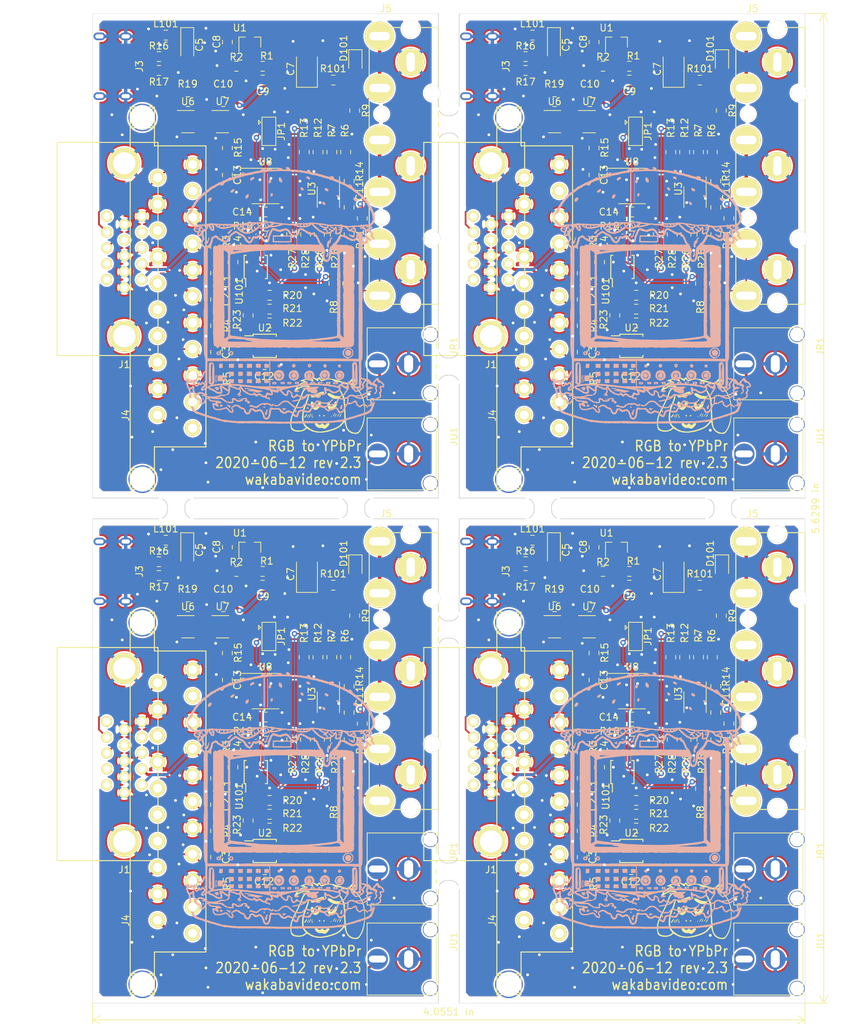
<source format=kicad_pcb>
(kicad_pcb (version 20171130) (host pcbnew "(5.1.5)-2")
  (layers (0 F.Cu signal) (31 B.Cu signal) (34 B.Paste user) (35 F.Paste user) (36 B.SilkS user) (37 F.SilkS user) (38 B.Mask user) (39 F.Mask user) (44 Edge.Cuts user))
  (net 0 "")
  (net 1 "Net-(C1-Pad1)")
  (net 2 /Red)
  (net 3 "Net-(C2-Pad1)")
  (net 4 /Green)
  (net 5 "Net-(C3-Pad1)")
  (net 6 /Blue)
  (net 7 VCC)
  (net 8 "Net-(R1-Pad2)")
  (net 9 GND)
  (net 10 +5V)
  (net 11 "Net-(J1-Pad15)")
  (net 12 "Net-(J1-Pad11)")
  (net 13 "Net-(J1-Pad4)")
  (net 14 "Net-(C13-Pad2)")
  (net 15 /HSYNC)
  (net 16 /VSYNC)
  (net 17 VS)
  (net 18 /STRIP_CSYNC)
  (net 19 /SYNC)
  (net 20 /VGA_CSYNC)
  (net 21 "Net-(J3-PadB5)")
  (net 22 "Net-(J3-PadA5)")
  (net 23 "Net-(U6-Pad4)")
  (net 24 "Net-(U8-Pad7)")
  (net 25 "Net-(U8-Pad5)")
  (net 26 "Net-(U8-Pad3)")
  (net 27 "Net-(C14-Pad1)")
  (net 28 "Net-(J4-Pad1)")
  (net 29 "Net-(J4-Pad19)")
  (net 30 "Net-(J4-Pad16)")
  (net 31 "Net-(J4-Pad12)")
  (net 32 "Net-(J4-Pad10)")
  (net 33 "Net-(J4-Pad6)")
  (net 34 "Net-(J4-Pad3)")
  (net 35 "Net-(J4-Pad2)")
  (net 36 "Net-(J5-Pad1)")
  (net 37 "Net-(J5-Pad3)")
  (net 38 "Net-(J5-Pad2)")
  (net 39 "Net-(J1-Pad12)")
  (net 40 /2R)
  (net 41 "Net-(R20-Pad1)")
  (net 42 /2G)
  (net 43 /2B)
  (net 44 /2Y)
  (net 45 "Net-(R12-Pad2)")
  (net 46 "Net-(R24-Pad1)")
  (net 47 "Net-(R26-Pad2)")
  (net 48 /2Pr)
  (net 49 /2Pb)
  (net 50 "Net-(R14-Pad1)")
  (net 51 "Net-(J1-Pad9)")
  (net 52 "Net-(U2-Pad10)")
  (net 53 "Net-(U101-Pad10)")
  (net 54 "Net-(U101-Pad7)")
  (net 55 "Net-(U101-Pad6)")
  (net 56 "Net-(D101-Pad2)")
  (net 57 "Net-(J3-PadA9)")
  (module Package_SO:MSOP-8_3x3mm_P0.65mm (layer F.Cu) (at 53.9 66.5 270)
    (fp_text reference U3 (at -1.2 2.4 90) (layer F.SilkS))
    (fp_text value RS8752XQ)
    (pad 8 smd roundrect (at 2.1125 -0.975 270) (size 1.625 0.5) (layers F.Cu F.Paste F.Mask) (net 7 VCC))
    (pad 7 smd roundrect (at 2.1125 -0.325 270) (size 1.625 0.5) (layers F.Cu F.Paste F.Mask) (net 49 /2Pb))
    (pad 6 smd roundrect (at 2.1125 0.325 270) (size 1.625 0.5) (layers F.Cu F.Paste F.Mask) (net 46 "Net-(R24-Pad1)"))
    (pad 5 smd roundrect (at 2.1125 0.975 270) (size 1.625 0.5) (layers F.Cu F.Paste F.Mask) (net 47 "Net-(R26-Pad2)"))
    (pad 4 smd roundrect (at -2.1125 0.975 270) (size 1.625 0.5) (layers F.Cu F.Paste F.Mask) (net 9 GND))
    (pad 3 smd roundrect (at -2.1125 0.325 270) (size 1.625 0.5) (layers F.Cu F.Paste F.Mask) (net 45 "Net-(R12-Pad2)"))
    (pad 2 smd roundrect (at -2.1125 -0.325 270) (size 1.625 0.5) (layers F.Cu F.Paste F.Mask) (net 50 "Net-(R14-Pad1)"))
    (pad 1 smd roundrect (at -2.1125 -0.975 270) (size 1.625 0.5) (layers F.Cu F.Paste F.Mask) (net 48 /2Pr))
  )
  (module videobits:borgar (layer B.Cu) (at 47.6 80.7 180)
    (fp_text reference GOTE2 hide)
    (fp_text value Fiducial hide)
  )
  (module Inductor_SMD:L_0805_2012Metric_Pad1.15x1.40mm_HandSolder (layer F.Cu) (at 30.4 43.1)
    (fp_text reference L101 (at 0 -1.65) (layer F.SilkS))
    (fp_text value 10u)
    (pad 2 smd roundrect (at 1.025 0) (size 1.15 1.4) (layers F.Cu F.Paste F.Mask) (roundrect_rratio 0.217391) (net 10 +5V))
    (pad 1 smd roundrect (at -1.025 0) (size 1.15 1.4) (layers F.Cu F.Paste F.Mask) (roundrect_rratio 0.217391) (net 57 "Net-(J3-PadA9)"))
  )
  (module Resistor_SMD:R_0805_2012Metric_Pad1.15x1.40mm_HandSolder (layer F.Cu) (at 54.6 49.6)
    (fp_text reference R101 (at 0 -1.65) (layer F.SilkS))
    (fp_text value 1k)
    (pad 2 smd roundrect (at 1.025 0) (size 1.15 1.4) (layers F.Cu F.Paste F.Mask) (roundrect_rratio 0.217391) (net 56 "Net-(D101-Pad2)"))
    (pad 1 smd roundrect (at -1.025 0) (size 1.15 1.4) (layers F.Cu F.Paste F.Mask) (roundrect_rratio 0.217391) (net 7 VCC))
  )
  (module Resistor_SMD:R_0805_2012Metric_Pad1.15x1.40mm_HandSolder (layer F.Cu) (at 58.8 69.6 270)
    (fp_text reference R11 (at 3 0.3 90) (layer F.SilkS))
    (fp_text value 75)
    (pad 2 smd roundrect (at 1.025 0 270) (size 1.15 1.4) (layers F.Cu F.Paste F.Mask) (roundrect_rratio 0.217391) (net 49 /2Pb))
    (pad 1 smd roundrect (at -1.025 0 270) (size 1.15 1.4) (layers F.Cu F.Paste F.Mask) (roundrect_rratio 0.217391) (net 36 "Net-(J5-Pad1)"))
  )
  (module LED_SMD:LED_0805_2012Metric (layer F.Cu) (at 57.8 46.9 270)
    (fp_text reference D101 (at -1.9 1.7 90) (layer F.SilkS))
    (fp_text value LED)
    (pad 2 smd roundrect (at 0.9375 0 270) (size 0.975 1.4) (layers F.Cu F.Paste F.Mask) (net 56 "Net-(D101-Pad2)"))
    (pad 1 smd roundrect (at -0.9375 0 270) (size 0.975 1.4) (layers F.Cu F.Paste F.Mask) (net 9 GND))
  )
  (module Resistor_SMD:R_0805_2012Metric_Pad1.15x1.40mm_HandSolder (layer F.Cu) (at 52.4 60 270)
    (fp_text reference R12 (at -3.5 0 90) (layer F.SilkS))
    (fp_text value 4k7)
    (pad 2 smd roundrect (at 1.025 0 270) (size 1.15 1.4) (layers F.Cu F.Paste F.Mask) (roundrect_rratio 0.217391) (net 45 "Net-(R12-Pad2)"))
    (pad 1 smd roundrect (at -1.025 0 270) (size 1.15 1.4) (layers F.Cu F.Paste F.Mask) (roundrect_rratio 0.217391) (net 7 VCC))
  )
  (module Package_SO:MSOP-10_3x3mm_P0.5mm (layer F.Cu) (at 43.4 76.6 90)
    (fp_text reference U101 (at -3.5 -2.4 90) (layer F.SilkS))
    (fp_text value TPF144-VR)
    (pad 10 smd rect (at 2.2 -1 90) (size 1.4 0.3) (layers F.Cu F.Paste F.Mask) (net 53 "Net-(U101-Pad10)"))
    (pad 9 smd rect (at 2.2 -0.5 90) (size 1.4 0.3) (layers F.Cu F.Paste F.Mask) (net 9 GND))
    (pad 8 smd rect (at 2.2 0 90) (size 1.4 0.3) (layers F.Cu F.Paste F.Mask) (net 44 /2Y))
    (pad 7 smd rect (at 2.2 0.5 90) (size 1.4 0.3) (layers F.Cu F.Paste F.Mask) (net 54 "Net-(U101-Pad7)"))
    (pad 6 smd rect (at 2.2 1 90) (size 1.4 0.3) (layers F.Cu F.Paste F.Mask) (net 55 "Net-(U101-Pad6)"))
    (pad 5 smd rect (at -2.2 1 90) (size 1.4 0.3) (layers F.Cu F.Paste F.Mask) (net 9 GND))
    (pad 4 smd rect (at -2.2 0.5 90) (size 1.4 0.3) (layers F.Cu F.Paste F.Mask) (net 9 GND))
    (pad 3 smd rect (at -2.2 0 90) (size 1.4 0.3) (layers F.Cu F.Paste F.Mask) (net 41 "Net-(R20-Pad1)"))
    (pad 2 smd rect (at -2.2 -0.5 90) (size 1.4 0.3) (layers F.Cu F.Paste F.Mask) (net 7 VCC))
    (pad 1 smd rect (at -2.2 -1 90) (size 1.4 0.3) (layers F.Cu F.Paste F.Mask) (net 9 GND))
  )
  (module Capacitor_Tantalum_SMD:CP_EIA-3216-18_Kemet-A_Pad1.58x1.35mm_HandSolder (layer F.Cu) (at 33.5 44.5 270)
    (fp_text reference C5 (at 0 -1.75 90) (layer F.SilkS))
    (fp_text value 10u)
    (pad 2 smd roundrect (at 1.4375 0 270) (size 1.575 1.35) (layers F.Cu F.Paste F.Mask) (roundrect_rratio 0.185185) (net 9 GND))
    (pad 1 smd roundrect (at -1.4375 0 270) (size 1.575 1.35) (layers F.Cu F.Paste F.Mask) (roundrect_rratio 0.185185) (net 10 +5V))
  )
  (module Capacitor_Tantalum_SMD:CP_EIA-3528-21_Kemet-B_Pad1.50x2.35mm_HandSolder (layer F.Cu) (at 50.8 48 90)
    (fp_text reference C7 (at 0 -2.35 90) (layer F.SilkS))
    (fp_text value 100u)
    (pad 2 smd roundrect (at 1.625 0 90) (size 1.5 2.35) (layers F.Cu F.Paste F.Mask) (roundrect_rratio 0.166667) (net 9 GND))
    (pad 1 smd roundrect (at -1.625 0 90) (size 1.5 2.35) (layers F.Cu F.Paste F.Mask) (roundrect_rratio 0.166667) (net 7 VCC))
  )
  (module Package_TO_SOT_SMD:SOT-23-5 (layer F.Cu) (at 38.6 55.6)
    (fp_text reference U7 (at 0 -2.9) (layer F.SilkS))
    (fp_text value 74AHC1G86)
    (pad 5 smd rect (at 1.1 -0.95) (size 1.06 0.65) (layers F.Cu F.Paste F.Mask) (net 7 VCC))
    (pad 4 smd rect (at 1.1 0.95) (size 1.06 0.65) (layers F.Cu F.Paste F.Mask) (net 20 /VGA_CSYNC))
    (pad 3 smd rect (at -1.1 0.95) (size 1.06 0.65) (layers F.Cu F.Paste F.Mask) (net 9 GND))
    (pad 2 smd rect (at -1.1 0) (size 1.06 0.65) (layers F.Cu F.Paste F.Mask) (net 7 VCC))
    (pad 1 smd rect (at -1.1 -0.95) (size 1.06 0.65) (layers F.Cu F.Paste F.Mask) (net 23 "Net-(U6-Pad4)"))
  )
  (module Package_TO_SOT_SMD:SOT-23-5 (layer F.Cu) (at 33.6 55.6)
    (fp_text reference U6 (at 0 -2.9) (layer F.SilkS))
    (fp_text value 74AHC1G86)
    (pad 5 smd rect (at 1.1 -0.95) (size 1.06 0.65) (layers F.Cu F.Paste F.Mask) (net 7 VCC))
    (pad 4 smd rect (at 1.1 0.95) (size 1.06 0.65) (layers F.Cu F.Paste F.Mask) (net 23 "Net-(U6-Pad4)"))
    (pad 3 smd rect (at -1.1 0.95) (size 1.06 0.65) (layers F.Cu F.Paste F.Mask) (net 9 GND))
    (pad 2 smd rect (at -1.1 0) (size 1.06 0.65) (layers F.Cu F.Paste F.Mask) (net 16 /VSYNC))
    (pad 1 smd rect (at -1.1 -0.95) (size 1.06 0.65) (layers F.Cu F.Paste F.Mask) (net 15 /HSYNC))
  )
  (module Package_SO:MSOP-10_3x3mm_P0.5mm (layer F.Cu) (at 44.7 88)
    (fp_text reference U2 (at 0 -2.6) (layer F.SilkS))
    (fp_text value TPF144-VR)
    (pad 10 smd rect (at 2.2 -1) (size 1.4 0.3) (layers F.Cu F.Paste F.Mask) (net 52 "Net-(U2-Pad10)"))
    (pad 9 smd rect (at 2.2 -0.5) (size 1.4 0.3) (layers F.Cu F.Paste F.Mask) (net 9 GND))
    (pad 8 smd rect (at 2.2 0) (size 1.4 0.3) (layers F.Cu F.Paste F.Mask) (net 40 /2R))
    (pad 7 smd rect (at 2.2 0.5) (size 1.4 0.3) (layers F.Cu F.Paste F.Mask) (net 42 /2G))
    (pad 6 smd rect (at 2.2 1) (size 1.4 0.3) (layers F.Cu F.Paste F.Mask) (net 43 /2B))
    (pad 5 smd rect (at -2.2 1) (size 1.4 0.3) (layers F.Cu F.Paste F.Mask) (net 5 "Net-(C3-Pad1)"))
    (pad 4 smd rect (at -2.2 0.5) (size 1.4 0.3) (layers F.Cu F.Paste F.Mask) (net 3 "Net-(C2-Pad1)"))
    (pad 3 smd rect (at -2.2 0) (size 1.4 0.3) (layers F.Cu F.Paste F.Mask) (net 1 "Net-(C1-Pad1)"))
    (pad 2 smd rect (at -2.2 -0.5) (size 1.4 0.3) (layers F.Cu F.Paste F.Mask) (net 7 VCC))
    (pad 1 smd rect (at -2.2 -1) (size 1.4 0.3) (layers F.Cu F.Paste F.Mask) (net 9 GND))
  )
  (module Resistor_SMD:R_0805_2012Metric_Pad1.15x1.40mm_HandSolder (layer F.Cu) (at 56.7 79 90)
    (fp_text reference R10 (at -3.4 0 90) (layer F.SilkS))
    (fp_text value 75)
    (pad 2 smd roundrect (at 1.025 0 90) (size 1.15 1.4) (layers F.Cu F.Paste F.Mask) (roundrect_rratio 0.217391) (net 44 /2Y))
    (pad 1 smd roundrect (at -1.025 0 90) (size 1.15 1.4) (layers F.Cu F.Paste F.Mask) (roundrect_rratio 0.217391) (net 37 "Net-(J5-Pad3)"))
  )
  (module Resistor_SMD:R_0805_2012Metric_Pad1.15x1.40mm_HandSolder (layer F.Cu) (at 57.7 54 270)
    (fp_text reference R9 (at 0 -1.65 90) (layer F.SilkS))
    (fp_text value 75)
    (pad 2 smd roundrect (at 1.025 0 270) (size 1.15 1.4) (layers F.Cu F.Paste F.Mask) (roundrect_rratio 0.217391) (net 48 /2Pr))
    (pad 1 smd roundrect (at -1.025 0 270) (size 1.15 1.4) (layers F.Cu F.Paste F.Mask) (roundrect_rratio 0.217391) (net 38 "Net-(J5-Pad2)"))
  )
  (module Resistor_SMD:R_0805_2012Metric_Pad1.15x1.40mm_HandSolder (layer F.Cu) (at 54.7 79 90)
    (fp_text reference R8 (at -3.4 0 90) (layer F.SilkS))
    (fp_text value 510)
    (pad 2 smd roundrect (at 1.025 0 90) (size 1.15 1.4) (layers F.Cu F.Paste F.Mask) (roundrect_rratio 0.217391) (net 19 /SYNC))
    (pad 1 smd roundrect (at -1.025 0 90) (size 1.15 1.4) (layers F.Cu F.Paste F.Mask) (roundrect_rratio 0.217391) (net 37 "Net-(J5-Pad3)"))
  )
  (module videobits:uwuriel (layer F.Cu) (at 53.8 96.6)
    (fp_text reference GOTE1 hide)
    (fp_text value Fiducial hide)
  )
  (module Jumper:SolderJumper-3_P1.3mm_Bridged12_Pad1.0x1.5mm (layer F.Cu) (at 45.3 57 270)
    (fp_text reference JP1 (at 0 -1.8 90) (layer F.SilkS))
    (fp_text value Jumper_3_Bridged12)
    (fp_poly (pts (xy -0.9 -0.3) (xy -0.4 -0.3) (xy -0.4 0.3) (xy -0.9 0.3)) (layer F.Cu) (width 0))
    (pad 2 smd rect (at 0 0 270) (size 1 1.5) (layers F.Cu F.Mask) (net 19 /SYNC))
    (pad 3 smd rect (at 1.3 0 270) (size 1 1.5) (layers F.Cu F.Mask) (net 18 /STRIP_CSYNC))
    (pad 1 smd rect (at -1.3 0 270) (size 1 1.5) (layers F.Cu F.Mask) (net 20 /VGA_CSYNC))
  )
  (module Capacitor_SMD:C_0805_2012Metric_Pad1.15x1.40mm_HandSolder (layer F.Cu) (at 40.1 75.9 90)
    (fp_text reference C4 (at 2.9 0.7 90) (layer F.SilkS))
    (fp_text value 100n)
    (pad 2 smd roundrect (at 1.025 0 90) (size 1.15 1.4) (layers F.Cu F.Paste F.Mask) (roundrect_rratio 0.217391) (net 9 GND))
    (pad 1 smd roundrect (at -1.025 0 90) (size 1.15 1.4) (layers F.Cu F.Paste F.Mask) (roundrect_rratio 0.217391) (net 7 VCC))
  )
  (module Resistor_SMD:R_0805_2012Metric_Pad1.15x1.40mm_HandSolder (layer F.Cu) (at 50.6 71.9 90)
    (fp_text reference R28 (at -3.5 0 90) (layer F.SilkS))
    (fp_text value 1k27)
    (pad 2 smd roundrect (at 1.025 0 90) (size 1.15 1.4) (layers F.Cu F.Paste F.Mask) (roundrect_rratio 0.217391) (net 47 "Net-(R26-Pad2)"))
    (pad 1 smd roundrect (at -1.025 0 90) (size 1.15 1.4) (layers F.Cu F.Paste F.Mask) (roundrect_rratio 0.217391) (net 9 GND))
  )
  (module Resistor_SMD:R_0805_2012Metric_Pad1.15x1.40mm_HandSolder (layer F.Cu) (at 48.6 71.9 90)
    (fp_text reference R27 (at -3.5 0.1 90) (layer F.SilkS))
    (fp_text value 4k7)
    (pad 2 smd roundrect (at 1.025 0 90) (size 1.15 1.4) (layers F.Cu F.Paste F.Mask) (roundrect_rratio 0.217391) (net 47 "Net-(R26-Pad2)"))
    (pad 1 smd roundrect (at -1.025 0 90) (size 1.15 1.4) (layers F.Cu F.Paste F.Mask) (roundrect_rratio 0.217391) (net 7 VCC))
  )
  (module Resistor_SMD:R_0805_2012Metric_Pad1.15x1.40mm_HandSolder (layer F.Cu) (at 52.6 71.9 90)
    (fp_text reference R26 (at -3.5 0 90) (layer F.SilkS))
    (fp_text value 1k77)
    (pad 2 smd roundrect (at 1.025 0 90) (size 1.15 1.4) (layers F.Cu F.Paste F.Mask) (roundrect_rratio 0.217391) (net 47 "Net-(R26-Pad2)"))
    (pad 1 smd roundrect (at -1.025 0 90) (size 1.15 1.4) (layers F.Cu F.Paste F.Mask) (roundrect_rratio 0.217391) (net 43 /2B))
  )
  (module Resistor_SMD:R_0805_2012Metric_Pad1.15x1.40mm_HandSolder (layer F.Cu) (at 54.9 71.9 90)
    (fp_text reference R25 (at -3.5 0 90) (layer F.SilkS))
    (fp_text value 1k77)
    (pad 2 smd roundrect (at 1.025 0 90) (size 1.15 1.4) (layers F.Cu F.Paste F.Mask) (roundrect_rratio 0.217391) (net 46 "Net-(R24-Pad1)"))
    (pad 1 smd roundrect (at -1.025 0 90) (size 1.15 1.4) (layers F.Cu F.Paste F.Mask) (roundrect_rratio 0.217391) (net 44 /2Y))
  )
  (module Resistor_SMD:R_0805_2012Metric_Pad1.15x1.40mm_HandSolder (layer F.Cu) (at 56.9 71.9 90)
    (fp_text reference R24 (at -3.5 0 90) (layer F.SilkS))
    (fp_text value 1k)
    (pad 2 smd roundrect (at 1.025 0 90) (size 1.15 1.4) (layers F.Cu F.Paste F.Mask) (roundrect_rratio 0.217391) (net 49 /2Pb))
    (pad 1 smd roundrect (at -1.025 0 90) (size 1.15 1.4) (layers F.Cu F.Paste F.Mask) (roundrect_rratio 0.217391) (net 46 "Net-(R24-Pad1)"))
  )
  (module Resistor_SMD:R_0805_2012Metric_Pad1.15x1.40mm_HandSolder (layer F.Cu) (at 56.9 64.2 90)
    (fp_text reference R14 (at 1.4 1.5 90) (layer F.SilkS))
    (fp_text value 1k)
    (pad 2 smd roundrect (at 1.025 0 90) (size 1.15 1.4) (layers F.Cu F.Paste F.Mask) (roundrect_rratio 0.217391) (net 48 /2Pr))
    (pad 1 smd roundrect (at -1.025 0 90) (size 1.15 1.4) (layers F.Cu F.Paste F.Mask) (roundrect_rratio 0.217391) (net 50 "Net-(R14-Pad1)"))
  )
  (module Resistor_SMD:R_0805_2012Metric_Pad1.15x1.40mm_HandSolder (layer F.Cu) (at 50.4 60 270)
    (fp_text reference R13 (at -3.5 0 90) (layer F.SilkS))
    (fp_text value 1k27)
    (pad 2 smd roundrect (at 1.025 0 270) (size 1.15 1.4) (layers F.Cu F.Paste F.Mask) (roundrect_rratio 0.217391) (net 45 "Net-(R12-Pad2)"))
    (pad 1 smd roundrect (at -1.025 0 270) (size 1.15 1.4) (layers F.Cu F.Paste F.Mask) (roundrect_rratio 0.217391) (net 9 GND))
  )
  (module Resistor_SMD:R_0805_2012Metric_Pad1.15x1.40mm_HandSolder (layer F.Cu) (at 54.4 60 270)
    (fp_text reference R7 (at -3.1 0 90) (layer F.SilkS))
    (fp_text value 1k402)
    (pad 2 smd roundrect (at 1.025 0 270) (size 1.15 1.4) (layers F.Cu F.Paste F.Mask) (roundrect_rratio 0.217391) (net 45 "Net-(R12-Pad2)"))
    (pad 1 smd roundrect (at -1.025 0 270) (size 1.15 1.4) (layers F.Cu F.Paste F.Mask) (roundrect_rratio 0.217391) (net 40 /2R))
  )
  (module Resistor_SMD:R_0805_2012Metric_Pad1.15x1.40mm_HandSolder (layer F.Cu) (at 56.4 60 270)
    (fp_text reference R6 (at -3.1 0.1 90) (layer F.SilkS))
    (fp_text value 1k402)
    (pad 2 smd roundrect (at 1.025 0 270) (size 1.15 1.4) (layers F.Cu F.Paste F.Mask) (roundrect_rratio 0.217391) (net 50 "Net-(R14-Pad1)"))
    (pad 1 smd roundrect (at -1.025 0 270) (size 1.15 1.4) (layers F.Cu F.Paste F.Mask) (roundrect_rratio 0.217391) (net 44 /2Y))
  )
  (module Resistor_SMD:R_0805_2012Metric_Pad1.15x1.40mm_HandSolder (layer F.Cu) (at 42.3 83.6 90)
    (fp_text reference R23 (at -0.6 -1.6 90) (layer F.SilkS))
    (fp_text value 300)
    (pad 2 smd roundrect (at 1.025 0 90) (size 1.15 1.4) (layers F.Cu F.Paste F.Mask) (roundrect_rratio 0.217391) (net 41 "Net-(R20-Pad1)"))
    (pad 1 smd roundrect (at -1.025 0 90) (size 1.15 1.4) (layers F.Cu F.Paste F.Mask) (roundrect_rratio 0.217391) (net 9 GND))
  )
  (module Resistor_SMD:R_0805_2012Metric_Pad1.15x1.40mm_HandSolder (layer F.Cu) (at 45.4 84.7)
    (fp_text reference R22 (at 3.3 0) (layer F.SilkS))
    (fp_text value 2740)
    (pad 2 smd roundrect (at 1.025 0) (size 1.15 1.4) (layers F.Cu F.Paste F.Mask) (roundrect_rratio 0.217391) (net 43 /2B))
    (pad 1 smd roundrect (at -1.025 0) (size 1.15 1.4) (layers F.Cu F.Paste F.Mask) (roundrect_rratio 0.217391) (net 41 "Net-(R20-Pad1)"))
  )
  (module Resistor_SMD:R_0805_2012Metric_Pad1.15x1.40mm_HandSolder (layer F.Cu) (at 45.4 82.7)
    (fp_text reference R21 (at 3.3 -0.1) (layer F.SilkS))
    (fp_text value 511)
    (pad 2 smd roundrect (at 1.025 0) (size 1.15 1.4) (layers F.Cu F.Paste F.Mask) (roundrect_rratio 0.217391) (net 42 /2G))
    (pad 1 smd roundrect (at -1.025 0) (size 1.15 1.4) (layers F.Cu F.Paste F.Mask) (roundrect_rratio 0.217391) (net 41 "Net-(R20-Pad1)"))
  )
  (module Resistor_SMD:R_0805_2012Metric_Pad1.15x1.40mm_HandSolder (layer F.Cu) (at 45.4 80.7)
    (fp_text reference R20 (at 3.3 0) (layer F.SilkS))
    (fp_text value 1k)
    (pad 2 smd roundrect (at 1.025 0) (size 1.15 1.4) (layers F.Cu F.Paste F.Mask) (roundrect_rratio 0.217391) (net 40 /2R))
    (pad 1 smd roundrect (at -1.025 0) (size 1.15 1.4) (layers F.Cu F.Paste F.Mask) (roundrect_rratio 0.217391) (net 41 "Net-(R20-Pad1)"))
  )
  (module videobits:Cheapo_RCA_single_edge (layer F.Cu) (at 69.5 90.6 270)
    (fp_text reference JR1 (at -2.54 -2.54 90) (layer F.SilkS))
    (fp_text value Conn_Coaxial)
    (pad "" np_thru_hole circle (at -4.25 0.85 270) (size 2.2 2.2) (drill 2) (layers *.Cu *.Mask))
    (pad "" np_thru_hole circle (at 4.25 0.85 270) (size 2.2 2.2) (drill 2) (layers *.Cu *.Mask))
    (pad 2 thru_hole oval (at 0 4 270) (size 3 3) (drill oval 2.5 1.3) (layers *.Cu *.Mask) (net 9 GND))
    (pad 1 thru_hole oval (at 0 8.5 270) (size 3 3) (drill oval 1 2.5) (layers *.Cu *.Mask) (net 35 "Net-(J4-Pad2)"))
  )
  (module videobits:Cheapo_RCA_single_edge (layer F.Cu) (at 69.5 103.62 270)
    (fp_text reference JU1 (at -2.54 -2.54 90) (layer F.SilkS))
    (fp_text value Conn_Coaxial)
    (pad "" np_thru_hole circle (at -4.25 0.85 270) (size 2.2 2.2) (drill 2) (layers *.Cu *.Mask))
    (pad "" np_thru_hole circle (at 4.25 0.85 270) (size 2.2 2.2) (drill 2) (layers *.Cu *.Mask))
    (pad 2 thru_hole oval (at 0 4 270) (size 3 3) (drill oval 2.5 1.3) (layers *.Cu *.Mask) (net 9 GND))
    (pad 1 thru_hole oval (at 0 8.5 270) (size 3 3) (drill oval 1 2.5) (layers *.Cu *.Mask) (net 33 "Net-(J4-Pad6)"))
  )
  (module Package_TO_SOT_SMD:SOT-23 (layer F.Cu) (at 42.546 44.142 90)
    (fp_text reference U1 (at 2.092 -1.446 180) (layer F.SilkS))
    (fp_text value SC6206B-65K5 hide)
    (pad 3 smd rect (at 1 0 90) (size 0.9 0.8) (layers F.Cu F.Paste F.Mask) (net 10 +5V))
    (pad 2 smd rect (at -1 0.95 90) (size 0.9 0.8) (layers F.Cu F.Paste F.Mask) (net 7 VCC))
    (pad 1 smd rect (at -1 -0.95 90) (size 0.9 0.8) (layers F.Cu F.Paste F.Mask) (net 8 "Net-(R1-Pad2)"))
  )
  (module Resistor_SMD:R_0805_2012Metric_Pad1.15x1.40mm_HandSolder (layer F.Cu) (at 44.4 47.6 180)
    (fp_text reference R1 (at -0.6 1.5 180) (layer F.SilkS))
    (fp_text value 1k)
    (pad 2 smd roundrect (at 1.025 0 180) (size 1.15 1.4) (layers F.Cu F.Paste F.Mask) (roundrect_rratio 0.217391) (net 8 "Net-(R1-Pad2)"))
    (pad 1 smd roundrect (at -1.025 0 180) (size 1.15 1.4) (layers F.Cu F.Paste F.Mask) (roundrect_rratio 0.217391) (net 7 VCC))
  )
  (module Resistor_SMD:R_0805_2012Metric_Pad1.15x1.40mm_HandSolder (layer F.Cu) (at 40.6 47.6 180)
    (fp_text reference R2 (at 0 1.35 180) (layer F.SilkS))
    (fp_text value 1k33)
    (pad 2 smd roundrect (at 1.025 0 180) (size 1.15 1.4) (layers F.Cu F.Paste F.Mask) (roundrect_rratio 0.217391) (net 9 GND))
    (pad 1 smd roundrect (at -1.025 0 180) (size 1.15 1.4) (layers F.Cu F.Paste F.Mask) (roundrect_rratio 0.217391) (net 8 "Net-(R1-Pad2)"))
  )
  (module Resistor_SMD:R_0805_2012Metric_Pad1.15x1.40mm_HandSolder (layer F.Cu) (at 37.6 73.7 90)
    (fp_text reference R3 (at 0.7 1.6 90) (layer F.SilkS))
    (fp_text value 75)
    (pad 2 smd roundrect (at 1.025 0 90) (size 1.15 1.4) (layers F.Cu F.Paste F.Mask) (roundrect_rratio 0.217391) (net 9 GND))
    (pad 1 smd roundrect (at -1.025 0 90) (size 1.15 1.4) (layers F.Cu F.Paste F.Mask) (roundrect_rratio 0.217391) (net 2 /Red))
  )
  (module Resistor_SMD:R_0805_2012Metric_Pad1.15x1.40mm_HandSolder (layer F.Cu) (at 37.6 85.1 270)
    (fp_text reference R4 (at 0 -1.65 90) (layer F.SilkS))
    (fp_text value 75)
    (pad 2 smd roundrect (at 1.025 0 270) (size 1.15 1.4) (layers F.Cu F.Paste F.Mask) (roundrect_rratio 0.217391) (net 9 GND))
    (pad 1 smd roundrect (at -1.025 0 270) (size 1.15 1.4) (layers F.Cu F.Paste F.Mask) (roundrect_rratio 0.217391) (net 4 /Green))
  )
  (module Resistor_SMD:R_0805_2012Metric_Pad1.15x1.40mm_HandSolder (layer F.Cu) (at 37.6 92.7 270)
    (fp_text reference R5 (at 0 -1.65 90) (layer F.SilkS))
    (fp_text value 75)
    (pad 2 smd roundrect (at 1.025 0 270) (size 1.15 1.4) (layers F.Cu F.Paste F.Mask) (roundrect_rratio 0.217391) (net 9 GND))
    (pad 1 smd roundrect (at -1.025 0 270) (size 1.15 1.4) (layers F.Cu F.Paste F.Mask) (roundrect_rratio 0.217391) (net 6 /Blue))
  )
  (module Capacitor_SMD:C_0805_2012Metric_Pad1.15x1.40mm_HandSolder (layer F.Cu) (at 37.6 77.5 90)
    (fp_text reference C1 (at -1.2 1.6 90) (layer F.SilkS))
    (fp_text value 1u)
    (pad 2 smd roundrect (at 1.025 0 90) (size 1.15 1.4) (layers F.Cu F.Paste F.Mask) (roundrect_rratio 0.217391) (net 2 /Red))
    (pad 1 smd roundrect (at -1.025 0 90) (size 1.15 1.4) (layers F.Cu F.Paste F.Mask) (roundrect_rratio 0.217391) (net 1 "Net-(C1-Pad1)"))
  )
  (module Capacitor_SMD:C_0805_2012Metric_Pad1.15x1.40mm_HandSolder (layer F.Cu) (at 37.6 81.3 270)
    (fp_text reference C2 (at 0 -1.5 90) (layer F.SilkS))
    (fp_text value 1u)
    (pad 2 smd roundrect (at 1.025 0 270) (size 1.15 1.4) (layers F.Cu F.Paste F.Mask) (roundrect_rratio 0.217391) (net 4 /Green))
    (pad 1 smd roundrect (at -1.025 0 270) (size 1.15 1.4) (layers F.Cu F.Paste F.Mask) (roundrect_rratio 0.217391) (net 3 "Net-(C2-Pad1)"))
  )
  (module Capacitor_SMD:C_0805_2012Metric_Pad1.15x1.40mm_HandSolder (layer F.Cu) (at 37.6 88.9 270)
    (fp_text reference C3 (at 0 -1.5 90) (layer F.SilkS))
    (fp_text value 1u)
    (pad 2 smd roundrect (at 1.025 0 270) (size 1.15 1.4) (layers F.Cu F.Paste F.Mask) (roundrect_rratio 0.217391) (net 6 /Blue))
    (pad 1 smd roundrect (at -1.025 0 270) (size 1.15 1.4) (layers F.Cu F.Paste F.Mask) (roundrect_rratio 0.217391) (net 5 "Net-(C3-Pad1)"))
  )
  (module custom_components:3xRCA_CONN (layer F.Cu) (at 65.8 62 90)
    (fp_text reference J5 (at 22.71522 -3.5814 180) (layer F.SilkS))
    (fp_text value 3xRCA_CONN)
    (pad 1 thru_hole circle (at -3.75 -4.5 90) (size 4.2 4.2) (drill oval 1.2 3) (layers *.Cu *.Mask F.SilkS) (net 36 "Net-(J5-Pad1)"))
    (pad 1 thru_hole circle (at 3.75 -4.5 90) (size 4.2 4.2) (drill oval 1.2 3) (layers *.Cu *.Mask F.SilkS) (net 36 "Net-(J5-Pad1)"))
    (pad "" thru_hole oval (at -19.8 0 90) (size 2.5 2.5) (drill 2.5) (layers *.Cu *.Mask F.SilkS))
    (pad "" thru_hole oval (at 19.8 0 90) (size 2.5 2.5) (drill 2.5) (layers *.Cu *.Mask F.SilkS))
    (pad 4 thru_hole circle (at 15 0 90) (size 4 4) (drill oval 2.82 1.2) (layers *.Cu *.Mask F.SilkS) (net 9 GND))
    (pad 4 thru_hole circle (at 0 0 90) (size 4 4) (drill oval 2.82 1.2) (layers *.Cu *.Mask F.SilkS) (net 9 GND))
    (pad 4 thru_hole circle (at -15 0 90) (size 4 4) (drill oval 2.82 1.2) (layers *.Cu *.Mask F.SilkS) (net 9 GND))
    (pad 3 thru_hole circle (at -11.25 -4.5 90) (size 4.2 4.2) (drill oval 1.2 3) (layers *.Cu *.Mask F.SilkS) (net 37 "Net-(J5-Pad3)"))
    (pad 3 thru_hole circle (at -18.75 -4.5 90) (size 4.2 4.2) (drill oval 1.2 3) (layers *.Cu *.Mask F.SilkS) (net 37 "Net-(J5-Pad3)"))
    (pad 2 thru_hole circle (at 18.75 -4.5 90) (size 4.2 4.2) (drill oval 1.2 3) (layers *.Cu *.Mask F.SilkS) (net 38 "Net-(J5-Pad2)"))
    (pad 2 thru_hole circle (at 11.25 -4.5 90) (size 4.2 4.2) (drill oval 1.2 3) (layers *.Cu *.Mask F.SilkS) (net 38 "Net-(J5-Pad2)"))
    (pad "" thru_hole circle (at 10.53338 3.14452 90) (size 2.3 2.3) (drill 2.3) (layers *.Cu *.Mask F.SilkS))
    (pad "" thru_hole circle (at -10.53338 3.14452 90) (size 2.3 2.3) (drill 2.3) (layers *.Cu *.Mask F.SilkS))
    (pad "" thru_hole circle (at -7.5 -4.2 90) (size 2 2) (drill 2) (layers *.Cu *.Mask F.SilkS))
    (pad "" thru_hole circle (at 7.5 -4.2 90) (size 2 2) (drill 2) (layers *.Cu *.Mask F.SilkS))
  )
  (module custom_components:VGA_CONN (layer F.Cu) (at 24.4 75 270)
    (fp_text reference J1 (at 15.70228 -0.00508) (layer F.SilkS))
    (fp_text value VGA)
    (pad 10 thru_hole circle (at -13.38 0 270) (size 4.5 4.5) (drill 3.2) (layers *.Cu *.Mask F.SilkS) (net 9 GND))
    (pad 10 thru_hole circle (at 11.62 0 270) (size 4.5 4.5) (drill 3.2) (layers *.Cu *.Mask F.SilkS) (net 9 GND))
    (pad 15 thru_hole circle (at -5.72 2.54 270) (size 1.6 1.6) (drill 1) (layers *.Cu *.Mask F.SilkS) (net 11 "Net-(J1-Pad15)"))
    (pad 14 thru_hole circle (at -3.43 2.54 270) (size 1.6 1.6) (drill 1) (layers *.Cu *.Mask F.SilkS) (net 16 /VSYNC))
    (pad 13 thru_hole circle (at -1.14 2.54 270) (size 1.6 1.6) (drill 1) (layers *.Cu *.Mask F.SilkS) (net 15 /HSYNC))
    (pad 12 thru_hole circle (at 1.15 2.54 270) (size 1.6 1.6) (drill 1) (layers *.Cu *.Mask F.SilkS) (net 39 "Net-(J1-Pad12)"))
    (pad 11 thru_hole circle (at 3.44 2.54 270) (size 1.6 1.6) (drill 1) (layers *.Cu *.Mask F.SilkS) (net 12 "Net-(J1-Pad11)"))
    (pad 7 thru_hole circle (at 2.29 0 270) (size 1.6 1.6) (drill 1) (layers *.Cu *.Mask F.SilkS) (net 9 GND))
    (pad 6 thru_hole circle (at 4.58 0 270) (size 1.6 1.6) (drill 1) (layers *.Cu *.Mask F.SilkS) (net 9 GND))
    (pad 5 thru_hole circle (at -5.72 -2.54 270) (size 1.6 1.6) (drill 1) (layers *.Cu *.Mask F.SilkS) (net 9 GND))
    (pad 4 thru_hole circle (at -3.43 -2.54 270) (size 1.6 1.6) (drill 1) (layers *.Cu *.Mask F.SilkS) (net 13 "Net-(J1-Pad4)"))
    (pad 3 thru_hole circle (at -1.14 -2.54 270) (size 1.6 1.6) (drill 1) (layers *.Cu *.Mask F.SilkS) (net 6 /Blue))
    (pad 2 thru_hole circle (at 1.15 -2.54 270) (size 1.6 1.6) (drill 1) (layers *.Cu *.Mask F.SilkS) (net 4 /Green))
    (pad 1 thru_hole circle (at 3.44 -2.54 270) (size 1.6 1.6) (drill 1) (layers *.Cu *.Mask F.SilkS) (net 2 /Red))
    (pad 10 thru_hole circle (at -4.58 0 270) (size 1.6 1.6) (drill 1) (layers *.Cu *.Mask F.SilkS) (net 9 GND))
    (pad 9 thru_hole circle (at -2.29 0 270) (size 1.6 1.6) (drill 1) (layers *.Cu *.Mask F.SilkS) (net 51 "Net-(J1-Pad9)"))
    (pad 8 thru_hole circle (at 0 0 270) (size 1.6 1.6) (drill 1) (layers *.Cu *.Mask F.SilkS) (net 9 GND))
  )
  (module Capacitor_SMD:C_0805_2012Metric_Pad1.15x1.40mm_HandSolder (layer F.Cu) (at 39.3 44.1 270)
    (fp_text reference C8 (at -0.05 1.55 90) (layer F.SilkS))
    (fp_text value 100n)
    (pad 2 smd roundrect (at 1.025 0 270) (size 1.15 1.4) (layers F.Cu F.Paste F.Mask) (roundrect_rratio 0.217391) (net 9 GND))
    (pad 1 smd roundrect (at -1.025 0 270) (size 1.15 1.4) (layers F.Cu F.Paste F.Mask) (roundrect_rratio 0.217391) (net 10 +5V))
  )
  (module Capacitor_SMD:C_0805_2012Metric_Pad1.15x1.40mm_HandSolder (layer F.Cu) (at 44.4 49.6 180)
    (fp_text reference C9 (at 0 -1.65) (layer F.SilkS))
    (fp_text value 10u)
    (pad 2 smd roundrect (at 1.025 0 180) (size 1.15 1.4) (layers F.Cu F.Paste F.Mask) (roundrect_rratio 0.217391) (net 9 GND))
    (pad 1 smd roundrect (at -1.025 0 180) (size 1.15 1.4) (layers F.Cu F.Paste F.Mask) (roundrect_rratio 0.217391) (net 7 VCC))
  )
  (module Capacitor_SMD:C_0805_2012Metric_Pad1.15x1.40mm_HandSolder (layer F.Cu) (at 38.7 52.7 180)
    (fp_text reference C10 (at 0 2.55) (layer F.SilkS))
    (fp_text value 100n)
    (pad 2 smd roundrect (at 1.025 0 180) (size 1.15 1.4) (layers F.Cu F.Paste F.Mask) (roundrect_rratio 0.217391) (net 9 GND))
    (pad 1 smd roundrect (at -1.025 0 180) (size 1.15 1.4) (layers F.Cu F.Paste F.Mask) (roundrect_rratio 0.217391) (net 7 VCC))
  )
  (module Capacitor_SMD:C_0805_2012Metric_Pad1.15x1.40mm_HandSolder (layer F.Cu) (at 56.9 68 90)
    (fp_text reference C11 (at 2.4 1.5 90) (layer F.SilkS))
    (fp_text value 100n)
    (pad 2 smd roundrect (at 1.025 0 90) (size 1.15 1.4) (layers F.Cu F.Paste F.Mask) (roundrect_rratio 0.217391) (net 9 GND))
    (pad 1 smd roundrect (at -1.025 0 90) (size 1.15 1.4) (layers F.Cu F.Paste F.Mask) (roundrect_rratio 0.217391) (net 7 VCC))
  )
  (module Capacitor_SMD:C_0805_2012Metric_Pad1.15x1.40mm_HandSolder (layer F.Cu) (at 44.7 90.7)
    (fp_text reference C12 (at -0.1 1.7) (layer F.SilkS))
    (fp_text value 100n)
    (pad 2 smd roundrect (at 1.025 0) (size 1.15 1.4) (layers F.Cu F.Paste F.Mask) (roundrect_rratio 0.217391) (net 9 GND))
    (pad 1 smd roundrect (at -1.025 0) (size 1.15 1.4) (layers F.Cu F.Paste F.Mask) (roundrect_rratio 0.217391) (net 7 VCC))
  )
  (module Capacitor_SMD:C_0805_2012Metric_Pad1.15x1.40mm_HandSolder (layer F.Cu) (at 39.3 63.3 270)
    (fp_text reference C13 (at 0 -1.45 90) (layer F.SilkS))
    (fp_text value 100n)
    (pad 2 smd roundrect (at 1.025 0 270) (size 1.15 1.4) (layers F.Cu F.Paste F.Mask) (roundrect_rratio 0.217391) (net 14 "Net-(C13-Pad2)"))
    (pad 1 smd roundrect (at -1.025 0 270) (size 1.15 1.4) (layers F.Cu F.Paste F.Mask) (roundrect_rratio 0.217391) (net 15 /HSYNC))
  )
  (module Resistor_SMD:R_0805_2012Metric_Pad1.15x1.40mm_HandSolder (layer F.Cu) (at 39.3 59.4 90)
    (fp_text reference R15 (at 0.05 1.55 90) (layer F.SilkS))
    (fp_text value 75)
    (pad 2 smd roundrect (at 1.025 0 90) (size 1.15 1.4) (layers F.Cu F.Paste F.Mask) (roundrect_rratio 0.217391) (net 9 GND))
    (pad 1 smd roundrect (at -1.025 0 90) (size 1.15 1.4) (layers F.Cu F.Paste F.Mask) (roundrect_rratio 0.217391) (net 15 /HSYNC))
  )
  (module Resistor_SMD:R_0805_2012Metric_Pad1.15x1.40mm_HandSolder (layer F.Cu) (at 29.4 46.2 180)
    (fp_text reference R16 (at 0 1.55) (layer F.SilkS))
    (fp_text value 5k1)
    (pad 2 smd roundrect (at 1.025 0 180) (size 1.15 1.4) (layers F.Cu F.Paste F.Mask) (roundrect_rratio 0.217391) (net 22 "Net-(J3-PadA5)"))
    (pad 1 smd roundrect (at -1.025 0 180) (size 1.15 1.4) (layers F.Cu F.Paste F.Mask) (roundrect_rratio 0.217391) (net 9 GND))
  )
  (module Resistor_SMD:R_0805_2012Metric_Pad1.15x1.40mm_HandSolder (layer F.Cu) (at 29.4 48.2 180)
    (fp_text reference R17 (at 0 -1.65) (layer F.SilkS))
    (fp_text value 5k1)
    (pad 2 smd roundrect (at 1.025 0 180) (size 1.15 1.4) (layers F.Cu F.Paste F.Mask) (roundrect_rratio 0.217391) (net 21 "Net-(J3-PadB5)"))
    (pad 1 smd roundrect (at -1.025 0 180) (size 1.15 1.4) (layers F.Cu F.Paste F.Mask) (roundrect_rratio 0.217391) (net 9 GND))
  )
  (module Package_SO:SOIC-8_3.9x4.9mm_P1.27mm (layer F.Cu) (at 44.8 64.9)
    (fp_text reference U8 (at 0 -3.5) (layer F.SilkS))
    (fp_text value LM1881)
    (pad 8 smd roundrect (at 2.475 -1.905) (size 1.95 0.6) (layers F.Cu F.Paste F.Mask) (net 7 VCC))
    (pad 7 smd roundrect (at 2.475 -0.635) (size 1.95 0.6) (layers F.Cu F.Paste F.Mask) (net 24 "Net-(U8-Pad7)"))
    (pad 6 smd roundrect (at 2.475 0.635) (size 1.95 0.6) (layers F.Cu F.Paste F.Mask) (net 27 "Net-(C14-Pad1)"))
    (pad 5 smd roundrect (at 2.475 1.905) (size 1.95 0.6) (layers F.Cu F.Paste F.Mask) (net 25 "Net-(U8-Pad5)"))
    (pad 4 smd roundrect (at -2.475 1.905) (size 1.95 0.6) (layers F.Cu F.Paste F.Mask) (net 9 GND))
    (pad 3 smd roundrect (at -2.475 0.635) (size 1.95 0.6) (layers F.Cu F.Paste F.Mask) (net 26 "Net-(U8-Pad3)"))
    (pad 2 smd roundrect (at -2.475 -0.635) (size 1.95 0.6) (layers F.Cu F.Paste F.Mask) (net 14 "Net-(C13-Pad2)"))
    (pad 1 smd roundrect (at -2.475 -1.905) (size 1.95 0.6) (layers F.Cu F.Paste F.Mask) (net 18 /STRIP_CSYNC))
  )
  (module custom_components:SCART_CONN (layer F.Cu) (at 29.2 98 270)
    (fp_text reference J4 (at 0.05 4.6 90) (layer F.SilkS))
    (fp_text value SCART_CONN)
    (pad 1 thru_hole circle (at 1.905 -5.08 270) (size 2.2 2.2) (drill 1.3) (layers *.Cu *.Mask F.SilkS) (net 28 "Net-(J4-Pad1)"))
    (pad 21 thru_hole circle (at -36.195 -5.08 270) (size 2.2 2.2) (drill 1.3) (layers *.Cu *.Mask F.SilkS) (net 9 GND))
    (pad 18 thru_hole circle (at -30.48 0 270) (size 2.2 2.2) (drill 1.3) (layers *.Cu *.Mask F.SilkS) (net 9 GND))
    (pad 19 thru_hole circle (at -32.385 -5.08 270) (size 2.2 2.2) (drill 1.3) (layers *.Cu *.Mask F.SilkS) (net 29 "Net-(J4-Pad19)"))
    (pad 16 thru_hole circle (at -26.67 0 270) (size 2.2 2.2) (drill 1.3) (layers *.Cu *.Mask F.SilkS) (net 30 "Net-(J4-Pad16)"))
    (pad 17 thru_hole circle (at -28.575 -5.08 270) (size 2.2 2.2) (drill 1.3) (layers *.Cu *.Mask F.SilkS) (net 9 GND))
    (pad 14 thru_hole circle (at -22.86 0 270) (size 2.2 2.2) (drill 1.3) (layers *.Cu *.Mask F.SilkS) (net 9 GND))
    (pad 15 thru_hole circle (at -24.765 -5.08 270) (size 2.2 2.2) (drill 1.3) (layers *.Cu *.Mask F.SilkS) (net 2 /Red))
    (pad 20 thru_hole circle (at -34.29 0 270) (size 2.2 2.2) (drill 1.3) (layers *.Cu *.Mask F.SilkS) (net 15 /HSYNC))
    (pad 13 thru_hole circle (at -20.955 -5.08 270) (size 2.2 2.2) (drill 1.3) (layers *.Cu *.Mask F.SilkS) (net 9 GND))
    (pad 12 thru_hole circle (at -19.05 0 270) (size 2.2 2.2) (drill 1.3) (layers *.Cu *.Mask F.SilkS) (net 31 "Net-(J4-Pad12)"))
    (pad 11 thru_hole circle (at -17.145 -5.08 270) (size 2.2 2.2) (drill 1.3) (layers *.Cu *.Mask F.SilkS) (net 4 /Green))
    (pad 10 thru_hole circle (at -15.24 0 270) (size 2.2 2.2) (drill 1.3) (layers *.Cu *.Mask F.SilkS) (net 32 "Net-(J4-Pad10)"))
    (pad 9 thru_hole circle (at -13.335 -5.08 270) (size 2.2 2.2) (drill 1.3) (layers *.Cu *.Mask F.SilkS) (net 9 GND))
    (pad 8 thru_hole circle (at -11.43 0 270) (size 2.2 2.2) (drill 1.3) (layers *.Cu *.Mask F.SilkS) (net 17 VS))
    (pad 7 thru_hole circle (at -9.525 -5.08 270) (size 2.2 2.2) (drill 1.3) (layers *.Cu *.Mask F.SilkS) (net 6 /Blue))
    (pad 6 thru_hole circle (at -7.62 0 270) (size 2.2 2.2) (drill 1.3) (layers *.Cu *.Mask F.SilkS) (net 33 "Net-(J4-Pad6)"))
    (pad 5 thru_hole circle (at -5.715 -5.08 270) (size 2.2 2.2) (drill 1.3) (layers *.Cu *.Mask F.SilkS) (net 9 GND))
    (pad 4 thru_hole circle (at -3.81 0 270) (size 2.2 2.2) (drill 1.3) (layers *.Cu *.Mask F.SilkS) (net 9 GND))
    (pad 3 thru_hole circle (at -1.905 -5.08 270) (size 2.2 2.2) (drill 1.3) (layers *.Cu *.Mask F.SilkS) (net 34 "Net-(J4-Pad3)"))
    (pad 2 thru_hole circle (at 0 0 270) (size 2.2 2.2) (drill 1.3) (layers *.Cu *.Mask F.SilkS) (net 35 "Net-(J4-Pad2)"))
    (pad 0 thru_hole circle (at -43 2.2 270) (size 4 4) (drill 3.6) (layers *.Cu *.Mask))
    (pad 0 thru_hole circle (at 9.27 2.2 270) (size 4 4) (drill 3.6) (layers *.Cu *.Mask))
  )
  (module videobits:USB_C_Receptacle_Generic_Power_Only (layer F.Cu) (at 18.2 47.6 90)
    (fp_text reference J3 (at 0 8.382 90) (layer F.SilkS))
    (fp_text value USB_C_Receptacle_Power)
    (pad S1 thru_hole oval (at 4.32 6.4 90) (size 1.1 1.7) (drill oval 0.6 1.2) (layers *.Cu *.Mask) (net 9 GND))
    (pad S1 thru_hole oval (at -4.32 6.4 90) (size 1.1 1.7) (drill oval 0.6 1.2) (layers *.Cu *.Mask) (net 9 GND))
    (pad S1 thru_hole oval (at -4.32 2.6 90) (size 1.1 1.7) (drill oval 0.6 1.2) (layers *.Cu *.Mask) (net 9 GND))
    (pad B12 smd rect (at 2.75 6.55 90) (size 0.8 1.2) (layers F.Cu F.Mask) (net 9 GND))
    (pad B9 smd rect (at 1.52 6.55 90) (size 0.76 1.2) (layers F.Cu F.Mask) (net 57 "Net-(J3-PadA9)"))
    (pad B5 smd rect (at -0.5 6.55 90) (size 0.7 1.2) (layers F.Cu F.Mask) (net 21 "Net-(J3-PadB5)"))
    (pad S1 thru_hole oval (at 4.32 2.6 90) (size 1.1 1.7) (drill oval 0.6 1.2) (layers *.Cu *.Mask) (net 9 GND))
    (pad A9 smd rect (at -1.52 6.55 90) (size 0.76 1.2) (layers F.Cu F.Mask) (net 57 "Net-(J3-PadA9)"))
    (pad A12 smd rect (at -2.75 6.55 90) (size 0.8 1.2) (layers F.Cu F.Mask) (net 9 GND))
    (pad A5 smd rect (at 0.5 6.55 90) (size 0.7 1.2) (layers F.Cu F.Mask) (net 22 "Net-(J3-PadA5)"))
  )
  (module Capacitor_SMD:C_0805_2012Metric_Pad1.15x1.40mm_HandSolder (layer F.Cu) (at 44.8 68.65 180)
    (fp_text reference C14 (at 3.35 0) (layer F.SilkS))
    (fp_text value 100n)
    (pad 2 smd roundrect (at 1.025 0 180) (size 1.15 1.4) (layers F.Cu F.Paste F.Mask) (roundrect_rratio 0.217391) (net 9 GND))
    (pad 1 smd roundrect (at -1.025 0 180) (size 1.15 1.4) (layers F.Cu F.Paste F.Mask) (roundrect_rratio 0.217391) (net 27 "Net-(C14-Pad1)"))
  )
  (module Resistor_SMD:R_0805_2012Metric_Pad1.15x1.40mm_HandSolder (layer F.Cu) (at 44.8 70.7 180)
    (fp_text reference R18 (at 3.25 0) (layer F.SilkS))
    (fp_text value 680k)
    (pad 2 smd roundrect (at 1.025 0 180) (size 1.15 1.4) (layers F.Cu F.Paste F.Mask) (roundrect_rratio 0.217391) (net 9 GND))
    (pad 1 smd roundrect (at -1.025 0 180) (size 1.15 1.4) (layers F.Cu F.Paste F.Mask) (roundrect_rratio 0.217391) (net 27 "Net-(C14-Pad1)"))
  )
  (module Resistor_SMD:R_0805_2012Metric_Pad1.15x1.40mm_HandSolder (layer F.Cu) (at 33.6 52.7 180)
    (fp_text reference R19 (at 0.05 2.55) (layer F.SilkS))
    (fp_text value 1k)
    (pad 2 smd roundrect (at 1.025 0 180) (size 1.15 1.4) (layers F.Cu F.Paste F.Mask) (roundrect_rratio 0.217391) (net 16 /VSYNC))
    (pad 1 smd roundrect (at -1.025 0 180) (size 1.15 1.4) (layers F.Cu F.Paste F.Mask) (roundrect_rratio 0.217391) (net 7 VCC))
  )
  (module Package_SO:MSOP-8_3x3mm_P0.65mm (layer F.Cu) (at 106.9 66.5 270)
    (fp_text reference U3 (at -1.2 2.4 90) (layer F.SilkS))
    (fp_text value RS8752XQ)
    (pad 8 smd roundrect (at 2.1125 -0.975 270) (size 1.625 0.5) (layers F.Cu F.Paste F.Mask) (net 7 VCC))
    (pad 7 smd roundrect (at 2.1125 -0.325 270) (size 1.625 0.5) (layers F.Cu F.Paste F.Mask) (net 49 /2Pb))
    (pad 6 smd roundrect (at 2.1125 0.325 270) (size 1.625 0.5) (layers F.Cu F.Paste F.Mask) (net 46 "Net-(R24-Pad1)"))
    (pad 5 smd roundrect (at 2.1125 0.975 270) (size 1.625 0.5) (layers F.Cu F.Paste F.Mask) (net 47 "Net-(R26-Pad2)"))
    (pad 4 smd roundrect (at -2.1125 0.975 270) (size 1.625 0.5) (layers F.Cu F.Paste F.Mask) (net 9 GND))
    (pad 3 smd roundrect (at -2.1125 0.325 270) (size 1.625 0.5) (layers F.Cu F.Paste F.Mask) (net 45 "Net-(R12-Pad2)"))
    (pad 2 smd roundrect (at -2.1125 -0.325 270) (size 1.625 0.5) (layers F.Cu F.Paste F.Mask) (net 50 "Net-(R14-Pad1)"))
    (pad 1 smd roundrect (at -2.1125 -0.975 270) (size 1.625 0.5) (layers F.Cu F.Paste F.Mask) (net 48 /2Pr))
  )
  (module videobits:borgar (layer B.Cu) (at 100.6 80.7 180)
    (fp_text reference GOTE2 hide)
    (fp_text value Fiducial hide)
  )
  (module Inductor_SMD:L_0805_2012Metric_Pad1.15x1.40mm_HandSolder (layer F.Cu) (at 83.4 43.1)
    (fp_text reference L101 (at 0 -1.65) (layer F.SilkS))
    (fp_text value 10u)
    (pad 2 smd roundrect (at 1.025 0) (size 1.15 1.4) (layers F.Cu F.Paste F.Mask) (roundrect_rratio 0.217391) (net 10 +5V))
    (pad 1 smd roundrect (at -1.025 0) (size 1.15 1.4) (layers F.Cu F.Paste F.Mask) (roundrect_rratio 0.217391) (net 57 "Net-(J3-PadA9)"))
  )
  (module Resistor_SMD:R_0805_2012Metric_Pad1.15x1.40mm_HandSolder (layer F.Cu) (at 107.6 49.6)
    (fp_text reference R101 (at 0 -1.65) (layer F.SilkS))
    (fp_text value 1k)
    (pad 2 smd roundrect (at 1.025 0) (size 1.15 1.4) (layers F.Cu F.Paste F.Mask) (roundrect_rratio 0.217391) (net 56 "Net-(D101-Pad2)"))
    (pad 1 smd roundrect (at -1.025 0) (size 1.15 1.4) (layers F.Cu F.Paste F.Mask) (roundrect_rratio 0.217391) (net 7 VCC))
  )
  (module Resistor_SMD:R_0805_2012Metric_Pad1.15x1.40mm_HandSolder (layer F.Cu) (at 111.8 69.6 270)
    (fp_text reference R11 (at 3 0.3 90) (layer F.SilkS))
    (fp_text value 75)
    (pad 2 smd roundrect (at 1.025 0 270) (size 1.15 1.4) (layers F.Cu F.Paste F.Mask) (roundrect_rratio 0.217391) (net 49 /2Pb))
    (pad 1 smd roundrect (at -1.025 0 270) (size 1.15 1.4) (layers F.Cu F.Paste F.Mask) (roundrect_rratio 0.217391) (net 36 "Net-(J5-Pad1)"))
  )
  (module LED_SMD:LED_0805_2012Metric (layer F.Cu) (at 110.8 46.9 270)
    (fp_text reference D101 (at -1.9 1.7 90) (layer F.SilkS))
    (fp_text value LED)
    (pad 2 smd roundrect (at 0.9375 0 270) (size 0.975 1.4) (layers F.Cu F.Paste F.Mask) (net 56 "Net-(D101-Pad2)"))
    (pad 1 smd roundrect (at -0.9375 0 270) (size 0.975 1.4) (layers F.Cu F.Paste F.Mask) (net 9 GND))
  )
  (module Resistor_SMD:R_0805_2012Metric_Pad1.15x1.40mm_HandSolder (layer F.Cu) (at 105.4 60 270)
    (fp_text reference R12 (at -3.5 0 90) (layer F.SilkS))
    (fp_text value 4k7)
    (pad 2 smd roundrect (at 1.025 0 270) (size 1.15 1.4) (layers F.Cu F.Paste F.Mask) (roundrect_rratio 0.217391) (net 45 "Net-(R12-Pad2)"))
    (pad 1 smd roundrect (at -1.025 0 270) (size 1.15 1.4) (layers F.Cu F.Paste F.Mask) (roundrect_rratio 0.217391) (net 7 VCC))
  )
  (module Package_SO:MSOP-10_3x3mm_P0.5mm (layer F.Cu) (at 96.4 76.6 90)
    (fp_text reference U101 (at -3.5 -2.4 90) (layer F.SilkS))
    (fp_text value TPF144-VR)
    (pad 10 smd rect (at 2.2 -1 90) (size 1.4 0.3) (layers F.Cu F.Paste F.Mask) (net 53 "Net-(U101-Pad10)"))
    (pad 9 smd rect (at 2.2 -0.5 90) (size 1.4 0.3) (layers F.Cu F.Paste F.Mask) (net 9 GND))
    (pad 8 smd rect (at 2.2 0 90) (size 1.4 0.3) (layers F.Cu F.Paste F.Mask) (net 44 /2Y))
    (pad 7 smd rect (at 2.2 0.5 90) (size 1.4 0.3) (layers F.Cu F.Paste F.Mask) (net 54 "Net-(U101-Pad7)"))
    (pad 6 smd rect (at 2.2 1 90) (size 1.4 0.3) (layers F.Cu F.Paste F.Mask) (net 55 "Net-(U101-Pad6)"))
    (pad 5 smd rect (at -2.2 1 90) (size 1.4 0.3) (layers F.Cu F.Paste F.Mask) (net 9 GND))
    (pad 4 smd rect (at -2.2 0.5 90) (size 1.4 0.3) (layers F.Cu F.Paste F.Mask) (net 9 GND))
    (pad 3 smd rect (at -2.2 0 90) (size 1.4 0.3) (layers F.Cu F.Paste F.Mask) (net 41 "Net-(R20-Pad1)"))
    (pad 2 smd rect (at -2.2 -0.5 90) (size 1.4 0.3) (layers F.Cu F.Paste F.Mask) (net 7 VCC))
    (pad 1 smd rect (at -2.2 -1 90) (size 1.4 0.3) (layers F.Cu F.Paste F.Mask) (net 9 GND))
  )
  (module Capacitor_Tantalum_SMD:CP_EIA-3216-18_Kemet-A_Pad1.58x1.35mm_HandSolder (layer F.Cu) (at 86.5 44.5 270)
    (fp_text reference C5 (at 0 -1.75 90) (layer F.SilkS))
    (fp_text value 10u)
    (pad 2 smd roundrect (at 1.4375 0 270) (size 1.575 1.35) (layers F.Cu F.Paste F.Mask) (roundrect_rratio 0.185185) (net 9 GND))
    (pad 1 smd roundrect (at -1.4375 0 270) (size 1.575 1.35) (layers F.Cu F.Paste F.Mask) (roundrect_rratio 0.185185) (net 10 +5V))
  )
  (module Capacitor_Tantalum_SMD:CP_EIA-3528-21_Kemet-B_Pad1.50x2.35mm_HandSolder (layer F.Cu) (at 103.8 48 90)
    (fp_text reference C7 (at 0 -2.35 90) (layer F.SilkS))
    (fp_text value 100u)
    (pad 2 smd roundrect (at 1.625 0 90) (size 1.5 2.35) (layers F.Cu F.Paste F.Mask) (roundrect_rratio 0.166667) (net 9 GND))
    (pad 1 smd roundrect (at -1.625 0 90) (size 1.5 2.35) (layers F.Cu F.Paste F.Mask) (roundrect_rratio 0.166667) (net 7 VCC))
  )
  (module Package_TO_SOT_SMD:SOT-23-5 (layer F.Cu) (at 91.6 55.6)
    (fp_text reference U7 (at 0 -2.9) (layer F.SilkS))
    (fp_text value 74AHC1G86)
    (pad 5 smd rect (at 1.1 -0.95) (size 1.06 0.65) (layers F.Cu F.Paste F.Mask) (net 7 VCC))
    (pad 4 smd rect (at 1.1 0.95) (size 1.06 0.65) (layers F.Cu F.Paste F.Mask) (net 20 /VGA_CSYNC))
    (pad 3 smd rect (at -1.1 0.95) (size 1.06 0.65) (layers F.Cu F.Paste F.Mask) (net 9 GND))
    (pad 2 smd rect (at -1.1 0) (size 1.06 0.65) (layers F.Cu F.Paste F.Mask) (net 7 VCC))
    (pad 1 smd rect (at -1.1 -0.95) (size 1.06 0.65) (layers F.Cu F.Paste F.Mask) (net 23 "Net-(U6-Pad4)"))
  )
  (module Package_TO_SOT_SMD:SOT-23-5 (layer F.Cu) (at 86.6 55.6)
    (fp_text reference U6 (at 0 -2.9) (layer F.SilkS))
    (fp_text value 74AHC1G86)
    (pad 5 smd rect (at 1.1 -0.95) (size 1.06 0.65) (layers F.Cu F.Paste F.Mask) (net 7 VCC))
    (pad 4 smd rect (at 1.1 0.95) (size 1.06 0.65) (layers F.Cu F.Paste F.Mask) (net 23 "Net-(U6-Pad4)"))
    (pad 3 smd rect (at -1.1 0.95) (size 1.06 0.65) (layers F.Cu F.Paste F.Mask) (net 9 GND))
    (pad 2 smd rect (at -1.1 0) (size 1.06 0.65) (layers F.Cu F.Paste F.Mask) (net 16 /VSYNC))
    (pad 1 smd rect (at -1.1 -0.95) (size 1.06 0.65) (layers F.Cu F.Paste F.Mask) (net 15 /HSYNC))
  )
  (module Package_SO:MSOP-10_3x3mm_P0.5mm (layer F.Cu) (at 97.7 88)
    (fp_text reference U2 (at 0 -2.6) (layer F.SilkS))
    (fp_text value TPF144-VR)
    (pad 10 smd rect (at 2.2 -1) (size 1.4 0.3) (layers F.Cu F.Paste F.Mask) (net 52 "Net-(U2-Pad10)"))
    (pad 9 smd rect (at 2.2 -0.5) (size 1.4 0.3) (layers F.Cu F.Paste F.Mask) (net 9 GND))
    (pad 8 smd rect (at 2.2 0) (size 1.4 0.3) (layers F.Cu F.Paste F.Mask) (net 40 /2R))
    (pad 7 smd rect (at 2.2 0.5) (size 1.4 0.3) (layers F.Cu F.Paste F.Mask) (net 42 /2G))
    (pad 6 smd rect (at 2.2 1) (size 1.4 0.3) (layers F.Cu F.Paste F.Mask) (net 43 /2B))
    (pad 5 smd rect (at -2.2 1) (size 1.4 0.3) (layers F.Cu F.Paste F.Mask) (net 5 "Net-(C3-Pad1)"))
    (pad 4 smd rect (at -2.2 0.5) (size 1.4 0.3) (layers F.Cu F.Paste F.Mask) (net 3 "Net-(C2-Pad1)"))
    (pad 3 smd rect (at -2.2 0) (size 1.4 0.3) (layers F.Cu F.Paste F.Mask) (net 1 "Net-(C1-Pad1)"))
    (pad 2 smd rect (at -2.2 -0.5) (size 1.4 0.3) (layers F.Cu F.Paste F.Mask) (net 7 VCC))
    (pad 1 smd rect (at -2.2 -1) (size 1.4 0.3) (layers F.Cu F.Paste F.Mask) (net 9 GND))
  )
  (module Resistor_SMD:R_0805_2012Metric_Pad1.15x1.40mm_HandSolder (layer F.Cu) (at 109.7 79 90)
    (fp_text reference R10 (at -3.4 0 90) (layer F.SilkS))
    (fp_text value 75)
    (pad 2 smd roundrect (at 1.025 0 90) (size 1.15 1.4) (layers F.Cu F.Paste F.Mask) (roundrect_rratio 0.217391) (net 44 /2Y))
    (pad 1 smd roundrect (at -1.025 0 90) (size 1.15 1.4) (layers F.Cu F.Paste F.Mask) (roundrect_rratio 0.217391) (net 37 "Net-(J5-Pad3)"))
  )
  (module Resistor_SMD:R_0805_2012Metric_Pad1.15x1.40mm_HandSolder (layer F.Cu) (at 110.7 54 270)
    (fp_text reference R9 (at 0 -1.65 90) (layer F.SilkS))
    (fp_text value 75)
    (pad 2 smd roundrect (at 1.025 0 270) (size 1.15 1.4) (layers F.Cu F.Paste F.Mask) (roundrect_rratio 0.217391) (net 48 /2Pr))
    (pad 1 smd roundrect (at -1.025 0 270) (size 1.15 1.4) (layers F.Cu F.Paste F.Mask) (roundrect_rratio 0.217391) (net 38 "Net-(J5-Pad2)"))
  )
  (module Resistor_SMD:R_0805_2012Metric_Pad1.15x1.40mm_HandSolder (layer F.Cu) (at 107.7 79 90)
    (fp_text reference R8 (at -3.4 0 90) (layer F.SilkS))
    (fp_text value 510)
    (pad 2 smd roundrect (at 1.025 0 90) (size 1.15 1.4) (layers F.Cu F.Paste F.Mask) (roundrect_rratio 0.217391) (net 19 /SYNC))
    (pad 1 smd roundrect (at -1.025 0 90) (size 1.15 1.4) (layers F.Cu F.Paste F.Mask) (roundrect_rratio 0.217391) (net 37 "Net-(J5-Pad3)"))
  )
  (module videobits:uwuriel (layer F.Cu) (at 106.8 96.6)
    (fp_text reference GOTE1 hide)
    (fp_text value Fiducial hide)
  )
  (module Jumper:SolderJumper-3_P1.3mm_Bridged12_Pad1.0x1.5mm (layer F.Cu) (at 98.3 57 270)
    (fp_text reference JP1 (at 0 -1.8 90) (layer F.SilkS))
    (fp_text value Jumper_3_Bridged12)
    (fp_poly (pts (xy -0.9 -0.3) (xy -0.4 -0.3) (xy -0.4 0.3) (xy -0.9 0.3)) (layer F.Cu) (width 0))
    (pad 2 smd rect (at 0 0 270) (size 1 1.5) (layers F.Cu F.Mask) (net 19 /SYNC))
    (pad 3 smd rect (at 1.3 0 270) (size 1 1.5) (layers F.Cu F.Mask) (net 18 /STRIP_CSYNC))
    (pad 1 smd rect (at -1.3 0 270) (size 1 1.5) (layers F.Cu F.Mask) (net 20 /VGA_CSYNC))
  )
  (module Capacitor_SMD:C_0805_2012Metric_Pad1.15x1.40mm_HandSolder (layer F.Cu) (at 93.1 75.9 90)
    (fp_text reference C4 (at 2.9 0.7 90) (layer F.SilkS))
    (fp_text value 100n)
    (pad 2 smd roundrect (at 1.025 0 90) (size 1.15 1.4) (layers F.Cu F.Paste F.Mask) (roundrect_rratio 0.217391) (net 9 GND))
    (pad 1 smd roundrect (at -1.025 0 90) (size 1.15 1.4) (layers F.Cu F.Paste F.Mask) (roundrect_rratio 0.217391) (net 7 VCC))
  )
  (module Resistor_SMD:R_0805_2012Metric_Pad1.15x1.40mm_HandSolder (layer F.Cu) (at 103.6 71.9 90)
    (fp_text reference R28 (at -3.5 0 90) (layer F.SilkS))
    (fp_text value 1k27)
    (pad 2 smd roundrect (at 1.025 0 90) (size 1.15 1.4) (layers F.Cu F.Paste F.Mask) (roundrect_rratio 0.217391) (net 47 "Net-(R26-Pad2)"))
    (pad 1 smd roundrect (at -1.025 0 90) (size 1.15 1.4) (layers F.Cu F.Paste F.Mask) (roundrect_rratio 0.217391) (net 9 GND))
  )
  (module Resistor_SMD:R_0805_2012Metric_Pad1.15x1.40mm_HandSolder (layer F.Cu) (at 101.6 71.9 90)
    (fp_text reference R27 (at -3.5 0.1 90) (layer F.SilkS))
    (fp_text value 4k7)
    (pad 2 smd roundrect (at 1.025 0 90) (size 1.15 1.4) (layers F.Cu F.Paste F.Mask) (roundrect_rratio 0.217391) (net 47 "Net-(R26-Pad2)"))
    (pad 1 smd roundrect (at -1.025 0 90) (size 1.15 1.4) (layers F.Cu F.Paste F.Mask) (roundrect_rratio 0.217391) (net 7 VCC))
  )
  (module Resistor_SMD:R_0805_2012Metric_Pad1.15x1.40mm_HandSolder (layer F.Cu) (at 105.6 71.9 90)
    (fp_text reference R26 (at -3.5 0 90) (layer F.SilkS))
    (fp_text value 1k77)
    (pad 2 smd roundrect (at 1.025 0 90) (size 1.15 1.4) (layers F.Cu F.Paste F.Mask) (roundrect_rratio 0.217391) (net 47 "Net-(R26-Pad2)"))
    (pad 1 smd roundrect (at -1.025 0 90) (size 1.15 1.4) (layers F.Cu F.Paste F.Mask) (roundrect_rratio 0.217391) (net 43 /2B))
  )
  (module Resistor_SMD:R_0805_2012Metric_Pad1.15x1.40mm_HandSolder (layer F.Cu) (at 107.9 71.9 90)
    (fp_text reference R25 (at -3.5 0 90) (layer F.SilkS))
    (fp_text value 1k77)
    (pad 2 smd roundrect (at 1.025 0 90) (size 1.15 1.4) (layers F.Cu F.Paste F.Mask) (roundrect_rratio 0.217391) (net 46 "Net-(R24-Pad1)"))
    (pad 1 smd roundrect (at -1.025 0 90) (size 1.15 1.4) (layers F.Cu F.Paste F.Mask) (roundrect_rratio 0.217391) (net 44 /2Y))
  )
  (module Resistor_SMD:R_0805_2012Metric_Pad1.15x1.40mm_HandSolder (layer F.Cu) (at 109.9 71.9 90)
    (fp_text reference R24 (at -3.5 0 90) (layer F.SilkS))
    (fp_text value 1k)
    (pad 2 smd roundrect (at 1.025 0 90) (size 1.15 1.4) (layers F.Cu F.Paste F.Mask) (roundrect_rratio 0.217391) (net 49 /2Pb))
    (pad 1 smd roundrect (at -1.025 0 90) (size 1.15 1.4) (layers F.Cu F.Paste F.Mask) (roundrect_rratio 0.217391) (net 46 "Net-(R24-Pad1)"))
  )
  (module Resistor_SMD:R_0805_2012Metric_Pad1.15x1.40mm_HandSolder (layer F.Cu) (at 109.9 64.2 90)
    (fp_text reference R14 (at 1.4 1.5 90) (layer F.SilkS))
    (fp_text value 1k)
    (pad 2 smd roundrect (at 1.025 0 90) (size 1.15 1.4) (layers F.Cu F.Paste F.Mask) (roundrect_rratio 0.217391) (net 48 /2Pr))
    (pad 1 smd roundrect (at -1.025 0 90) (size 1.15 1.4) (layers F.Cu F.Paste F.Mask) (roundrect_rratio 0.217391) (net 50 "Net-(R14-Pad1)"))
  )
  (module Resistor_SMD:R_0805_2012Metric_Pad1.15x1.40mm_HandSolder (layer F.Cu) (at 103.4 60 270)
    (fp_text reference R13 (at -3.5 0 90) (layer F.SilkS))
    (fp_text value 1k27)
    (pad 2 smd roundrect (at 1.025 0 270) (size 1.15 1.4) (layers F.Cu F.Paste F.Mask) (roundrect_rratio 0.217391) (net 45 "Net-(R12-Pad2)"))
    (pad 1 smd roundrect (at -1.025 0 270) (size 1.15 1.4) (layers F.Cu F.Paste F.Mask) (roundrect_rratio 0.217391) (net 9 GND))
  )
  (module Resistor_SMD:R_0805_2012Metric_Pad1.15x1.40mm_HandSolder (layer F.Cu) (at 107.4 60 270)
    (fp_text reference R7 (at -3.1 0 90) (layer F.SilkS))
    (fp_text value 1k402)
    (pad 2 smd roundrect (at 1.025 0 270) (size 1.15 1.4) (layers F.Cu F.Paste F.Mask) (roundrect_rratio 0.217391) (net 45 "Net-(R12-Pad2)"))
    (pad 1 smd roundrect (at -1.025 0 270) (size 1.15 1.4) (layers F.Cu F.Paste F.Mask) (roundrect_rratio 0.217391) (net 40 /2R))
  )
  (module Resistor_SMD:R_0805_2012Metric_Pad1.15x1.40mm_HandSolder (layer F.Cu) (at 109.4 60 270)
    (fp_text reference R6 (at -3.1 0.1 90) (layer F.SilkS))
    (fp_text value 1k402)
    (pad 2 smd roundrect (at 1.025 0 270) (size 1.15 1.4) (layers F.Cu F.Paste F.Mask) (roundrect_rratio 0.217391) (net 50 "Net-(R14-Pad1)"))
    (pad 1 smd roundrect (at -1.025 0 270) (size 1.15 1.4) (layers F.Cu F.Paste F.Mask) (roundrect_rratio 0.217391) (net 44 /2Y))
  )
  (module Resistor_SMD:R_0805_2012Metric_Pad1.15x1.40mm_HandSolder (layer F.Cu) (at 95.3 83.6 90)
    (fp_text reference R23 (at -0.6 -1.6 90) (layer F.SilkS))
    (fp_text value 300)
    (pad 2 smd roundrect (at 1.025 0 90) (size 1.15 1.4) (layers F.Cu F.Paste F.Mask) (roundrect_rratio 0.217391) (net 41 "Net-(R20-Pad1)"))
    (pad 1 smd roundrect (at -1.025 0 90) (size 1.15 1.4) (layers F.Cu F.Paste F.Mask) (roundrect_rratio 0.217391) (net 9 GND))
  )
  (module Resistor_SMD:R_0805_2012Metric_Pad1.15x1.40mm_HandSolder (layer F.Cu) (at 98.4 84.7)
    (fp_text reference R22 (at 3.3 0) (layer F.SilkS))
    (fp_text value 2740)
    (pad 2 smd roundrect (at 1.025 0) (size 1.15 1.4) (layers F.Cu F.Paste F.Mask) (roundrect_rratio 0.217391) (net 43 /2B))
    (pad 1 smd roundrect (at -1.025 0) (size 1.15 1.4) (layers F.Cu F.Paste F.Mask) (roundrect_rratio 0.217391) (net 41 "Net-(R20-Pad1)"))
  )
  (module Resistor_SMD:R_0805_2012Metric_Pad1.15x1.40mm_HandSolder (layer F.Cu) (at 98.4 82.7)
    (fp_text reference R21 (at 3.3 -0.1) (layer F.SilkS))
    (fp_text value 511)
    (pad 2 smd roundrect (at 1.025 0) (size 1.15 1.4) (layers F.Cu F.Paste F.Mask) (roundrect_rratio 0.217391) (net 42 /2G))
    (pad 1 smd roundrect (at -1.025 0) (size 1.15 1.4) (layers F.Cu F.Paste F.Mask) (roundrect_rratio 0.217391) (net 41 "Net-(R20-Pad1)"))
  )
  (module Resistor_SMD:R_0805_2012Metric_Pad1.15x1.40mm_HandSolder (layer F.Cu) (at 98.4 80.7)
    (fp_text reference R20 (at 3.3 0) (layer F.SilkS))
    (fp_text value 1k)
    (pad 2 smd roundrect (at 1.025 0) (size 1.15 1.4) (layers F.Cu F.Paste F.Mask) (roundrect_rratio 0.217391) (net 40 /2R))
    (pad 1 smd roundrect (at -1.025 0) (size 1.15 1.4) (layers F.Cu F.Paste F.Mask) (roundrect_rratio 0.217391) (net 41 "Net-(R20-Pad1)"))
  )
  (module videobits:Cheapo_RCA_single_edge (layer F.Cu) (at 122.5 90.6 270)
    (fp_text reference JR1 (at -2.54 -2.54 90) (layer F.SilkS))
    (fp_text value Conn_Coaxial)
    (pad "" np_thru_hole circle (at -4.25 0.85 270) (size 2.2 2.2) (drill 2) (layers *.Cu *.Mask))
    (pad "" np_thru_hole circle (at 4.25 0.85 270) (size 2.2 2.2) (drill 2) (layers *.Cu *.Mask))
    (pad 2 thru_hole oval (at 0 4 270) (size 3 3) (drill oval 2.5 1.3) (layers *.Cu *.Mask) (net 9 GND))
    (pad 1 thru_hole oval (at 0 8.5 270) (size 3 3) (drill oval 1 2.5) (layers *.Cu *.Mask) (net 35 "Net-(J4-Pad2)"))
  )
  (module videobits:Cheapo_RCA_single_edge (layer F.Cu) (at 122.5 103.62 270)
    (fp_text reference JU1 (at -2.54 -2.54 90) (layer F.SilkS))
    (fp_text value Conn_Coaxial)
    (pad "" np_thru_hole circle (at -4.25 0.85 270) (size 2.2 2.2) (drill 2) (layers *.Cu *.Mask))
    (pad "" np_thru_hole circle (at 4.25 0.85 270) (size 2.2 2.2) (drill 2) (layers *.Cu *.Mask))
    (pad 2 thru_hole oval (at 0 4 270) (size 3 3) (drill oval 2.5 1.3) (layers *.Cu *.Mask) (net 9 GND))
    (pad 1 thru_hole oval (at 0 8.5 270) (size 3 3) (drill oval 1 2.5) (layers *.Cu *.Mask) (net 33 "Net-(J4-Pad6)"))
  )
  (module Package_TO_SOT_SMD:SOT-23 (layer F.Cu) (at 95.546 44.142 90)
    (fp_text reference U1 (at 2.092 -1.446 180) (layer F.SilkS))
    (fp_text value SC6206B-65K5 hide)
    (pad 3 smd rect (at 1 0 90) (size 0.9 0.8) (layers F.Cu F.Paste F.Mask) (net 10 +5V))
    (pad 2 smd rect (at -1 0.95 90) (size 0.9 0.8) (layers F.Cu F.Paste F.Mask) (net 7 VCC))
    (pad 1 smd rect (at -1 -0.95 90) (size 0.9 0.8) (layers F.Cu F.Paste F.Mask) (net 8 "Net-(R1-Pad2)"))
  )
  (module Resistor_SMD:R_0805_2012Metric_Pad1.15x1.40mm_HandSolder (layer F.Cu) (at 97.4 47.6 180)
    (fp_text reference R1 (at -0.6 1.5 180) (layer F.SilkS))
    (fp_text value 1k)
    (pad 2 smd roundrect (at 1.025 0 180) (size 1.15 1.4) (layers F.Cu F.Paste F.Mask) (roundrect_rratio 0.217391) (net 8 "Net-(R1-Pad2)"))
    (pad 1 smd roundrect (at -1.025 0 180) (size 1.15 1.4) (layers F.Cu F.Paste F.Mask) (roundrect_rratio 0.217391) (net 7 VCC))
  )
  (module Resistor_SMD:R_0805_2012Metric_Pad1.15x1.40mm_HandSolder (layer F.Cu) (at 93.6 47.6 180)
    (fp_text reference R2 (at 0 1.35 180) (layer F.SilkS))
    (fp_text value 1k33)
    (pad 2 smd roundrect (at 1.025 0 180) (size 1.15 1.4) (layers F.Cu F.Paste F.Mask) (roundrect_rratio 0.217391) (net 9 GND))
    (pad 1 smd roundrect (at -1.025 0 180) (size 1.15 1.4) (layers F.Cu F.Paste F.Mask) (roundrect_rratio 0.217391) (net 8 "Net-(R1-Pad2)"))
  )
  (module Resistor_SMD:R_0805_2012Metric_Pad1.15x1.40mm_HandSolder (layer F.Cu) (at 90.6 73.7 90)
    (fp_text reference R3 (at 0.7 1.6 90) (layer F.SilkS))
    (fp_text value 75)
    (pad 2 smd roundrect (at 1.025 0 90) (size 1.15 1.4) (layers F.Cu F.Paste F.Mask) (roundrect_rratio 0.217391) (net 9 GND))
    (pad 1 smd roundrect (at -1.025 0 90) (size 1.15 1.4) (layers F.Cu F.Paste F.Mask) (roundrect_rratio 0.217391) (net 2 /Red))
  )
  (module Resistor_SMD:R_0805_2012Metric_Pad1.15x1.40mm_HandSolder (layer F.Cu) (at 90.6 85.1 270)
    (fp_text reference R4 (at 0 -1.65 90) (layer F.SilkS))
    (fp_text value 75)
    (pad 2 smd roundrect (at 1.025 0 270) (size 1.15 1.4) (layers F.Cu F.Paste F.Mask) (roundrect_rratio 0.217391) (net 9 GND))
    (pad 1 smd roundrect (at -1.025 0 270) (size 1.15 1.4) (layers F.Cu F.Paste F.Mask) (roundrect_rratio 0.217391) (net 4 /Green))
  )
  (module Resistor_SMD:R_0805_2012Metric_Pad1.15x1.40mm_HandSolder (layer F.Cu) (at 90.6 92.7 270)
    (fp_text reference R5 (at 0 -1.65 90) (layer F.SilkS))
    (fp_text value 75)
    (pad 2 smd roundrect (at 1.025 0 270) (size 1.15 1.4) (layers F.Cu F.Paste F.Mask) (roundrect_rratio 0.217391) (net 9 GND))
    (pad 1 smd roundrect (at -1.025 0 270) (size 1.15 1.4) (layers F.Cu F.Paste F.Mask) (roundrect_rratio 0.217391) (net 6 /Blue))
  )
  (module Capacitor_SMD:C_0805_2012Metric_Pad1.15x1.40mm_HandSolder (layer F.Cu) (at 90.6 77.5 90)
    (fp_text reference C1 (at -1.2 1.6 90) (layer F.SilkS))
    (fp_text value 1u)
    (pad 2 smd roundrect (at 1.025 0 90) (size 1.15 1.4) (layers F.Cu F.Paste F.Mask) (roundrect_rratio 0.217391) (net 2 /Red))
    (pad 1 smd roundrect (at -1.025 0 90) (size 1.15 1.4) (layers F.Cu F.Paste F.Mask) (roundrect_rratio 0.217391) (net 1 "Net-(C1-Pad1)"))
  )
  (module Capacitor_SMD:C_0805_2012Metric_Pad1.15x1.40mm_HandSolder (layer F.Cu) (at 90.6 81.3 270)
    (fp_text reference C2 (at 0 -1.5 90) (layer F.SilkS))
    (fp_text value 1u)
    (pad 2 smd roundrect (at 1.025 0 270) (size 1.15 1.4) (layers F.Cu F.Paste F.Mask) (roundrect_rratio 0.217391) (net 4 /Green))
    (pad 1 smd roundrect (at -1.025 0 270) (size 1.15 1.4) (layers F.Cu F.Paste F.Mask) (roundrect_rratio 0.217391) (net 3 "Net-(C2-Pad1)"))
  )
  (module Capacitor_SMD:C_0805_2012Metric_Pad1.15x1.40mm_HandSolder (layer F.Cu) (at 90.6 88.9 270)
    (fp_text reference C3 (at 0 -1.5 90) (layer F.SilkS))
    (fp_text value 1u)
    (pad 2 smd roundrect (at 1.025 0 270) (size 1.15 1.4) (layers F.Cu F.Paste F.Mask) (roundrect_rratio 0.217391) (net 6 /Blue))
    (pad 1 smd roundrect (at -1.025 0 270) (size 1.15 1.4) (layers F.Cu F.Paste F.Mask) (roundrect_rratio 0.217391) (net 5 "Net-(C3-Pad1)"))
  )
  (module custom_components:3xRCA_CONN (layer F.Cu) (at 118.8 62 90)
    (fp_text reference J5 (at 22.71522 -3.5814 180) (layer F.SilkS))
    (fp_text value 3xRCA_CONN)
    (pad 1 thru_hole circle (at -3.75 -4.5 90) (size 4.2 4.2) (drill oval 1.2 3) (layers *.Cu *.Mask F.SilkS) (net 36 "Net-(J5-Pad1)"))
    (pad 1 thru_hole circle (at 3.75 -4.5 90) (size 4.2 4.2) (drill oval 1.2 3) (layers *.Cu *.Mask F.SilkS) (net 36 "Net-(J5-Pad1)"))
    (pad "" thru_hole oval (at -19.8 0 90) (size 2.5 2.5) (drill 2.5) (layers *.Cu *.Mask F.SilkS))
    (pad "" thru_hole oval (at 19.8 0 90) (size 2.5 2.5) (drill 2.5) (layers *.Cu *.Mask F.SilkS))
    (pad 4 thru_hole circle (at 15 0 90) (size 4 4) (drill oval 2.82 1.2) (layers *.Cu *.Mask F.SilkS) (net 9 GND))
    (pad 4 thru_hole circle (at 0 0 90) (size 4 4) (drill oval 2.82 1.2) (layers *.Cu *.Mask F.SilkS) (net 9 GND))
    (pad 4 thru_hole circle (at -15 0 90) (size 4 4) (drill oval 2.82 1.2) (layers *.Cu *.Mask F.SilkS) (net 9 GND))
    (pad 3 thru_hole circle (at -11.25 -4.5 90) (size 4.2 4.2) (drill oval 1.2 3) (layers *.Cu *.Mask F.SilkS) (net 37 "Net-(J5-Pad3)"))
    (pad 3 thru_hole circle (at -18.75 -4.5 90) (size 4.2 4.2) (drill oval 1.2 3) (layers *.Cu *.Mask F.SilkS) (net 37 "Net-(J5-Pad3)"))
    (pad 2 thru_hole circle (at 18.75 -4.5 90) (size 4.2 4.2) (drill oval 1.2 3) (layers *.Cu *.Mask F.SilkS) (net 38 "Net-(J5-Pad2)"))
    (pad 2 thru_hole circle (at 11.25 -4.5 90) (size 4.2 4.2) (drill oval 1.2 3) (layers *.Cu *.Mask F.SilkS) (net 38 "Net-(J5-Pad2)"))
    (pad "" thru_hole circle (at 10.53338 3.14452 90) (size 2.3 2.3) (drill 2.3) (layers *.Cu *.Mask F.SilkS))
    (pad "" thru_hole circle (at -10.53338 3.14452 90) (size 2.3 2.3) (drill 2.3) (layers *.Cu *.Mask F.SilkS))
    (pad "" thru_hole circle (at -7.5 -4.2 90) (size 2 2) (drill 2) (layers *.Cu *.Mask F.SilkS))
    (pad "" thru_hole circle (at 7.5 -4.2 90) (size 2 2) (drill 2) (layers *.Cu *.Mask F.SilkS))
  )
  (module custom_components:VGA_CONN (layer F.Cu) (at 77.4 75 270)
    (fp_text reference J1 (at 15.70228 -0.00508) (layer F.SilkS))
    (fp_text value VGA)
    (pad 10 thru_hole circle (at -13.38 0 270) (size 4.5 4.5) (drill 3.2) (layers *.Cu *.Mask F.SilkS) (net 9 GND))
    (pad 10 thru_hole circle (at 11.62 0 270) (size 4.5 4.5) (drill 3.2) (layers *.Cu *.Mask F.SilkS) (net 9 GND))
    (pad 15 thru_hole circle (at -5.72 2.54 270) (size 1.6 1.6) (drill 1) (layers *.Cu *.Mask F.SilkS) (net 11 "Net-(J1-Pad15)"))
    (pad 14 thru_hole circle (at -3.43 2.54 270) (size 1.6 1.6) (drill 1) (layers *.Cu *.Mask F.SilkS) (net 16 /VSYNC))
    (pad 13 thru_hole circle (at -1.14 2.54 270) (size 1.6 1.6) (drill 1) (layers *.Cu *.Mask F.SilkS) (net 15 /HSYNC))
    (pad 12 thru_hole circle (at 1.15 2.54 270) (size 1.6 1.6) (drill 1) (layers *.Cu *.Mask F.SilkS) (net 39 "Net-(J1-Pad12)"))
    (pad 11 thru_hole circle (at 3.44 2.54 270) (size 1.6 1.6) (drill 1) (layers *.Cu *.Mask F.SilkS) (net 12 "Net-(J1-Pad11)"))
    (pad 7 thru_hole circle (at 2.29 0 270) (size 1.6 1.6) (drill 1) (layers *.Cu *.Mask F.SilkS) (net 9 GND))
    (pad 6 thru_hole circle (at 4.58 0 270) (size 1.6 1.6) (drill 1) (layers *.Cu *.Mask F.SilkS) (net 9 GND))
    (pad 5 thru_hole circle (at -5.72 -2.54 270) (size 1.6 1.6) (drill 1) (layers *.Cu *.Mask F.SilkS) (net 9 GND))
    (pad 4 thru_hole circle (at -3.43 -2.54 270) (size 1.6 1.6) (drill 1) (layers *.Cu *.Mask F.SilkS) (net 13 "Net-(J1-Pad4)"))
    (pad 3 thru_hole circle (at -1.14 -2.54 270) (size 1.6 1.6) (drill 1) (layers *.Cu *.Mask F.SilkS) (net 6 /Blue))
    (pad 2 thru_hole circle (at 1.15 -2.54 270) (size 1.6 1.6) (drill 1) (layers *.Cu *.Mask F.SilkS) (net 4 /Green))
    (pad 1 thru_hole circle (at 3.44 -2.54 270) (size 1.6 1.6) (drill 1) (layers *.Cu *.Mask F.SilkS) (net 2 /Red))
    (pad 10 thru_hole circle (at -4.58 0 270) (size 1.6 1.6) (drill 1) (layers *.Cu *.Mask F.SilkS) (net 9 GND))
    (pad 9 thru_hole circle (at -2.29 0 270) (size 1.6 1.6) (drill 1) (layers *.Cu *.Mask F.SilkS) (net 51 "Net-(J1-Pad9)"))
    (pad 8 thru_hole circle (at 0 0 270) (size 1.6 1.6) (drill 1) (layers *.Cu *.Mask F.SilkS) (net 9 GND))
  )
  (module Capacitor_SMD:C_0805_2012Metric_Pad1.15x1.40mm_HandSolder (layer F.Cu) (at 92.3 44.1 270)
    (fp_text reference C8 (at -0.05 1.55 90) (layer F.SilkS))
    (fp_text value 100n)
    (pad 2 smd roundrect (at 1.025 0 270) (size 1.15 1.4) (layers F.Cu F.Paste F.Mask) (roundrect_rratio 0.217391) (net 9 GND))
    (pad 1 smd roundrect (at -1.025 0 270) (size 1.15 1.4) (layers F.Cu F.Paste F.Mask) (roundrect_rratio 0.217391) (net 10 +5V))
  )
  (module Capacitor_SMD:C_0805_2012Metric_Pad1.15x1.40mm_HandSolder (layer F.Cu) (at 97.4 49.6 180)
    (fp_text reference C9 (at 0 -1.65) (layer F.SilkS))
    (fp_text value 10u)
    (pad 2 smd roundrect (at 1.025 0 180) (size 1.15 1.4) (layers F.Cu F.Paste F.Mask) (roundrect_rratio 0.217391) (net 9 GND))
    (pad 1 smd roundrect (at -1.025 0 180) (size 1.15 1.4) (layers F.Cu F.Paste F.Mask) (roundrect_rratio 0.217391) (net 7 VCC))
  )
  (module Capacitor_SMD:C_0805_2012Metric_Pad1.15x1.40mm_HandSolder (layer F.Cu) (at 91.7 52.7 180)
    (fp_text reference C10 (at 0 2.55) (layer F.SilkS))
    (fp_text value 100n)
    (pad 2 smd roundrect (at 1.025 0 180) (size 1.15 1.4) (layers F.Cu F.Paste F.Mask) (roundrect_rratio 0.217391) (net 9 GND))
    (pad 1 smd roundrect (at -1.025 0 180) (size 1.15 1.4) (layers F.Cu F.Paste F.Mask) (roundrect_rratio 0.217391) (net 7 VCC))
  )
  (module Capacitor_SMD:C_0805_2012Metric_Pad1.15x1.40mm_HandSolder (layer F.Cu) (at 109.9 68 90)
    (fp_text reference C11 (at 2.4 1.5 90) (layer F.SilkS))
    (fp_text value 100n)
    (pad 2 smd roundrect (at 1.025 0 90) (size 1.15 1.4) (layers F.Cu F.Paste F.Mask) (roundrect_rratio 0.217391) (net 9 GND))
    (pad 1 smd roundrect (at -1.025 0 90) (size 1.15 1.4) (layers F.Cu F.Paste F.Mask) (roundrect_rratio 0.217391) (net 7 VCC))
  )
  (module Capacitor_SMD:C_0805_2012Metric_Pad1.15x1.40mm_HandSolder (layer F.Cu) (at 97.7 90.7)
    (fp_text reference C12 (at -0.1 1.7) (layer F.SilkS))
    (fp_text value 100n)
    (pad 2 smd roundrect (at 1.025 0) (size 1.15 1.4) (layers F.Cu F.Paste F.Mask) (roundrect_rratio 0.217391) (net 9 GND))
    (pad 1 smd roundrect (at -1.025 0) (size 1.15 1.4) (layers F.Cu F.Paste F.Mask) (roundrect_rratio 0.217391) (net 7 VCC))
  )
  (module Capacitor_SMD:C_0805_2012Metric_Pad1.15x1.40mm_HandSolder (layer F.Cu) (at 92.3 63.3 270)
    (fp_text reference C13 (at 0 -1.45 90) (layer F.SilkS))
    (fp_text value 100n)
    (pad 2 smd roundrect (at 1.025 0 270) (size 1.15 1.4) (layers F.Cu F.Paste F.Mask) (roundrect_rratio 0.217391) (net 14 "Net-(C13-Pad2)"))
    (pad 1 smd roundrect (at -1.025 0 270) (size 1.15 1.4) (layers F.Cu F.Paste F.Mask) (roundrect_rratio 0.217391) (net 15 /HSYNC))
  )
  (module Resistor_SMD:R_0805_2012Metric_Pad1.15x1.40mm_HandSolder (layer F.Cu) (at 92.3 59.4 90)
    (fp_text reference R15 (at 0.05 1.55 90) (layer F.SilkS))
    (fp_text value 75)
    (pad 2 smd roundrect (at 1.025 0 90) (size 1.15 1.4) (layers F.Cu F.Paste F.Mask) (roundrect_rratio 0.217391) (net 9 GND))
    (pad 1 smd roundrect (at -1.025 0 90) (size 1.15 1.4) (layers F.Cu F.Paste F.Mask) (roundrect_rratio 0.217391) (net 15 /HSYNC))
  )
  (module Resistor_SMD:R_0805_2012Metric_Pad1.15x1.40mm_HandSolder (layer F.Cu) (at 82.4 46.2 180)
    (fp_text reference R16 (at 0 1.55) (layer F.SilkS))
    (fp_text value 5k1)
    (pad 2 smd roundrect (at 1.025 0 180) (size 1.15 1.4) (layers F.Cu F.Paste F.Mask) (roundrect_rratio 0.217391) (net 22 "Net-(J3-PadA5)"))
    (pad 1 smd roundrect (at -1.025 0 180) (size 1.15 1.4) (layers F.Cu F.Paste F.Mask) (roundrect_rratio 0.217391) (net 9 GND))
  )
  (module Resistor_SMD:R_0805_2012Metric_Pad1.15x1.40mm_HandSolder (layer F.Cu) (at 82.4 48.2 180)
    (fp_text reference R17 (at 0 -1.65) (layer F.SilkS))
    (fp_text value 5k1)
    (pad 2 smd roundrect (at 1.025 0 180) (size 1.15 1.4) (layers F.Cu F.Paste F.Mask) (roundrect_rratio 0.217391) (net 21 "Net-(J3-PadB5)"))
    (pad 1 smd roundrect (at -1.025 0 180) (size 1.15 1.4) (layers F.Cu F.Paste F.Mask) (roundrect_rratio 0.217391) (net 9 GND))
  )
  (module Package_SO:SOIC-8_3.9x4.9mm_P1.27mm (layer F.Cu) (at 97.8 64.9)
    (fp_text reference U8 (at 0 -3.5) (layer F.SilkS))
    (fp_text value LM1881)
    (pad 8 smd roundrect (at 2.475 -1.905) (size 1.95 0.6) (layers F.Cu F.Paste F.Mask) (net 7 VCC))
    (pad 7 smd roundrect (at 2.475 -0.635) (size 1.95 0.6) (layers F.Cu F.Paste F.Mask) (net 24 "Net-(U8-Pad7)"))
    (pad 6 smd roundrect (at 2.475 0.635) (size 1.95 0.6) (layers F.Cu F.Paste F.Mask) (net 27 "Net-(C14-Pad1)"))
    (pad 5 smd roundrect (at 2.475 1.905) (size 1.95 0.6) (layers F.Cu F.Paste F.Mask) (net 25 "Net-(U8-Pad5)"))
    (pad 4 smd roundrect (at -2.475 1.905) (size 1.95 0.6) (layers F.Cu F.Paste F.Mask) (net 9 GND))
    (pad 3 smd roundrect (at -2.475 0.635) (size 1.95 0.6) (layers F.Cu F.Paste F.Mask) (net 26 "Net-(U8-Pad3)"))
    (pad 2 smd roundrect (at -2.475 -0.635) (size 1.95 0.6) (layers F.Cu F.Paste F.Mask) (net 14 "Net-(C13-Pad2)"))
    (pad 1 smd roundrect (at -2.475 -1.905) (size 1.95 0.6) (layers F.Cu F.Paste F.Mask) (net 18 /STRIP_CSYNC))
  )
  (module custom_components:SCART_CONN (layer F.Cu) (at 82.2 98 270)
    (fp_text reference J4 (at 0.05 4.6 90) (layer F.SilkS))
    (fp_text value SCART_CONN)
    (pad 1 thru_hole circle (at 1.905 -5.08 270) (size 2.2 2.2) (drill 1.3) (layers *.Cu *.Mask F.SilkS) (net 28 "Net-(J4-Pad1)"))
    (pad 21 thru_hole circle (at -36.195 -5.08 270) (size 2.2 2.2) (drill 1.3) (layers *.Cu *.Mask F.SilkS) (net 9 GND))
    (pad 18 thru_hole circle (at -30.48 0 270) (size 2.2 2.2) (drill 1.3) (layers *.Cu *.Mask F.SilkS) (net 9 GND))
    (pad 19 thru_hole circle (at -32.385 -5.08 270) (size 2.2 2.2) (drill 1.3) (layers *.Cu *.Mask F.SilkS) (net 29 "Net-(J4-Pad19)"))
    (pad 16 thru_hole circle (at -26.67 0 270) (size 2.2 2.2) (drill 1.3) (layers *.Cu *.Mask F.SilkS) (net 30 "Net-(J4-Pad16)"))
    (pad 17 thru_hole circle (at -28.575 -5.08 270) (size 2.2 2.2) (drill 1.3) (layers *.Cu *.Mask F.SilkS) (net 9 GND))
    (pad 14 thru_hole circle (at -22.86 0 270) (size 2.2 2.2) (drill 1.3) (layers *.Cu *.Mask F.SilkS) (net 9 GND))
    (pad 15 thru_hole circle (at -24.765 -5.08 270) (size 2.2 2.2) (drill 1.3) (layers *.Cu *.Mask F.SilkS) (net 2 /Red))
    (pad 20 thru_hole circle (at -34.29 0 270) (size 2.2 2.2) (drill 1.3) (layers *.Cu *.Mask F.SilkS) (net 15 /HSYNC))
    (pad 13 thru_hole circle (at -20.955 -5.08 270) (size 2.2 2.2) (drill 1.3) (layers *.Cu *.Mask F.SilkS) (net 9 GND))
    (pad 12 thru_hole circle (at -19.05 0 270) (size 2.2 2.2) (drill 1.3) (layers *.Cu *.Mask F.SilkS) (net 31 "Net-(J4-Pad12)"))
    (pad 11 thru_hole circle (at -17.145 -5.08 270) (size 2.2 2.2) (drill 1.3) (layers *.Cu *.Mask F.SilkS) (net 4 /Green))
    (pad 10 thru_hole circle (at -15.24 0 270) (size 2.2 2.2) (drill 1.3) (layers *.Cu *.Mask F.SilkS) (net 32 "Net-(J4-Pad10)"))
    (pad 9 thru_hole circle (at -13.335 -5.08 270) (size 2.2 2.2) (drill 1.3) (layers *.Cu *.Mask F.SilkS) (net 9 GND))
    (pad 8 thru_hole circle (at -11.43 0 270) (size 2.2 2.2) (drill 1.3) (layers *.Cu *.Mask F.SilkS) (net 17 VS))
    (pad 7 thru_hole circle (at -9.525 -5.08 270) (size 2.2 2.2) (drill 1.3) (layers *.Cu *.Mask F.SilkS) (net 6 /Blue))
    (pad 6 thru_hole circle (at -7.62 0 270) (size 2.2 2.2) (drill 1.3) (layers *.Cu *.Mask F.SilkS) (net 33 "Net-(J4-Pad6)"))
    (pad 5 thru_hole circle (at -5.715 -5.08 270) (size 2.2 2.2) (drill 1.3) (layers *.Cu *.Mask F.SilkS) (net 9 GND))
    (pad 4 thru_hole circle (at -3.81 0 270) (size 2.2 2.2) (drill 1.3) (layers *.Cu *.Mask F.SilkS) (net 9 GND))
    (pad 3 thru_hole circle (at -1.905 -5.08 270) (size 2.2 2.2) (drill 1.3) (layers *.Cu *.Mask F.SilkS) (net 34 "Net-(J4-Pad3)"))
    (pad 2 thru_hole circle (at 0 0 270) (size 2.2 2.2) (drill 1.3) (layers *.Cu *.Mask F.SilkS) (net 35 "Net-(J4-Pad2)"))
    (pad 0 thru_hole circle (at -43 2.2 270) (size 4 4) (drill 3.6) (layers *.Cu *.Mask))
    (pad 0 thru_hole circle (at 9.27 2.2 270) (size 4 4) (drill 3.6) (layers *.Cu *.Mask))
  )
  (module videobits:USB_C_Receptacle_Generic_Power_Only (layer F.Cu) (at 71.2 47.6 90)
    (fp_text reference J3 (at 0 8.382 90) (layer F.SilkS))
    (fp_text value USB_C_Receptacle_Power)
    (pad S1 thru_hole oval (at 4.32 6.4 90) (size 1.1 1.7) (drill oval 0.6 1.2) (layers *.Cu *.Mask) (net 9 GND))
    (pad S1 thru_hole oval (at -4.32 6.4 90) (size 1.1 1.7) (drill oval 0.6 1.2) (layers *.Cu *.Mask) (net 9 GND))
    (pad S1 thru_hole oval (at -4.32 2.6 90) (size 1.1 1.7) (drill oval 0.6 1.2) (layers *.Cu *.Mask) (net 9 GND))
    (pad B12 smd rect (at 2.75 6.55 90) (size 0.8 1.2) (layers F.Cu F.Mask) (net 9 GND))
    (pad B9 smd rect (at 1.52 6.55 90) (size 0.76 1.2) (layers F.Cu F.Mask) (net 57 "Net-(J3-PadA9)"))
    (pad B5 smd rect (at -0.5 6.55 90) (size 0.7 1.2) (layers F.Cu F.Mask) (net 21 "Net-(J3-PadB5)"))
    (pad S1 thru_hole oval (at 4.32 2.6 90) (size 1.1 1.7) (drill oval 0.6 1.2) (layers *.Cu *.Mask) (net 9 GND))
    (pad A9 smd rect (at -1.52 6.55 90) (size 0.76 1.2) (layers F.Cu F.Mask) (net 57 "Net-(J3-PadA9)"))
    (pad A12 smd rect (at -2.75 6.55 90) (size 0.8 1.2) (layers F.Cu F.Mask) (net 9 GND))
    (pad A5 smd rect (at 0.5 6.55 90) (size 0.7 1.2) (layers F.Cu F.Mask) (net 22 "Net-(J3-PadA5)"))
  )
  (module Capacitor_SMD:C_0805_2012Metric_Pad1.15x1.40mm_HandSolder (layer F.Cu) (at 97.8 68.65 180)
    (fp_text reference C14 (at 3.35 0) (layer F.SilkS))
    (fp_text value 100n)
    (pad 2 smd roundrect (at 1.025 0 180) (size 1.15 1.4) (layers F.Cu F.Paste F.Mask) (roundrect_rratio 0.217391) (net 9 GND))
    (pad 1 smd roundrect (at -1.025 0 180) (size 1.15 1.4) (layers F.Cu F.Paste F.Mask) (roundrect_rratio 0.217391) (net 27 "Net-(C14-Pad1)"))
  )
  (module Resistor_SMD:R_0805_2012Metric_Pad1.15x1.40mm_HandSolder (layer F.Cu) (at 97.8 70.7 180)
    (fp_text reference R18 (at 3.25 0) (layer F.SilkS))
    (fp_text value 680k)
    (pad 2 smd roundrect (at 1.025 0 180) (size 1.15 1.4) (layers F.Cu F.Paste F.Mask) (roundrect_rratio 0.217391) (net 9 GND))
    (pad 1 smd roundrect (at -1.025 0 180) (size 1.15 1.4) (layers F.Cu F.Paste F.Mask) (roundrect_rratio 0.217391) (net 27 "Net-(C14-Pad1)"))
  )
  (module Resistor_SMD:R_0805_2012Metric_Pad1.15x1.40mm_HandSolder (layer F.Cu) (at 86.6 52.7 180)
    (fp_text reference R19 (at 0.05 2.55) (layer F.SilkS))
    (fp_text value 1k)
    (pad 2 smd roundrect (at 1.025 0 180) (size 1.15 1.4) (layers F.Cu F.Paste F.Mask) (roundrect_rratio 0.217391) (net 16 /VSYNC))
    (pad 1 smd roundrect (at -1.025 0 180) (size 1.15 1.4) (layers F.Cu F.Paste F.Mask) (roundrect_rratio 0.217391) (net 7 VCC))
  )
  (module Package_SO:MSOP-8_3x3mm_P0.65mm (layer F.Cu) (at 53.9 139.5 270)
    (fp_text reference U3 (at -1.2 2.4 90) (layer F.SilkS))
    (fp_text value RS8752XQ)
    (pad 8 smd roundrect (at 2.1125 -0.975 270) (size 1.625 0.5) (layers F.Cu F.Paste F.Mask) (net 7 VCC))
    (pad 7 smd roundrect (at 2.1125 -0.325 270) (size 1.625 0.5) (layers F.Cu F.Paste F.Mask) (net 49 /2Pb))
    (pad 6 smd roundrect (at 2.1125 0.325 270) (size 1.625 0.5) (layers F.Cu F.Paste F.Mask) (net 46 "Net-(R24-Pad1)"))
    (pad 5 smd roundrect (at 2.1125 0.975 270) (size 1.625 0.5) (layers F.Cu F.Paste F.Mask) (net 47 "Net-(R26-Pad2)"))
    (pad 4 smd roundrect (at -2.1125 0.975 270) (size 1.625 0.5) (layers F.Cu F.Paste F.Mask) (net 9 GND))
    (pad 3 smd roundrect (at -2.1125 0.325 270) (size 1.625 0.5) (layers F.Cu F.Paste F.Mask) (net 45 "Net-(R12-Pad2)"))
    (pad 2 smd roundrect (at -2.1125 -0.325 270) (size 1.625 0.5) (layers F.Cu F.Paste F.Mask) (net 50 "Net-(R14-Pad1)"))
    (pad 1 smd roundrect (at -2.1125 -0.975 270) (size 1.625 0.5) (layers F.Cu F.Paste F.Mask) (net 48 /2Pr))
  )
  (module videobits:borgar (layer B.Cu) (at 47.6 153.7 180)
    (fp_text reference GOTE2 hide)
    (fp_text value Fiducial hide)
  )
  (module Inductor_SMD:L_0805_2012Metric_Pad1.15x1.40mm_HandSolder (layer F.Cu) (at 30.4 116.1)
    (fp_text reference L101 (at 0 -1.65) (layer F.SilkS))
    (fp_text value 10u)
    (pad 2 smd roundrect (at 1.025 0) (size 1.15 1.4) (layers F.Cu F.Paste F.Mask) (roundrect_rratio 0.217391) (net 10 +5V))
    (pad 1 smd roundrect (at -1.025 0) (size 1.15 1.4) (layers F.Cu F.Paste F.Mask) (roundrect_rratio 0.217391) (net 57 "Net-(J3-PadA9)"))
  )
  (module Resistor_SMD:R_0805_2012Metric_Pad1.15x1.40mm_HandSolder (layer F.Cu) (at 54.6 122.6)
    (fp_text reference R101 (at 0 -1.65) (layer F.SilkS))
    (fp_text value 1k)
    (pad 2 smd roundrect (at 1.025 0) (size 1.15 1.4) (layers F.Cu F.Paste F.Mask) (roundrect_rratio 0.217391) (net 56 "Net-(D101-Pad2)"))
    (pad 1 smd roundrect (at -1.025 0) (size 1.15 1.4) (layers F.Cu F.Paste F.Mask) (roundrect_rratio 0.217391) (net 7 VCC))
  )
  (module Resistor_SMD:R_0805_2012Metric_Pad1.15x1.40mm_HandSolder (layer F.Cu) (at 58.8 142.6 270)
    (fp_text reference R11 (at 3 0.3 90) (layer F.SilkS))
    (fp_text value 75)
    (pad 2 smd roundrect (at 1.025 0 270) (size 1.15 1.4) (layers F.Cu F.Paste F.Mask) (roundrect_rratio 0.217391) (net 49 /2Pb))
    (pad 1 smd roundrect (at -1.025 0 270) (size 1.15 1.4) (layers F.Cu F.Paste F.Mask) (roundrect_rratio 0.217391) (net 36 "Net-(J5-Pad1)"))
  )
  (module LED_SMD:LED_0805_2012Metric (layer F.Cu) (at 57.8 119.9 270)
    (fp_text reference D101 (at -1.9 1.7 90) (layer F.SilkS))
    (fp_text value LED)
    (pad 2 smd roundrect (at 0.9375 0 270) (size 0.975 1.4) (layers F.Cu F.Paste F.Mask) (net 56 "Net-(D101-Pad2)"))
    (pad 1 smd roundrect (at -0.9375 0 270) (size 0.975 1.4) (layers F.Cu F.Paste F.Mask) (net 9 GND))
  )
  (module Resistor_SMD:R_0805_2012Metric_Pad1.15x1.40mm_HandSolder (layer F.Cu) (at 52.4 133 270)
    (fp_text reference R12 (at -3.5 0 90) (layer F.SilkS))
    (fp_text value 4k7)
    (pad 2 smd roundrect (at 1.025 0 270) (size 1.15 1.4) (layers F.Cu F.Paste F.Mask) (roundrect_rratio 0.217391) (net 45 "Net-(R12-Pad2)"))
    (pad 1 smd roundrect (at -1.025 0 270) (size 1.15 1.4) (layers F.Cu F.Paste F.Mask) (roundrect_rratio 0.217391) (net 7 VCC))
  )
  (module Package_SO:MSOP-10_3x3mm_P0.5mm (layer F.Cu) (at 43.4 149.6 90)
    (fp_text reference U101 (at -3.5 -2.4 90) (layer F.SilkS))
    (fp_text value TPF144-VR)
    (pad 10 smd rect (at 2.2 -1 90) (size 1.4 0.3) (layers F.Cu F.Paste F.Mask) (net 53 "Net-(U101-Pad10)"))
    (pad 9 smd rect (at 2.2 -0.5 90) (size 1.4 0.3) (layers F.Cu F.Paste F.Mask) (net 9 GND))
    (pad 8 smd rect (at 2.2 0 90) (size 1.4 0.3) (layers F.Cu F.Paste F.Mask) (net 44 /2Y))
    (pad 7 smd rect (at 2.2 0.5 90) (size 1.4 0.3) (layers F.Cu F.Paste F.Mask) (net 54 "Net-(U101-Pad7)"))
    (pad 6 smd rect (at 2.2 1 90) (size 1.4 0.3) (layers F.Cu F.Paste F.Mask) (net 55 "Net-(U101-Pad6)"))
    (pad 5 smd rect (at -2.2 1 90) (size 1.4 0.3) (layers F.Cu F.Paste F.Mask) (net 9 GND))
    (pad 4 smd rect (at -2.2 0.5 90) (size 1.4 0.3) (layers F.Cu F.Paste F.Mask) (net 9 GND))
    (pad 3 smd rect (at -2.2 0 90) (size 1.4 0.3) (layers F.Cu F.Paste F.Mask) (net 41 "Net-(R20-Pad1)"))
    (pad 2 smd rect (at -2.2 -0.5 90) (size 1.4 0.3) (layers F.Cu F.Paste F.Mask) (net 7 VCC))
    (pad 1 smd rect (at -2.2 -1 90) (size 1.4 0.3) (layers F.Cu F.Paste F.Mask) (net 9 GND))
  )
  (module Capacitor_Tantalum_SMD:CP_EIA-3216-18_Kemet-A_Pad1.58x1.35mm_HandSolder (layer F.Cu) (at 33.5 117.5 270)
    (fp_text reference C5 (at 0 -1.75 90) (layer F.SilkS))
    (fp_text value 10u)
    (pad 2 smd roundrect (at 1.4375 0 270) (size 1.575 1.35) (layers F.Cu F.Paste F.Mask) (roundrect_rratio 0.185185) (net 9 GND))
    (pad 1 smd roundrect (at -1.4375 0 270) (size 1.575 1.35) (layers F.Cu F.Paste F.Mask) (roundrect_rratio 0.185185) (net 10 +5V))
  )
  (module Capacitor_Tantalum_SMD:CP_EIA-3528-21_Kemet-B_Pad1.50x2.35mm_HandSolder (layer F.Cu) (at 50.8 121 90)
    (fp_text reference C7 (at 0 -2.35 90) (layer F.SilkS))
    (fp_text value 100u)
    (pad 2 smd roundrect (at 1.625 0 90) (size 1.5 2.35) (layers F.Cu F.Paste F.Mask) (roundrect_rratio 0.166667) (net 9 GND))
    (pad 1 smd roundrect (at -1.625 0 90) (size 1.5 2.35) (layers F.Cu F.Paste F.Mask) (roundrect_rratio 0.166667) (net 7 VCC))
  )
  (module Package_TO_SOT_SMD:SOT-23-5 (layer F.Cu) (at 38.6 128.6)
    (fp_text reference U7 (at 0 -2.9) (layer F.SilkS))
    (fp_text value 74AHC1G86)
    (pad 5 smd rect (at 1.1 -0.95) (size 1.06 0.65) (layers F.Cu F.Paste F.Mask) (net 7 VCC))
    (pad 4 smd rect (at 1.1 0.95) (size 1.06 0.65) (layers F.Cu F.Paste F.Mask) (net 20 /VGA_CSYNC))
    (pad 3 smd rect (at -1.1 0.95) (size 1.06 0.65) (layers F.Cu F.Paste F.Mask) (net 9 GND))
    (pad 2 smd rect (at -1.1 0) (size 1.06 0.65) (layers F.Cu F.Paste F.Mask) (net 7 VCC))
    (pad 1 smd rect (at -1.1 -0.95) (size 1.06 0.65) (layers F.Cu F.Paste F.Mask) (net 23 "Net-(U6-Pad4)"))
  )
  (module Package_TO_SOT_SMD:SOT-23-5 (layer F.Cu) (at 33.6 128.6)
    (fp_text reference U6 (at 0 -2.9) (layer F.SilkS))
    (fp_text value 74AHC1G86)
    (pad 5 smd rect (at 1.1 -0.95) (size 1.06 0.65) (layers F.Cu F.Paste F.Mask) (net 7 VCC))
    (pad 4 smd rect (at 1.1 0.95) (size 1.06 0.65) (layers F.Cu F.Paste F.Mask) (net 23 "Net-(U6-Pad4)"))
    (pad 3 smd rect (at -1.1 0.95) (size 1.06 0.65) (layers F.Cu F.Paste F.Mask) (net 9 GND))
    (pad 2 smd rect (at -1.1 0) (size 1.06 0.65) (layers F.Cu F.Paste F.Mask) (net 16 /VSYNC))
    (pad 1 smd rect (at -1.1 -0.95) (size 1.06 0.65) (layers F.Cu F.Paste F.Mask) (net 15 /HSYNC))
  )
  (module Package_SO:MSOP-10_3x3mm_P0.5mm (layer F.Cu) (at 44.7 161)
    (fp_text reference U2 (at 0 -2.6) (layer F.SilkS))
    (fp_text value TPF144-VR)
    (pad 10 smd rect (at 2.2 -1) (size 1.4 0.3) (layers F.Cu F.Paste F.Mask) (net 52 "Net-(U2-Pad10)"))
    (pad 9 smd rect (at 2.2 -0.5) (size 1.4 0.3) (layers F.Cu F.Paste F.Mask) (net 9 GND))
    (pad 8 smd rect (at 2.2 0) (size 1.4 0.3) (layers F.Cu F.Paste F.Mask) (net 40 /2R))
    (pad 7 smd rect (at 2.2 0.5) (size 1.4 0.3) (layers F.Cu F.Paste F.Mask) (net 42 /2G))
    (pad 6 smd rect (at 2.2 1) (size 1.4 0.3) (layers F.Cu F.Paste F.Mask) (net 43 /2B))
    (pad 5 smd rect (at -2.2 1) (size 1.4 0.3) (layers F.Cu F.Paste F.Mask) (net 5 "Net-(C3-Pad1)"))
    (pad 4 smd rect (at -2.2 0.5) (size 1.4 0.3) (layers F.Cu F.Paste F.Mask) (net 3 "Net-(C2-Pad1)"))
    (pad 3 smd rect (at -2.2 0) (size 1.4 0.3) (layers F.Cu F.Paste F.Mask) (net 1 "Net-(C1-Pad1)"))
    (pad 2 smd rect (at -2.2 -0.5) (size 1.4 0.3) (layers F.Cu F.Paste F.Mask) (net 7 VCC))
    (pad 1 smd rect (at -2.2 -1) (size 1.4 0.3) (layers F.Cu F.Paste F.Mask) (net 9 GND))
  )
  (module Resistor_SMD:R_0805_2012Metric_Pad1.15x1.40mm_HandSolder (layer F.Cu) (at 56.7 152 90)
    (fp_text reference R10 (at -3.4 0 90) (layer F.SilkS))
    (fp_text value 75)
    (pad 2 smd roundrect (at 1.025 0 90) (size 1.15 1.4) (layers F.Cu F.Paste F.Mask) (roundrect_rratio 0.217391) (net 44 /2Y))
    (pad 1 smd roundrect (at -1.025 0 90) (size 1.15 1.4) (layers F.Cu F.Paste F.Mask) (roundrect_rratio 0.217391) (net 37 "Net-(J5-Pad3)"))
  )
  (module Resistor_SMD:R_0805_2012Metric_Pad1.15x1.40mm_HandSolder (layer F.Cu) (at 57.7 127 270)
    (fp_text reference R9 (at 0 -1.65 90) (layer F.SilkS))
    (fp_text value 75)
    (pad 2 smd roundrect (at 1.025 0 270) (size 1.15 1.4) (layers F.Cu F.Paste F.Mask) (roundrect_rratio 0.217391) (net 48 /2Pr))
    (pad 1 smd roundrect (at -1.025 0 270) (size 1.15 1.4) (layers F.Cu F.Paste F.Mask) (roundrect_rratio 0.217391) (net 38 "Net-(J5-Pad2)"))
  )
  (module Resistor_SMD:R_0805_2012Metric_Pad1.15x1.40mm_HandSolder (layer F.Cu) (at 54.7 152 90)
    (fp_text reference R8 (at -3.4 0 90) (layer F.SilkS))
    (fp_text value 510)
    (pad 2 smd roundrect (at 1.025 0 90) (size 1.15 1.4) (layers F.Cu F.Paste F.Mask) (roundrect_rratio 0.217391) (net 19 /SYNC))
    (pad 1 smd roundrect (at -1.025 0 90) (size 1.15 1.4) (layers F.Cu F.Paste F.Mask) (roundrect_rratio 0.217391) (net 37 "Net-(J5-Pad3)"))
  )
  (module videobits:uwuriel (layer F.Cu) (at 53.8 169.6)
    (fp_text reference GOTE1 hide)
    (fp_text value Fiducial hide)
  )
  (module Jumper:SolderJumper-3_P1.3mm_Bridged12_Pad1.0x1.5mm (layer F.Cu) (at 45.3 130 270)
    (fp_text reference JP1 (at 0 -1.8 90) (layer F.SilkS))
    (fp_text value Jumper_3_Bridged12)
    (fp_poly (pts (xy -0.9 -0.3) (xy -0.4 -0.3) (xy -0.4 0.3) (xy -0.9 0.3)) (layer F.Cu) (width 0))
    (pad 2 smd rect (at 0 0 270) (size 1 1.5) (layers F.Cu F.Mask) (net 19 /SYNC))
    (pad 3 smd rect (at 1.3 0 270) (size 1 1.5) (layers F.Cu F.Mask) (net 18 /STRIP_CSYNC))
    (pad 1 smd rect (at -1.3 0 270) (size 1 1.5) (layers F.Cu F.Mask) (net 20 /VGA_CSYNC))
  )
  (module Capacitor_SMD:C_0805_2012Metric_Pad1.15x1.40mm_HandSolder (layer F.Cu) (at 40.1 148.9 90)
    (fp_text reference C4 (at 2.9 0.7 90) (layer F.SilkS))
    (fp_text value 100n)
    (pad 2 smd roundrect (at 1.025 0 90) (size 1.15 1.4) (layers F.Cu F.Paste F.Mask) (roundrect_rratio 0.217391) (net 9 GND))
    (pad 1 smd roundrect (at -1.025 0 90) (size 1.15 1.4) (layers F.Cu F.Paste F.Mask) (roundrect_rratio 0.217391) (net 7 VCC))
  )
  (module Resistor_SMD:R_0805_2012Metric_Pad1.15x1.40mm_HandSolder (layer F.Cu) (at 50.6 144.9 90)
    (fp_text reference R28 (at -3.5 0 90) (layer F.SilkS))
    (fp_text value 1k27)
    (pad 2 smd roundrect (at 1.025 0 90) (size 1.15 1.4) (layers F.Cu F.Paste F.Mask) (roundrect_rratio 0.217391) (net 47 "Net-(R26-Pad2)"))
    (pad 1 smd roundrect (at -1.025 0 90) (size 1.15 1.4) (layers F.Cu F.Paste F.Mask) (roundrect_rratio 0.217391) (net 9 GND))
  )
  (module Resistor_SMD:R_0805_2012Metric_Pad1.15x1.40mm_HandSolder (layer F.Cu) (at 48.6 144.9 90)
    (fp_text reference R27 (at -3.5 0.1 90) (layer F.SilkS))
    (fp_text value 4k7)
    (pad 2 smd roundrect (at 1.025 0 90) (size 1.15 1.4) (layers F.Cu F.Paste F.Mask) (roundrect_rratio 0.217391) (net 47 "Net-(R26-Pad2)"))
    (pad 1 smd roundrect (at -1.025 0 90) (size 1.15 1.4) (layers F.Cu F.Paste F.Mask) (roundrect_rratio 0.217391) (net 7 VCC))
  )
  (module Resistor_SMD:R_0805_2012Metric_Pad1.15x1.40mm_HandSolder (layer F.Cu) (at 52.6 144.9 90)
    (fp_text reference R26 (at -3.5 0 90) (layer F.SilkS))
    (fp_text value 1k77)
    (pad 2 smd roundrect (at 1.025 0 90) (size 1.15 1.4) (layers F.Cu F.Paste F.Mask) (roundrect_rratio 0.217391) (net 47 "Net-(R26-Pad2)"))
    (pad 1 smd roundrect (at -1.025 0 90) (size 1.15 1.4) (layers F.Cu F.Paste F.Mask) (roundrect_rratio 0.217391) (net 43 /2B))
  )
  (module Resistor_SMD:R_0805_2012Metric_Pad1.15x1.40mm_HandSolder (layer F.Cu) (at 54.9 144.9 90)
    (fp_text reference R25 (at -3.5 0 90) (layer F.SilkS))
    (fp_text value 1k77)
    (pad 2 smd roundrect (at 1.025 0 90) (size 1.15 1.4) (layers F.Cu F.Paste F.Mask) (roundrect_rratio 0.217391) (net 46 "Net-(R24-Pad1)"))
    (pad 1 smd roundrect (at -1.025 0 90) (size 1.15 1.4) (layers F.Cu F.Paste F.Mask) (roundrect_rratio 0.217391) (net 44 /2Y))
  )
  (module Resistor_SMD:R_0805_2012Metric_Pad1.15x1.40mm_HandSolder (layer F.Cu) (at 56.9 144.9 90)
    (fp_text reference R24 (at -3.5 0 90) (layer F.SilkS))
    (fp_text value 1k)
    (pad 2 smd roundrect (at 1.025 0 90) (size 1.15 1.4) (layers F.Cu F.Paste F.Mask) (roundrect_rratio 0.217391) (net 49 /2Pb))
    (pad 1 smd roundrect (at -1.025 0 90) (size 1.15 1.4) (layers F.Cu F.Paste F.Mask) (roundrect_rratio 0.217391) (net 46 "Net-(R24-Pad1)"))
  )
  (module Resistor_SMD:R_0805_2012Metric_Pad1.15x1.40mm_HandSolder (layer F.Cu) (at 56.9 137.2 90)
    (fp_text reference R14 (at 1.4 1.5 90) (layer F.SilkS))
    (fp_text value 1k)
    (pad 2 smd roundrect (at 1.025 0 90) (size 1.15 1.4) (layers F.Cu F.Paste F.Mask) (roundrect_rratio 0.217391) (net 48 /2Pr))
    (pad 1 smd roundrect (at -1.025 0 90) (size 1.15 1.4) (layers F.Cu F.Paste F.Mask) (roundrect_rratio 0.217391) (net 50 "Net-(R14-Pad1)"))
  )
  (module Resistor_SMD:R_0805_2012Metric_Pad1.15x1.40mm_HandSolder (layer F.Cu) (at 50.4 133 270)
    (fp_text reference R13 (at -3.5 0 90) (layer F.SilkS))
    (fp_text value 1k27)
    (pad 2 smd roundrect (at 1.025 0 270) (size 1.15 1.4) (layers F.Cu F.Paste F.Mask) (roundrect_rratio 0.217391) (net 45 "Net-(R12-Pad2)"))
    (pad 1 smd roundrect (at -1.025 0 270) (size 1.15 1.4) (layers F.Cu F.Paste F.Mask) (roundrect_rratio 0.217391) (net 9 GND))
  )
  (module Resistor_SMD:R_0805_2012Metric_Pad1.15x1.40mm_HandSolder (layer F.Cu) (at 54.4 133 270)
    (fp_text reference R7 (at -3.1 0 90) (layer F.SilkS))
    (fp_text value 1k402)
    (pad 2 smd roundrect (at 1.025 0 270) (size 1.15 1.4) (layers F.Cu F.Paste F.Mask) (roundrect_rratio 0.217391) (net 45 "Net-(R12-Pad2)"))
    (pad 1 smd roundrect (at -1.025 0 270) (size 1.15 1.4) (layers F.Cu F.Paste F.Mask) (roundrect_rratio 0.217391) (net 40 /2R))
  )
  (module Resistor_SMD:R_0805_2012Metric_Pad1.15x1.40mm_HandSolder (layer F.Cu) (at 56.4 133 270)
    (fp_text reference R6 (at -3.1 0.1 90) (layer F.SilkS))
    (fp_text value 1k402)
    (pad 2 smd roundrect (at 1.025 0 270) (size 1.15 1.4) (layers F.Cu F.Paste F.Mask) (roundrect_rratio 0.217391) (net 50 "Net-(R14-Pad1)"))
    (pad 1 smd roundrect (at -1.025 0 270) (size 1.15 1.4) (layers F.Cu F.Paste F.Mask) (roundrect_rratio 0.217391) (net 44 /2Y))
  )
  (module Resistor_SMD:R_0805_2012Metric_Pad1.15x1.40mm_HandSolder (layer F.Cu) (at 42.3 156.6 90)
    (fp_text reference R23 (at -0.6 -1.6 90) (layer F.SilkS))
    (fp_text value 300)
    (pad 2 smd roundrect (at 1.025 0 90) (size 1.15 1.4) (layers F.Cu F.Paste F.Mask) (roundrect_rratio 0.217391) (net 41 "Net-(R20-Pad1)"))
    (pad 1 smd roundrect (at -1.025 0 90) (size 1.15 1.4) (layers F.Cu F.Paste F.Mask) (roundrect_rratio 0.217391) (net 9 GND))
  )
  (module Resistor_SMD:R_0805_2012Metric_Pad1.15x1.40mm_HandSolder (layer F.Cu) (at 45.4 157.7)
    (fp_text reference R22 (at 3.3 0) (layer F.SilkS))
    (fp_text value 2740)
    (pad 2 smd roundrect (at 1.025 0) (size 1.15 1.4) (layers F.Cu F.Paste F.Mask) (roundrect_rratio 0.217391) (net 43 /2B))
    (pad 1 smd roundrect (at -1.025 0) (size 1.15 1.4) (layers F.Cu F.Paste F.Mask) (roundrect_rratio 0.217391) (net 41 "Net-(R20-Pad1)"))
  )
  (module Resistor_SMD:R_0805_2012Metric_Pad1.15x1.40mm_HandSolder (layer F.Cu) (at 45.4 155.7)
    (fp_text reference R21 (at 3.3 -0.1) (layer F.SilkS))
    (fp_text value 511)
    (pad 2 smd roundrect (at 1.025 0) (size 1.15 1.4) (layers F.Cu F.Paste F.Mask) (roundrect_rratio 0.217391) (net 42 /2G))
    (pad 1 smd roundrect (at -1.025 0) (size 1.15 1.4) (layers F.Cu F.Paste F.Mask) (roundrect_rratio 0.217391) (net 41 "Net-(R20-Pad1)"))
  )
  (module Resistor_SMD:R_0805_2012Metric_Pad1.15x1.40mm_HandSolder (layer F.Cu) (at 45.4 153.7)
    (fp_text reference R20 (at 3.3 0) (layer F.SilkS))
    (fp_text value 1k)
    (pad 2 smd roundrect (at 1.025 0) (size 1.15 1.4) (layers F.Cu F.Paste F.Mask) (roundrect_rratio 0.217391) (net 40 /2R))
    (pad 1 smd roundrect (at -1.025 0) (size 1.15 1.4) (layers F.Cu F.Paste F.Mask) (roundrect_rratio 0.217391) (net 41 "Net-(R20-Pad1)"))
  )
  (module videobits:Cheapo_RCA_single_edge (layer F.Cu) (at 69.5 163.6 270)
    (fp_text reference JR1 (at -2.54 -2.54 90) (layer F.SilkS))
    (fp_text value Conn_Coaxial)
    (pad "" np_thru_hole circle (at -4.25 0.85 270) (size 2.2 2.2) (drill 2) (layers *.Cu *.Mask))
    (pad "" np_thru_hole circle (at 4.25 0.85 270) (size 2.2 2.2) (drill 2) (layers *.Cu *.Mask))
    (pad 2 thru_hole oval (at 0 4 270) (size 3 3) (drill oval 2.5 1.3) (layers *.Cu *.Mask) (net 9 GND))
    (pad 1 thru_hole oval (at 0 8.5 270) (size 3 3) (drill oval 1 2.5) (layers *.Cu *.Mask) (net 35 "Net-(J4-Pad2)"))
  )
  (module videobits:Cheapo_RCA_single_edge (layer F.Cu) (at 69.5 176.62 270)
    (fp_text reference JU1 (at -2.54 -2.54 90) (layer F.SilkS))
    (fp_text value Conn_Coaxial)
    (pad "" np_thru_hole circle (at -4.25 0.85 270) (size 2.2 2.2) (drill 2) (layers *.Cu *.Mask))
    (pad "" np_thru_hole circle (at 4.25 0.85 270) (size 2.2 2.2) (drill 2) (layers *.Cu *.Mask))
    (pad 2 thru_hole oval (at 0 4 270) (size 3 3) (drill oval 2.5 1.3) (layers *.Cu *.Mask) (net 9 GND))
    (pad 1 thru_hole oval (at 0 8.5 270) (size 3 3) (drill oval 1 2.5) (layers *.Cu *.Mask) (net 33 "Net-(J4-Pad6)"))
  )
  (module Package_TO_SOT_SMD:SOT-23 (layer F.Cu) (at 42.546 117.142 90)
    (fp_text reference U1 (at 2.092 -1.446 180) (layer F.SilkS))
    (fp_text value SC6206B-65K5 hide)
    (pad 3 smd rect (at 1 0 90) (size 0.9 0.8) (layers F.Cu F.Paste F.Mask) (net 10 +5V))
    (pad 2 smd rect (at -1 0.95 90) (size 0.9 0.8) (layers F.Cu F.Paste F.Mask) (net 7 VCC))
    (pad 1 smd rect (at -1 -0.95 90) (size 0.9 0.8) (layers F.Cu F.Paste F.Mask) (net 8 "Net-(R1-Pad2)"))
  )
  (module Resistor_SMD:R_0805_2012Metric_Pad1.15x1.40mm_HandSolder (layer F.Cu) (at 44.4 120.6 180)
    (fp_text reference R1 (at -0.6 1.5 180) (layer F.SilkS))
    (fp_text value 1k)
    (pad 2 smd roundrect (at 1.025 0 180) (size 1.15 1.4) (layers F.Cu F.Paste F.Mask) (roundrect_rratio 0.217391) (net 8 "Net-(R1-Pad2)"))
    (pad 1 smd roundrect (at -1.025 0 180) (size 1.15 1.4) (layers F.Cu F.Paste F.Mask) (roundrect_rratio 0.217391) (net 7 VCC))
  )
  (module Resistor_SMD:R_0805_2012Metric_Pad1.15x1.40mm_HandSolder (layer F.Cu) (at 40.6 120.6 180)
    (fp_text reference R2 (at 0 1.35 180) (layer F.SilkS))
    (fp_text value 1k33)
    (pad 2 smd roundrect (at 1.025 0 180) (size 1.15 1.4) (layers F.Cu F.Paste F.Mask) (roundrect_rratio 0.217391) (net 9 GND))
    (pad 1 smd roundrect (at -1.025 0 180) (size 1.15 1.4) (layers F.Cu F.Paste F.Mask) (roundrect_rratio 0.217391) (net 8 "Net-(R1-Pad2)"))
  )
  (module Resistor_SMD:R_0805_2012Metric_Pad1.15x1.40mm_HandSolder (layer F.Cu) (at 37.6 146.7 90)
    (fp_text reference R3 (at 0.7 1.6 90) (layer F.SilkS))
    (fp_text value 75)
    (pad 2 smd roundrect (at 1.025 0 90) (size 1.15 1.4) (layers F.Cu F.Paste F.Mask) (roundrect_rratio 0.217391) (net 9 GND))
    (pad 1 smd roundrect (at -1.025 0 90) (size 1.15 1.4) (layers F.Cu F.Paste F.Mask) (roundrect_rratio 0.217391) (net 2 /Red))
  )
  (module Resistor_SMD:R_0805_2012Metric_Pad1.15x1.40mm_HandSolder (layer F.Cu) (at 37.6 158.1 270)
    (fp_text reference R4 (at 0 -1.65 90) (layer F.SilkS))
    (fp_text value 75)
    (pad 2 smd roundrect (at 1.025 0 270) (size 1.15 1.4) (layers F.Cu F.Paste F.Mask) (roundrect_rratio 0.217391) (net 9 GND))
    (pad 1 smd roundrect (at -1.025 0 270) (size 1.15 1.4) (layers F.Cu F.Paste F.Mask) (roundrect_rratio 0.217391) (net 4 /Green))
  )
  (module Resistor_SMD:R_0805_2012Metric_Pad1.15x1.40mm_HandSolder (layer F.Cu) (at 37.6 165.7 270)
    (fp_text reference R5 (at 0 -1.65 90) (layer F.SilkS))
    (fp_text value 75)
    (pad 2 smd roundrect (at 1.025 0 270) (size 1.15 1.4) (layers F.Cu F.Paste F.Mask) (roundrect_rratio 0.217391) (net 9 GND))
    (pad 1 smd roundrect (at -1.025 0 270) (size 1.15 1.4) (layers F.Cu F.Paste F.Mask) (roundrect_rratio 0.217391) (net 6 /Blue))
  )
  (module Capacitor_SMD:C_0805_2012Metric_Pad1.15x1.40mm_HandSolder (layer F.Cu) (at 37.6 150.5 90)
    (fp_text reference C1 (at -1.2 1.6 90) (layer F.SilkS))
    (fp_text value 1u)
    (pad 2 smd roundrect (at 1.025 0 90) (size 1.15 1.4) (layers F.Cu F.Paste F.Mask) (roundrect_rratio 0.217391) (net 2 /Red))
    (pad 1 smd roundrect (at -1.025 0 90) (size 1.15 1.4) (layers F.Cu F.Paste F.Mask) (roundrect_rratio 0.217391) (net 1 "Net-(C1-Pad1)"))
  )
  (module Capacitor_SMD:C_0805_2012Metric_Pad1.15x1.40mm_HandSolder (layer F.Cu) (at 37.6 154.3 270)
    (fp_text reference C2 (at 0 -1.5 90) (layer F.SilkS))
    (fp_text value 1u)
    (pad 2 smd roundrect (at 1.025 0 270) (size 1.15 1.4) (layers F.Cu F.Paste F.Mask) (roundrect_rratio 0.217391) (net 4 /Green))
    (pad 1 smd roundrect (at -1.025 0 270) (size 1.15 1.4) (layers F.Cu F.Paste F.Mask) (roundrect_rratio 0.217391) (net 3 "Net-(C2-Pad1)"))
  )
  (module Capacitor_SMD:C_0805_2012Metric_Pad1.15x1.40mm_HandSolder (layer F.Cu) (at 37.6 161.9 270)
    (fp_text reference C3 (at 0 -1.5 90) (layer F.SilkS))
    (fp_text value 1u)
    (pad 2 smd roundrect (at 1.025 0 270) (size 1.15 1.4) (layers F.Cu F.Paste F.Mask) (roundrect_rratio 0.217391) (net 6 /Blue))
    (pad 1 smd roundrect (at -1.025 0 270) (size 1.15 1.4) (layers F.Cu F.Paste F.Mask) (roundrect_rratio 0.217391) (net 5 "Net-(C3-Pad1)"))
  )
  (module custom_components:3xRCA_CONN (layer F.Cu) (at 65.8 135 90)
    (fp_text reference J5 (at 22.71522 -3.5814 180) (layer F.SilkS))
    (fp_text value 3xRCA_CONN)
    (pad 1 thru_hole circle (at -3.75 -4.5 90) (size 4.2 4.2) (drill oval 1.2 3) (layers *.Cu *.Mask F.SilkS) (net 36 "Net-(J5-Pad1)"))
    (pad 1 thru_hole circle (at 3.75 -4.5 90) (size 4.2 4.2) (drill oval 1.2 3) (layers *.Cu *.Mask F.SilkS) (net 36 "Net-(J5-Pad1)"))
    (pad "" thru_hole oval (at -19.8 0 90) (size 2.5 2.5) (drill 2.5) (layers *.Cu *.Mask F.SilkS))
    (pad "" thru_hole oval (at 19.8 0 90) (size 2.5 2.5) (drill 2.5) (layers *.Cu *.Mask F.SilkS))
    (pad 4 thru_hole circle (at 15 0 90) (size 4 4) (drill oval 2.82 1.2) (layers *.Cu *.Mask F.SilkS) (net 9 GND))
    (pad 4 thru_hole circle (at 0 0 90) (size 4 4) (drill oval 2.82 1.2) (layers *.Cu *.Mask F.SilkS) (net 9 GND))
    (pad 4 thru_hole circle (at -15 0 90) (size 4 4) (drill oval 2.82 1.2) (layers *.Cu *.Mask F.SilkS) (net 9 GND))
    (pad 3 thru_hole circle (at -11.25 -4.5 90) (size 4.2 4.2) (drill oval 1.2 3) (layers *.Cu *.Mask F.SilkS) (net 37 "Net-(J5-Pad3)"))
    (pad 3 thru_hole circle (at -18.75 -4.5 90) (size 4.2 4.2) (drill oval 1.2 3) (layers *.Cu *.Mask F.SilkS) (net 37 "Net-(J5-Pad3)"))
    (pad 2 thru_hole circle (at 18.75 -4.5 90) (size 4.2 4.2) (drill oval 1.2 3) (layers *.Cu *.Mask F.SilkS) (net 38 "Net-(J5-Pad2)"))
    (pad 2 thru_hole circle (at 11.25 -4.5 90) (size 4.2 4.2) (drill oval 1.2 3) (layers *.Cu *.Mask F.SilkS) (net 38 "Net-(J5-Pad2)"))
    (pad "" thru_hole circle (at 10.53338 3.14452 90) (size 2.3 2.3) (drill 2.3) (layers *.Cu *.Mask F.SilkS))
    (pad "" thru_hole circle (at -10.53338 3.14452 90) (size 2.3 2.3) (drill 2.3) (layers *.Cu *.Mask F.SilkS))
    (pad "" thru_hole circle (at -7.5 -4.2 90) (size 2 2) (drill 2) (layers *.Cu *.Mask F.SilkS))
    (pad "" thru_hole circle (at 7.5 -4.2 90) (size 2 2) (drill 2) (layers *.Cu *.Mask F.SilkS))
  )
  (module custom_components:VGA_CONN (layer F.Cu) (at 24.4 148 270)
    (fp_text reference J1 (at 15.70228 -0.00508) (layer F.SilkS))
    (fp_text value VGA)
    (pad 10 thru_hole circle (at -13.38 0 270) (size 4.5 4.5) (drill 3.2) (layers *.Cu *.Mask F.SilkS) (net 9 GND))
    (pad 10 thru_hole circle (at 11.62 0 270) (size 4.5 4.5) (drill 3.2) (layers *.Cu *.Mask F.SilkS) (net 9 GND))
    (pad 15 thru_hole circle (at -5.72 2.54 270) (size 1.6 1.6) (drill 1) (layers *.Cu *.Mask F.SilkS) (net 11 "Net-(J1-Pad15)"))
    (pad 14 thru_hole circle (at -3.43 2.54 270) (size 1.6 1.6) (drill 1) (layers *.Cu *.Mask F.SilkS) (net 16 /VSYNC))
    (pad 13 thru_hole circle (at -1.14 2.54 270) (size 1.6 1.6) (drill 1) (layers *.Cu *.Mask F.SilkS) (net 15 /HSYNC))
    (pad 12 thru_hole circle (at 1.15 2.54 270) (size 1.6 1.6) (drill 1) (layers *.Cu *.Mask F.SilkS) (net 39 "Net-(J1-Pad12)"))
    (pad 11 thru_hole circle (at 3.44 2.54 270) (size 1.6 1.6) (drill 1) (layers *.Cu *.Mask F.SilkS) (net 12 "Net-(J1-Pad11)"))
    (pad 7 thru_hole circle (at 2.29 0 270) (size 1.6 1.6) (drill 1) (layers *.Cu *.Mask F.SilkS) (net 9 GND))
    (pad 6 thru_hole circle (at 4.58 0 270) (size 1.6 1.6) (drill 1) (layers *.Cu *.Mask F.SilkS) (net 9 GND))
    (pad 5 thru_hole circle (at -5.72 -2.54 270) (size 1.6 1.6) (drill 1) (layers *.Cu *.Mask F.SilkS) (net 9 GND))
    (pad 4 thru_hole circle (at -3.43 -2.54 270) (size 1.6 1.6) (drill 1) (layers *.Cu *.Mask F.SilkS) (net 13 "Net-(J1-Pad4)"))
    (pad 3 thru_hole circle (at -1.14 -2.54 270) (size 1.6 1.6) (drill 1) (layers *.Cu *.Mask F.SilkS) (net 6 /Blue))
    (pad 2 thru_hole circle (at 1.15 -2.54 270) (size 1.6 1.6) (drill 1) (layers *.Cu *.Mask F.SilkS) (net 4 /Green))
    (pad 1 thru_hole circle (at 3.44 -2.54 270) (size 1.6 1.6) (drill 1) (layers *.Cu *.Mask F.SilkS) (net 2 /Red))
    (pad 10 thru_hole circle (at -4.58 0 270) (size 1.6 1.6) (drill 1) (layers *.Cu *.Mask F.SilkS) (net 9 GND))
    (pad 9 thru_hole circle (at -2.29 0 270) (size 1.6 1.6) (drill 1) (layers *.Cu *.Mask F.SilkS) (net 51 "Net-(J1-Pad9)"))
    (pad 8 thru_hole circle (at 0 0 270) (size 1.6 1.6) (drill 1) (layers *.Cu *.Mask F.SilkS) (net 9 GND))
  )
  (module Capacitor_SMD:C_0805_2012Metric_Pad1.15x1.40mm_HandSolder (layer F.Cu) (at 39.3 117.1 270)
    (fp_text reference C8 (at -0.05 1.55 90) (layer F.SilkS))
    (fp_text value 100n)
    (pad 2 smd roundrect (at 1.025 0 270) (size 1.15 1.4) (layers F.Cu F.Paste F.Mask) (roundrect_rratio 0.217391) (net 9 GND))
    (pad 1 smd roundrect (at -1.025 0 270) (size 1.15 1.4) (layers F.Cu F.Paste F.Mask) (roundrect_rratio 0.217391) (net 10 +5V))
  )
  (module Capacitor_SMD:C_0805_2012Metric_Pad1.15x1.40mm_HandSolder (layer F.Cu) (at 44.4 122.6 180)
    (fp_text reference C9 (at 0 -1.65) (layer F.SilkS))
    (fp_text value 10u)
    (pad 2 smd roundrect (at 1.025 0 180) (size 1.15 1.4) (layers F.Cu F.Paste F.Mask) (roundrect_rratio 0.217391) (net 9 GND))
    (pad 1 smd roundrect (at -1.025 0 180) (size 1.15 1.4) (layers F.Cu F.Paste F.Mask) (roundrect_rratio 0.217391) (net 7 VCC))
  )
  (module Capacitor_SMD:C_0805_2012Metric_Pad1.15x1.40mm_HandSolder (layer F.Cu) (at 38.7 125.7 180)
    (fp_text reference C10 (at 0 2.55) (layer F.SilkS))
    (fp_text value 100n)
    (pad 2 smd roundrect (at 1.025 0 180) (size 1.15 1.4) (layers F.Cu F.Paste F.Mask) (roundrect_rratio 0.217391) (net 9 GND))
    (pad 1 smd roundrect (at -1.025 0 180) (size 1.15 1.4) (layers F.Cu F.Paste F.Mask) (roundrect_rratio 0.217391) (net 7 VCC))
  )
  (module Capacitor_SMD:C_0805_2012Metric_Pad1.15x1.40mm_HandSolder (layer F.Cu) (at 56.9 141 90)
    (fp_text reference C11 (at 2.4 1.5 90) (layer F.SilkS))
    (fp_text value 100n)
    (pad 2 smd roundrect (at 1.025 0 90) (size 1.15 1.4) (layers F.Cu F.Paste F.Mask) (roundrect_rratio 0.217391) (net 9 GND))
    (pad 1 smd roundrect (at -1.025 0 90) (size 1.15 1.4) (layers F.Cu F.Paste F.Mask) (roundrect_rratio 0.217391) (net 7 VCC))
  )
  (module Capacitor_SMD:C_0805_2012Metric_Pad1.15x1.40mm_HandSolder (layer F.Cu) (at 44.7 163.7)
    (fp_text reference C12 (at -0.1 1.7) (layer F.SilkS))
    (fp_text value 100n)
    (pad 2 smd roundrect (at 1.025 0) (size 1.15 1.4) (layers F.Cu F.Paste F.Mask) (roundrect_rratio 0.217391) (net 9 GND))
    (pad 1 smd roundrect (at -1.025 0) (size 1.15 1.4) (layers F.Cu F.Paste F.Mask) (roundrect_rratio 0.217391) (net 7 VCC))
  )
  (module Capacitor_SMD:C_0805_2012Metric_Pad1.15x1.40mm_HandSolder (layer F.Cu) (at 39.3 136.3 270)
    (fp_text reference C13 (at 0 -1.45 90) (layer F.SilkS))
    (fp_text value 100n)
    (pad 2 smd roundrect (at 1.025 0 270) (size 1.15 1.4) (layers F.Cu F.Paste F.Mask) (roundrect_rratio 0.217391) (net 14 "Net-(C13-Pad2)"))
    (pad 1 smd roundrect (at -1.025 0 270) (size 1.15 1.4) (layers F.Cu F.Paste F.Mask) (roundrect_rratio 0.217391) (net 15 /HSYNC))
  )
  (module Resistor_SMD:R_0805_2012Metric_Pad1.15x1.40mm_HandSolder (layer F.Cu) (at 39.3 132.4 90)
    (fp_text reference R15 (at 0.05 1.55 90) (layer F.SilkS))
    (fp_text value 75)
    (pad 2 smd roundrect (at 1.025 0 90) (size 1.15 1.4) (layers F.Cu F.Paste F.Mask) (roundrect_rratio 0.217391) (net 9 GND))
    (pad 1 smd roundrect (at -1.025 0 90) (size 1.15 1.4) (layers F.Cu F.Paste F.Mask) (roundrect_rratio 0.217391) (net 15 /HSYNC))
  )
  (module Resistor_SMD:R_0805_2012Metric_Pad1.15x1.40mm_HandSolder (layer F.Cu) (at 29.4 119.2 180)
    (fp_text reference R16 (at 0 1.55) (layer F.SilkS))
    (fp_text value 5k1)
    (pad 2 smd roundrect (at 1.025 0 180) (size 1.15 1.4) (layers F.Cu F.Paste F.Mask) (roundrect_rratio 0.217391) (net 22 "Net-(J3-PadA5)"))
    (pad 1 smd roundrect (at -1.025 0 180) (size 1.15 1.4) (layers F.Cu F.Paste F.Mask) (roundrect_rratio 0.217391) (net 9 GND))
  )
  (module Resistor_SMD:R_0805_2012Metric_Pad1.15x1.40mm_HandSolder (layer F.Cu) (at 29.4 121.2 180)
    (fp_text reference R17 (at 0 -1.65) (layer F.SilkS))
    (fp_text value 5k1)
    (pad 2 smd roundrect (at 1.025 0 180) (size 1.15 1.4) (layers F.Cu F.Paste F.Mask) (roundrect_rratio 0.217391) (net 21 "Net-(J3-PadB5)"))
    (pad 1 smd roundrect (at -1.025 0 180) (size 1.15 1.4) (layers F.Cu F.Paste F.Mask) (roundrect_rratio 0.217391) (net 9 GND))
  )
  (module Package_SO:SOIC-8_3.9x4.9mm_P1.27mm (layer F.Cu) (at 44.8 137.9)
    (fp_text reference U8 (at 0 -3.5) (layer F.SilkS))
    (fp_text value LM1881)
    (pad 8 smd roundrect (at 2.475 -1.905) (size 1.95 0.6) (layers F.Cu F.Paste F.Mask) (net 7 VCC))
    (pad 7 smd roundrect (at 2.475 -0.635) (size 1.95 0.6) (layers F.Cu F.Paste F.Mask) (net 24 "Net-(U8-Pad7)"))
    (pad 6 smd roundrect (at 2.475 0.635) (size 1.95 0.6) (layers F.Cu F.Paste F.Mask) (net 27 "Net-(C14-Pad1)"))
    (pad 5 smd roundrect (at 2.475 1.905) (size 1.95 0.6) (layers F.Cu F.Paste F.Mask) (net 25 "Net-(U8-Pad5)"))
    (pad 4 smd roundrect (at -2.475 1.905) (size 1.95 0.6) (layers F.Cu F.Paste F.Mask) (net 9 GND))
    (pad 3 smd roundrect (at -2.475 0.635) (size 1.95 0.6) (layers F.Cu F.Paste F.Mask) (net 26 "Net-(U8-Pad3)"))
    (pad 2 smd roundrect (at -2.475 -0.635) (size 1.95 0.6) (layers F.Cu F.Paste F.Mask) (net 14 "Net-(C13-Pad2)"))
    (pad 1 smd roundrect (at -2.475 -1.905) (size 1.95 0.6) (layers F.Cu F.Paste F.Mask) (net 18 /STRIP_CSYNC))
  )
  (module custom_components:SCART_CONN (layer F.Cu) (at 29.2 171 270)
    (fp_text reference J4 (at 0.05 4.6 90) (layer F.SilkS))
    (fp_text value SCART_CONN)
    (pad 1 thru_hole circle (at 1.905 -5.08 270) (size 2.2 2.2) (drill 1.3) (layers *.Cu *.Mask F.SilkS) (net 28 "Net-(J4-Pad1)"))
    (pad 21 thru_hole circle (at -36.195 -5.08 270) (size 2.2 2.2) (drill 1.3) (layers *.Cu *.Mask F.SilkS) (net 9 GND))
    (pad 18 thru_hole circle (at -30.48 0 270) (size 2.2 2.2) (drill 1.3) (layers *.Cu *.Mask F.SilkS) (net 9 GND))
    (pad 19 thru_hole circle (at -32.385 -5.08 270) (size 2.2 2.2) (drill 1.3) (layers *.Cu *.Mask F.SilkS) (net 29 "Net-(J4-Pad19)"))
    (pad 16 thru_hole circle (at -26.67 0 270) (size 2.2 2.2) (drill 1.3) (layers *.Cu *.Mask F.SilkS) (net 30 "Net-(J4-Pad16)"))
    (pad 17 thru_hole circle (at -28.575 -5.08 270) (size 2.2 2.2) (drill 1.3) (layers *.Cu *.Mask F.SilkS) (net 9 GND))
    (pad 14 thru_hole circle (at -22.86 0 270) (size 2.2 2.2) (drill 1.3) (layers *.Cu *.Mask F.SilkS) (net 9 GND))
    (pad 15 thru_hole circle (at -24.765 -5.08 270) (size 2.2 2.2) (drill 1.3) (layers *.Cu *.Mask F.SilkS) (net 2 /Red))
    (pad 20 thru_hole circle (at -34.29 0 270) (size 2.2 2.2) (drill 1.3) (layers *.Cu *.Mask F.SilkS) (net 15 /HSYNC))
    (pad 13 thru_hole circle (at -20.955 -5.08 270) (size 2.2 2.2) (drill 1.3) (layers *.Cu *.Mask F.SilkS) (net 9 GND))
    (pad 12 thru_hole circle (at -19.05 0 270) (size 2.2 2.2) (drill 1.3) (layers *.Cu *.Mask F.SilkS) (net 31 "Net-(J4-Pad12)"))
    (pad 11 thru_hole circle (at -17.145 -5.08 270) (size 2.2 2.2) (drill 1.3) (layers *.Cu *.Mask F.SilkS) (net 4 /Green))
    (pad 10 thru_hole circle (at -15.24 0 270) (size 2.2 2.2) (drill 1.3) (layers *.Cu *.Mask F.SilkS) (net 32 "Net-(J4-Pad10)"))
    (pad 9 thru_hole circle (at -13.335 -5.08 270) (size 2.2 2.2) (drill 1.3) (layers *.Cu *.Mask F.SilkS) (net 9 GND))
    (pad 8 thru_hole circle (at -11.43 0 270) (size 2.2 2.2) (drill 1.3) (layers *.Cu *.Mask F.SilkS) (net 17 VS))
    (pad 7 thru_hole circle (at -9.525 -5.08 270) (size 2.2 2.2) (drill 1.3) (layers *.Cu *.Mask F.SilkS) (net 6 /Blue))
    (pad 6 thru_hole circle (at -7.62 0 270) (size 2.2 2.2) (drill 1.3) (layers *.Cu *.Mask F.SilkS) (net 33 "Net-(J4-Pad6)"))
    (pad 5 thru_hole circle (at -5.715 -5.08 270) (size 2.2 2.2) (drill 1.3) (layers *.Cu *.Mask F.SilkS) (net 9 GND))
    (pad 4 thru_hole circle (at -3.81 0 270) (size 2.2 2.2) (drill 1.3) (layers *.Cu *.Mask F.SilkS) (net 9 GND))
    (pad 3 thru_hole circle (at -1.905 -5.08 270) (size 2.2 2.2) (drill 1.3) (layers *.Cu *.Mask F.SilkS) (net 34 "Net-(J4-Pad3)"))
    (pad 2 thru_hole circle (at 0 0 270) (size 2.2 2.2) (drill 1.3) (layers *.Cu *.Mask F.SilkS) (net 35 "Net-(J4-Pad2)"))
    (pad 0 thru_hole circle (at -43 2.2 270) (size 4 4) (drill 3.6) (layers *.Cu *.Mask))
    (pad 0 thru_hole circle (at 9.27 2.2 270) (size 4 4) (drill 3.6) (layers *.Cu *.Mask))
  )
  (module videobits:USB_C_Receptacle_Generic_Power_Only (layer F.Cu) (at 18.2 120.6 90)
    (fp_text reference J3 (at 0 8.382 90) (layer F.SilkS))
    (fp_text value USB_C_Receptacle_Power)
    (pad S1 thru_hole oval (at 4.32 6.4 90) (size 1.1 1.7) (drill oval 0.6 1.2) (layers *.Cu *.Mask) (net 9 GND))
    (pad S1 thru_hole oval (at -4.32 6.4 90) (size 1.1 1.7) (drill oval 0.6 1.2) (layers *.Cu *.Mask) (net 9 GND))
    (pad S1 thru_hole oval (at -4.32 2.6 90) (size 1.1 1.7) (drill oval 0.6 1.2) (layers *.Cu *.Mask) (net 9 GND))
    (pad B12 smd rect (at 2.75 6.55 90) (size 0.8 1.2) (layers F.Cu F.Mask) (net 9 GND))
    (pad B9 smd rect (at 1.52 6.55 90) (size 0.76 1.2) (layers F.Cu F.Mask) (net 57 "Net-(J3-PadA9)"))
    (pad B5 smd rect (at -0.5 6.55 90) (size 0.7 1.2) (layers F.Cu F.Mask) (net 21 "Net-(J3-PadB5)"))
    (pad S1 thru_hole oval (at 4.32 2.6 90) (size 1.1 1.7) (drill oval 0.6 1.2) (layers *.Cu *.Mask) (net 9 GND))
    (pad A9 smd rect (at -1.52 6.55 90) (size 0.76 1.2) (layers F.Cu F.Mask) (net 57 "Net-(J3-PadA9)"))
    (pad A12 smd rect (at -2.75 6.55 90) (size 0.8 1.2) (layers F.Cu F.Mask) (net 9 GND))
    (pad A5 smd rect (at 0.5 6.55 90) (size 0.7 1.2) (layers F.Cu F.Mask) (net 22 "Net-(J3-PadA5)"))
  )
  (module Capacitor_SMD:C_0805_2012Metric_Pad1.15x1.40mm_HandSolder (layer F.Cu) (at 44.8 141.65 180)
    (fp_text reference C14 (at 3.35 0) (layer F.SilkS))
    (fp_text value 100n)
    (pad 2 smd roundrect (at 1.025 0 180) (size 1.15 1.4) (layers F.Cu F.Paste F.Mask) (roundrect_rratio 0.217391) (net 9 GND))
    (pad 1 smd roundrect (at -1.025 0 180) (size 1.15 1.4) (layers F.Cu F.Paste F.Mask) (roundrect_rratio 0.217391) (net 27 "Net-(C14-Pad1)"))
  )
  (module Resistor_SMD:R_0805_2012Metric_Pad1.15x1.40mm_HandSolder (layer F.Cu) (at 44.8 143.7 180)
    (fp_text reference R18 (at 3.25 0) (layer F.SilkS))
    (fp_text value 680k)
    (pad 2 smd roundrect (at 1.025 0 180) (size 1.15 1.4) (layers F.Cu F.Paste F.Mask) (roundrect_rratio 0.217391) (net 9 GND))
    (pad 1 smd roundrect (at -1.025 0 180) (size 1.15 1.4) (layers F.Cu F.Paste F.Mask) (roundrect_rratio 0.217391) (net 27 "Net-(C14-Pad1)"))
  )
  (module Resistor_SMD:R_0805_2012Metric_Pad1.15x1.40mm_HandSolder (layer F.Cu) (at 33.6 125.7 180)
    (fp_text reference R19 (at 0.05 2.55) (layer F.SilkS))
    (fp_text value 1k)
    (pad 2 smd roundrect (at 1.025 0 180) (size 1.15 1.4) (layers F.Cu F.Paste F.Mask) (roundrect_rratio 0.217391) (net 16 /VSYNC))
    (pad 1 smd roundrect (at -1.025 0 180) (size 1.15 1.4) (layers F.Cu F.Paste F.Mask) (roundrect_rratio 0.217391) (net 7 VCC))
  )
  (module Package_SO:MSOP-8_3x3mm_P0.65mm (layer F.Cu) (at 106.9 139.5 270)
    (fp_text reference U3 (at -1.2 2.4 90) (layer F.SilkS))
    (fp_text value RS8752XQ)
    (pad 8 smd roundrect (at 2.1125 -0.975 270) (size 1.625 0.5) (layers F.Cu F.Paste F.Mask) (net 7 VCC))
    (pad 7 smd roundrect (at 2.1125 -0.325 270) (size 1.625 0.5) (layers F.Cu F.Paste F.Mask) (net 49 /2Pb))
    (pad 6 smd roundrect (at 2.1125 0.325 270) (size 1.625 0.5) (layers F.Cu F.Paste F.Mask) (net 46 "Net-(R24-Pad1)"))
    (pad 5 smd roundrect (at 2.1125 0.975 270) (size 1.625 0.5) (layers F.Cu F.Paste F.Mask) (net 47 "Net-(R26-Pad2)"))
    (pad 4 smd roundrect (at -2.1125 0.975 270) (size 1.625 0.5) (layers F.Cu F.Paste F.Mask) (net 9 GND))
    (pad 3 smd roundrect (at -2.1125 0.325 270) (size 1.625 0.5) (layers F.Cu F.Paste F.Mask) (net 45 "Net-(R12-Pad2)"))
    (pad 2 smd roundrect (at -2.1125 -0.325 270) (size 1.625 0.5) (layers F.Cu F.Paste F.Mask) (net 50 "Net-(R14-Pad1)"))
    (pad 1 smd roundrect (at -2.1125 -0.975 270) (size 1.625 0.5) (layers F.Cu F.Paste F.Mask) (net 48 /2Pr))
  )
  (module videobits:borgar (layer B.Cu) (at 100.6 153.7 180)
    (fp_text reference GOTE2 hide)
    (fp_text value Fiducial hide)
  )
  (module Inductor_SMD:L_0805_2012Metric_Pad1.15x1.40mm_HandSolder (layer F.Cu) (at 83.4 116.1)
    (fp_text reference L101 (at 0 -1.65) (layer F.SilkS))
    (fp_text value 10u)
    (pad 2 smd roundrect (at 1.025 0) (size 1.15 1.4) (layers F.Cu F.Paste F.Mask) (roundrect_rratio 0.217391) (net 10 +5V))
    (pad 1 smd roundrect (at -1.025 0) (size 1.15 1.4) (layers F.Cu F.Paste F.Mask) (roundrect_rratio 0.217391) (net 57 "Net-(J3-PadA9)"))
  )
  (module Resistor_SMD:R_0805_2012Metric_Pad1.15x1.40mm_HandSolder (layer F.Cu) (at 107.6 122.6)
    (fp_text reference R101 (at 0 -1.65) (layer F.SilkS))
    (fp_text value 1k)
    (pad 2 smd roundrect (at 1.025 0) (size 1.15 1.4) (layers F.Cu F.Paste F.Mask) (roundrect_rratio 0.217391) (net 56 "Net-(D101-Pad2)"))
    (pad 1 smd roundrect (at -1.025 0) (size 1.15 1.4) (layers F.Cu F.Paste F.Mask) (roundrect_rratio 0.217391) (net 7 VCC))
  )
  (module Resistor_SMD:R_0805_2012Metric_Pad1.15x1.40mm_HandSolder (layer F.Cu) (at 111.8 142.6 270)
    (fp_text reference R11 (at 3 0.3 90) (layer F.SilkS))
    (fp_text value 75)
    (pad 2 smd roundrect (at 1.025 0 270) (size 1.15 1.4) (layers F.Cu F.Paste F.Mask) (roundrect_rratio 0.217391) (net 49 /2Pb))
    (pad 1 smd roundrect (at -1.025 0 270) (size 1.15 1.4) (layers F.Cu F.Paste F.Mask) (roundrect_rratio 0.217391) (net 36 "Net-(J5-Pad1)"))
  )
  (module LED_SMD:LED_0805_2012Metric (layer F.Cu) (at 110.8 119.9 270)
    (fp_text reference D101 (at -1.9 1.7 90) (layer F.SilkS))
    (fp_text value LED)
    (pad 2 smd roundrect (at 0.9375 0 270) (size 0.975 1.4) (layers F.Cu F.Paste F.Mask) (net 56 "Net-(D101-Pad2)"))
    (pad 1 smd roundrect (at -0.9375 0 270) (size 0.975 1.4) (layers F.Cu F.Paste F.Mask) (net 9 GND))
  )
  (module Resistor_SMD:R_0805_2012Metric_Pad1.15x1.40mm_HandSolder (layer F.Cu) (at 105.4 133 270)
    (fp_text reference R12 (at -3.5 0 90) (layer F.SilkS))
    (fp_text value 4k7)
    (pad 2 smd roundrect (at 1.025 0 270) (size 1.15 1.4) (layers F.Cu F.Paste F.Mask) (roundrect_rratio 0.217391) (net 45 "Net-(R12-Pad2)"))
    (pad 1 smd roundrect (at -1.025 0 270) (size 1.15 1.4) (layers F.Cu F.Paste F.Mask) (roundrect_rratio 0.217391) (net 7 VCC))
  )
  (module Package_SO:MSOP-10_3x3mm_P0.5mm (layer F.Cu) (at 96.4 149.6 90)
    (fp_text reference U101 (at -3.5 -2.4 90) (layer F.SilkS))
    (fp_text value TPF144-VR)
    (pad 10 smd rect (at 2.2 -1 90) (size 1.4 0.3) (layers F.Cu F.Paste F.Mask) (net 53 "Net-(U101-Pad10)"))
    (pad 9 smd rect (at 2.2 -0.5 90) (size 1.4 0.3) (layers F.Cu F.Paste F.Mask) (net 9 GND))
    (pad 8 smd rect (at 2.2 0 90) (size 1.4 0.3) (layers F.Cu F.Paste F.Mask) (net 44 /2Y))
    (pad 7 smd rect (at 2.2 0.5 90) (size 1.4 0.3) (layers F.Cu F.Paste F.Mask) (net 54 "Net-(U101-Pad7)"))
    (pad 6 smd rect (at 2.2 1 90) (size 1.4 0.3) (layers F.Cu F.Paste F.Mask) (net 55 "Net-(U101-Pad6)"))
    (pad 5 smd rect (at -2.2 1 90) (size 1.4 0.3) (layers F.Cu F.Paste F.Mask) (net 9 GND))
    (pad 4 smd rect (at -2.2 0.5 90) (size 1.4 0.3) (layers F.Cu F.Paste F.Mask) (net 9 GND))
    (pad 3 smd rect (at -2.2 0 90) (size 1.4 0.3) (layers F.Cu F.Paste F.Mask) (net 41 "Net-(R20-Pad1)"))
    (pad 2 smd rect (at -2.2 -0.5 90) (size 1.4 0.3) (layers F.Cu F.Paste F.Mask) (net 7 VCC))
    (pad 1 smd rect (at -2.2 -1 90) (size 1.4 0.3) (layers F.Cu F.Paste F.Mask) (net 9 GND))
  )
  (module Capacitor_Tantalum_SMD:CP_EIA-3216-18_Kemet-A_Pad1.58x1.35mm_HandSolder (layer F.Cu) (at 86.5 117.5 270)
    (fp_text reference C5 (at 0 -1.75 90) (layer F.SilkS))
    (fp_text value 10u)
    (pad 2 smd roundrect (at 1.4375 0 270) (size 1.575 1.35) (layers F.Cu F.Paste F.Mask) (roundrect_rratio 0.185185) (net 9 GND))
    (pad 1 smd roundrect (at -1.4375 0 270) (size 1.575 1.35) (layers F.Cu F.Paste F.Mask) (roundrect_rratio 0.185185) (net 10 +5V))
  )
  (module Capacitor_Tantalum_SMD:CP_EIA-3528-21_Kemet-B_Pad1.50x2.35mm_HandSolder (layer F.Cu) (at 103.8 121 90)
    (fp_text reference C7 (at 0 -2.35 90) (layer F.SilkS))
    (fp_text value 100u)
    (pad 2 smd roundrect (at 1.625 0 90) (size 1.5 2.35) (layers F.Cu F.Paste F.Mask) (roundrect_rratio 0.166667) (net 9 GND))
    (pad 1 smd roundrect (at -1.625 0 90) (size 1.5 2.35) (layers F.Cu F.Paste F.Mask) (roundrect_rratio 0.166667) (net 7 VCC))
  )
  (module Package_TO_SOT_SMD:SOT-23-5 (layer F.Cu) (at 91.6 128.6)
    (fp_text reference U7 (at 0 -2.9) (layer F.SilkS))
    (fp_text value 74AHC1G86)
    (pad 5 smd rect (at 1.1 -0.95) (size 1.06 0.65) (layers F.Cu F.Paste F.Mask) (net 7 VCC))
    (pad 4 smd rect (at 1.1 0.95) (size 1.06 0.65) (layers F.Cu F.Paste F.Mask) (net 20 /VGA_CSYNC))
    (pad 3 smd rect (at -1.1 0.95) (size 1.06 0.65) (layers F.Cu F.Paste F.Mask) (net 9 GND))
    (pad 2 smd rect (at -1.1 0) (size 1.06 0.65) (layers F.Cu F.Paste F.Mask) (net 7 VCC))
    (pad 1 smd rect (at -1.1 -0.95) (size 1.06 0.65) (layers F.Cu F.Paste F.Mask) (net 23 "Net-(U6-Pad4)"))
  )
  (module Package_TO_SOT_SMD:SOT-23-5 (layer F.Cu) (at 86.6 128.6)
    (fp_text reference U6 (at 0 -2.9) (layer F.SilkS))
    (fp_text value 74AHC1G86)
    (pad 5 smd rect (at 1.1 -0.95) (size 1.06 0.65) (layers F.Cu F.Paste F.Mask) (net 7 VCC))
    (pad 4 smd rect (at 1.1 0.95) (size 1.06 0.65) (layers F.Cu F.Paste F.Mask) (net 23 "Net-(U6-Pad4)"))
    (pad 3 smd rect (at -1.1 0.95) (size 1.06 0.65) (layers F.Cu F.Paste F.Mask) (net 9 GND))
    (pad 2 smd rect (at -1.1 0) (size 1.06 0.65) (layers F.Cu F.Paste F.Mask) (net 16 /VSYNC))
    (pad 1 smd rect (at -1.1 -0.95) (size 1.06 0.65) (layers F.Cu F.Paste F.Mask) (net 15 /HSYNC))
  )
  (module Package_SO:MSOP-10_3x3mm_P0.5mm (layer F.Cu) (at 97.7 161)
    (fp_text reference U2 (at 0 -2.6) (layer F.SilkS))
    (fp_text value TPF144-VR)
    (pad 10 smd rect (at 2.2 -1) (size 1.4 0.3) (layers F.Cu F.Paste F.Mask) (net 52 "Net-(U2-Pad10)"))
    (pad 9 smd rect (at 2.2 -0.5) (size 1.4 0.3) (layers F.Cu F.Paste F.Mask) (net 9 GND))
    (pad 8 smd rect (at 2.2 0) (size 1.4 0.3) (layers F.Cu F.Paste F.Mask) (net 40 /2R))
    (pad 7 smd rect (at 2.2 0.5) (size 1.4 0.3) (layers F.Cu F.Paste F.Mask) (net 42 /2G))
    (pad 6 smd rect (at 2.2 1) (size 1.4 0.3) (layers F.Cu F.Paste F.Mask) (net 43 /2B))
    (pad 5 smd rect (at -2.2 1) (size 1.4 0.3) (layers F.Cu F.Paste F.Mask) (net 5 "Net-(C3-Pad1)"))
    (pad 4 smd rect (at -2.2 0.5) (size 1.4 0.3) (layers F.Cu F.Paste F.Mask) (net 3 "Net-(C2-Pad1)"))
    (pad 3 smd rect (at -2.2 0) (size 1.4 0.3) (layers F.Cu F.Paste F.Mask) (net 1 "Net-(C1-Pad1)"))
    (pad 2 smd rect (at -2.2 -0.5) (size 1.4 0.3) (layers F.Cu F.Paste F.Mask) (net 7 VCC))
    (pad 1 smd rect (at -2.2 -1) (size 1.4 0.3) (layers F.Cu F.Paste F.Mask) (net 9 GND))
  )
  (module Resistor_SMD:R_0805_2012Metric_Pad1.15x1.40mm_HandSolder (layer F.Cu) (at 109.7 152 90)
    (fp_text reference R10 (at -3.4 0 90) (layer F.SilkS))
    (fp_text value 75)
    (pad 2 smd roundrect (at 1.025 0 90) (size 1.15 1.4) (layers F.Cu F.Paste F.Mask) (roundrect_rratio 0.217391) (net 44 /2Y))
    (pad 1 smd roundrect (at -1.025 0 90) (size 1.15 1.4) (layers F.Cu F.Paste F.Mask) (roundrect_rratio 0.217391) (net 37 "Net-(J5-Pad3)"))
  )
  (module Resistor_SMD:R_0805_2012Metric_Pad1.15x1.40mm_HandSolder (layer F.Cu) (at 110.7 127 270)
    (fp_text reference R9 (at 0 -1.65 90) (layer F.SilkS))
    (fp_text value 75)
    (pad 2 smd roundrect (at 1.025 0 270) (size 1.15 1.4) (layers F.Cu F.Paste F.Mask) (roundrect_rratio 0.217391) (net 48 /2Pr))
    (pad 1 smd roundrect (at -1.025 0 270) (size 1.15 1.4) (layers F.Cu F.Paste F.Mask) (roundrect_rratio 0.217391) (net 38 "Net-(J5-Pad2)"))
  )
  (module Resistor_SMD:R_0805_2012Metric_Pad1.15x1.40mm_HandSolder (layer F.Cu) (at 107.7 152 90)
    (fp_text reference R8 (at -3.4 0 90) (layer F.SilkS))
    (fp_text value 510)
    (pad 2 smd roundrect (at 1.025 0 90) (size 1.15 1.4) (layers F.Cu F.Paste F.Mask) (roundrect_rratio 0.217391) (net 19 /SYNC))
    (pad 1 smd roundrect (at -1.025 0 90) (size 1.15 1.4) (layers F.Cu F.Paste F.Mask) (roundrect_rratio 0.217391) (net 37 "Net-(J5-Pad3)"))
  )
  (module videobits:uwuriel (layer F.Cu) (at 106.8 169.6)
    (fp_text reference GOTE1 hide)
    (fp_text value Fiducial hide)
  )
  (module Jumper:SolderJumper-3_P1.3mm_Bridged12_Pad1.0x1.5mm (layer F.Cu) (at 98.3 130 270)
    (fp_text reference JP1 (at 0 -1.8 90) (layer F.SilkS))
    (fp_text value Jumper_3_Bridged12)
    (fp_poly (pts (xy -0.9 -0.3) (xy -0.4 -0.3) (xy -0.4 0.3) (xy -0.9 0.3)) (layer F.Cu) (width 0))
    (pad 2 smd rect (at 0 0 270) (size 1 1.5) (layers F.Cu F.Mask) (net 19 /SYNC))
    (pad 3 smd rect (at 1.3 0 270) (size 1 1.5) (layers F.Cu F.Mask) (net 18 /STRIP_CSYNC))
    (pad 1 smd rect (at -1.3 0 270) (size 1 1.5) (layers F.Cu F.Mask) (net 20 /VGA_CSYNC))
  )
  (module Capacitor_SMD:C_0805_2012Metric_Pad1.15x1.40mm_HandSolder (layer F.Cu) (at 93.1 148.9 90)
    (fp_text reference C4 (at 2.9 0.7 90) (layer F.SilkS))
    (fp_text value 100n)
    (pad 2 smd roundrect (at 1.025 0 90) (size 1.15 1.4) (layers F.Cu F.Paste F.Mask) (roundrect_rratio 0.217391) (net 9 GND))
    (pad 1 smd roundrect (at -1.025 0 90) (size 1.15 1.4) (layers F.Cu F.Paste F.Mask) (roundrect_rratio 0.217391) (net 7 VCC))
  )
  (module Resistor_SMD:R_0805_2012Metric_Pad1.15x1.40mm_HandSolder (layer F.Cu) (at 103.6 144.9 90)
    (fp_text reference R28 (at -3.5 0 90) (layer F.SilkS))
    (fp_text value 1k27)
    (pad 2 smd roundrect (at 1.025 0 90) (size 1.15 1.4) (layers F.Cu F.Paste F.Mask) (roundrect_rratio 0.217391) (net 47 "Net-(R26-Pad2)"))
    (pad 1 smd roundrect (at -1.025 0 90) (size 1.15 1.4) (layers F.Cu F.Paste F.Mask) (roundrect_rratio 0.217391) (net 9 GND))
  )
  (module Resistor_SMD:R_0805_2012Metric_Pad1.15x1.40mm_HandSolder (layer F.Cu) (at 101.6 144.9 90)
    (fp_text reference R27 (at -3.5 0.1 90) (layer F.SilkS))
    (fp_text value 4k7)
    (pad 2 smd roundrect (at 1.025 0 90) (size 1.15 1.4) (layers F.Cu F.Paste F.Mask) (roundrect_rratio 0.217391) (net 47 "Net-(R26-Pad2)"))
    (pad 1 smd roundrect (at -1.025 0 90) (size 1.15 1.4) (layers F.Cu F.Paste F.Mask) (roundrect_rratio 0.217391) (net 7 VCC))
  )
  (module Resistor_SMD:R_0805_2012Metric_Pad1.15x1.40mm_HandSolder (layer F.Cu) (at 105.6 144.9 90)
    (fp_text reference R26 (at -3.5 0 90) (layer F.SilkS))
    (fp_text value 1k77)
    (pad 2 smd roundrect (at 1.025 0 90) (size 1.15 1.4) (layers F.Cu F.Paste F.Mask) (roundrect_rratio 0.217391) (net 47 "Net-(R26-Pad2)"))
    (pad 1 smd roundrect (at -1.025 0 90) (size 1.15 1.4) (layers F.Cu F.Paste F.Mask) (roundrect_rratio 0.217391) (net 43 /2B))
  )
  (module Resistor_SMD:R_0805_2012Metric_Pad1.15x1.40mm_HandSolder (layer F.Cu) (at 107.9 144.9 90)
    (fp_text reference R25 (at -3.5 0 90) (layer F.SilkS))
    (fp_text value 1k77)
    (pad 2 smd roundrect (at 1.025 0 90) (size 1.15 1.4) (layers F.Cu F.Paste F.Mask) (roundrect_rratio 0.217391) (net 46 "Net-(R24-Pad1)"))
    (pad 1 smd roundrect (at -1.025 0 90) (size 1.15 1.4) (layers F.Cu F.Paste F.Mask) (roundrect_rratio 0.217391) (net 44 /2Y))
  )
  (module Resistor_SMD:R_0805_2012Metric_Pad1.15x1.40mm_HandSolder (layer F.Cu) (at 109.9 144.9 90)
    (fp_text reference R24 (at -3.5 0 90) (layer F.SilkS))
    (fp_text value 1k)
    (pad 2 smd roundrect (at 1.025 0 90) (size 1.15 1.4) (layers F.Cu F.Paste F.Mask) (roundrect_rratio 0.217391) (net 49 /2Pb))
    (pad 1 smd roundrect (at -1.025 0 90) (size 1.15 1.4) (layers F.Cu F.Paste F.Mask) (roundrect_rratio 0.217391) (net 46 "Net-(R24-Pad1)"))
  )
  (module Resistor_SMD:R_0805_2012Metric_Pad1.15x1.40mm_HandSolder (layer F.Cu) (at 109.9 137.2 90)
    (fp_text reference R14 (at 1.4 1.5 90) (layer F.SilkS))
    (fp_text value 1k)
    (pad 2 smd roundrect (at 1.025 0 90) (size 1.15 1.4) (layers F.Cu F.Paste F.Mask) (roundrect_rratio 0.217391) (net 48 /2Pr))
    (pad 1 smd roundrect (at -1.025 0 90) (size 1.15 1.4) (layers F.Cu F.Paste F.Mask) (roundrect_rratio 0.217391) (net 50 "Net-(R14-Pad1)"))
  )
  (module Resistor_SMD:R_0805_2012Metric_Pad1.15x1.40mm_HandSolder (layer F.Cu) (at 103.4 133 270)
    (fp_text reference R13 (at -3.5 0 90) (layer F.SilkS))
    (fp_text value 1k27)
    (pad 2 smd roundrect (at 1.025 0 270) (size 1.15 1.4) (layers F.Cu F.Paste F.Mask) (roundrect_rratio 0.217391) (net 45 "Net-(R12-Pad2)"))
    (pad 1 smd roundrect (at -1.025 0 270) (size 1.15 1.4) (layers F.Cu F.Paste F.Mask) (roundrect_rratio 0.217391) (net 9 GND))
  )
  (module Resistor_SMD:R_0805_2012Metric_Pad1.15x1.40mm_HandSolder (layer F.Cu) (at 107.4 133 270)
    (fp_text reference R7 (at -3.1 0 90) (layer F.SilkS))
    (fp_text value 1k402)
    (pad 2 smd roundrect (at 1.025 0 270) (size 1.15 1.4) (layers F.Cu F.Paste F.Mask) (roundrect_rratio 0.217391) (net 45 "Net-(R12-Pad2)"))
    (pad 1 smd roundrect (at -1.025 0 270) (size 1.15 1.4) (layers F.Cu F.Paste F.Mask) (roundrect_rratio 0.217391) (net 40 /2R))
  )
  (module Resistor_SMD:R_0805_2012Metric_Pad1.15x1.40mm_HandSolder (layer F.Cu) (at 109.4 133 270)
    (fp_text reference R6 (at -3.1 0.1 90) (layer F.SilkS))
    (fp_text value 1k402)
    (pad 2 smd roundrect (at 1.025 0 270) (size 1.15 1.4) (layers F.Cu F.Paste F.Mask) (roundrect_rratio 0.217391) (net 50 "Net-(R14-Pad1)"))
    (pad 1 smd roundrect (at -1.025 0 270) (size 1.15 1.4) (layers F.Cu F.Paste F.Mask) (roundrect_rratio 0.217391) (net 44 /2Y))
  )
  (module Resistor_SMD:R_0805_2012Metric_Pad1.15x1.40mm_HandSolder (layer F.Cu) (at 95.3 156.6 90)
    (fp_text reference R23 (at -0.6 -1.6 90) (layer F.SilkS))
    (fp_text value 300)
    (pad 2 smd roundrect (at 1.025 0 90) (size 1.15 1.4) (layers F.Cu F.Paste F.Mask) (roundrect_rratio 0.217391) (net 41 "Net-(R20-Pad1)"))
    (pad 1 smd roundrect (at -1.025 0 90) (size 1.15 1.4) (layers F.Cu F.Paste F.Mask) (roundrect_rratio 0.217391) (net 9 GND))
  )
  (module Resistor_SMD:R_0805_2012Metric_Pad1.15x1.40mm_HandSolder (layer F.Cu) (at 98.4 157.7)
    (fp_text reference R22 (at 3.3 0) (layer F.SilkS))
    (fp_text value 2740)
    (pad 2 smd roundrect (at 1.025 0) (size 1.15 1.4) (layers F.Cu F.Paste F.Mask) (roundrect_rratio 0.217391) (net 43 /2B))
    (pad 1 smd roundrect (at -1.025 0) (size 1.15 1.4) (layers F.Cu F.Paste F.Mask) (roundrect_rratio 0.217391) (net 41 "Net-(R20-Pad1)"))
  )
  (module Resistor_SMD:R_0805_2012Metric_Pad1.15x1.40mm_HandSolder (layer F.Cu) (at 98.4 155.7)
    (fp_text reference R21 (at 3.3 -0.1) (layer F.SilkS))
    (fp_text value 511)
    (pad 2 smd roundrect (at 1.025 0) (size 1.15 1.4) (layers F.Cu F.Paste F.Mask) (roundrect_rratio 0.217391) (net 42 /2G))
    (pad 1 smd roundrect (at -1.025 0) (size 1.15 1.4) (layers F.Cu F.Paste F.Mask) (roundrect_rratio 0.217391) (net 41 "Net-(R20-Pad1)"))
  )
  (module Resistor_SMD:R_0805_2012Metric_Pad1.15x1.40mm_HandSolder (layer F.Cu) (at 98.4 153.7)
    (fp_text reference R20 (at 3.3 0) (layer F.SilkS))
    (fp_text value 1k)
    (pad 2 smd roundrect (at 1.025 0) (size 1.15 1.4) (layers F.Cu F.Paste F.Mask) (roundrect_rratio 0.217391) (net 40 /2R))
    (pad 1 smd roundrect (at -1.025 0) (size 1.15 1.4) (layers F.Cu F.Paste F.Mask) (roundrect_rratio 0.217391) (net 41 "Net-(R20-Pad1)"))
  )
  (module videobits:Cheapo_RCA_single_edge (layer F.Cu) (at 122.5 163.6 270)
    (fp_text reference JR1 (at -2.54 -2.54 90) (layer F.SilkS))
    (fp_text value Conn_Coaxial)
    (pad "" np_thru_hole circle (at -4.25 0.85 270) (size 2.2 2.2) (drill 2) (layers *.Cu *.Mask))
    (pad "" np_thru_hole circle (at 4.25 0.85 270) (size 2.2 2.2) (drill 2) (layers *.Cu *.Mask))
    (pad 2 thru_hole oval (at 0 4 270) (size 3 3) (drill oval 2.5 1.3) (layers *.Cu *.Mask) (net 9 GND))
    (pad 1 thru_hole oval (at 0 8.5 270) (size 3 3) (drill oval 1 2.5) (layers *.Cu *.Mask) (net 35 "Net-(J4-Pad2)"))
  )
  (module videobits:Cheapo_RCA_single_edge (layer F.Cu) (at 122.5 176.62 270)
    (fp_text reference JU1 (at -2.54 -2.54 90) (layer F.SilkS))
    (fp_text value Conn_Coaxial)
    (pad "" np_thru_hole circle (at -4.25 0.85 270) (size 2.2 2.2) (drill 2) (layers *.Cu *.Mask))
    (pad "" np_thru_hole circle (at 4.25 0.85 270) (size 2.2 2.2) (drill 2) (layers *.Cu *.Mask))
    (pad 2 thru_hole oval (at 0 4 270) (size 3 3) (drill oval 2.5 1.3) (layers *.Cu *.Mask) (net 9 GND))
    (pad 1 thru_hole oval (at 0 8.5 270) (size 3 3) (drill oval 1 2.5) (layers *.Cu *.Mask) (net 33 "Net-(J4-Pad6)"))
  )
  (module Package_TO_SOT_SMD:SOT-23 (layer F.Cu) (at 95.546 117.142 90)
    (fp_text reference U1 (at 2.092 -1.446 180) (layer F.SilkS))
    (fp_text value SC6206B-65K5 hide)
    (pad 3 smd rect (at 1 0 90) (size 0.9 0.8) (layers F.Cu F.Paste F.Mask) (net 10 +5V))
    (pad 2 smd rect (at -1 0.95 90) (size 0.9 0.8) (layers F.Cu F.Paste F.Mask) (net 7 VCC))
    (pad 1 smd rect (at -1 -0.95 90) (size 0.9 0.8) (layers F.Cu F.Paste F.Mask) (net 8 "Net-(R1-Pad2)"))
  )
  (module Resistor_SMD:R_0805_2012Metric_Pad1.15x1.40mm_HandSolder (layer F.Cu) (at 97.4 120.6 180)
    (fp_text reference R1 (at -0.6 1.5 180) (layer F.SilkS))
    (fp_text value 1k)
    (pad 2 smd roundrect (at 1.025 0 180) (size 1.15 1.4) (layers F.Cu F.Paste F.Mask) (roundrect_rratio 0.217391) (net 8 "Net-(R1-Pad2)"))
    (pad 1 smd roundrect (at -1.025 0 180) (size 1.15 1.4) (layers F.Cu F.Paste F.Mask) (roundrect_rratio 0.217391) (net 7 VCC))
  )
  (module Resistor_SMD:R_0805_2012Metric_Pad1.15x1.40mm_HandSolder (layer F.Cu) (at 93.6 120.6 180)
    (fp_text reference R2 (at 0 1.35 180) (layer F.SilkS))
    (fp_text value 1k33)
    (pad 2 smd roundrect (at 1.025 0 180) (size 1.15 1.4) (layers F.Cu F.Paste F.Mask) (roundrect_rratio 0.217391) (net 9 GND))
    (pad 1 smd roundrect (at -1.025 0 180) (size 1.15 1.4) (layers F.Cu F.Paste F.Mask) (roundrect_rratio 0.217391) (net 8 "Net-(R1-Pad2)"))
  )
  (module Resistor_SMD:R_0805_2012Metric_Pad1.15x1.40mm_HandSolder (layer F.Cu) (at 90.6 146.7 90)
    (fp_text reference R3 (at 0.7 1.6 90) (layer F.SilkS))
    (fp_text value 75)
    (pad 2 smd roundrect (at 1.025 0 90) (size 1.15 1.4) (layers F.Cu F.Paste F.Mask) (roundrect_rratio 0.217391) (net 9 GND))
    (pad 1 smd roundrect (at -1.025 0 90) (size 1.15 1.4) (layers F.Cu F.Paste F.Mask) (roundrect_rratio 0.217391) (net 2 /Red))
  )
  (module Resistor_SMD:R_0805_2012Metric_Pad1.15x1.40mm_HandSolder (layer F.Cu) (at 90.6 158.1 270)
    (fp_text reference R4 (at 0 -1.65 90) (layer F.SilkS))
    (fp_text value 75)
    (pad 2 smd roundrect (at 1.025 0 270) (size 1.15 1.4) (layers F.Cu F.Paste F.Mask) (roundrect_rratio 0.217391) (net 9 GND))
    (pad 1 smd roundrect (at -1.025 0 270) (size 1.15 1.4) (layers F.Cu F.Paste F.Mask) (roundrect_rratio 0.217391) (net 4 /Green))
  )
  (module Resistor_SMD:R_0805_2012Metric_Pad1.15x1.40mm_HandSolder (layer F.Cu) (at 90.6 165.7 270)
    (fp_text reference R5 (at 0 -1.65 90) (layer F.SilkS))
    (fp_text value 75)
    (pad 2 smd roundrect (at 1.025 0 270) (size 1.15 1.4) (layers F.Cu F.Paste F.Mask) (roundrect_rratio 0.217391) (net 9 GND))
    (pad 1 smd roundrect (at -1.025 0 270) (size 1.15 1.4) (layers F.Cu F.Paste F.Mask) (roundrect_rratio 0.217391) (net 6 /Blue))
  )
  (module Capacitor_SMD:C_0805_2012Metric_Pad1.15x1.40mm_HandSolder (layer F.Cu) (at 90.6 150.5 90)
    (fp_text reference C1 (at -1.2 1.6 90) (layer F.SilkS))
    (fp_text value 1u)
    (pad 2 smd roundrect (at 1.025 0 90) (size 1.15 1.4) (layers F.Cu F.Paste F.Mask) (roundrect_rratio 0.217391) (net 2 /Red))
    (pad 1 smd roundrect (at -1.025 0 90) (size 1.15 1.4) (layers F.Cu F.Paste F.Mask) (roundrect_rratio 0.217391) (net 1 "Net-(C1-Pad1)"))
  )
  (module Capacitor_SMD:C_0805_2012Metric_Pad1.15x1.40mm_HandSolder (layer F.Cu) (at 90.6 154.3 270)
    (fp_text reference C2 (at 0 -1.5 90) (layer F.SilkS))
    (fp_text value 1u)
    (pad 2 smd roundrect (at 1.025 0 270) (size 1.15 1.4) (layers F.Cu F.Paste F.Mask) (roundrect_rratio 0.217391) (net 4 /Green))
    (pad 1 smd roundrect (at -1.025 0 270) (size 1.15 1.4) (layers F.Cu F.Paste F.Mask) (roundrect_rratio 0.217391) (net 3 "Net-(C2-Pad1)"))
  )
  (module Capacitor_SMD:C_0805_2012Metric_Pad1.15x1.40mm_HandSolder (layer F.Cu) (at 90.6 161.9 270)
    (fp_text reference C3 (at 0 -1.5 90) (layer F.SilkS))
    (fp_text value 1u)
    (pad 2 smd roundrect (at 1.025 0 270) (size 1.15 1.4) (layers F.Cu F.Paste F.Mask) (roundrect_rratio 0.217391) (net 6 /Blue))
    (pad 1 smd roundrect (at -1.025 0 270) (size 1.15 1.4) (layers F.Cu F.Paste F.Mask) (roundrect_rratio 0.217391) (net 5 "Net-(C3-Pad1)"))
  )
  (module custom_components:3xRCA_CONN (layer F.Cu) (at 118.8 135 90)
    (fp_text reference J5 (at 22.71522 -3.5814 180) (layer F.SilkS))
    (fp_text value 3xRCA_CONN)
    (pad 1 thru_hole circle (at -3.75 -4.5 90) (size 4.2 4.2) (drill oval 1.2 3) (layers *.Cu *.Mask F.SilkS) (net 36 "Net-(J5-Pad1)"))
    (pad 1 thru_hole circle (at 3.75 -4.5 90) (size 4.2 4.2) (drill oval 1.2 3) (layers *.Cu *.Mask F.SilkS) (net 36 "Net-(J5-Pad1)"))
    (pad "" thru_hole oval (at -19.8 0 90) (size 2.5 2.5) (drill 2.5) (layers *.Cu *.Mask F.SilkS))
    (pad "" thru_hole oval (at 19.8 0 90) (size 2.5 2.5) (drill 2.5) (layers *.Cu *.Mask F.SilkS))
    (pad 4 thru_hole circle (at 15 0 90) (size 4 4) (drill oval 2.82 1.2) (layers *.Cu *.Mask F.SilkS) (net 9 GND))
    (pad 4 thru_hole circle (at 0 0 90) (size 4 4) (drill oval 2.82 1.2) (layers *.Cu *.Mask F.SilkS) (net 9 GND))
    (pad 4 thru_hole circle (at -15 0 90) (size 4 4) (drill oval 2.82 1.2) (layers *.Cu *.Mask F.SilkS) (net 9 GND))
    (pad 3 thru_hole circle (at -11.25 -4.5 90) (size 4.2 4.2) (drill oval 1.2 3) (layers *.Cu *.Mask F.SilkS) (net 37 "Net-(J5-Pad3)"))
    (pad 3 thru_hole circle (at -18.75 -4.5 90) (size 4.2 4.2) (drill oval 1.2 3) (layers *.Cu *.Mask F.SilkS) (net 37 "Net-(J5-Pad3)"))
    (pad 2 thru_hole circle (at 18.75 -4.5 90) (size 4.2 4.2) (drill oval 1.2 3) (layers *.Cu *.Mask F.SilkS) (net 38 "Net-(J5-Pad2)"))
    (pad 2 thru_hole circle (at 11.25 -4.5 90) (size 4.2 4.2) (drill oval 1.2 3) (layers *.Cu *.Mask F.SilkS) (net 38 "Net-(J5-Pad2)"))
    (pad "" thru_hole circle (at 10.53338 3.14452 90) (size 2.3 2.3) (drill 2.3) (layers *.Cu *.Mask F.SilkS))
    (pad "" thru_hole circle (at -10.53338 3.14452 90) (size 2.3 2.3) (drill 2.3) (layers *.Cu *.Mask F.SilkS))
    (pad "" thru_hole circle (at -7.5 -4.2 90) (size 2 2) (drill 2) (layers *.Cu *.Mask F.SilkS))
    (pad "" thru_hole circle (at 7.5 -4.2 90) (size 2 2) (drill 2) (layers *.Cu *.Mask F.SilkS))
  )
  (module custom_components:VGA_CONN (layer F.Cu) (at 77.4 148 270)
    (fp_text reference J1 (at 15.70228 -0.00508) (layer F.SilkS))
    (fp_text value VGA)
    (pad 10 thru_hole circle (at -13.38 0 270) (size 4.5 4.5) (drill 3.2) (layers *.Cu *.Mask F.SilkS) (net 9 GND))
    (pad 10 thru_hole circle (at 11.62 0 270) (size 4.5 4.5) (drill 3.2) (layers *.Cu *.Mask F.SilkS) (net 9 GND))
    (pad 15 thru_hole circle (at -5.72 2.54 270) (size 1.6 1.6) (drill 1) (layers *.Cu *.Mask F.SilkS) (net 11 "Net-(J1-Pad15)"))
    (pad 14 thru_hole circle (at -3.43 2.54 270) (size 1.6 1.6) (drill 1) (layers *.Cu *.Mask F.SilkS) (net 16 /VSYNC))
    (pad 13 thru_hole circle (at -1.14 2.54 270) (size 1.6 1.6) (drill 1) (layers *.Cu *.Mask F.SilkS) (net 15 /HSYNC))
    (pad 12 thru_hole circle (at 1.15 2.54 270) (size 1.6 1.6) (drill 1) (layers *.Cu *.Mask F.SilkS) (net 39 "Net-(J1-Pad12)"))
    (pad 11 thru_hole circle (at 3.44 2.54 270) (size 1.6 1.6) (drill 1) (layers *.Cu *.Mask F.SilkS) (net 12 "Net-(J1-Pad11)"))
    (pad 7 thru_hole circle (at 2.29 0 270) (size 1.6 1.6) (drill 1) (layers *.Cu *.Mask F.SilkS) (net 9 GND))
    (pad 6 thru_hole circle (at 4.58 0 270) (size 1.6 1.6) (drill 1) (layers *.Cu *.Mask F.SilkS) (net 9 GND))
    (pad 5 thru_hole circle (at -5.72 -2.54 270) (size 1.6 1.6) (drill 1) (layers *.Cu *.Mask F.SilkS) (net 9 GND))
    (pad 4 thru_hole circle (at -3.43 -2.54 270) (size 1.6 1.6) (drill 1) (layers *.Cu *.Mask F.SilkS) (net 13 "Net-(J1-Pad4)"))
    (pad 3 thru_hole circle (at -1.14 -2.54 270) (size 1.6 1.6) (drill 1) (layers *.Cu *.Mask F.SilkS) (net 6 /Blue))
    (pad 2 thru_hole circle (at 1.15 -2.54 270) (size 1.6 1.6) (drill 1) (layers *.Cu *.Mask F.SilkS) (net 4 /Green))
    (pad 1 thru_hole circle (at 3.44 -2.54 270) (size 1.6 1.6) (drill 1) (layers *.Cu *.Mask F.SilkS) (net 2 /Red))
    (pad 10 thru_hole circle (at -4.58 0 270) (size 1.6 1.6) (drill 1) (layers *.Cu *.Mask F.SilkS) (net 9 GND))
    (pad 9 thru_hole circle (at -2.29 0 270) (size 1.6 1.6) (drill 1) (layers *.Cu *.Mask F.SilkS) (net 51 "Net-(J1-Pad9)"))
    (pad 8 thru_hole circle (at 0 0 270) (size 1.6 1.6) (drill 1) (layers *.Cu *.Mask F.SilkS) (net 9 GND))
  )
  (module Capacitor_SMD:C_0805_2012Metric_Pad1.15x1.40mm_HandSolder (layer F.Cu) (at 92.3 117.1 270)
    (fp_text reference C8 (at -0.05 1.55 90) (layer F.SilkS))
    (fp_text value 100n)
    (pad 2 smd roundrect (at 1.025 0 270) (size 1.15 1.4) (layers F.Cu F.Paste F.Mask) (roundrect_rratio 0.217391) (net 9 GND))
    (pad 1 smd roundrect (at -1.025 0 270) (size 1.15 1.4) (layers F.Cu F.Paste F.Mask) (roundrect_rratio 0.217391) (net 10 +5V))
  )
  (module Capacitor_SMD:C_0805_2012Metric_Pad1.15x1.40mm_HandSolder (layer F.Cu) (at 97.4 122.6 180)
    (fp_text reference C9 (at 0 -1.65) (layer F.SilkS))
    (fp_text value 10u)
    (pad 2 smd roundrect (at 1.025 0 180) (size 1.15 1.4) (layers F.Cu F.Paste F.Mask) (roundrect_rratio 0.217391) (net 9 GND))
    (pad 1 smd roundrect (at -1.025 0 180) (size 1.15 1.4) (layers F.Cu F.Paste F.Mask) (roundrect_rratio 0.217391) (net 7 VCC))
  )
  (module Capacitor_SMD:C_0805_2012Metric_Pad1.15x1.40mm_HandSolder (layer F.Cu) (at 91.7 125.7 180)
    (fp_text reference C10 (at 0 2.55) (layer F.SilkS))
    (fp_text value 100n)
    (pad 2 smd roundrect (at 1.025 0 180) (size 1.15 1.4) (layers F.Cu F.Paste F.Mask) (roundrect_rratio 0.217391) (net 9 GND))
    (pad 1 smd roundrect (at -1.025 0 180) (size 1.15 1.4) (layers F.Cu F.Paste F.Mask) (roundrect_rratio 0.217391) (net 7 VCC))
  )
  (module Capacitor_SMD:C_0805_2012Metric_Pad1.15x1.40mm_HandSolder (layer F.Cu) (at 109.9 141 90)
    (fp_text reference C11 (at 2.4 1.5 90) (layer F.SilkS))
    (fp_text value 100n)
    (pad 2 smd roundrect (at 1.025 0 90) (size 1.15 1.4) (layers F.Cu F.Paste F.Mask) (roundrect_rratio 0.217391) (net 9 GND))
    (pad 1 smd roundrect (at -1.025 0 90) (size 1.15 1.4) (layers F.Cu F.Paste F.Mask) (roundrect_rratio 0.217391) (net 7 VCC))
  )
  (module Capacitor_SMD:C_0805_2012Metric_Pad1.15x1.40mm_HandSolder (layer F.Cu) (at 97.7 163.7)
    (fp_text reference C12 (at -0.1 1.7) (layer F.SilkS))
    (fp_text value 100n)
    (pad 2 smd roundrect (at 1.025 0) (size 1.15 1.4) (layers F.Cu F.Paste F.Mask) (roundrect_rratio 0.217391) (net 9 GND))
    (pad 1 smd roundrect (at -1.025 0) (size 1.15 1.4) (layers F.Cu F.Paste F.Mask) (roundrect_rratio 0.217391) (net 7 VCC))
  )
  (module Capacitor_SMD:C_0805_2012Metric_Pad1.15x1.40mm_HandSolder (layer F.Cu) (at 92.3 136.3 270)
    (fp_text reference C13 (at 0 -1.45 90) (layer F.SilkS))
    (fp_text value 100n)
    (pad 2 smd roundrect (at 1.025 0 270) (size 1.15 1.4) (layers F.Cu F.Paste F.Mask) (roundrect_rratio 0.217391) (net 14 "Net-(C13-Pad2)"))
    (pad 1 smd roundrect (at -1.025 0 270) (size 1.15 1.4) (layers F.Cu F.Paste F.Mask) (roundrect_rratio 0.217391) (net 15 /HSYNC))
  )
  (module Resistor_SMD:R_0805_2012Metric_Pad1.15x1.40mm_HandSolder (layer F.Cu) (at 92.3 132.4 90)
    (fp_text reference R15 (at 0.05 1.55 90) (layer F.SilkS))
    (fp_text value 75)
    (pad 2 smd roundrect (at 1.025 0 90) (size 1.15 1.4) (layers F.Cu F.Paste F.Mask) (roundrect_rratio 0.217391) (net 9 GND))
    (pad 1 smd roundrect (at -1.025 0 90) (size 1.15 1.4) (layers F.Cu F.Paste F.Mask) (roundrect_rratio 0.217391) (net 15 /HSYNC))
  )
  (module Resistor_SMD:R_0805_2012Metric_Pad1.15x1.40mm_HandSolder (layer F.Cu) (at 82.4 119.2 180)
    (fp_text reference R16 (at 0 1.55) (layer F.SilkS))
    (fp_text value 5k1)
    (pad 2 smd roundrect (at 1.025 0 180) (size 1.15 1.4) (layers F.Cu F.Paste F.Mask) (roundrect_rratio 0.217391) (net 22 "Net-(J3-PadA5)"))
    (pad 1 smd roundrect (at -1.025 0 180) (size 1.15 1.4) (layers F.Cu F.Paste F.Mask) (roundrect_rratio 0.217391) (net 9 GND))
  )
  (module Resistor_SMD:R_0805_2012Metric_Pad1.15x1.40mm_HandSolder (layer F.Cu) (at 82.4 121.2 180)
    (fp_text reference R17 (at 0 -1.65) (layer F.SilkS))
    (fp_text value 5k1)
    (pad 2 smd roundrect (at 1.025 0 180) (size 1.15 1.4) (layers F.Cu F.Paste F.Mask) (roundrect_rratio 0.217391) (net 21 "Net-(J3-PadB5)"))
    (pad 1 smd roundrect (at -1.025 0 180) (size 1.15 1.4) (layers F.Cu F.Paste F.Mask) (roundrect_rratio 0.217391) (net 9 GND))
  )
  (module Package_SO:SOIC-8_3.9x4.9mm_P1.27mm (layer F.Cu) (at 97.8 137.9)
    (fp_text reference U8 (at 0 -3.5) (layer F.SilkS))
    (fp_text value LM1881)
    (pad 8 smd roundrect (at 2.475 -1.905) (size 1.95 0.6) (layers F.Cu F.Paste F.Mask) (net 7 VCC))
    (pad 7 smd roundrect (at 2.475 -0.635) (size 1.95 0.6) (layers F.Cu F.Paste F.Mask) (net 24 "Net-(U8-Pad7)"))
    (pad 6 smd roundrect (at 2.475 0.635) (size 1.95 0.6) (layers F.Cu F.Paste F.Mask) (net 27 "Net-(C14-Pad1)"))
    (pad 5 smd roundrect (at 2.475 1.905) (size 1.95 0.6) (layers F.Cu F.Paste F.Mask) (net 25 "Net-(U8-Pad5)"))
    (pad 4 smd roundrect (at -2.475 1.905) (size 1.95 0.6) (layers F.Cu F.Paste F.Mask) (net 9 GND))
    (pad 3 smd roundrect (at -2.475 0.635) (size 1.95 0.6) (layers F.Cu F.Paste F.Mask) (net 26 "Net-(U8-Pad3)"))
    (pad 2 smd roundrect (at -2.475 -0.635) (size 1.95 0.6) (layers F.Cu F.Paste F.Mask) (net 14 "Net-(C13-Pad2)"))
    (pad 1 smd roundrect (at -2.475 -1.905) (size 1.95 0.6) (layers F.Cu F.Paste F.Mask) (net 18 /STRIP_CSYNC))
  )
  (module custom_components:SCART_CONN (layer F.Cu) (at 82.2 171 270)
    (fp_text reference J4 (at 0.05 4.6 90) (layer F.SilkS))
    (fp_text value SCART_CONN)
    (pad 1 thru_hole circle (at 1.905 -5.08 270) (size 2.2 2.2) (drill 1.3) (layers *.Cu *.Mask F.SilkS) (net 28 "Net-(J4-Pad1)"))
    (pad 21 thru_hole circle (at -36.195 -5.08 270) (size 2.2 2.2) (drill 1.3) (layers *.Cu *.Mask F.SilkS) (net 9 GND))
    (pad 18 thru_hole circle (at -30.48 0 270) (size 2.2 2.2) (drill 1.3) (layers *.Cu *.Mask F.SilkS) (net 9 GND))
    (pad 19 thru_hole circle (at -32.385 -5.08 270) (size 2.2 2.2) (drill 1.3) (layers *.Cu *.Mask F.SilkS) (net 29 "Net-(J4-Pad19)"))
    (pad 16 thru_hole circle (at -26.67 0 270) (size 2.2 2.2) (drill 1.3) (layers *.Cu *.Mask F.SilkS) (net 30 "Net-(J4-Pad16)"))
    (pad 17 thru_hole circle (at -28.575 -5.08 270) (size 2.2 2.2) (drill 1.3) (layers *.Cu *.Mask F.SilkS) (net 9 GND))
    (pad 14 thru_hole circle (at -22.86 0 270) (size 2.2 2.2) (drill 1.3) (layers *.Cu *.Mask F.SilkS) (net 9 GND))
    (pad 15 thru_hole circle (at -24.765 -5.08 270) (size 2.2 2.2) (drill 1.3) (layers *.Cu *.Mask F.SilkS) (net 2 /Red))
    (pad 20 thru_hole circle (at -34.29 0 270) (size 2.2 2.2) (drill 1.3) (layers *.Cu *.Mask F.SilkS) (net 15 /HSYNC))
    (pad 13 thru_hole circle (at -20.955 -5.08 270) (size 2.2 2.2) (drill 1.3) (layers *.Cu *.Mask F.SilkS) (net 9 GND))
    (pad 12 thru_hole circle (at -19.05 0 270) (size 2.2 2.2) (drill 1.3) (layers *.Cu *.Mask F.SilkS) (net 31 "Net-(J4-Pad12)"))
    (pad 11 thru_hole circle (at -17.145 -5.08 270) (size 2.2 2.2) (drill 1.3) (layers *.Cu *.Mask F.SilkS) (net 4 /Green))
    (pad 10 thru_hole circle (at -15.24 0 270) (size 2.2 2.2) (drill 1.3) (layers *.Cu *.Mask F.SilkS) (net 32 "Net-(J4-Pad10)"))
    (pad 9 thru_hole circle (at -13.335 -5.08 270) (size 2.2 2.2) (drill 1.3) (layers *.Cu *.Mask F.SilkS) (net 9 GND))
    (pad 8 thru_hole circle (at -11.43 0 270) (size 2.2 2.2) (drill 1.3) (layers *.Cu *.Mask F.SilkS) (net 17 VS))
    (pad 7 thru_hole circle (at -9.525 -5.08 270) (size 2.2 2.2) (drill 1.3) (layers *.Cu *.Mask F.SilkS) (net 6 /Blue))
    (pad 6 thru_hole circle (at -7.62 0 270) (size 2.2 2.2) (drill 1.3) (layers *.Cu *.Mask F.SilkS) (net 33 "Net-(J4-Pad6)"))
    (pad 5 thru_hole circle (at -5.715 -5.08 270) (size 2.2 2.2) (drill 1.3) (layers *.Cu *.Mask F.SilkS) (net 9 GND))
    (pad 4 thru_hole circle (at -3.81 0 270) (size 2.2 2.2) (drill 1.3) (layers *.Cu *.Mask F.SilkS) (net 9 GND))
    (pad 3 thru_hole circle (at -1.905 -5.08 270) (size 2.2 2.2) (drill 1.3) (layers *.Cu *.Mask F.SilkS) (net 34 "Net-(J4-Pad3)"))
    (pad 2 thru_hole circle (at 0 0 270) (size 2.2 2.2) (drill 1.3) (layers *.Cu *.Mask F.SilkS) (net 35 "Net-(J4-Pad2)"))
    (pad 0 thru_hole circle (at -43 2.2 270) (size 4 4) (drill 3.6) (layers *.Cu *.Mask))
    (pad 0 thru_hole circle (at 9.27 2.2 270) (size 4 4) (drill 3.6) (layers *.Cu *.Mask))
  )
  (module videobits:USB_C_Receptacle_Generic_Power_Only (layer F.Cu) (at 71.2 120.6 90)
    (fp_text reference J3 (at 0 8.382 90) (layer F.SilkS))
    (fp_text value USB_C_Receptacle_Power)
    (pad S1 thru_hole oval (at 4.32 6.4 90) (size 1.1 1.7) (drill oval 0.6 1.2) (layers *.Cu *.Mask) (net 9 GND))
    (pad S1 thru_hole oval (at -4.32 6.4 90) (size 1.1 1.7) (drill oval 0.6 1.2) (layers *.Cu *.Mask) (net 9 GND))
    (pad S1 thru_hole oval (at -4.32 2.6 90) (size 1.1 1.7) (drill oval 0.6 1.2) (layers *.Cu *.Mask) (net 9 GND))
    (pad B12 smd rect (at 2.75 6.55 90) (size 0.8 1.2) (layers F.Cu F.Mask) (net 9 GND))
    (pad B9 smd rect (at 1.52 6.55 90) (size 0.76 1.2) (layers F.Cu F.Mask) (net 57 "Net-(J3-PadA9)"))
    (pad B5 smd rect (at -0.5 6.55 90) (size 0.7 1.2) (layers F.Cu F.Mask) (net 21 "Net-(J3-PadB5)"))
    (pad S1 thru_hole oval (at 4.32 2.6 90) (size 1.1 1.7) (drill oval 0.6 1.2) (layers *.Cu *.Mask) (net 9 GND))
    (pad A9 smd rect (at -1.52 6.55 90) (size 0.76 1.2) (layers F.Cu F.Mask) (net 57 "Net-(J3-PadA9)"))
    (pad A12 smd rect (at -2.75 6.55 90) (size 0.8 1.2) (layers F.Cu F.Mask) (net 9 GND))
    (pad A5 smd rect (at 0.5 6.55 90) (size 0.7 1.2) (layers F.Cu F.Mask) (net 22 "Net-(J3-PadA5)"))
  )
  (module Capacitor_SMD:C_0805_2012Metric_Pad1.15x1.40mm_HandSolder (layer F.Cu) (at 97.8 141.65 180)
    (fp_text reference C14 (at 3.35 0) (layer F.SilkS))
    (fp_text value 100n)
    (pad 2 smd roundrect (at 1.025 0 180) (size 1.15 1.4) (layers F.Cu F.Paste F.Mask) (roundrect_rratio 0.217391) (net 9 GND))
    (pad 1 smd roundrect (at -1.025 0 180) (size 1.15 1.4) (layers F.Cu F.Paste F.Mask) (roundrect_rratio 0.217391) (net 27 "Net-(C14-Pad1)"))
  )
  (module Resistor_SMD:R_0805_2012Metric_Pad1.15x1.40mm_HandSolder (layer F.Cu) (at 97.8 143.7 180)
    (fp_text reference R18 (at 3.25 0) (layer F.SilkS))
    (fp_text value 680k)
    (pad 2 smd roundrect (at 1.025 0 180) (size 1.15 1.4) (layers F.Cu F.Paste F.Mask) (roundrect_rratio 0.217391) (net 9 GND))
    (pad 1 smd roundrect (at -1.025 0 180) (size 1.15 1.4) (layers F.Cu F.Paste F.Mask) (roundrect_rratio 0.217391) (net 27 "Net-(C14-Pad1)"))
  )
  (module Resistor_SMD:R_0805_2012Metric_Pad1.15x1.40mm_HandSolder (layer F.Cu) (at 86.6 125.7 180)
    (fp_text reference R19 (at 0.05 2.55) (layer F.SilkS))
    (fp_text value 1k)
    (pad 2 smd roundrect (at 1.025 0 180) (size 1.15 1.4) (layers F.Cu F.Paste F.Mask) (roundrect_rratio 0.217391) (net 16 /VSYNC))
    (pad 1 smd roundrect (at -1.025 0 180) (size 1.15 1.4) (layers F.Cu F.Paste F.Mask) (roundrect_rratio 0.217391) (net 7 VCC))
  )
  (module holes (layer F.Cu) (at 69.55 166.187771)
    (fp_text reference "" (at 0 0) (layer F.SilkS) (effects (font (size 1.27 1.27))))
    (fp_text value "" (at 0 0) (layer F.SilkS) (effects (font (size 1.27 1.27))))
    (pad h0 np_thru_hole circle (at 0 0) (size 0.8 0.8) (drill 0.8) (layers *.Cu *.Mask))
    (pad h1 np_thru_hole circle (at 0 -1.458513) (size 0.8 0.8) (drill 0.8) (layers *.Cu *.Mask))
    (pad h2 np_thru_hole circle (at 0 -2.917026) (size 0.8 0.8) (drill 0.8) (layers *.Cu *.Mask))
    (pad h3 np_thru_hole circle (at 0 -4.375539) (size 0.8 0.8) (drill 0.8) (layers *.Cu *.Mask))
  )
  (module holes (layer F.Cu) (at 73.05 161.812229)
    (fp_text reference "" (at 0 0) (layer F.SilkS) (effects (font (size 1.27 1.27))))
    (fp_text value "" (at 0 0) (layer F.SilkS) (effects (font (size 1.27 1.27))))
    (pad h0 np_thru_hole circle (at 0 0) (size 0.8 0.8) (drill 0.8) (layers *.Cu *.Mask))
    (pad h1 np_thru_hole circle (at 0 1.458513) (size 0.8 0.8) (drill 0.8) (layers *.Cu *.Mask))
    (pad h2 np_thru_hole circle (at 0 2.917026) (size 0.8 0.8) (drill 0.8) (layers *.Cu *.Mask))
    (pad h3 np_thru_hole circle (at 0 4.375539) (size 0.8 0.8) (drill 0.8) (layers *.Cu *.Mask))
  )
  (module holes (layer F.Cu) (at 29.712237 109.75)
    (fp_text reference "" (at 0 0) (layer F.SilkS) (effects (font (size 1.27 1.27))))
    (fp_text value "" (at 0 0) (layer F.SilkS) (effects (font (size 1.27 1.27))))
    (pad h0 np_thru_hole circle (at 0 0) (size 0.8 0.8) (drill 0.8) (layers *.Cu *.Mask))
    (pad h1 np_thru_hole circle (at 1.458499 0) (size 0.8 0.8) (drill 0.8) (layers *.Cu *.Mask))
    (pad h2 np_thru_hole circle (at 2.916998 0) (size 0.8 0.8) (drill 0.8) (layers *.Cu *.Mask))
    (pad h3 np_thru_hole circle (at 4.375497 0) (size 0.8 0.8) (drill 0.8) (layers *.Cu *.Mask))
  )
  (module holes (layer F.Cu) (at 34.08773 113.25)
    (fp_text reference "" (at 0 0) (layer F.SilkS) (effects (font (size 1.27 1.27))))
    (fp_text value "" (at 0 0) (layer F.SilkS) (effects (font (size 1.27 1.27))))
    (pad h0 np_thru_hole circle (at 0 0) (size 0.8 0.8) (drill 0.8) (layers *.Cu *.Mask))
    (pad h1 np_thru_hole circle (at -1.458499 0) (size 0.8 0.8) (drill 0.8) (layers *.Cu *.Mask))
    (pad h2 np_thru_hole circle (at -2.916998 0) (size 0.8 0.8) (drill 0.8) (layers *.Cu *.Mask))
    (pad h3 np_thru_hole circle (at -4.375497 0) (size 0.8 0.8) (drill 0.8) (layers *.Cu *.Mask))
  )
  (module holes (layer F.Cu) (at 55.71226 109.75)
    (fp_text reference "" (at 0 0) (layer F.SilkS) (effects (font (size 1.27 1.27))))
    (fp_text value "" (at 0 0) (layer F.SilkS) (effects (font (size 1.27 1.27))))
    (pad h0 np_thru_hole circle (at 0 0) (size 0.8 0.8) (drill 0.8) (layers *.Cu *.Mask))
    (pad h1 np_thru_hole circle (at 1.4585 0) (size 0.8 0.8) (drill 0.8) (layers *.Cu *.Mask))
    (pad h2 np_thru_hole circle (at 2.917 0) (size 0.8 0.8) (drill 0.8) (layers *.Cu *.Mask))
    (pad h3 np_thru_hole circle (at 4.3755 0) (size 0.8 0.8) (drill 0.8) (layers *.Cu *.Mask))
  )
  (module holes (layer F.Cu) (at 60.087763 113.25)
    (fp_text reference "" (at 0 0) (layer F.SilkS) (effects (font (size 1.27 1.27))))
    (fp_text value "" (at 0 0) (layer F.SilkS) (effects (font (size 1.27 1.27))))
    (pad h0 np_thru_hole circle (at 0 0) (size 0.8 0.8) (drill 0.8) (layers *.Cu *.Mask))
    (pad h1 np_thru_hole circle (at -1.4585 0) (size 0.8 0.8) (drill 0.8) (layers *.Cu *.Mask))
    (pad h2 np_thru_hole circle (at -2.917 0) (size 0.8 0.8) (drill 0.8) (layers *.Cu *.Mask))
    (pad h3 np_thru_hole circle (at -4.3755 0) (size 0.8 0.8) (drill 0.8) (layers *.Cu *.Mask))
  )
  (module holes (layer F.Cu) (at 69.55 131.18773)
    (fp_text reference "" (at 0 0) (layer F.SilkS) (effects (font (size 1.27 1.27))))
    (fp_text value "" (at 0 0) (layer F.SilkS) (effects (font (size 1.27 1.27))))
    (pad h0 np_thru_hole circle (at 0 0) (size 0.8 0.8) (drill 0.8) (layers *.Cu *.Mask))
    (pad h1 np_thru_hole circle (at 0 -1.45849) (size 0.8 0.8) (drill 0.8) (layers *.Cu *.Mask))
    (pad h2 np_thru_hole circle (at 0 -2.91698) (size 0.8 0.8) (drill 0.8) (layers *.Cu *.Mask))
    (pad h3 np_thru_hole circle (at 0 -4.37547) (size 0.8 0.8) (drill 0.8) (layers *.Cu *.Mask))
  )
  (module holes (layer F.Cu) (at 73.05 126.81225)
    (fp_text reference "" (at 0 0) (layer F.SilkS) (effects (font (size 1.27 1.27))))
    (fp_text value "" (at 0 0) (layer F.SilkS) (effects (font (size 1.27 1.27))))
    (pad h0 np_thru_hole circle (at 0 0) (size 0.8 0.8) (drill 0.8) (layers *.Cu *.Mask))
    (pad h1 np_thru_hole circle (at 0 1.45849) (size 0.8 0.8) (drill 0.8) (layers *.Cu *.Mask))
    (pad h2 np_thru_hole circle (at 0 2.91698) (size 0.8 0.8) (drill 0.8) (layers *.Cu *.Mask))
    (pad h3 np_thru_hole circle (at 0 4.37547) (size 0.8 0.8) (drill 0.8) (layers *.Cu *.Mask))
  )
  (module holes (layer F.Cu) (at 69.55 93.187771)
    (fp_text reference "" (at 0 0) (layer F.SilkS) (effects (font (size 1.27 1.27))))
    (fp_text value "" (at 0 0) (layer F.SilkS) (effects (font (size 1.27 1.27))))
    (pad h0 np_thru_hole circle (at 0 0) (size 0.8 0.8) (drill 0.8) (layers *.Cu *.Mask))
    (pad h1 np_thru_hole circle (at 0 -1.458513) (size 0.8 0.8) (drill 0.8) (layers *.Cu *.Mask))
    (pad h2 np_thru_hole circle (at 0 -2.917026) (size 0.8 0.8) (drill 0.8) (layers *.Cu *.Mask))
    (pad h3 np_thru_hole circle (at 0 -4.375539) (size 0.8 0.8) (drill 0.8) (layers *.Cu *.Mask))
  )
  (module holes (layer F.Cu) (at 73.05 88.812229)
    (fp_text reference "" (at 0 0) (layer F.SilkS) (effects (font (size 1.27 1.27))))
    (fp_text value "" (at 0 0) (layer F.SilkS) (effects (font (size 1.27 1.27))))
    (pad h0 np_thru_hole circle (at 0 0) (size 0.8 0.8) (drill 0.8) (layers *.Cu *.Mask))
    (pad h1 np_thru_hole circle (at 0 1.458513) (size 0.8 0.8) (drill 0.8) (layers *.Cu *.Mask))
    (pad h2 np_thru_hole circle (at 0 2.917026) (size 0.8 0.8) (drill 0.8) (layers *.Cu *.Mask))
    (pad h3 np_thru_hole circle (at 0 4.375539) (size 0.8 0.8) (drill 0.8) (layers *.Cu *.Mask))
  )
  (module holes (layer F.Cu) (at 69.55 58.18773)
    (fp_text reference "" (at 0 0) (layer F.SilkS) (effects (font (size 1.27 1.27))))
    (fp_text value "" (at 0 0) (layer F.SilkS) (effects (font (size 1.27 1.27))))
    (pad h0 np_thru_hole circle (at 0 0) (size 0.8 0.8) (drill 0.8) (layers *.Cu *.Mask))
    (pad h1 np_thru_hole circle (at 0 -1.45849) (size 0.8 0.8) (drill 0.8) (layers *.Cu *.Mask))
    (pad h2 np_thru_hole circle (at 0 -2.91698) (size 0.8 0.8) (drill 0.8) (layers *.Cu *.Mask))
    (pad h3 np_thru_hole circle (at 0 -4.37547) (size 0.8 0.8) (drill 0.8) (layers *.Cu *.Mask))
  )
  (module holes (layer F.Cu) (at 73.05 53.81225)
    (fp_text reference "" (at 0 0) (layer F.SilkS) (effects (font (size 1.27 1.27))))
    (fp_text value "" (at 0 0) (layer F.SilkS) (effects (font (size 1.27 1.27))))
    (pad h0 np_thru_hole circle (at 0 0) (size 0.8 0.8) (drill 0.8) (layers *.Cu *.Mask))
    (pad h1 np_thru_hole circle (at 0 1.45849) (size 0.8 0.8) (drill 0.8) (layers *.Cu *.Mask))
    (pad h2 np_thru_hole circle (at 0 2.91698) (size 0.8 0.8) (drill 0.8) (layers *.Cu *.Mask))
    (pad h3 np_thru_hole circle (at 0 4.37547) (size 0.8 0.8) (drill 0.8) (layers *.Cu *.Mask))
  )
  (module holes (layer F.Cu) (at 82.712237 109.75)
    (fp_text reference "" (at 0 0) (layer F.SilkS) (effects (font (size 1.27 1.27))))
    (fp_text value "" (at 0 0) (layer F.SilkS) (effects (font (size 1.27 1.27))))
    (pad h0 np_thru_hole circle (at 0 0) (size 0.8 0.8) (drill 0.8) (layers *.Cu *.Mask))
    (pad h1 np_thru_hole circle (at 1.458499 0) (size 0.8 0.8) (drill 0.8) (layers *.Cu *.Mask))
    (pad h2 np_thru_hole circle (at 2.916998 0) (size 0.8 0.8) (drill 0.8) (layers *.Cu *.Mask))
    (pad h3 np_thru_hole circle (at 4.375497 0) (size 0.8 0.8) (drill 0.8) (layers *.Cu *.Mask))
  )
  (module holes (layer F.Cu) (at 87.08773 113.25)
    (fp_text reference "" (at 0 0) (layer F.SilkS) (effects (font (size 1.27 1.27))))
    (fp_text value "" (at 0 0) (layer F.SilkS) (effects (font (size 1.27 1.27))))
    (pad h0 np_thru_hole circle (at 0 0) (size 0.8 0.8) (drill 0.8) (layers *.Cu *.Mask))
    (pad h1 np_thru_hole circle (at -1.458499 0) (size 0.8 0.8) (drill 0.8) (layers *.Cu *.Mask))
    (pad h2 np_thru_hole circle (at -2.916998 0) (size 0.8 0.8) (drill 0.8) (layers *.Cu *.Mask))
    (pad h3 np_thru_hole circle (at -4.375497 0) (size 0.8 0.8) (drill 0.8) (layers *.Cu *.Mask))
  )
  (module holes (layer F.Cu) (at 108.71226 109.75)
    (fp_text reference "" (at 0 0) (layer F.SilkS) (effects (font (size 1.27 1.27))))
    (fp_text value "" (at 0 0) (layer F.SilkS) (effects (font (size 1.27 1.27))))
    (pad h0 np_thru_hole circle (at 0 0) (size 0.8 0.8) (drill 0.8) (layers *.Cu *.Mask))
    (pad h1 np_thru_hole circle (at 1.4585 0) (size 0.8 0.8) (drill 0.8) (layers *.Cu *.Mask))
    (pad h2 np_thru_hole circle (at 2.917 0) (size 0.8 0.8) (drill 0.8) (layers *.Cu *.Mask))
    (pad h3 np_thru_hole circle (at 4.3755 0) (size 0.8 0.8) (drill 0.8) (layers *.Cu *.Mask))
  )
  (module holes (layer F.Cu) (at 113.087763 113.25)
    (fp_text reference "" (at 0 0) (layer F.SilkS) (effects (font (size 1.27 1.27))))
    (fp_text value "" (at 0 0) (layer F.SilkS) (effects (font (size 1.27 1.27))))
    (pad h0 np_thru_hole circle (at 0 0) (size 0.8 0.8) (drill 0.8) (layers *.Cu *.Mask))
    (pad h1 np_thru_hole circle (at -1.4585 0) (size 0.8 0.8) (drill 0.8) (layers *.Cu *.Mask))
    (pad h2 np_thru_hole circle (at -2.917 0) (size 0.8 0.8) (drill 0.8) (layers *.Cu *.Mask))
    (pad h3 np_thru_hole circle (at -4.3755 0) (size 0.8 0.8) (drill 0.8) (layers *.Cu *.Mask))
  )
  (dimension 143 (width 0.12) (layer F.SilkS) (gr_text "143.000 mm" (at 126.77 111.5 90) (layer F.SilkS) (effects (font (size 1 1) (thickness 0.15)))) (feature1 (pts (xy 122.8 40) (xy 126.086421 40))) (feature2 (pts (xy 122.8 183) (xy 126.086421 183))) (crossbar (pts (xy 125.5 183) (xy 125.5 40))) (arrow1a (pts (xy 125.5 40) (xy 126.086421 41.126504))) (arrow1b (pts (xy 125.5 40) (xy 124.913579 41.126504))) (arrow2a (pts (xy 125.5 183) (xy 126.086421 181.873496))) (arrow2b (pts (xy 125.5 183) (xy 124.913579 181.873496))))
  (dimension 103 (width 0.12) (layer F.SilkS) (gr_text "103.000 mm" (at 71.3 186.67) (layer F.SilkS) (effects (font (size 1 1) (thickness 0.15)))) (feature1 (pts (xy 122.8 183) (xy 122.8 185.986421))) (feature2 (pts (xy 19.8 183) (xy 19.8 185.986421))) (crossbar (pts (xy 19.8 185.4) (xy 122.8 185.4))) (arrow1a (pts (xy 122.8 185.4) (xy 121.673496 185.986421))) (arrow1b (pts (xy 122.8 185.4) (xy 121.673496 184.813579))) (arrow2a (pts (xy 19.8 185.4) (xy 20.926504 185.986421))) (arrow2b (pts (xy 19.8 185.4) (xy 20.926504 184.813579))))
  (gr_text "RGB to YPbPr\n2020-06-12 rev 2.3\nwakabavideo.com" (at 58.8 104.9) (layer F.SilkS) (effects (font (size 1.5 1.3) (thickness 0.2)) (justify right)))
  (gr_line (start 19.8 110) (end 19.8 40) (layer Edge.Cuts) (width 0.05))
  (gr_line (start 19.8 40) (end 69.8 40) (layer Edge.Cuts) (width 0.05))
  (gr_text "RGB to YPbPr\n2020-06-12 rev 2.3\nwakabavideo.com" (at 111.8 104.9) (layer F.SilkS) (effects (font (size 1.5 1.3) (thickness 0.2)) (justify right)))
  (gr_line (start 122.8 40) (end 122.8 110) (layer Edge.Cuts) (width 0.05))
  (gr_line (start 72.8 40) (end 122.8 40) (layer Edge.Cuts) (width 0.05))
  (gr_text "RGB to YPbPr\n2020-06-12 rev 2.3\nwakabavideo.com" (at 58.8 177.9) (layer F.SilkS) (effects (font (size 1.5 1.3) (thickness 0.2)) (justify right)))
  (gr_line (start 19.8 183) (end 19.8 113) (layer Edge.Cuts) (width 0.05))
  (gr_line (start 69.8 183) (end 19.8 183) (layer Edge.Cuts) (width 0.05))
  (gr_text "RGB to YPbPr\n2020-06-12 rev 2.3\nwakabavideo.com" (at 111.8 177.9) (layer F.SilkS) (effects (font (size 1.5 1.3) (thickness 0.2)) (justify right)))
  (gr_line (start 122.8 183) (end 72.8 183) (layer Edge.Cuts) (width 0.05))
  (gr_line (start 122.8 113) (end 122.8 183) (layer Edge.Cuts) (width 0.05))
  (gr_line (start 69.8 166.50002) (end 69.8 183) (layer Edge.Cuts) (width 0.1))
  (gr_line (start 72.8 166.50002) (end 72.8 183) (layer Edge.Cuts) (width 0.1))
  (gr_line (start 72.8 166.50002) (end 72.792313 166.400316) (layer Edge.Cuts) (width 0.1))
  (gr_line (start 69.8 166.50002) (end 69.807687 166.400316) (layer Edge.Cuts) (width 0.1))
  (gr_line (start 72.792313 166.400316) (end 72.776985 166.301498) (layer Edge.Cuts) (width 0.1))
  (gr_line (start 69.807687 166.400316) (end 69.823015 166.301498) (layer Edge.Cuts) (width 0.1))
  (gr_line (start 72.776985 166.301498) (end 72.754107 166.204151) (layer Edge.Cuts) (width 0.1))
  (gr_line (start 69.823015 166.301498) (end 69.845893 166.204151) (layer Edge.Cuts) (width 0.1))
  (gr_line (start 72.754107 166.204151) (end 72.723814 166.108851) (layer Edge.Cuts) (width 0.1))
  (gr_line (start 69.845893 166.204151) (end 69.876186 166.108851) (layer Edge.Cuts) (width 0.1))
  (gr_line (start 72.723814 166.108851) (end 72.686285 166.016161) (layer Edge.Cuts) (width 0.1))
  (gr_line (start 69.876186 166.108851) (end 69.913715 166.016161) (layer Edge.Cuts) (width 0.1))
  (gr_line (start 72.686285 166.016161) (end 72.641742 165.92663) (layer Edge.Cuts) (width 0.1))
  (gr_line (start 69.913715 166.016161) (end 69.958258 165.92663) (layer Edge.Cuts) (width 0.1))
  (gr_line (start 72.641742 165.92663) (end 72.590449 165.840788) (layer Edge.Cuts) (width 0.1))
  (gr_line (start 69.958258 165.92663) (end 70.009551 165.840788) (layer Edge.Cuts) (width 0.1))
  (gr_line (start 72.590449 165.840788) (end 72.532709 165.759143) (layer Edge.Cuts) (width 0.1))
  (gr_line (start 70.009551 165.840788) (end 70.067291 165.759143) (layer Edge.Cuts) (width 0.1))
  (gr_line (start 72.532709 165.759143) (end 72.468864 165.682178) (layer Edge.Cuts) (width 0.1))
  (gr_line (start 70.067291 165.759143) (end 70.131136 165.682178) (layer Edge.Cuts) (width 0.1))
  (gr_line (start 72.468864 165.682178) (end 72.399292 165.610348) (layer Edge.Cuts) (width 0.1))
  (gr_line (start 70.131136 165.682178) (end 70.200708 165.610348) (layer Edge.Cuts) (width 0.1))
  (gr_line (start 72.399292 165.610348) (end 72.324405 165.544078) (layer Edge.Cuts) (width 0.1))
  (gr_line (start 70.200708 165.610348) (end 70.275595 165.544078) (layer Edge.Cuts) (width 0.1))
  (gr_line (start 72.324405 165.544078) (end 72.244646 165.48376) (layer Edge.Cuts) (width 0.1))
  (gr_line (start 70.275595 165.544078) (end 70.355354 165.48376) (layer Edge.Cuts) (width 0.1))
  (gr_line (start 72.244646 165.48376) (end 72.160487 165.429751) (layer Edge.Cuts) (width 0.1))
  (gr_line (start 70.355354 165.48376) (end 70.439513 165.429751) (layer Edge.Cuts) (width 0.1))
  (gr_line (start 72.160487 165.429751) (end 72.072426 165.382371) (layer Edge.Cuts) (width 0.1))
  (gr_line (start 70.439513 165.429751) (end 70.527574 165.382371) (layer Edge.Cuts) (width 0.1))
  (gr_line (start 72.072426 165.382371) (end 71.980984 165.3419) (layer Edge.Cuts) (width 0.1))
  (gr_line (start 70.527574 165.382371) (end 70.619016 165.3419) (layer Edge.Cuts) (width 0.1))
  (gr_line (start 71.980984 165.3419) (end 71.886702 165.308578) (layer Edge.Cuts) (width 0.1))
  (gr_line (start 70.619016 165.3419) (end 70.713298 165.308578) (layer Edge.Cuts) (width 0.1))
  (gr_line (start 71.886702 165.308578) (end 71.790138 165.282602) (layer Edge.Cuts) (width 0.1))
  (gr_line (start 70.713298 165.308578) (end 70.809862 165.282602) (layer Edge.Cuts) (width 0.1))
  (gr_line (start 71.790138 165.282602) (end 71.691863 165.264125) (layer Edge.Cuts) (width 0.1))
  (gr_line (start 70.809862 165.282602) (end 70.908137 165.264125) (layer Edge.Cuts) (width 0.1))
  (gr_line (start 71.691863 165.264125) (end 71.592458 165.253257) (layer Edge.Cuts) (width 0.1))
  (gr_line (start 70.908137 165.264125) (end 71.007542 165.253257) (layer Edge.Cuts) (width 0.1))
  (gr_line (start 71.592458 165.253257) (end 71.492512 165.250062) (layer Edge.Cuts) (width 0.1))
  (gr_line (start 71.007542 165.253257) (end 71.107488 165.250062) (layer Edge.Cuts) (width 0.1))
  (gr_line (start 71.107488 165.250062) (end 71.492512 165.250062) (layer Edge.Cuts) (width 0.1))
  (gr_line (start 72.8 161.49998) (end 72.792313 161.599684) (layer Edge.Cuts) (width 0.1))
  (gr_line (start 69.8 161.49998) (end 69.807687 161.599684) (layer Edge.Cuts) (width 0.1))
  (gr_line (start 72.792313 161.599684) (end 72.776985 161.698502) (layer Edge.Cuts) (width 0.1))
  (gr_line (start 69.807687 161.599684) (end 69.823015 161.698502) (layer Edge.Cuts) (width 0.1))
  (gr_line (start 72.776985 161.698502) (end 72.754107 161.795849) (layer Edge.Cuts) (width 0.1))
  (gr_line (start 69.823015 161.698502) (end 69.845893 161.795849) (layer Edge.Cuts) (width 0.1))
  (gr_line (start 72.754107 161.795849) (end 72.723814 161.891149) (layer Edge.Cuts) (width 0.1))
  (gr_line (start 69.845893 161.795849) (end 69.876186 161.891149) (layer Edge.Cuts) (width 0.1))
  (gr_line (start 72.723814 161.891149) (end 72.686285 161.983839) (layer Edge.Cuts) (width 0.1))
  (gr_line (start 69.876186 161.891149) (end 69.913715 161.983839) (layer Edge.Cuts) (width 0.1))
  (gr_line (start 72.686285 161.983839) (end 72.641742 162.07337) (layer Edge.Cuts) (width 0.1))
  (gr_line (start 69.913715 161.983839) (end 69.958258 162.07337) (layer Edge.Cuts) (width 0.1))
  (gr_line (start 72.641742 162.07337) (end 72.590449 162.159212) (layer Edge.Cuts) (width 0.1))
  (gr_line (start 69.958258 162.07337) (end 70.009551 162.159212) (layer Edge.Cuts) (width 0.1))
  (gr_line (start 72.590449 162.159212) (end 72.532709 162.240857) (layer Edge.Cuts) (width 0.1))
  (gr_line (start 70.009551 162.159212) (end 70.067291 162.240857) (layer Edge.Cuts) (width 0.1))
  (gr_line (start 72.532709 162.240857) (end 72.468864 162.317822) (layer Edge.Cuts) (width 0.1))
  (gr_line (start 70.067291 162.240857) (end 70.131136 162.317822) (layer Edge.Cuts) (width 0.1))
  (gr_line (start 72.468864 162.317822) (end 72.399292 162.389652) (layer Edge.Cuts) (width 0.1))
  (gr_line (start 70.131136 162.317822) (end 70.200708 162.389652) (layer Edge.Cuts) (width 0.1))
  (gr_line (start 72.399292 162.389652) (end 72.324405 162.455922) (layer Edge.Cuts) (width 0.1))
  (gr_line (start 70.200708 162.389652) (end 70.275595 162.455922) (layer Edge.Cuts) (width 0.1))
  (gr_line (start 72.324405 162.455922) (end 72.244646 162.51624) (layer Edge.Cuts) (width 0.1))
  (gr_line (start 70.275595 162.455922) (end 70.355354 162.51624) (layer Edge.Cuts) (width 0.1))
  (gr_line (start 72.244646 162.51624) (end 72.160487 162.570249) (layer Edge.Cuts) (width 0.1))
  (gr_line (start 70.355354 162.51624) (end 70.439513 162.570249) (layer Edge.Cuts) (width 0.1))
  (gr_line (start 72.160487 162.570249) (end 72.072426 162.617629) (layer Edge.Cuts) (width 0.1))
  (gr_line (start 70.439513 162.570249) (end 70.527574 162.617629) (layer Edge.Cuts) (width 0.1))
  (gr_line (start 72.072426 162.617629) (end 71.980984 162.6581) (layer Edge.Cuts) (width 0.1))
  (gr_line (start 70.527574 162.617629) (end 70.619016 162.6581) (layer Edge.Cuts) (width 0.1))
  (gr_line (start 71.980984 162.6581) (end 71.886702 162.691422) (layer Edge.Cuts) (width 0.1))
  (gr_line (start 70.619016 162.6581) (end 70.713298 162.691422) (layer Edge.Cuts) (width 0.1))
  (gr_line (start 71.886702 162.691422) (end 71.790138 162.717398) (layer Edge.Cuts) (width 0.1))
  (gr_line (start 70.713298 162.691422) (end 70.809862 162.717398) (layer Edge.Cuts) (width 0.1))
  (gr_line (start 71.790138 162.717398) (end 71.691863 162.735875) (layer Edge.Cuts) (width 0.1))
  (gr_line (start 70.809862 162.717398) (end 70.908137 162.735875) (layer Edge.Cuts) (width 0.1))
  (gr_line (start 71.691863 162.735875) (end 71.592458 162.746743) (layer Edge.Cuts) (width 0.1))
  (gr_line (start 70.908137 162.735875) (end 71.007542 162.746743) (layer Edge.Cuts) (width 0.1))
  (gr_line (start 71.592458 162.746743) (end 71.492512 162.749938) (layer Edge.Cuts) (width 0.1))
  (gr_line (start 71.007542 162.746743) (end 71.107488 162.749938) (layer Edge.Cuts) (width 0.1))
  (gr_line (start 71.107488 162.749938) (end 71.492512 162.749938) (layer Edge.Cuts) (width 0.1))
  (gr_line (start 29.399987 110) (end 19.8 110) (layer Edge.Cuts) (width 0.1))
  (gr_line (start 29.399987 113) (end 19.8 113) (layer Edge.Cuts) (width 0.1))
  (gr_line (start 29.399987 113) (end 29.499691 112.992313) (layer Edge.Cuts) (width 0.1))
  (gr_line (start 29.399987 110) (end 29.499691 110.007687) (layer Edge.Cuts) (width 0.1))
  (gr_line (start 29.499691 112.992313) (end 29.598509 112.976985) (layer Edge.Cuts) (width 0.1))
  (gr_line (start 29.499691 110.007687) (end 29.598509 110.023015) (layer Edge.Cuts) (width 0.1))
  (gr_line (start 29.598509 112.976985) (end 29.695856 112.954107) (layer Edge.Cuts) (width 0.1))
  (gr_line (start 29.598509 110.023015) (end 29.695856 110.045893) (layer Edge.Cuts) (width 0.1))
  (gr_line (start 29.695856 112.954107) (end 29.791156 112.923814) (layer Edge.Cuts) (width 0.1))
  (gr_line (start 29.695856 110.045893) (end 29.791156 110.076186) (layer Edge.Cuts) (width 0.1))
  (gr_line (start 29.791156 112.923814) (end 29.883846 112.886285) (layer Edge.Cuts) (width 0.1))
  (gr_line (start 29.791156 110.076186) (end 29.883846 110.113715) (layer Edge.Cuts) (width 0.1))
  (gr_line (start 29.883846 112.886285) (end 29.973377 112.841742) (layer Edge.Cuts) (width 0.1))
  (gr_line (start 29.883846 110.113715) (end 29.973377 110.158258) (layer Edge.Cuts) (width 0.1))
  (gr_line (start 29.973377 112.841742) (end 30.059219 112.790449) (layer Edge.Cuts) (width 0.1))
  (gr_line (start 29.973377 110.158258) (end 30.059219 110.209551) (layer Edge.Cuts) (width 0.1))
  (gr_line (start 30.059219 112.790449) (end 30.140864 112.732709) (layer Edge.Cuts) (width 0.1))
  (gr_line (start 30.059219 110.209551) (end 30.140864 110.267291) (layer Edge.Cuts) (width 0.1))
  (gr_line (start 30.140864 112.732709) (end 30.217829 112.668864) (layer Edge.Cuts) (width 0.1))
  (gr_line (start 30.140864 110.267291) (end 30.217829 110.331136) (layer Edge.Cuts) (width 0.1))
  (gr_line (start 30.217829 112.668864) (end 30.289659 112.599292) (layer Edge.Cuts) (width 0.1))
  (gr_line (start 30.217829 110.331136) (end 30.289659 110.400708) (layer Edge.Cuts) (width 0.1))
  (gr_line (start 30.289659 112.599292) (end 30.355929 112.524405) (layer Edge.Cuts) (width 0.1))
  (gr_line (start 30.289659 110.400708) (end 30.355929 110.475595) (layer Edge.Cuts) (width 0.1))
  (gr_line (start 30.355929 112.524405) (end 30.416247 112.444646) (layer Edge.Cuts) (width 0.1))
  (gr_line (start 30.355929 110.475595) (end 30.416247 110.555354) (layer Edge.Cuts) (width 0.1))
  (gr_line (start 30.416247 112.444646) (end 30.470256 112.360487) (layer Edge.Cuts) (width 0.1))
  (gr_line (start 30.416247 110.555354) (end 30.470256 110.639513) (layer Edge.Cuts) (width 0.1))
  (gr_line (start 30.470256 112.360487) (end 30.517636 112.272426) (layer Edge.Cuts) (width 0.1))
  (gr_line (start 30.470256 110.639513) (end 30.517636 110.727574) (layer Edge.Cuts) (width 0.1))
  (gr_line (start 30.517636 112.272426) (end 30.558107 112.180984) (layer Edge.Cuts) (width 0.1))
  (gr_line (start 30.517636 110.727574) (end 30.558107 110.819016) (layer Edge.Cuts) (width 0.1))
  (gr_line (start 30.558107 112.180984) (end 30.591429 112.086702) (layer Edge.Cuts) (width 0.1))
  (gr_line (start 30.558107 110.819016) (end 30.591429 110.913298) (layer Edge.Cuts) (width 0.1))
  (gr_line (start 30.591429 112.086702) (end 30.617405 111.990138) (layer Edge.Cuts) (width 0.1))
  (gr_line (start 30.591429 110.913298) (end 30.617405 111.009862) (layer Edge.Cuts) (width 0.1))
  (gr_line (start 30.617405 111.990138) (end 30.635882 111.891863) (layer Edge.Cuts) (width 0.1))
  (gr_line (start 30.617405 111.009862) (end 30.635882 111.108137) (layer Edge.Cuts) (width 0.1))
  (gr_line (start 30.635882 111.891863) (end 30.64675 111.792458) (layer Edge.Cuts) (width 0.1))
  (gr_line (start 30.635882 111.108137) (end 30.64675 111.207542) (layer Edge.Cuts) (width 0.1))
  (gr_line (start 30.64675 111.792458) (end 30.649945 111.692512) (layer Edge.Cuts) (width 0.1))
  (gr_line (start 30.64675 111.207542) (end 30.649945 111.307488) (layer Edge.Cuts) (width 0.1))
  (gr_line (start 30.649945 111.307488) (end 30.649945 111.692512) (layer Edge.Cuts) (width 0.1))
  (gr_line (start 34.39998 113) (end 34.300276 112.992313) (layer Edge.Cuts) (width 0.1))
  (gr_line (start 34.39998 110) (end 34.300276 110.007687) (layer Edge.Cuts) (width 0.1))
  (gr_line (start 34.300276 112.992313) (end 34.201458 112.976985) (layer Edge.Cuts) (width 0.1))
  (gr_line (start 34.300276 110.007687) (end 34.201458 110.023015) (layer Edge.Cuts) (width 0.1))
  (gr_line (start 34.201458 112.976985) (end 34.104111 112.954107) (layer Edge.Cuts) (width 0.1))
  (gr_line (start 34.201458 110.023015) (end 34.104111 110.045893) (layer Edge.Cuts) (width 0.1))
  (gr_line (start 34.104111 112.954107) (end 34.008811 112.923814) (layer Edge.Cuts) (width 0.1))
  (gr_line (start 34.104111 110.045893) (end 34.008811 110.076186) (layer Edge.Cuts) (width 0.1))
  (gr_line (start 34.008811 112.923814) (end 33.916121 112.886285) (layer Edge.Cuts) (width 0.1))
  (gr_line (start 34.008811 110.076186) (end 33.916121 110.113715) (layer Edge.Cuts) (width 0.1))
  (gr_line (start 33.916121 112.886285) (end 33.82659 112.841742) (layer Edge.Cuts) (width 0.1))
  (gr_line (start 33.916121 110.113715) (end 33.82659 110.158258) (layer Edge.Cuts) (width 0.1))
  (gr_line (start 33.82659 112.841742) (end 33.740748 112.790449) (layer Edge.Cuts) (width 0.1))
  (gr_line (start 33.82659 110.158258) (end 33.740748 110.209551) (layer Edge.Cuts) (width 0.1))
  (gr_line (start 33.740748 112.790449) (end 33.659103 112.732709) (layer Edge.Cuts) (width 0.1))
  (gr_line (start 33.740748 110.209551) (end 33.659103 110.267291) (layer Edge.Cuts) (width 0.1))
  (gr_line (start 33.659103 112.732709) (end 33.582138 112.668864) (layer Edge.Cuts) (width 0.1))
  (gr_line (start 33.659103 110.267291) (end 33.582138 110.331136) (layer Edge.Cuts) (width 0.1))
  (gr_line (start 33.582138 112.668864) (end 33.510308 112.599292) (layer Edge.Cuts) (width 0.1))
  (gr_line (start 33.582138 110.331136) (end 33.510308 110.400708) (layer Edge.Cuts) (width 0.1))
  (gr_line (start 33.510308 112.599292) (end 33.444038 112.524405) (layer Edge.Cuts) (width 0.1))
  (gr_line (start 33.510308 110.400708) (end 33.444038 110.475595) (layer Edge.Cuts) (width 0.1))
  (gr_line (start 33.444038 112.524405) (end 33.38372 112.444646) (layer Edge.Cuts) (width 0.1))
  (gr_line (start 33.444038 110.475595) (end 33.38372 110.555354) (layer Edge.Cuts) (width 0.1))
  (gr_line (start 33.38372 112.444646) (end 33.329711 112.360487) (layer Edge.Cuts) (width 0.1))
  (gr_line (start 33.38372 110.555354) (end 33.329711 110.639513) (layer Edge.Cuts) (width 0.1))
  (gr_line (start 33.329711 112.360487) (end 33.282331 112.272426) (layer Edge.Cuts) (width 0.1))
  (gr_line (start 33.329711 110.639513) (end 33.282331 110.727574) (layer Edge.Cuts) (width 0.1))
  (gr_line (start 33.282331 112.272426) (end 33.24186 112.180984) (layer Edge.Cuts) (width 0.1))
  (gr_line (start 33.282331 110.727574) (end 33.24186 110.819016) (layer Edge.Cuts) (width 0.1))
  (gr_line (start 33.24186 112.180984) (end 33.208538 112.086702) (layer Edge.Cuts) (width 0.1))
  (gr_line (start 33.24186 110.819016) (end 33.208538 110.913298) (layer Edge.Cuts) (width 0.1))
  (gr_line (start 33.208538 112.086702) (end 33.182562 111.990138) (layer Edge.Cuts) (width 0.1))
  (gr_line (start 33.208538 110.913298) (end 33.182562 111.009862) (layer Edge.Cuts) (width 0.1))
  (gr_line (start 33.182562 111.990138) (end 33.164085 111.891863) (layer Edge.Cuts) (width 0.1))
  (gr_line (start 33.182562 111.009862) (end 33.164085 111.108137) (layer Edge.Cuts) (width 0.1))
  (gr_line (start 33.164085 111.891863) (end 33.153217 111.792458) (layer Edge.Cuts) (width 0.1))
  (gr_line (start 33.164085 111.108137) (end 33.153217 111.207542) (layer Edge.Cuts) (width 0.1))
  (gr_line (start 33.153217 111.792458) (end 33.150022 111.692512) (layer Edge.Cuts) (width 0.1))
  (gr_line (start 33.153217 111.207542) (end 33.150022 111.307488) (layer Edge.Cuts) (width 0.1))
  (gr_line (start 33.150022 111.307488) (end 33.150022 111.692512) (layer Edge.Cuts) (width 0.1))
  (gr_line (start 55.40001 110) (end 34.39998 110) (layer Edge.Cuts) (width 0.1))
  (gr_line (start 60.400013 110) (end 69.8 110) (layer Edge.Cuts) (width 0.1))
  (gr_line (start 55.40001 113) (end 34.39998 113) (layer Edge.Cuts) (width 0.1))
  (gr_line (start 60.400013 113) (end 69.8 113) (layer Edge.Cuts) (width 0.1))
  (gr_line (start 55.40001 113) (end 55.499714 112.992313) (layer Edge.Cuts) (width 0.1))
  (gr_line (start 55.40001 110) (end 55.499714 110.007687) (layer Edge.Cuts) (width 0.1))
  (gr_line (start 55.499714 112.992313) (end 55.598532 112.976985) (layer Edge.Cuts) (width 0.1))
  (gr_line (start 55.499714 110.007687) (end 55.598532 110.023015) (layer Edge.Cuts) (width 0.1))
  (gr_line (start 55.598532 112.976985) (end 55.695879 112.954107) (layer Edge.Cuts) (width 0.1))
  (gr_line (start 55.598532 110.023015) (end 55.695879 110.045893) (layer Edge.Cuts) (width 0.1))
  (gr_line (start 55.695879 112.954107) (end 55.791179 112.923814) (layer Edge.Cuts) (width 0.1))
  (gr_line (start 55.695879 110.045893) (end 55.791179 110.076186) (layer Edge.Cuts) (width 0.1))
  (gr_line (start 55.791179 112.923814) (end 55.883869 112.886285) (layer Edge.Cuts) (width 0.1))
  (gr_line (start 55.791179 110.076186) (end 55.883869 110.113715) (layer Edge.Cuts) (width 0.1))
  (gr_line (start 55.883869 112.886285) (end 55.9734 112.841742) (layer Edge.Cuts) (width 0.1))
  (gr_line (start 55.883869 110.113715) (end 55.9734 110.158258) (layer Edge.Cuts) (width 0.1))
  (gr_line (start 55.9734 112.841742) (end 56.059242 112.790449) (layer Edge.Cuts) (width 0.1))
  (gr_line (start 55.9734 110.158258) (end 56.059242 110.209551) (layer Edge.Cuts) (width 0.1))
  (gr_line (start 56.059242 112.790449) (end 56.140887 112.732709) (layer Edge.Cuts) (width 0.1))
  (gr_line (start 56.059242 110.209551) (end 56.140887 110.267291) (layer Edge.Cuts) (width 0.1))
  (gr_line (start 56.140887 112.732709) (end 56.217852 112.668864) (layer Edge.Cuts) (width 0.1))
  (gr_line (start 56.140887 110.267291) (end 56.217852 110.331136) (layer Edge.Cuts) (width 0.1))
  (gr_line (start 56.217852 112.668864) (end 56.289682 112.599292) (layer Edge.Cuts) (width 0.1))
  (gr_line (start 56.217852 110.331136) (end 56.289682 110.400708) (layer Edge.Cuts) (width 0.1))
  (gr_line (start 56.289682 112.599292) (end 56.355952 112.524405) (layer Edge.Cuts) (width 0.1))
  (gr_line (start 56.289682 110.400708) (end 56.355952 110.475595) (layer Edge.Cuts) (width 0.1))
  (gr_line (start 56.355952 112.524405) (end 56.41627 112.444646) (layer Edge.Cuts) (width 0.1))
  (gr_line (start 56.355952 110.475595) (end 56.41627 110.555354) (layer Edge.Cuts) (width 0.1))
  (gr_line (start 56.41627 112.444646) (end 56.470279 112.360487) (layer Edge.Cuts) (width 0.1))
  (gr_line (start 56.41627 110.555354) (end 56.470279 110.639513) (layer Edge.Cuts) (width 0.1))
  (gr_line (start 56.470279 112.360487) (end 56.517659 112.272426) (layer Edge.Cuts) (width 0.1))
  (gr_line (start 56.470279 110.639513) (end 56.517659 110.727574) (layer Edge.Cuts) (width 0.1))
  (gr_line (start 56.517659 112.272426) (end 56.55813 112.180984) (layer Edge.Cuts) (width 0.1))
  (gr_line (start 56.517659 110.727574) (end 56.55813 110.819016) (layer Edge.Cuts) (width 0.1))
  (gr_line (start 56.55813 112.180984) (end 56.591452 112.086702) (layer Edge.Cuts) (width 0.1))
  (gr_line (start 56.55813 110.819016) (end 56.591452 110.913298) (layer Edge.Cuts) (width 0.1))
  (gr_line (start 56.591452 112.086702) (end 56.617428 111.990138) (layer Edge.Cuts) (width 0.1))
  (gr_line (start 56.591452 110.913298) (end 56.617428 111.009862) (layer Edge.Cuts) (width 0.1))
  (gr_line (start 56.617428 111.990138) (end 56.635905 111.891863) (layer Edge.Cuts) (width 0.1))
  (gr_line (start 56.617428 111.009862) (end 56.635905 111.108137) (layer Edge.Cuts) (width 0.1))
  (gr_line (start 56.635905 111.891863) (end 56.646773 111.792458) (layer Edge.Cuts) (width 0.1))
  (gr_line (start 56.635905 111.108137) (end 56.646773 111.207542) (layer Edge.Cuts) (width 0.1))
  (gr_line (start 56.646773 111.792458) (end 56.649968 111.692512) (layer Edge.Cuts) (width 0.1))
  (gr_line (start 56.646773 111.207542) (end 56.649968 111.307488) (layer Edge.Cuts) (width 0.1))
  (gr_line (start 56.649968 111.307488) (end 56.649968 111.692512) (layer Edge.Cuts) (width 0.1))
  (gr_line (start 60.400013 113) (end 60.300309 112.992313) (layer Edge.Cuts) (width 0.1))
  (gr_line (start 60.400013 110) (end 60.300309 110.007687) (layer Edge.Cuts) (width 0.1))
  (gr_line (start 60.300309 112.992313) (end 60.201491 112.976985) (layer Edge.Cuts) (width 0.1))
  (gr_line (start 60.300309 110.007687) (end 60.201491 110.023015) (layer Edge.Cuts) (width 0.1))
  (gr_line (start 60.201491 112.976985) (end 60.104144 112.954107) (layer Edge.Cuts) (width 0.1))
  (gr_line (start 60.201491 110.023015) (end 60.104144 110.045893) (layer Edge.Cuts) (width 0.1))
  (gr_line (start 60.104144 112.954107) (end 60.008844 112.923814) (layer Edge.Cuts) (width 0.1))
  (gr_line (start 60.104144 110.045893) (end 60.008844 110.076186) (layer Edge.Cuts) (width 0.1))
  (gr_line (start 60.008844 112.923814) (end 59.916154 112.886285) (layer Edge.Cuts) (width 0.1))
  (gr_line (start 60.008844 110.076186) (end 59.916154 110.113715) (layer Edge.Cuts) (width 0.1))
  (gr_line (start 59.916154 112.886285) (end 59.826623 112.841742) (layer Edge.Cuts) (width 0.1))
  (gr_line (start 59.916154 110.113715) (end 59.826623 110.158258) (layer Edge.Cuts) (width 0.1))
  (gr_line (start 59.826623 112.841742) (end 59.740781 112.790449) (layer Edge.Cuts) (width 0.1))
  (gr_line (start 59.826623 110.158258) (end 59.740781 110.209551) (layer Edge.Cuts) (width 0.1))
  (gr_line (start 59.740781 112.790449) (end 59.659136 112.732709) (layer Edge.Cuts) (width 0.1))
  (gr_line (start 59.740781 110.209551) (end 59.659136 110.267291) (layer Edge.Cuts) (width 0.1))
  (gr_line (start 59.659136 112.732709) (end 59.582171 112.668864) (layer Edge.Cuts) (width 0.1))
  (gr_line (start 59.659136 110.267291) (end 59.582171 110.331136) (layer Edge.Cuts) (width 0.1))
  (gr_line (start 59.582171 112.668864) (end 59.510341 112.599292) (layer Edge.Cuts) (width 0.1))
  (gr_line (start 59.582171 110.331136) (end 59.510341 110.400708) (layer Edge.Cuts) (width 0.1))
  (gr_line (start 59.510341 112.599292) (end 59.444071 112.524405) (layer Edge.Cuts) (width 0.1))
  (gr_line (start 59.510341 110.400708) (end 59.444071 110.475595) (layer Edge.Cuts) (width 0.1))
  (gr_line (start 59.444071 112.524405) (end 59.383753 112.444646) (layer Edge.Cuts) (width 0.1))
  (gr_line (start 59.444071 110.475595) (end 59.383753 110.555354) (layer Edge.Cuts) (width 0.1))
  (gr_line (start 59.383753 112.444646) (end 59.329744 112.360487) (layer Edge.Cuts) (width 0.1))
  (gr_line (start 59.383753 110.555354) (end 59.329744 110.639513) (layer Edge.Cuts) (width 0.1))
  (gr_line (start 59.329744 112.360487) (end 59.282364 112.272426) (layer Edge.Cuts) (width 0.1))
  (gr_line (start 59.329744 110.639513) (end 59.282364 110.727574) (layer Edge.Cuts) (width 0.1))
  (gr_line (start 59.282364 112.272426) (end 59.241893 112.180984) (layer Edge.Cuts) (width 0.1))
  (gr_line (start 59.282364 110.727574) (end 59.241893 110.819016) (layer Edge.Cuts) (width 0.1))
  (gr_line (start 59.241893 112.180984) (end 59.208571 112.086702) (layer Edge.Cuts) (width 0.1))
  (gr_line (start 59.241893 110.819016) (end 59.208571 110.913298) (layer Edge.Cuts) (width 0.1))
  (gr_line (start 59.208571 112.086702) (end 59.182595 111.990138) (layer Edge.Cuts) (width 0.1))
  (gr_line (start 59.208571 110.913298) (end 59.182595 111.009862) (layer Edge.Cuts) (width 0.1))
  (gr_line (start 59.182595 111.990138) (end 59.164118 111.891863) (layer Edge.Cuts) (width 0.1))
  (gr_line (start 59.182595 111.009862) (end 59.164118 111.108137) (layer Edge.Cuts) (width 0.1))
  (gr_line (start 59.164118 111.891863) (end 59.15325 111.792458) (layer Edge.Cuts) (width 0.1))
  (gr_line (start 59.164118 111.108137) (end 59.15325 111.207542) (layer Edge.Cuts) (width 0.1))
  (gr_line (start 59.15325 111.792458) (end 59.150055 111.692512) (layer Edge.Cuts) (width 0.1))
  (gr_line (start 59.15325 111.207542) (end 59.150055 111.307488) (layer Edge.Cuts) (width 0.1))
  (gr_line (start 59.150055 111.307488) (end 59.150055 111.692512) (layer Edge.Cuts) (width 0.1))
  (gr_line (start 69.8 131.49998) (end 69.8 161.49998) (layer Edge.Cuts) (width 0.1))
  (gr_line (start 69.8 126.5) (end 69.8 113) (layer Edge.Cuts) (width 0.1))
  (gr_line (start 72.8 131.49998) (end 72.8 161.49998) (layer Edge.Cuts) (width 0.1))
  (gr_line (start 72.8 126.5) (end 72.8 113) (layer Edge.Cuts) (width 0.1))
  (gr_line (start 72.8 131.49998) (end 72.792313 131.400276) (layer Edge.Cuts) (width 0.1))
  (gr_line (start 69.8 131.49998) (end 69.807687 131.400276) (layer Edge.Cuts) (width 0.1))
  (gr_line (start 72.792313 131.400276) (end 72.776985 131.301458) (layer Edge.Cuts) (width 0.1))
  (gr_line (start 69.807687 131.400276) (end 69.823015 131.301458) (layer Edge.Cuts) (width 0.1))
  (gr_line (start 72.776985 131.301458) (end 72.754107 131.204111) (layer Edge.Cuts) (width 0.1))
  (gr_line (start 69.823015 131.301458) (end 69.845893 131.204111) (layer Edge.Cuts) (width 0.1))
  (gr_line (start 72.754107 131.204111) (end 72.723814 131.108811) (layer Edge.Cuts) (width 0.1))
  (gr_line (start 69.845893 131.204111) (end 69.876186 131.108811) (layer Edge.Cuts) (width 0.1))
  (gr_line (start 72.723814 131.108811) (end 72.686285 131.016121) (layer Edge.Cuts) (width 0.1))
  (gr_line (start 69.876186 131.108811) (end 69.913715 131.016121) (layer Edge.Cuts) (width 0.1))
  (gr_line (start 72.686285 131.016121) (end 72.641742 130.92659) (layer Edge.Cuts) (width 0.1))
  (gr_line (start 69.913715 131.016121) (end 69.958258 130.92659) (layer Edge.Cuts) (width 0.1))
  (gr_line (start 72.641742 130.92659) (end 72.590449 130.840748) (layer Edge.Cuts) (width 0.1))
  (gr_line (start 69.958258 130.92659) (end 70.009551 130.840748) (layer Edge.Cuts) (width 0.1))
  (gr_line (start 72.590449 130.840748) (end 72.532709 130.759103) (layer Edge.Cuts) (width 0.1))
  (gr_line (start 70.009551 130.840748) (end 70.067291 130.759103) (layer Edge.Cuts) (width 0.1))
  (gr_line (start 72.532709 130.759103) (end 72.468864 130.682138) (layer Edge.Cuts) (width 0.1))
  (gr_line (start 70.067291 130.759103) (end 70.131136 130.682138) (layer Edge.Cuts) (width 0.1))
  (gr_line (start 72.468864 130.682138) (end 72.399292 130.610308) (layer Edge.Cuts) (width 0.1))
  (gr_line (start 70.131136 130.682138) (end 70.200708 130.610308) (layer Edge.Cuts) (width 0.1))
  (gr_line (start 72.399292 130.610308) (end 72.324405 130.544038) (layer Edge.Cuts) (width 0.1))
  (gr_line (start 70.200708 130.610308) (end 70.275595 130.544038) (layer Edge.Cuts) (width 0.1))
  (gr_line (start 72.324405 130.544038) (end 72.244646 130.48372) (layer Edge.Cuts) (width 0.1))
  (gr_line (start 70.275595 130.544038) (end 70.355354 130.48372) (layer Edge.Cuts) (width 0.1))
  (gr_line (start 72.244646 130.48372) (end 72.160487 130.429711) (layer Edge.Cuts) (width 0.1))
  (gr_line (start 70.355354 130.48372) (end 70.439513 130.429711) (layer Edge.Cuts) (width 0.1))
  (gr_line (start 72.160487 130.429711) (end 72.072426 130.382331) (layer Edge.Cuts) (width 0.1))
  (gr_line (start 70.439513 130.429711) (end 70.527574 130.382331) (layer Edge.Cuts) (width 0.1))
  (gr_line (start 72.072426 130.382331) (end 71.980984 130.34186) (layer Edge.Cuts) (width 0.1))
  (gr_line (start 70.527574 130.382331) (end 70.619016 130.34186) (layer Edge.Cuts) (width 0.1))
  (gr_line (start 71.980984 130.34186) (end 71.886702 130.308538) (layer Edge.Cuts) (width 0.1))
  (gr_line (start 70.619016 130.34186) (end 70.713298 130.308538) (layer Edge.Cuts) (width 0.1))
  (gr_line (start 71.886702 130.308538) (end 71.790138 130.282562) (layer Edge.Cuts) (width 0.1))
  (gr_line (start 70.713298 130.308538) (end 70.809862 130.282562) (layer Edge.Cuts) (width 0.1))
  (gr_line (start 71.790138 130.282562) (end 71.691863 130.264085) (layer Edge.Cuts) (width 0.1))
  (gr_line (start 70.809862 130.282562) (end 70.908137 130.264085) (layer Edge.Cuts) (width 0.1))
  (gr_line (start 71.691863 130.264085) (end 71.592458 130.253217) (layer Edge.Cuts) (width 0.1))
  (gr_line (start 70.908137 130.264085) (end 71.007542 130.253217) (layer Edge.Cuts) (width 0.1))
  (gr_line (start 71.592458 130.253217) (end 71.492512 130.250022) (layer Edge.Cuts) (width 0.1))
  (gr_line (start 71.007542 130.253217) (end 71.107488 130.250022) (layer Edge.Cuts) (width 0.1))
  (gr_line (start 71.107488 130.250022) (end 71.492512 130.250022) (layer Edge.Cuts) (width 0.1))
  (gr_line (start 72.8 126.5) (end 72.792313 126.599704) (layer Edge.Cuts) (width 0.1))
  (gr_line (start 69.8 126.5) (end 69.807687 126.599704) (layer Edge.Cuts) (width 0.1))
  (gr_line (start 72.792313 126.599704) (end 72.776985 126.698522) (layer Edge.Cuts) (width 0.1))
  (gr_line (start 69.807687 126.599704) (end 69.823015 126.698522) (layer Edge.Cuts) (width 0.1))
  (gr_line (start 72.776985 126.698522) (end 72.754107 126.795869) (layer Edge.Cuts) (width 0.1))
  (gr_line (start 69.823015 126.698522) (end 69.845893 126.795869) (layer Edge.Cuts) (width 0.1))
  (gr_line (start 72.754107 126.795869) (end 72.723814 126.891169) (layer Edge.Cuts) (width 0.1))
  (gr_line (start 69.845893 126.795869) (end 69.876186 126.891169) (layer Edge.Cuts) (width 0.1))
  (gr_line (start 72.723814 126.891169) (end 72.686285 126.983859) (layer Edge.Cuts) (width 0.1))
  (gr_line (start 69.876186 126.891169) (end 69.913715 126.983859) (layer Edge.Cuts) (width 0.1))
  (gr_line (start 72.686285 126.983859) (end 72.641742 127.07339) (layer Edge.Cuts) (width 0.1))
  (gr_line (start 69.913715 126.983859) (end 69.958258 127.07339) (layer Edge.Cuts) (width 0.1))
  (gr_line (start 72.641742 127.07339) (end 72.590449 127.159232) (layer Edge.Cuts) (width 0.1))
  (gr_line (start 69.958258 127.07339) (end 70.009551 127.159232) (layer Edge.Cuts) (width 0.1))
  (gr_line (start 72.590449 127.159232) (end 72.532709 127.240877) (layer Edge.Cuts) (width 0.1))
  (gr_line (start 70.009551 127.159232) (end 70.067291 127.240877) (layer Edge.Cuts) (width 0.1))
  (gr_line (start 72.532709 127.240877) (end 72.468864 127.317842) (layer Edge.Cuts) (width 0.1))
  (gr_line (start 70.067291 127.240877) (end 70.131136 127.317842) (layer Edge.Cuts) (width 0.1))
  (gr_line (start 72.468864 127.317842) (end 72.399292 127.389672) (layer Edge.Cuts) (width 0.1))
  (gr_line (start 70.131136 127.317842) (end 70.200708 127.389672) (layer Edge.Cuts) (width 0.1))
  (gr_line (start 72.399292 127.389672) (end 72.324405 127.455942) (layer Edge.Cuts) (width 0.1))
  (gr_line (start 70.200708 127.389672) (end 70.275595 127.455942) (layer Edge.Cuts) (width 0.1))
  (gr_line (start 72.324405 127.455942) (end 72.244646 127.51626) (layer Edge.Cuts) (width 0.1))
  (gr_line (start 70.275595 127.455942) (end 70.355354 127.51626) (layer Edge.Cuts) (width 0.1))
  (gr_line (start 72.244646 127.51626) (end 72.160487 127.570269) (layer Edge.Cuts) (width 0.1))
  (gr_line (start 70.355354 127.51626) (end 70.439513 127.570269) (layer Edge.Cuts) (width 0.1))
  (gr_line (start 72.160487 127.570269) (end 72.072426 127.617649) (layer Edge.Cuts) (width 0.1))
  (gr_line (start 70.439513 127.570269) (end 70.527574 127.617649) (layer Edge.Cuts) (width 0.1))
  (gr_line (start 72.072426 127.617649) (end 71.980984 127.65812) (layer Edge.Cuts) (width 0.1))
  (gr_line (start 70.527574 127.617649) (end 70.619016 127.65812) (layer Edge.Cuts) (width 0.1))
  (gr_line (start 71.980984 127.65812) (end 71.886702 127.691442) (layer Edge.Cuts) (width 0.1))
  (gr_line (start 70.619016 127.65812) (end 70.713298 127.691442) (layer Edge.Cuts) (width 0.1))
  (gr_line (start 71.886702 127.691442) (end 71.790138 127.717418) (layer Edge.Cuts) (width 0.1))
  (gr_line (start 70.713298 127.691442) (end 70.809862 127.717418) (layer Edge.Cuts) (width 0.1))
  (gr_line (start 71.790138 127.717418) (end 71.691863 127.735895) (layer Edge.Cuts) (width 0.1))
  (gr_line (start 70.809862 127.717418) (end 70.908137 127.735895) (layer Edge.Cuts) (width 0.1))
  (gr_line (start 71.691863 127.735895) (end 71.592458 127.746763) (layer Edge.Cuts) (width 0.1))
  (gr_line (start 70.908137 127.735895) (end 71.007542 127.746763) (layer Edge.Cuts) (width 0.1))
  (gr_line (start 71.592458 127.746763) (end 71.492512 127.749958) (layer Edge.Cuts) (width 0.1))
  (gr_line (start 71.007542 127.746763) (end 71.107488 127.749958) (layer Edge.Cuts) (width 0.1))
  (gr_line (start 71.107488 127.749958) (end 71.492512 127.749958) (layer Edge.Cuts) (width 0.1))
  (gr_line (start 69.8 93.50002) (end 69.8 110) (layer Edge.Cuts) (width 0.1))
  (gr_line (start 72.8 93.50002) (end 72.8 110) (layer Edge.Cuts) (width 0.1))
  (gr_line (start 72.8 93.50002) (end 72.792313 93.400316) (layer Edge.Cuts) (width 0.1))
  (gr_line (start 69.8 93.50002) (end 69.807687 93.400316) (layer Edge.Cuts) (width 0.1))
  (gr_line (start 72.792313 93.400316) (end 72.776985 93.301498) (layer Edge.Cuts) (width 0.1))
  (gr_line (start 69.807687 93.400316) (end 69.823015 93.301498) (layer Edge.Cuts) (width 0.1))
  (gr_line (start 72.776985 93.301498) (end 72.754107 93.204151) (layer Edge.Cuts) (width 0.1))
  (gr_line (start 69.823015 93.301498) (end 69.845893 93.204151) (layer Edge.Cuts) (width 0.1))
  (gr_line (start 72.754107 93.204151) (end 72.723814 93.108851) (layer Edge.Cuts) (width 0.1))
  (gr_line (start 69.845893 93.204151) (end 69.876186 93.108851) (layer Edge.Cuts) (width 0.1))
  (gr_line (start 72.723814 93.108851) (end 72.686285 93.016161) (layer Edge.Cuts) (width 0.1))
  (gr_line (start 69.876186 93.108851) (end 69.913715 93.016161) (layer Edge.Cuts) (width 0.1))
  (gr_line (start 72.686285 93.016161) (end 72.641742 92.92663) (layer Edge.Cuts) (width 0.1))
  (gr_line (start 69.913715 93.016161) (end 69.958258 92.92663) (layer Edge.Cuts) (width 0.1))
  (gr_line (start 72.641742 92.92663) (end 72.590449 92.840788) (layer Edge.Cuts) (width 0.1))
  (gr_line (start 69.958258 92.92663) (end 70.009551 92.840788) (layer Edge.Cuts) (width 0.1))
  (gr_line (start 72.590449 92.840788) (end 72.532709 92.759143) (layer Edge.Cuts) (width 0.1))
  (gr_line (start 70.009551 92.840788) (end 70.067291 92.759143) (layer Edge.Cuts) (width 0.1))
  (gr_line (start 72.532709 92.759143) (end 72.468864 92.682178) (layer Edge.Cuts) (width 0.1))
  (gr_line (start 70.067291 92.759143) (end 70.131136 92.682178) (layer Edge.Cuts) (width 0.1))
  (gr_line (start 72.468864 92.682178) (end 72.399292 92.610348) (layer Edge.Cuts) (width 0.1))
  (gr_line (start 70.131136 92.682178) (end 70.200708 92.610348) (layer Edge.Cuts) (width 0.1))
  (gr_line (start 72.399292 92.610348) (end 72.324405 92.544078) (layer Edge.Cuts) (width 0.1))
  (gr_line (start 70.200708 92.610348) (end 70.275595 92.544078) (layer Edge.Cuts) (width 0.1))
  (gr_line (start 72.324405 92.544078) (end 72.244646 92.48376) (layer Edge.Cuts) (width 0.1))
  (gr_line (start 70.275595 92.544078) (end 70.355354 92.48376) (layer Edge.Cuts) (width 0.1))
  (gr_line (start 72.244646 92.48376) (end 72.160487 92.429751) (layer Edge.Cuts) (width 0.1))
  (gr_line (start 70.355354 92.48376) (end 70.439513 92.429751) (layer Edge.Cuts) (width 0.1))
  (gr_line (start 72.160487 92.429751) (end 72.072426 92.382371) (layer Edge.Cuts) (width 0.1))
  (gr_line (start 70.439513 92.429751) (end 70.527574 92.382371) (layer Edge.Cuts) (width 0.1))
  (gr_line (start 72.072426 92.382371) (end 71.980984 92.3419) (layer Edge.Cuts) (width 0.1))
  (gr_line (start 70.527574 92.382371) (end 70.619016 92.3419) (layer Edge.Cuts) (width 0.1))
  (gr_line (start 71.980984 92.3419) (end 71.886702 92.308578) (layer Edge.Cuts) (width 0.1))
  (gr_line (start 70.619016 92.3419) (end 70.713298 92.308578) (layer Edge.Cuts) (width 0.1))
  (gr_line (start 71.886702 92.308578) (end 71.790138 92.282602) (layer Edge.Cuts) (width 0.1))
  (gr_line (start 70.713298 92.308578) (end 70.809862 92.282602) (layer Edge.Cuts) (width 0.1))
  (gr_line (start 71.790138 92.282602) (end 71.691863 92.264125) (layer Edge.Cuts) (width 0.1))
  (gr_line (start 70.809862 92.282602) (end 70.908137 92.264125) (layer Edge.Cuts) (width 0.1))
  (gr_line (start 71.691863 92.264125) (end 71.592458 92.253257) (layer Edge.Cuts) (width 0.1))
  (gr_line (start 70.908137 92.264125) (end 71.007542 92.253257) (layer Edge.Cuts) (width 0.1))
  (gr_line (start 71.592458 92.253257) (end 71.492512 92.250062) (layer Edge.Cuts) (width 0.1))
  (gr_line (start 71.007542 92.253257) (end 71.107488 92.250062) (layer Edge.Cuts) (width 0.1))
  (gr_line (start 71.107488 92.250062) (end 71.492512 92.250062) (layer Edge.Cuts) (width 0.1))
  (gr_line (start 72.8 88.49998) (end 72.792313 88.599684) (layer Edge.Cuts) (width 0.1))
  (gr_line (start 69.8 88.49998) (end 69.807687 88.599684) (layer Edge.Cuts) (width 0.1))
  (gr_line (start 72.792313 88.599684) (end 72.776985 88.698502) (layer Edge.Cuts) (width 0.1))
  (gr_line (start 69.807687 88.599684) (end 69.823015 88.698502) (layer Edge.Cuts) (width 0.1))
  (gr_line (start 72.776985 88.698502) (end 72.754107 88.795849) (layer Edge.Cuts) (width 0.1))
  (gr_line (start 69.823015 88.698502) (end 69.845893 88.795849) (layer Edge.Cuts) (width 0.1))
  (gr_line (start 72.754107 88.795849) (end 72.723814 88.891149) (layer Edge.Cuts) (width 0.1))
  (gr_line (start 69.845893 88.795849) (end 69.876186 88.891149) (layer Edge.Cuts) (width 0.1))
  (gr_line (start 72.723814 88.891149) (end 72.686285 88.983839) (layer Edge.Cuts) (width 0.1))
  (gr_line (start 69.876186 88.891149) (end 69.913715 88.983839) (layer Edge.Cuts) (width 0.1))
  (gr_line (start 72.686285 88.983839) (end 72.641742 89.07337) (layer Edge.Cuts) (width 0.1))
  (gr_line (start 69.913715 88.983839) (end 69.958258 89.07337) (layer Edge.Cuts) (width 0.1))
  (gr_line (start 72.641742 89.07337) (end 72.590449 89.159212) (layer Edge.Cuts) (width 0.1))
  (gr_line (start 69.958258 89.07337) (end 70.009551 89.159212) (layer Edge.Cuts) (width 0.1))
  (gr_line (start 72.590449 89.159212) (end 72.532709 89.240857) (layer Edge.Cuts) (width 0.1))
  (gr_line (start 70.009551 89.159212) (end 70.067291 89.240857) (layer Edge.Cuts) (width 0.1))
  (gr_line (start 72.532709 89.240857) (end 72.468864 89.317822) (layer Edge.Cuts) (width 0.1))
  (gr_line (start 70.067291 89.240857) (end 70.131136 89.317822) (layer Edge.Cuts) (width 0.1))
  (gr_line (start 72.468864 89.317822) (end 72.399292 89.389652) (layer Edge.Cuts) (width 0.1))
  (gr_line (start 70.131136 89.317822) (end 70.200708 89.389652) (layer Edge.Cuts) (width 0.1))
  (gr_line (start 72.399292 89.389652) (end 72.324405 89.455922) (layer Edge.Cuts) (width 0.1))
  (gr_line (start 70.200708 89.389652) (end 70.275595 89.455922) (layer Edge.Cuts) (width 0.1))
  (gr_line (start 72.324405 89.455922) (end 72.244646 89.51624) (layer Edge.Cuts) (width 0.1))
  (gr_line (start 70.275595 89.455922) (end 70.355354 89.51624) (layer Edge.Cuts) (width 0.1))
  (gr_line (start 72.244646 89.51624) (end 72.160487 89.570249) (layer Edge.Cuts) (width 0.1))
  (gr_line (start 70.355354 89.51624) (end 70.439513 89.570249) (layer Edge.Cuts) (width 0.1))
  (gr_line (start 72.160487 89.570249) (end 72.072426 89.617629) (layer Edge.Cuts) (width 0.1))
  (gr_line (start 70.439513 89.570249) (end 70.527574 89.617629) (layer Edge.Cuts) (width 0.1))
  (gr_line (start 72.072426 89.617629) (end 71.980984 89.6581) (layer Edge.Cuts) (width 0.1))
  (gr_line (start 70.527574 89.617629) (end 70.619016 89.6581) (layer Edge.Cuts) (width 0.1))
  (gr_line (start 71.980984 89.6581) (end 71.886702 89.691422) (layer Edge.Cuts) (width 0.1))
  (gr_line (start 70.619016 89.6581) (end 70.713298 89.691422) (layer Edge.Cuts) (width 0.1))
  (gr_line (start 71.886702 89.691422) (end 71.790138 89.717398) (layer Edge.Cuts) (width 0.1))
  (gr_line (start 70.713298 89.691422) (end 70.809862 89.717398) (layer Edge.Cuts) (width 0.1))
  (gr_line (start 71.790138 89.717398) (end 71.691863 89.735875) (layer Edge.Cuts) (width 0.1))
  (gr_line (start 70.809862 89.717398) (end 70.908137 89.735875) (layer Edge.Cuts) (width 0.1))
  (gr_line (start 71.691863 89.735875) (end 71.592458 89.746743) (layer Edge.Cuts) (width 0.1))
  (gr_line (start 70.908137 89.735875) (end 71.007542 89.746743) (layer Edge.Cuts) (width 0.1))
  (gr_line (start 71.592458 89.746743) (end 71.492512 89.749938) (layer Edge.Cuts) (width 0.1))
  (gr_line (start 71.007542 89.746743) (end 71.107488 89.749938) (layer Edge.Cuts) (width 0.1))
  (gr_line (start 71.107488 89.749938) (end 71.492512 89.749938) (layer Edge.Cuts) (width 0.1))
  (gr_line (start 69.8 58.49998) (end 69.8 88.49998) (layer Edge.Cuts) (width 0.1))
  (gr_line (start 69.8 53.5) (end 69.8 40) (layer Edge.Cuts) (width 0.1))
  (gr_line (start 72.8 58.49998) (end 72.8 88.49998) (layer Edge.Cuts) (width 0.1))
  (gr_line (start 72.8 53.5) (end 72.8 40) (layer Edge.Cuts) (width 0.1))
  (gr_line (start 72.8 58.49998) (end 72.792313 58.400276) (layer Edge.Cuts) (width 0.1))
  (gr_line (start 69.8 58.49998) (end 69.807687 58.400276) (layer Edge.Cuts) (width 0.1))
  (gr_line (start 72.792313 58.400276) (end 72.776985 58.301458) (layer Edge.Cuts) (width 0.1))
  (gr_line (start 69.807687 58.400276) (end 69.823015 58.301458) (layer Edge.Cuts) (width 0.1))
  (gr_line (start 72.776985 58.301458) (end 72.754107 58.204111) (layer Edge.Cuts) (width 0.1))
  (gr_line (start 69.823015 58.301458) (end 69.845893 58.204111) (layer Edge.Cuts) (width 0.1))
  (gr_line (start 72.754107 58.204111) (end 72.723814 58.108811) (layer Edge.Cuts) (width 0.1))
  (gr_line (start 69.845893 58.204111) (end 69.876186 58.108811) (layer Edge.Cuts) (width 0.1))
  (gr_line (start 72.723814 58.108811) (end 72.686285 58.016121) (layer Edge.Cuts) (width 0.1))
  (gr_line (start 69.876186 58.108811) (end 69.913715 58.016121) (layer Edge.Cuts) (width 0.1))
  (gr_line (start 72.686285 58.016121) (end 72.641742 57.92659) (layer Edge.Cuts) (width 0.1))
  (gr_line (start 69.913715 58.016121) (end 69.958258 57.92659) (layer Edge.Cuts) (width 0.1))
  (gr_line (start 72.641742 57.92659) (end 72.590449 57.840748) (layer Edge.Cuts) (width 0.1))
  (gr_line (start 69.958258 57.92659) (end 70.009551 57.840748) (layer Edge.Cuts) (width 0.1))
  (gr_line (start 72.590449 57.840748) (end 72.532709 57.759103) (layer Edge.Cuts) (width 0.1))
  (gr_line (start 70.009551 57.840748) (end 70.067291 57.759103) (layer Edge.Cuts) (width 0.1))
  (gr_line (start 72.532709 57.759103) (end 72.468864 57.682138) (layer Edge.Cuts) (width 0.1))
  (gr_line (start 70.067291 57.759103) (end 70.131136 57.682138) (layer Edge.Cuts) (width 0.1))
  (gr_line (start 72.468864 57.682138) (end 72.399292 57.610308) (layer Edge.Cuts) (width 0.1))
  (gr_line (start 70.131136 57.682138) (end 70.200708 57.610308) (layer Edge.Cuts) (width 0.1))
  (gr_line (start 72.399292 57.610308) (end 72.324405 57.544038) (layer Edge.Cuts) (width 0.1))
  (gr_line (start 70.200708 57.610308) (end 70.275595 57.544038) (layer Edge.Cuts) (width 0.1))
  (gr_line (start 72.324405 57.544038) (end 72.244646 57.48372) (layer Edge.Cuts) (width 0.1))
  (gr_line (start 70.275595 57.544038) (end 70.355354 57.48372) (layer Edge.Cuts) (width 0.1))
  (gr_line (start 72.244646 57.48372) (end 72.160487 57.429711) (layer Edge.Cuts) (width 0.1))
  (gr_line (start 70.355354 57.48372) (end 70.439513 57.429711) (layer Edge.Cuts) (width 0.1))
  (gr_line (start 72.160487 57.429711) (end 72.072426 57.382331) (layer Edge.Cuts) (width 0.1))
  (gr_line (start 70.439513 57.429711) (end 70.527574 57.382331) (layer Edge.Cuts) (width 0.1))
  (gr_line (start 72.072426 57.382331) (end 71.980984 57.34186) (layer Edge.Cuts) (width 0.1))
  (gr_line (start 70.527574 57.382331) (end 70.619016 57.34186) (layer Edge.Cuts) (width 0.1))
  (gr_line (start 71.980984 57.34186) (end 71.886702 57.308538) (layer Edge.Cuts) (width 0.1))
  (gr_line (start 70.619016 57.34186) (end 70.713298 57.308538) (layer Edge.Cuts) (width 0.1))
  (gr_line (start 71.886702 57.308538) (end 71.790138 57.282562) (layer Edge.Cuts) (width 0.1))
  (gr_line (start 70.713298 57.308538) (end 70.809862 57.282562) (layer Edge.Cuts) (width 0.1))
  (gr_line (start 71.790138 57.282562) (end 71.691863 57.264085) (layer Edge.Cuts) (width 0.1))
  (gr_line (start 70.809862 57.282562) (end 70.908137 57.264085) (layer Edge.Cuts) (width 0.1))
  (gr_line (start 71.691863 57.264085) (end 71.592458 57.253217) (layer Edge.Cuts) (width 0.1))
  (gr_line (start 70.908137 57.264085) (end 71.007542 57.253217) (layer Edge.Cuts) (width 0.1))
  (gr_line (start 71.592458 57.253217) (end 71.492512 57.250022) (layer Edge.Cuts) (width 0.1))
  (gr_line (start 71.007542 57.253217) (end 71.107488 57.250022) (layer Edge.Cuts) (width 0.1))
  (gr_line (start 71.107488 57.250022) (end 71.492512 57.250022) (layer Edge.Cuts) (width 0.1))
  (gr_line (start 72.8 53.5) (end 72.792313 53.599704) (layer Edge.Cuts) (width 0.1))
  (gr_line (start 69.8 53.5) (end 69.807687 53.599704) (layer Edge.Cuts) (width 0.1))
  (gr_line (start 72.792313 53.599704) (end 72.776985 53.698522) (layer Edge.Cuts) (width 0.1))
  (gr_line (start 69.807687 53.599704) (end 69.823015 53.698522) (layer Edge.Cuts) (width 0.1))
  (gr_line (start 72.776985 53.698522) (end 72.754107 53.795869) (layer Edge.Cuts) (width 0.1))
  (gr_line (start 69.823015 53.698522) (end 69.845893 53.795869) (layer Edge.Cuts) (width 0.1))
  (gr_line (start 72.754107 53.795869) (end 72.723814 53.891169) (layer Edge.Cuts) (width 0.1))
  (gr_line (start 69.845893 53.795869) (end 69.876186 53.891169) (layer Edge.Cuts) (width 0.1))
  (gr_line (start 72.723814 53.891169) (end 72.686285 53.983859) (layer Edge.Cuts) (width 0.1))
  (gr_line (start 69.876186 53.891169) (end 69.913715 53.983859) (layer Edge.Cuts) (width 0.1))
  (gr_line (start 72.686285 53.983859) (end 72.641742 54.07339) (layer Edge.Cuts) (width 0.1))
  (gr_line (start 69.913715 53.983859) (end 69.958258 54.07339) (layer Edge.Cuts) (width 0.1))
  (gr_line (start 72.641742 54.07339) (end 72.590449 54.159232) (layer Edge.Cuts) (width 0.1))
  (gr_line (start 69.958258 54.07339) (end 70.009551 54.159232) (layer Edge.Cuts) (width 0.1))
  (gr_line (start 72.590449 54.159232) (end 72.532709 54.240877) (layer Edge.Cuts) (width 0.1))
  (gr_line (start 70.009551 54.159232) (end 70.067291 54.240877) (layer Edge.Cuts) (width 0.1))
  (gr_line (start 72.532709 54.240877) (end 72.468864 54.317842) (layer Edge.Cuts) (width 0.1))
  (gr_line (start 70.067291 54.240877) (end 70.131136 54.317842) (layer Edge.Cuts) (width 0.1))
  (gr_line (start 72.468864 54.317842) (end 72.399292 54.389672) (layer Edge.Cuts) (width 0.1))
  (gr_line (start 70.131136 54.317842) (end 70.200708 54.389672) (layer Edge.Cuts) (width 0.1))
  (gr_line (start 72.399292 54.389672) (end 72.324405 54.455942) (layer Edge.Cuts) (width 0.1))
  (gr_line (start 70.200708 54.389672) (end 70.275595 54.455942) (layer Edge.Cuts) (width 0.1))
  (gr_line (start 72.324405 54.455942) (end 72.244646 54.51626) (layer Edge.Cuts) (width 0.1))
  (gr_line (start 70.275595 54.455942) (end 70.355354 54.51626) (layer Edge.Cuts) (width 0.1))
  (gr_line (start 72.244646 54.51626) (end 72.160487 54.570269) (layer Edge.Cuts) (width 0.1))
  (gr_line (start 70.355354 54.51626) (end 70.439513 54.570269) (layer Edge.Cuts) (width 0.1))
  (gr_line (start 72.160487 54.570269) (end 72.072426 54.617649) (layer Edge.Cuts) (width 0.1))
  (gr_line (start 70.439513 54.570269) (end 70.527574 54.617649) (layer Edge.Cuts) (width 0.1))
  (gr_line (start 72.072426 54.617649) (end 71.980984 54.65812) (layer Edge.Cuts) (width 0.1))
  (gr_line (start 70.527574 54.617649) (end 70.619016 54.65812) (layer Edge.Cuts) (width 0.1))
  (gr_line (start 71.980984 54.65812) (end 71.886702 54.691442) (layer Edge.Cuts) (width 0.1))
  (gr_line (start 70.619016 54.65812) (end 70.713298 54.691442) (layer Edge.Cuts) (width 0.1))
  (gr_line (start 71.886702 54.691442) (end 71.790138 54.717418) (layer Edge.Cuts) (width 0.1))
  (gr_line (start 70.713298 54.691442) (end 70.809862 54.717418) (layer Edge.Cuts) (width 0.1))
  (gr_line (start 71.790138 54.717418) (end 71.691863 54.735895) (layer Edge.Cuts) (width 0.1))
  (gr_line (start 70.809862 54.717418) (end 70.908137 54.735895) (layer Edge.Cuts) (width 0.1))
  (gr_line (start 71.691863 54.735895) (end 71.592458 54.746763) (layer Edge.Cuts) (width 0.1))
  (gr_line (start 70.908137 54.735895) (end 71.007542 54.746763) (layer Edge.Cuts) (width 0.1))
  (gr_line (start 71.592458 54.746763) (end 71.492512 54.749958) (layer Edge.Cuts) (width 0.1))
  (gr_line (start 71.007542 54.746763) (end 71.107488 54.749958) (layer Edge.Cuts) (width 0.1))
  (gr_line (start 71.107488 54.749958) (end 71.492512 54.749958) (layer Edge.Cuts) (width 0.1))
  (gr_line (start 82.399987 110) (end 72.8 110) (layer Edge.Cuts) (width 0.1))
  (gr_line (start 82.399987 113) (end 72.8 113) (layer Edge.Cuts) (width 0.1))
  (gr_line (start 82.399987 113) (end 82.499691 112.992313) (layer Edge.Cuts) (width 0.1))
  (gr_line (start 82.399987 110) (end 82.499691 110.007687) (layer Edge.Cuts) (width 0.1))
  (gr_line (start 82.499691 112.992313) (end 82.598509 112.976985) (layer Edge.Cuts) (width 0.1))
  (gr_line (start 82.499691 110.007687) (end 82.598509 110.023015) (layer Edge.Cuts) (width 0.1))
  (gr_line (start 82.598509 112.976985) (end 82.695856 112.954107) (layer Edge.Cuts) (width 0.1))
  (gr_line (start 82.598509 110.023015) (end 82.695856 110.045893) (layer Edge.Cuts) (width 0.1))
  (gr_line (start 82.695856 112.954107) (end 82.791156 112.923814) (layer Edge.Cuts) (width 0.1))
  (gr_line (start 82.695856 110.045893) (end 82.791156 110.076186) (layer Edge.Cuts) (width 0.1))
  (gr_line (start 82.791156 112.923814) (end 82.883846 112.886285) (layer Edge.Cuts) (width 0.1))
  (gr_line (start 82.791156 110.076186) (end 82.883846 110.113715) (layer Edge.Cuts) (width 0.1))
  (gr_line (start 82.883846 112.886285) (end 82.973377 112.841742) (layer Edge.Cuts) (width 0.1))
  (gr_line (start 82.883846 110.113715) (end 82.973377 110.158258) (layer Edge.Cuts) (width 0.1))
  (gr_line (start 82.973377 112.841742) (end 83.059219 112.790449) (layer Edge.Cuts) (width 0.1))
  (gr_line (start 82.973377 110.158258) (end 83.059219 110.209551) (layer Edge.Cuts) (width 0.1))
  (gr_line (start 83.059219 112.790449) (end 83.140864 112.732709) (layer Edge.Cuts) (width 0.1))
  (gr_line (start 83.059219 110.209551) (end 83.140864 110.267291) (layer Edge.Cuts) (width 0.1))
  (gr_line (start 83.140864 112.732709) (end 83.217829 112.668864) (layer Edge.Cuts) (width 0.1))
  (gr_line (start 83.140864 110.267291) (end 83.217829 110.331136) (layer Edge.Cuts) (width 0.1))
  (gr_line (start 83.217829 112.668864) (end 83.289659 112.599292) (layer Edge.Cuts) (width 0.1))
  (gr_line (start 83.217829 110.331136) (end 83.289659 110.400708) (layer Edge.Cuts) (width 0.1))
  (gr_line (start 83.289659 112.599292) (end 83.355929 112.524405) (layer Edge.Cuts) (width 0.1))
  (gr_line (start 83.289659 110.400708) (end 83.355929 110.475595) (layer Edge.Cuts) (width 0.1))
  (gr_line (start 83.355929 112.524405) (end 83.416247 112.444646) (layer Edge.Cuts) (width 0.1))
  (gr_line (start 83.355929 110.475595) (end 83.416247 110.555354) (layer Edge.Cuts) (width 0.1))
  (gr_line (start 83.416247 112.444646) (end 83.470256 112.360487) (layer Edge.Cuts) (width 0.1))
  (gr_line (start 83.416247 110.555354) (end 83.470256 110.639513) (layer Edge.Cuts) (width 0.1))
  (gr_line (start 83.470256 112.360487) (end 83.517636 112.272426) (layer Edge.Cuts) (width 0.1))
  (gr_line (start 83.470256 110.639513) (end 83.517636 110.727574) (layer Edge.Cuts) (width 0.1))
  (gr_line (start 83.517636 112.272426) (end 83.558107 112.180984) (layer Edge.Cuts) (width 0.1))
  (gr_line (start 83.517636 110.727574) (end 83.558107 110.819016) (layer Edge.Cuts) (width 0.1))
  (gr_line (start 83.558107 112.180984) (end 83.591429 112.086702) (layer Edge.Cuts) (width 0.1))
  (gr_line (start 83.558107 110.819016) (end 83.591429 110.913298) (layer Edge.Cuts) (width 0.1))
  (gr_line (start 83.591429 112.086702) (end 83.617405 111.990138) (layer Edge.Cuts) (width 0.1))
  (gr_line (start 83.591429 110.913298) (end 83.617405 111.009862) (layer Edge.Cuts) (width 0.1))
  (gr_line (start 83.617405 111.990138) (end 83.635882 111.891863) (layer Edge.Cuts) (width 0.1))
  (gr_line (start 83.617405 111.009862) (end 83.635882 111.108137) (layer Edge.Cuts) (width 0.1))
  (gr_line (start 83.635882 111.891863) (end 83.64675 111.792458) (layer Edge.Cuts) (width 0.1))
  (gr_line (start 83.635882 111.108137) (end 83.64675 111.207542) (layer Edge.Cuts) (width 0.1))
  (gr_line (start 83.64675 111.792458) (end 83.649945 111.692512) (layer Edge.Cuts) (width 0.1))
  (gr_line (start 83.64675 111.207542) (end 83.649945 111.307488) (layer Edge.Cuts) (width 0.1))
  (gr_line (start 83.649945 111.307488) (end 83.649945 111.692512) (layer Edge.Cuts) (width 0.1))
  (gr_line (start 87.39998 113) (end 87.300276 112.992313) (layer Edge.Cuts) (width 0.1))
  (gr_line (start 87.39998 110) (end 87.300276 110.007687) (layer Edge.Cuts) (width 0.1))
  (gr_line (start 87.300276 112.992313) (end 87.201458 112.976985) (layer Edge.Cuts) (width 0.1))
  (gr_line (start 87.300276 110.007687) (end 87.201458 110.023015) (layer Edge.Cuts) (width 0.1))
  (gr_line (start 87.201458 112.976985) (end 87.104111 112.954107) (layer Edge.Cuts) (width 0.1))
  (gr_line (start 87.201458 110.023015) (end 87.104111 110.045893) (layer Edge.Cuts) (width 0.1))
  (gr_line (start 87.104111 112.954107) (end 87.008811 112.923814) (layer Edge.Cuts) (width 0.1))
  (gr_line (start 87.104111 110.045893) (end 87.008811 110.076186) (layer Edge.Cuts) (width 0.1))
  (gr_line (start 87.008811 112.923814) (end 86.916121 112.886285) (layer Edge.Cuts) (width 0.1))
  (gr_line (start 87.008811 110.076186) (end 86.916121 110.113715) (layer Edge.Cuts) (width 0.1))
  (gr_line (start 86.916121 112.886285) (end 86.82659 112.841742) (layer Edge.Cuts) (width 0.1))
  (gr_line (start 86.916121 110.113715) (end 86.82659 110.158258) (layer Edge.Cuts) (width 0.1))
  (gr_line (start 86.82659 112.841742) (end 86.740748 112.790449) (layer Edge.Cuts) (width 0.1))
  (gr_line (start 86.82659 110.158258) (end 86.740748 110.209551) (layer Edge.Cuts) (width 0.1))
  (gr_line (start 86.740748 112.790449) (end 86.659103 112.732709) (layer Edge.Cuts) (width 0.1))
  (gr_line (start 86.740748 110.209551) (end 86.659103 110.267291) (layer Edge.Cuts) (width 0.1))
  (gr_line (start 86.659103 112.732709) (end 86.582138 112.668864) (layer Edge.Cuts) (width 0.1))
  (gr_line (start 86.659103 110.267291) (end 86.582138 110.331136) (layer Edge.Cuts) (width 0.1))
  (gr_line (start 86.582138 112.668864) (end 86.510308 112.599292) (layer Edge.Cuts) (width 0.1))
  (gr_line (start 86.582138 110.331136) (end 86.510308 110.400708) (layer Edge.Cuts) (width 0.1))
  (gr_line (start 86.510308 112.599292) (end 86.444038 112.524405) (layer Edge.Cuts) (width 0.1))
  (gr_line (start 86.510308 110.400708) (end 86.444038 110.475595) (layer Edge.Cuts) (width 0.1))
  (gr_line (start 86.444038 112.524405) (end 86.38372 112.444646) (layer Edge.Cuts) (width 0.1))
  (gr_line (start 86.444038 110.475595) (end 86.38372 110.555354) (layer Edge.Cuts) (width 0.1))
  (gr_line (start 86.38372 112.444646) (end 86.329711 112.360487) (layer Edge.Cuts) (width 0.1))
  (gr_line (start 86.38372 110.555354) (end 86.329711 110.639513) (layer Edge.Cuts) (width 0.1))
  (gr_line (start 86.329711 112.360487) (end 86.282331 112.272426) (layer Edge.Cuts) (width 0.1))
  (gr_line (start 86.329711 110.639513) (end 86.282331 110.727574) (layer Edge.Cuts) (width 0.1))
  (gr_line (start 86.282331 112.272426) (end 86.24186 112.180984) (layer Edge.Cuts) (width 0.1))
  (gr_line (start 86.282331 110.727574) (end 86.24186 110.819016) (layer Edge.Cuts) (width 0.1))
  (gr_line (start 86.24186 112.180984) (end 86.208538 112.086702) (layer Edge.Cuts) (width 0.1))
  (gr_line (start 86.24186 110.819016) (end 86.208538 110.913298) (layer Edge.Cuts) (width 0.1))
  (gr_line (start 86.208538 112.086702) (end 86.182562 111.990138) (layer Edge.Cuts) (width 0.1))
  (gr_line (start 86.208538 110.913298) (end 86.182562 111.009862) (layer Edge.Cuts) (width 0.1))
  (gr_line (start 86.182562 111.990138) (end 86.164085 111.891863) (layer Edge.Cuts) (width 0.1))
  (gr_line (start 86.182562 111.009862) (end 86.164085 111.108137) (layer Edge.Cuts) (width 0.1))
  (gr_line (start 86.164085 111.891863) (end 86.153217 111.792458) (layer Edge.Cuts) (width 0.1))
  (gr_line (start 86.164085 111.108137) (end 86.153217 111.207542) (layer Edge.Cuts) (width 0.1))
  (gr_line (start 86.153217 111.792458) (end 86.150022 111.692512) (layer Edge.Cuts) (width 0.1))
  (gr_line (start 86.153217 111.207542) (end 86.150022 111.307488) (layer Edge.Cuts) (width 0.1))
  (gr_line (start 86.150022 111.307488) (end 86.150022 111.692512) (layer Edge.Cuts) (width 0.1))
  (gr_line (start 108.40001 110) (end 87.39998 110) (layer Edge.Cuts) (width 0.1))
  (gr_line (start 113.400013 110) (end 122.8 110) (layer Edge.Cuts) (width 0.1))
  (gr_line (start 108.40001 113) (end 87.39998 113) (layer Edge.Cuts) (width 0.1))
  (gr_line (start 113.400013 113) (end 122.8 113) (layer Edge.Cuts) (width 0.1))
  (gr_line (start 108.40001 113) (end 108.499714 112.992313) (layer Edge.Cuts) (width 0.1))
  (gr_line (start 108.40001 110) (end 108.499714 110.007687) (layer Edge.Cuts) (width 0.1))
  (gr_line (start 108.499714 112.992313) (end 108.598532 112.976985) (layer Edge.Cuts) (width 0.1))
  (gr_line (start 108.499714 110.007687) (end 108.598532 110.023015) (layer Edge.Cuts) (width 0.1))
  (gr_line (start 108.598532 112.976985) (end 108.695879 112.954107) (layer Edge.Cuts) (width 0.1))
  (gr_line (start 108.598532 110.023015) (end 108.695879 110.045893) (layer Edge.Cuts) (width 0.1))
  (gr_line (start 108.695879 112.954107) (end 108.791179 112.923814) (layer Edge.Cuts) (width 0.1))
  (gr_line (start 108.695879 110.045893) (end 108.791179 110.076186) (layer Edge.Cuts) (width 0.1))
  (gr_line (start 108.791179 112.923814) (end 108.883869 112.886285) (layer Edge.Cuts) (width 0.1))
  (gr_line (start 108.791179 110.076186) (end 108.883869 110.113715) (layer Edge.Cuts) (width 0.1))
  (gr_line (start 108.883869 112.886285) (end 108.9734 112.841742) (layer Edge.Cuts) (width 0.1))
  (gr_line (start 108.883869 110.113715) (end 108.9734 110.158258) (layer Edge.Cuts) (width 0.1))
  (gr_line (start 108.9734 112.841742) (end 109.059242 112.790449) (layer Edge.Cuts) (width 0.1))
  (gr_line (start 108.9734 110.158258) (end 109.059242 110.209551) (layer Edge.Cuts) (width 0.1))
  (gr_line (start 109.059242 112.790449) (end 109.140887 112.732709) (layer Edge.Cuts) (width 0.1))
  (gr_line (start 109.059242 110.209551) (end 109.140887 110.267291) (layer Edge.Cuts) (width 0.1))
  (gr_line (start 109.140887 112.732709) (end 109.217852 112.668864) (layer Edge.Cuts) (width 0.1))
  (gr_line (start 109.140887 110.267291) (end 109.217852 110.331136) (layer Edge.Cuts) (width 0.1))
  (gr_line (start 109.217852 112.668864) (end 109.289682 112.599292) (layer Edge.Cuts) (width 0.1))
  (gr_line (start 109.217852 110.331136) (end 109.289682 110.400708) (layer Edge.Cuts) (width 0.1))
  (gr_line (start 109.289682 112.599292) (end 109.355952 112.524405) (layer Edge.Cuts) (width 0.1))
  (gr_line (start 109.289682 110.400708) (end 109.355952 110.475595) (layer Edge.Cuts) (width 0.1))
  (gr_line (start 109.355952 112.524405) (end 109.41627 112.444646) (layer Edge.Cuts) (width 0.1))
  (gr_line (start 109.355952 110.475595) (end 109.41627 110.555354) (layer Edge.Cuts) (width 0.1))
  (gr_line (start 109.41627 112.444646) (end 109.470279 112.360487) (layer Edge.Cuts) (width 0.1))
  (gr_line (start 109.41627 110.555354) (end 109.470279 110.639513) (layer Edge.Cuts) (width 0.1))
  (gr_line (start 109.470279 112.360487) (end 109.517659 112.272426) (layer Edge.Cuts) (width 0.1))
  (gr_line (start 109.470279 110.639513) (end 109.517659 110.727574) (layer Edge.Cuts) (width 0.1))
  (gr_line (start 109.517659 112.272426) (end 109.55813 112.180984) (layer Edge.Cuts) (width 0.1))
  (gr_line (start 109.517659 110.727574) (end 109.55813 110.819016) (layer Edge.Cuts) (width 0.1))
  (gr_line (start 109.55813 112.180984) (end 109.591452 112.086702) (layer Edge.Cuts) (width 0.1))
  (gr_line (start 109.55813 110.819016) (end 109.591452 110.913298) (layer Edge.Cuts) (width 0.1))
  (gr_line (start 109.591452 112.086702) (end 109.617428 111.990138) (layer Edge.Cuts) (width 0.1))
  (gr_line (start 109.591452 110.913298) (end 109.617428 111.009862) (layer Edge.Cuts) (width 0.1))
  (gr_line (start 109.617428 111.990138) (end 109.635905 111.891863) (layer Edge.Cuts) (width 0.1))
  (gr_line (start 109.617428 111.009862) (end 109.635905 111.108137) (layer Edge.Cuts) (width 0.1))
  (gr_line (start 109.635905 111.891863) (end 109.646773 111.792458) (layer Edge.Cuts) (width 0.1))
  (gr_line (start 109.635905 111.108137) (end 109.646773 111.207542) (layer Edge.Cuts) (width 0.1))
  (gr_line (start 109.646773 111.792458) (end 109.649968 111.692512) (layer Edge.Cuts) (width 0.1))
  (gr_line (start 109.646773 111.207542) (end 109.649968 111.307488) (layer Edge.Cuts) (width 0.1))
  (gr_line (start 109.649968 111.307488) (end 109.649968 111.692512) (layer Edge.Cuts) (width 0.1))
  (gr_line (start 113.400013 113) (end 113.300309 112.992313) (layer Edge.Cuts) (width 0.1))
  (gr_line (start 113.400013 110) (end 113.300309 110.007687) (layer Edge.Cuts) (width 0.1))
  (gr_line (start 113.300309 112.992313) (end 113.201491 112.976985) (layer Edge.Cuts) (width 0.1))
  (gr_line (start 113.300309 110.007687) (end 113.201491 110.023015) (layer Edge.Cuts) (width 0.1))
  (gr_line (start 113.201491 112.976985) (end 113.104144 112.954107) (layer Edge.Cuts) (width 0.1))
  (gr_line (start 113.201491 110.023015) (end 113.104144 110.045893) (layer Edge.Cuts) (width 0.1))
  (gr_line (start 113.104144 112.954107) (end 113.008844 112.923814) (layer Edge.Cuts) (width 0.1))
  (gr_line (start 113.104144 110.045893) (end 113.008844 110.076186) (layer Edge.Cuts) (width 0.1))
  (gr_line (start 113.008844 112.923814) (end 112.916154 112.886285) (layer Edge.Cuts) (width 0.1))
  (gr_line (start 113.008844 110.076186) (end 112.916154 110.113715) (layer Edge.Cuts) (width 0.1))
  (gr_line (start 112.916154 112.886285) (end 112.826623 112.841742) (layer Edge.Cuts) (width 0.1))
  (gr_line (start 112.916154 110.113715) (end 112.826623 110.158258) (layer Edge.Cuts) (width 0.1))
  (gr_line (start 112.826623 112.841742) (end 112.740781 112.790449) (layer Edge.Cuts) (width 0.1))
  (gr_line (start 112.826623 110.158258) (end 112.740781 110.209551) (layer Edge.Cuts) (width 0.1))
  (gr_line (start 112.740781 112.790449) (end 112.659136 112.732709) (layer Edge.Cuts) (width 0.1))
  (gr_line (start 112.740781 110.209551) (end 112.659136 110.267291) (layer Edge.Cuts) (width 0.1))
  (gr_line (start 112.659136 112.732709) (end 112.582171 112.668864) (layer Edge.Cuts) (width 0.1))
  (gr_line (start 112.659136 110.267291) (end 112.582171 110.331136) (layer Edge.Cuts) (width 0.1))
  (gr_line (start 112.582171 112.668864) (end 112.510341 112.599292) (layer Edge.Cuts) (width 0.1))
  (gr_line (start 112.582171 110.331136) (end 112.510341 110.400708) (layer Edge.Cuts) (width 0.1))
  (gr_line (start 112.510341 112.599292) (end 112.444071 112.524405) (layer Edge.Cuts) (width 0.1))
  (gr_line (start 112.510341 110.400708) (end 112.444071 110.475595) (layer Edge.Cuts) (width 0.1))
  (gr_line (start 112.444071 112.524405) (end 112.383753 112.444646) (layer Edge.Cuts) (width 0.1))
  (gr_line (start 112.444071 110.475595) (end 112.383753 110.555354) (layer Edge.Cuts) (width 0.1))
  (gr_line (start 112.383753 112.444646) (end 112.329744 112.360487) (layer Edge.Cuts) (width 0.1))
  (gr_line (start 112.383753 110.555354) (end 112.329744 110.639513) (layer Edge.Cuts) (width 0.1))
  (gr_line (start 112.329744 112.360487) (end 112.282364 112.272426) (layer Edge.Cuts) (width 0.1))
  (gr_line (start 112.329744 110.639513) (end 112.282364 110.727574) (layer Edge.Cuts) (width 0.1))
  (gr_line (start 112.282364 112.272426) (end 112.241893 112.180984) (layer Edge.Cuts) (width 0.1))
  (gr_line (start 112.282364 110.727574) (end 112.241893 110.819016) (layer Edge.Cuts) (width 0.1))
  (gr_line (start 112.241893 112.180984) (end 112.208571 112.086702) (layer Edge.Cuts) (width 0.1))
  (gr_line (start 112.241893 110.819016) (end 112.208571 110.913298) (layer Edge.Cuts) (width 0.1))
  (gr_line (start 112.208571 112.086702) (end 112.182595 111.990138) (layer Edge.Cuts) (width 0.1))
  (gr_line (start 112.208571 110.913298) (end 112.182595 111.009862) (layer Edge.Cuts) (width 0.1))
  (gr_line (start 112.182595 111.990138) (end 112.164118 111.891863) (layer Edge.Cuts) (width 0.1))
  (gr_line (start 112.182595 111.009862) (end 112.164118 111.108137) (layer Edge.Cuts) (width 0.1))
  (gr_line (start 112.164118 111.891863) (end 112.15325 111.792458) (layer Edge.Cuts) (width 0.1))
  (gr_line (start 112.164118 111.108137) (end 112.15325 111.207542) (layer Edge.Cuts) (width 0.1))
  (gr_line (start 112.15325 111.792458) (end 112.150055 111.692512) (layer Edge.Cuts) (width 0.1))
  (gr_line (start 112.15325 111.207542) (end 112.150055 111.307488) (layer Edge.Cuts) (width 0.1))
  (gr_line (start 112.150055 111.307488) (end 112.150055 111.692512) (layer Edge.Cuts) (width 0.1))
  (segment (start 39.9 79.2) (end 39.225 78.525) (width 0.25) (layer F.Cu) (net 1))
  (segment (start 41.55 88) (end 39.9 86.35) (width 0.25) (layer F.Cu) (net 1))
  (segment (start 39.225 78.525) (end 37.6 78.525) (width 0.25) (layer F.Cu) (net 1))
  (segment (start 39.9 86.35) (end 39.9 79.2) (width 0.25) (layer F.Cu) (net 1))
  (segment (start 42.5 88) (end 41.55 88) (width 0.25) (layer F.Cu) (net 1))
  (segment (start 92.9 79.2) (end 92.225 78.525) (width 0.25) (layer F.Cu) (net 1))
  (segment (start 94.55 88) (end 92.9 86.35) (width 0.25) (layer F.Cu) (net 1))
  (segment (start 92.225 78.525) (end 90.6 78.525) (width 0.25) (layer F.Cu) (net 1))
  (segment (start 92.9 86.35) (end 92.9 79.2) (width 0.25) (layer F.Cu) (net 1))
  (segment (start 95.5 88) (end 94.55 88) (width 0.25) (layer F.Cu) (net 1))
  (segment (start 39.9 152.2) (end 39.225 151.525) (width 0.25) (layer F.Cu) (net 1))
  (segment (start 41.55 161) (end 39.9 159.35) (width 0.25) (layer F.Cu) (net 1))
  (segment (start 39.225 151.525) (end 37.6 151.525) (width 0.25) (layer F.Cu) (net 1))
  (segment (start 39.9 159.35) (end 39.9 152.2) (width 0.25) (layer F.Cu) (net 1))
  (segment (start 42.5 161) (end 41.55 161) (width 0.25) (layer F.Cu) (net 1))
  (segment (start 92.9 152.2) (end 92.225 151.525) (width 0.25) (layer F.Cu) (net 1))
  (segment (start 94.55 161) (end 92.9 159.35) (width 0.25) (layer F.Cu) (net 1))
  (segment (start 92.225 151.525) (end 90.6 151.525) (width 0.25) (layer F.Cu) (net 1))
  (segment (start 92.9 159.35) (end 92.9 152.2) (width 0.25) (layer F.Cu) (net 1))
  (segment (start 95.5 161) (end 94.55 161) (width 0.25) (layer F.Cu) (net 1))
  (segment (start 30.515 77) (end 34.28 73.235) (width 0.4) (layer B.Cu) (net 2))
  (segment (start 26.94 78.44) (end 28.38 77) (width 0.4) (layer B.Cu) (net 2))
  (segment (start 28.38 77) (end 30.515 77) (width 0.4) (layer B.Cu) (net 2))
  (segment (start 37.6 76.475) (end 37.6 74.725) (width 0.25) (layer F.Cu) (net 2))
  (segment (start 35.77 74.725) (end 34.28 73.235) (width 0.25) (layer F.Cu) (net 2))
  (segment (start 37.6 74.725) (end 35.77 74.725) (width 0.25) (layer F.Cu) (net 2))
  (segment (start 83.515 77) (end 87.28 73.235) (width 0.4) (layer B.Cu) (net 2))
  (segment (start 79.94 78.44) (end 81.38 77) (width 0.4) (layer B.Cu) (net 2))
  (segment (start 81.38 77) (end 83.515 77) (width 0.4) (layer B.Cu) (net 2))
  (segment (start 90.6 76.475) (end 90.6 74.725) (width 0.25) (layer F.Cu) (net 2))
  (segment (start 88.77 74.725) (end 87.28 73.235) (width 0.25) (layer F.Cu) (net 2))
  (segment (start 90.6 74.725) (end 88.77 74.725) (width 0.25) (layer F.Cu) (net 2))
  (segment (start 30.515 150) (end 34.28 146.235) (width 0.4) (layer B.Cu) (net 2))
  (segment (start 26.94 151.44) (end 28.38 150) (width 0.4) (layer B.Cu) (net 2))
  (segment (start 28.38 150) (end 30.515 150) (width 0.4) (layer B.Cu) (net 2))
  (segment (start 37.6 149.475) (end 37.6 147.725) (width 0.25) (layer F.Cu) (net 2))
  (segment (start 35.77 147.725) (end 34.28 146.235) (width 0.25) (layer F.Cu) (net 2))
  (segment (start 37.6 147.725) (end 35.77 147.725) (width 0.25) (layer F.Cu) (net 2))
  (segment (start 83.515 150) (end 87.28 146.235) (width 0.4) (layer B.Cu) (net 2))
  (segment (start 79.94 151.44) (end 81.38 150) (width 0.4) (layer B.Cu) (net 2))
  (segment (start 81.38 150) (end 83.515 150) (width 0.4) (layer B.Cu) (net 2))
  (segment (start 90.6 149.475) (end 90.6 147.725) (width 0.25) (layer F.Cu) (net 2))
  (segment (start 88.77 147.725) (end 87.28 146.235) (width 0.25) (layer F.Cu) (net 2))
  (segment (start 90.6 147.725) (end 88.77 147.725) (width 0.25) (layer F.Cu) (net 2))
  (segment (start 40.3 88.5) (end 42.5 88.5) (width 0.25) (layer F.Cu) (net 3))
  (segment (start 39 87.2) (end 40.3 88.5) (width 0.25) (layer F.Cu) (net 3))
  (segment (start 37.6 80.275) (end 39 81.675) (width 0.25) (layer F.Cu) (net 3))
  (segment (start 39 81.675) (end 39 87.2) (width 0.25) (layer F.Cu) (net 3))
  (segment (start 93.3 88.5) (end 95.5 88.5) (width 0.25) (layer F.Cu) (net 3))
  (segment (start 92 87.2) (end 93.3 88.5) (width 0.25) (layer F.Cu) (net 3))
  (segment (start 90.6 80.275) (end 92 81.675) (width 0.25) (layer F.Cu) (net 3))
  (segment (start 92 81.675) (end 92 87.2) (width 0.25) (layer F.Cu) (net 3))
  (segment (start 40.3 161.5) (end 42.5 161.5) (width 0.25) (layer F.Cu) (net 3))
  (segment (start 39 160.2) (end 40.3 161.5) (width 0.25) (layer F.Cu) (net 3))
  (segment (start 37.6 153.275) (end 39 154.675) (width 0.25) (layer F.Cu) (net 3))
  (segment (start 39 154.675) (end 39 160.2) (width 0.25) (layer F.Cu) (net 3))
  (segment (start 93.3 161.5) (end 95.5 161.5) (width 0.25) (layer F.Cu) (net 3))
  (segment (start 92 160.2) (end 93.3 161.5) (width 0.25) (layer F.Cu) (net 3))
  (segment (start 90.6 153.275) (end 92 154.675) (width 0.25) (layer F.Cu) (net 3))
  (segment (start 92 154.675) (end 92 160.2) (width 0.25) (layer F.Cu) (net 3))
  (segment (start 26.94 76.15) (end 27.739999 76.949999) (width 0.4) (layer F.Cu) (net 4))
  (segment (start 30.374999 76.949999) (end 30.249999 76.949999) (width 0.4) (layer F.Cu) (net 4))
  (segment (start 34.28 80.855) (end 30.374999 76.949999) (width 0.4) (layer F.Cu) (net 4))
  (segment (start 27.739999 76.949999) (end 30.249999 76.949999) (width 0.4) (layer F.Cu) (net 4))
  (segment (start 30.249999 76.949999) (end 30.349999 76.949999) (width 0.4) (layer F.Cu) (net 4))
  (segment (start 37.6 84.075) (end 37.6 82.325) (width 0.25) (layer F.Cu) (net 4))
  (segment (start 35.75 82.325) (end 34.28 80.855) (width 0.25) (layer F.Cu) (net 4))
  (segment (start 37.6 82.325) (end 35.75 82.325) (width 0.25) (layer F.Cu) (net 4))
  (segment (start 79.94 76.15) (end 80.739999 76.949999) (width 0.4) (layer F.Cu) (net 4))
  (segment (start 83.374999 76.949999) (end 83.249999 76.949999) (width 0.4) (layer F.Cu) (net 4))
  (segment (start 87.28 80.855) (end 83.374999 76.949999) (width 0.4) (layer F.Cu) (net 4))
  (segment (start 80.739999 76.949999) (end 83.249999 76.949999) (width 0.4) (layer F.Cu) (net 4))
  (segment (start 83.249999 76.949999) (end 83.349999 76.949999) (width 0.4) (layer F.Cu) (net 4))
  (segment (start 90.6 84.075) (end 90.6 82.325) (width 0.25) (layer F.Cu) (net 4))
  (segment (start 88.75 82.325) (end 87.28 80.855) (width 0.25) (layer F.Cu) (net 4))
  (segment (start 90.6 82.325) (end 88.75 82.325) (width 0.25) (layer F.Cu) (net 4))
  (segment (start 26.94 149.15) (end 27.739999 149.949999) (width 0.4) (layer F.Cu) (net 4))
  (segment (start 30.374999 149.949999) (end 30.249999 149.949999) (width 0.4) (layer F.Cu) (net 4))
  (segment (start 34.28 153.855) (end 30.374999 149.949999) (width 0.4) (layer F.Cu) (net 4))
  (segment (start 27.739999 149.949999) (end 30.249999 149.949999) (width 0.4) (layer F.Cu) (net 4))
  (segment (start 30.249999 149.949999) (end 30.349999 149.949999) (width 0.4) (layer F.Cu) (net 4))
  (segment (start 37.6 157.075) (end 37.6 155.325) (width 0.25) (layer F.Cu) (net 4))
  (segment (start 35.75 155.325) (end 34.28 153.855) (width 0.25) (layer F.Cu) (net 4))
  (segment (start 37.6 155.325) (end 35.75 155.325) (width 0.25) (layer F.Cu) (net 4))
  (segment (start 79.94 149.15) (end 80.739999 149.949999) (width 0.4) (layer F.Cu) (net 4))
  (segment (start 83.374999 149.949999) (end 83.249999 149.949999) (width 0.4) (layer F.Cu) (net 4))
  (segment (start 87.28 153.855) (end 83.374999 149.949999) (width 0.4) (layer F.Cu) (net 4))
  (segment (start 80.739999 149.949999) (end 83.249999 149.949999) (width 0.4) (layer F.Cu) (net 4))
  (segment (start 83.249999 149.949999) (end 83.349999 149.949999) (width 0.4) (layer F.Cu) (net 4))
  (segment (start 90.6 157.075) (end 90.6 155.325) (width 0.25) (layer F.Cu) (net 4))
  (segment (start 88.75 155.325) (end 87.28 153.855) (width 0.25) (layer F.Cu) (net 4))
  (segment (start 90.6 155.325) (end 88.75 155.325) (width 0.25) (layer F.Cu) (net 4))
  (segment (start 39.3125 89) (end 42.5 89) (width 0.25) (layer F.Cu) (net 5))
  (segment (start 37.6 87.875) (end 38.1875 87.875) (width 0.25) (layer F.Cu) (net 5))
  (segment (start 38.1875 87.875) (end 39.3125 89) (width 0.25) (layer F.Cu) (net 5))
  (segment (start 92.3125 89) (end 95.5 89) (width 0.25) (layer F.Cu) (net 5))
  (segment (start 90.6 87.875) (end 91.1875 87.875) (width 0.25) (layer F.Cu) (net 5))
  (segment (start 91.1875 87.875) (end 92.3125 89) (width 0.25) (layer F.Cu) (net 5))
  (segment (start 39.3125 162) (end 42.5 162) (width 0.25) (layer F.Cu) (net 5))
  (segment (start 37.6 160.875) (end 38.1875 160.875) (width 0.25) (layer F.Cu) (net 5))
  (segment (start 38.1875 160.875) (end 39.3125 162) (width 0.25) (layer F.Cu) (net 5))
  (segment (start 92.3125 162) (end 95.5 162) (width 0.25) (layer F.Cu) (net 5))
  (segment (start 90.6 160.875) (end 91.1875 160.875) (width 0.25) (layer F.Cu) (net 5))
  (segment (start 91.1875 160.875) (end 92.3125 162) (width 0.25) (layer F.Cu) (net 5))
  (segment (start 37.6 91.675) (end 37.6 89.925) (width 0.25) (layer F.Cu) (net 6))
  (segment (start 35.73 89.925) (end 34.28 88.475) (width 0.25) (layer F.Cu) (net 6))
  (segment (start 37.6 89.925) (end 35.73 89.925) (width 0.25) (layer F.Cu) (net 6))
  (segment (start 32.724366 88.475) (end 31.9 87.650634) (width 0.25) (layer F.Cu) (net 6))
  (segment (start 34.28 88.475) (end 32.724366 88.475) (width 0.25) (layer F.Cu) (net 6))
  (segment (start 31.9 87.650634) (end 31.9 83) (width 0.25) (layer F.Cu) (net 6))
  (segment (start 31.9 83) (end 30 81.1) (width 0.25) (layer F.Cu) (net 6))
  (segment (start 30 81.1) (end 27.2 81.1) (width 0.25) (layer F.Cu) (net 6))
  (segment (start 27.2 81.1) (end 25.525001 79.425001) (width 0.25) (layer F.Cu) (net 6))
  (segment (start 25.525001 75.274999) (end 26.94 73.86) (width 0.25) (layer F.Cu) (net 6))
  (segment (start 25.525001 79.425001) (end 25.525001 75.274999) (width 0.25) (layer F.Cu) (net 6))
  (segment (start 90.6 91.675) (end 90.6 89.925) (width 0.25) (layer F.Cu) (net 6))
  (segment (start 88.73 89.925) (end 87.28 88.475) (width 0.25) (layer F.Cu) (net 6))
  (segment (start 90.6 89.925) (end 88.73 89.925) (width 0.25) (layer F.Cu) (net 6))
  (segment (start 85.724366 88.475) (end 84.9 87.650634) (width 0.25) (layer F.Cu) (net 6))
  (segment (start 87.28 88.475) (end 85.724366 88.475) (width 0.25) (layer F.Cu) (net 6))
  (segment (start 84.9 87.650634) (end 84.9 83) (width 0.25) (layer F.Cu) (net 6))
  (segment (start 84.9 83) (end 83 81.1) (width 0.25) (layer F.Cu) (net 6))
  (segment (start 83 81.1) (end 80.2 81.1) (width 0.25) (layer F.Cu) (net 6))
  (segment (start 80.2 81.1) (end 78.525001 79.425001) (width 0.25) (layer F.Cu) (net 6))
  (segment (start 78.525001 75.274999) (end 79.94 73.86) (width 0.25) (layer F.Cu) (net 6))
  (segment (start 78.525001 79.425001) (end 78.525001 75.274999) (width 0.25) (layer F.Cu) (net 6))
  (segment (start 37.6 164.675) (end 37.6 162.925) (width 0.25) (layer F.Cu) (net 6))
  (segment (start 35.73 162.925) (end 34.28 161.475) (width 0.25) (layer F.Cu) (net 6))
  (segment (start 37.6 162.925) (end 35.73 162.925) (width 0.25) (layer F.Cu) (net 6))
  (segment (start 32.724366 161.475) (end 31.9 160.650634) (width 0.25) (layer F.Cu) (net 6))
  (segment (start 34.28 161.475) (end 32.724366 161.475) (width 0.25) (layer F.Cu) (net 6))
  (segment (start 31.9 160.650634) (end 31.9 156) (width 0.25) (layer F.Cu) (net 6))
  (segment (start 31.9 156) (end 30 154.1) (width 0.25) (layer F.Cu) (net 6))
  (segment (start 30 154.1) (end 27.2 154.1) (width 0.25) (layer F.Cu) (net 6))
  (segment (start 27.2 154.1) (end 25.525001 152.425001) (width 0.25) (layer F.Cu) (net 6))
  (segment (start 25.525001 148.274999) (end 26.94 146.86) (width 0.25) (layer F.Cu) (net 6))
  (segment (start 25.525001 152.425001) (end 25.525001 148.274999) (width 0.25) (layer F.Cu) (net 6))
  (segment (start 90.6 164.675) (end 90.6 162.925) (width 0.25) (layer F.Cu) (net 6))
  (segment (start 88.73 162.925) (end 87.28 161.475) (width 0.25) (layer F.Cu) (net 6))
  (segment (start 90.6 162.925) (end 88.73 162.925) (width 0.25) (layer F.Cu) (net 6))
  (segment (start 85.724366 161.475) (end 84.9 160.650634) (width 0.25) (layer F.Cu) (net 6))
  (segment (start 87.28 161.475) (end 85.724366 161.475) (width 0.25) (layer F.Cu) (net 6))
  (segment (start 84.9 160.650634) (end 84.9 156) (width 0.25) (layer F.Cu) (net 6))
  (segment (start 84.9 156) (end 83 154.1) (width 0.25) (layer F.Cu) (net 6))
  (segment (start 83 154.1) (end 80.2 154.1) (width 0.25) (layer F.Cu) (net 6))
  (segment (start 80.2 154.1) (end 78.525001 152.425001) (width 0.25) (layer F.Cu) (net 6))
  (segment (start 78.525001 148.274999) (end 79.94 146.86) (width 0.25) (layer F.Cu) (net 6))
  (segment (start 78.525001 152.425001) (end 78.525001 148.274999) (width 0.25) (layer F.Cu) (net 6))
  (via (at 44.2125 50.8125) (size 0.8) (drill 0.4) (layers F.Cu B.Cu) (net 7))
  (via (at 41.05397 53.246029) (size 0.8) (drill 0.4) (layers F.Cu B.Cu) (net 7))
  (segment (start 45.425 49.6) (end 44.2125 50.8125) (width 0.5) (layer F.Cu) (net 7))
  (segment (start 45.425 47.6) (end 45.425 49.6) (width 0.5) (layer F.Cu) (net 7))
  (segment (start 45.425 46.421) (end 45.425 46.8) (width 0.5) (layer F.Cu) (net 7))
  (segment (start 41.778971 53.246029) (end 43.812501 51.212499) (width 0.5) (layer B.Cu) (net 7))
  (segment (start 45.425 49.6) (end 50.6 49.6) (width 0.5) (layer F.Cu) (net 7))
  (segment (start 34.625 52.7) (end 34.625 51.9) (width 0.25) (layer F.Cu) (net 7))
  (segment (start 43.812501 51.212499) (end 44.2125 50.8125) (width 0.5) (layer B.Cu) (net 7))
  (segment (start 41.05397 53.246029) (end 41.778971 53.246029) (width 0.5) (layer B.Cu) (net 7))
  (segment (start 40.507941 52.7) (end 40.653971 52.84603) (width 0.5) (layer F.Cu) (net 7))
  (segment (start 39.725 52.7) (end 40.507941 52.7) (width 0.5) (layer F.Cu) (net 7))
  (segment (start 38.325 51.3) (end 39.725 52.7) (width 0.25) (layer F.Cu) (net 7))
  (segment (start 35.225 51.3) (end 38.325 51.3) (width 0.25) (layer F.Cu) (net 7))
  (segment (start 34.625 51.9) (end 35.225 51.3) (width 0.25) (layer F.Cu) (net 7))
  (segment (start 40.653971 52.84603) (end 41.05397 53.246029) (width 0.5) (layer F.Cu) (net 7))
  (segment (start 50.6 49.6) (end 50.8 49.4) (width 0.5) (layer F.Cu) (net 7))
  (segment (start 43.496 45.142) (end 44.146 45.142) (width 0.5) (layer F.Cu) (net 7))
  (segment (start 44.146 45.142) (end 45.425 46.421) (width 0.5) (layer F.Cu) (net 7))
  (segment (start 38.1 55.6) (end 37.29 55.6) (width 0.5) (layer F.Cu) (net 7))
  (segment (start 39.91 52.885) (end 39.725 52.7) (width 0.5) (layer F.Cu) (net 7))
  (segment (start 45.425 46.8) (end 45.425 47.6) (width 0.5) (layer F.Cu) (net 7))
  (segment (start 35.195 54.65) (end 36.145 55.6) (width 0.5) (layer F.Cu) (net 7))
  (segment (start 39.91 54.65) (end 39.91 52.885) (width 0.5) (layer F.Cu) (net 7))
  (segment (start 39.91 54.65) (end 39.05 54.65) (width 0.5) (layer F.Cu) (net 7))
  (segment (start 34.91 54.65) (end 35.195 54.65) (width 0.5) (layer F.Cu) (net 7))
  (segment (start 39.05 54.65) (end 38.1 55.6) (width 0.5) (layer F.Cu) (net 7))
  (segment (start 36.145 55.6) (end 36.43 55.6) (width 0.5) (layer F.Cu) (net 7))
  (segment (start 36.43 55.6) (end 37.29 55.6) (width 0.5) (layer F.Cu) (net 7))
  (segment (start 45.425 50.3) (end 47 51.875) (width 0.25) (layer F.Cu) (net 7))
  (segment (start 45.425 49.6) (end 45.425 50.3) (width 0.25) (layer F.Cu) (net 7))
  (segment (start 44.92499 71.1382) (end 43.46319 72.6) (width 0.25) (layer F.Cu) (net 7))
  (segment (start 47 61) (end 44.92499 63.07501) (width 0.25) (layer F.Cu) (net 7))
  (segment (start 44.92499 63.07501) (end 44.92499 71.1382) (width 0.25) (layer F.Cu) (net 7))
  (segment (start 41.12501 74.239988) (end 41.12501 76.59999) (width 0.25) (layer F.Cu) (net 7))
  (segment (start 41.12501 76.59999) (end 40.8 76.925) (width 0.25) (layer F.Cu) (net 7))
  (segment (start 42.764998 72.6) (end 41.12501 74.239988) (width 0.25) (layer F.Cu) (net 7))
  (segment (start 43.46319 72.6) (end 42.764998 72.6) (width 0.25) (layer F.Cu) (net 7))
  (segment (start 47.9 72.925) (end 48.6 72.925) (width 0.25) (layer F.Cu) (net 7))
  (segment (start 46.46181 72.925) (end 47.9 72.925) (width 0.25) (layer F.Cu) (net 7))
  (segment (start 44.92499 71.38818) (end 46.46181 72.925) (width 0.25) (layer F.Cu) (net 7))
  (segment (start 44.92499 71.1382) (end 44.92499 71.38818) (width 0.25) (layer F.Cu) (net 7))
  (segment (start 52.4 58.4) (end 51.4 57.4) (width 0.25) (layer F.Cu) (net 7))
  (segment (start 52.4 58.975) (end 52.4 58.4) (width 0.25) (layer F.Cu) (net 7))
  (segment (start 51.4 57.4) (end 47 57.4) (width 0.25) (layer F.Cu) (net 7))
  (segment (start 47 51.875) (end 47 57.4) (width 0.25) (layer F.Cu) (net 7))
  (segment (start 47 57.4) (end 47 61) (width 0.25) (layer F.Cu) (net 7))
  (segment (start 54.875 68.95) (end 54.875 67.975) (width 0.25) (layer F.Cu) (net 7))
  (segment (start 49.895 62.995) (end 47.275 62.995) (width 0.25) (layer F.Cu) (net 7))
  (segment (start 54.875 67.975) (end 49.895 62.995) (width 0.25) (layer F.Cu) (net 7))
  (segment (start 47.275 61.275) (end 47.275 62.995) (width 0.25) (layer F.Cu) (net 7))
  (segment (start 47 61) (end 47.275 61.275) (width 0.25) (layer F.Cu) (net 7))
  (segment (start 56.825 68.95) (end 56.9 69.025) (width 0.2) (layer F.Cu) (net 7))
  (segment (start 54.875 68.95) (end 56.825 68.95) (width 0.2) (layer F.Cu) (net 7))
  (segment (start 40.8 76.925) (end 40.1 76.925) (width 0.2) (layer F.Cu) (net 7))
  (segment (start 41.925 76.925) (end 40.8 76.925) (width 0.2) (layer F.Cu) (net 7))
  (segment (start 42.9 77.9) (end 41.925 76.925) (width 0.2) (layer F.Cu) (net 7))
  (segment (start 42.9 78.8) (end 42.9 77.9) (width 0.2) (layer F.Cu) (net 7))
  (segment (start 43.675 87.775) (end 43.4 87.5) (width 0.2) (layer F.Cu) (net 7))
  (segment (start 43.4 87.5) (end 42.5 87.5) (width 0.2) (layer F.Cu) (net 7))
  (segment (start 43.675 90.7) (end 43.675 87.775) (width 0.2) (layer F.Cu) (net 7))
  (segment (start 42.9 79.9) (end 42.9 78.8) (width 0.2) (layer F.Cu) (net 7))
  (segment (start 40.9 83.1) (end 40.9 81.9) (width 0.2) (layer F.Cu) (net 7))
  (segment (start 41.4 83.6) (end 40.9 83.1) (width 0.2) (layer F.Cu) (net 7))
  (segment (start 43.675 87.775) (end 43.675 85.482124) (width 0.2) (layer F.Cu) (net 7))
  (segment (start 43.675 85.482124) (end 43.4 85.207124) (width 0.2) (layer F.Cu) (net 7))
  (segment (start 43.4 85.207124) (end 43.4 84.242876) (width 0.2) (layer F.Cu) (net 7))
  (segment (start 43.4 84.242876) (end 42.757124 83.6) (width 0.2) (layer F.Cu) (net 7))
  (segment (start 40.9 81.9) (end 42.9 79.9) (width 0.2) (layer F.Cu) (net 7))
  (segment (start 42.757124 83.6) (end 41.4 83.6) (width 0.2) (layer F.Cu) (net 7))
  (segment (start 50.825 49.6) (end 50.8 49.625) (width 0.4) (layer F.Cu) (net 7))
  (segment (start 53.575 49.6) (end 50.825 49.6) (width 0.4) (layer F.Cu) (net 7))
  (via (at 97.2125 50.8125) (size 0.8) (drill 0.4) (layers F.Cu B.Cu) (net 7))
  (via (at 94.05397 53.246029) (size 0.8) (drill 0.4) (layers F.Cu B.Cu) (net 7))
  (segment (start 98.425 49.6) (end 97.2125 50.8125) (width 0.5) (layer F.Cu) (net 7))
  (segment (start 98.425 47.6) (end 98.425 49.6) (width 0.5) (layer F.Cu) (net 7))
  (segment (start 98.425 46.421) (end 98.425 46.8) (width 0.5) (layer F.Cu) (net 7))
  (segment (start 94.778971 53.246029) (end 96.812501 51.212499) (width 0.5) (layer B.Cu) (net 7))
  (segment (start 98.425 49.6) (end 103.6 49.6) (width 0.5) (layer F.Cu) (net 7))
  (segment (start 87.625 52.7) (end 87.625 51.9) (width 0.25) (layer F.Cu) (net 7))
  (segment (start 96.812501 51.212499) (end 97.2125 50.8125) (width 0.5) (layer B.Cu) (net 7))
  (segment (start 94.05397 53.246029) (end 94.778971 53.246029) (width 0.5) (layer B.Cu) (net 7))
  (segment (start 93.507941 52.7) (end 93.653971 52.84603) (width 0.5) (layer F.Cu) (net 7))
  (segment (start 92.725 52.7) (end 93.507941 52.7) (width 0.5) (layer F.Cu) (net 7))
  (segment (start 91.325 51.3) (end 92.725 52.7) (width 0.25) (layer F.Cu) (net 7))
  (segment (start 88.225 51.3) (end 91.325 51.3) (width 0.25) (layer F.Cu) (net 7))
  (segment (start 87.625 51.9) (end 88.225 51.3) (width 0.25) (layer F.Cu) (net 7))
  (segment (start 93.653971 52.84603) (end 94.05397 53.246029) (width 0.5) (layer F.Cu) (net 7))
  (segment (start 103.6 49.6) (end 103.8 49.4) (width 0.5) (layer F.Cu) (net 7))
  (segment (start 96.496 45.142) (end 97.146 45.142) (width 0.5) (layer F.Cu) (net 7))
  (segment (start 97.146 45.142) (end 98.425 46.421) (width 0.5) (layer F.Cu) (net 7))
  (segment (start 91.1 55.6) (end 90.29 55.6) (width 0.5) (layer F.Cu) (net 7))
  (segment (start 92.91 52.885) (end 92.725 52.7) (width 0.5) (layer F.Cu) (net 7))
  (segment (start 98.425 46.8) (end 98.425 47.6) (width 0.5) (layer F.Cu) (net 7))
  (segment (start 88.195 54.65) (end 89.145 55.6) (width 0.5) (layer F.Cu) (net 7))
  (segment (start 92.91 54.65) (end 92.91 52.885) (width 0.5) (layer F.Cu) (net 7))
  (segment (start 92.91 54.65) (end 92.05 54.65) (width 0.5) (layer F.Cu) (net 7))
  (segment (start 87.91 54.65) (end 88.195 54.65) (width 0.5) (layer F.Cu) (net 7))
  (segment (start 92.05 54.65) (end 91.1 55.6) (width 0.5) (layer F.Cu) (net 7))
  (segment (start 89.145 55.6) (end 89.43 55.6) (width 0.5) (layer F.Cu) (net 7))
  (segment (start 89.43 55.6) (end 90.29 55.6) (width 0.5) (layer F.Cu) (net 7))
  (segment (start 98.425 50.3) (end 100 51.875) (width 0.25) (layer F.Cu) (net 7))
  (segment (start 98.425 49.6) (end 98.425 50.3) (width 0.25) (layer F.Cu) (net 7))
  (segment (start 97.92499 71.1382) (end 96.46319 72.6) (width 0.25) (layer F.Cu) (net 7))
  (segment (start 100 61) (end 97.92499 63.07501) (width 0.25) (layer F.Cu) (net 7))
  (segment (start 97.92499 63.07501) (end 97.92499 71.1382) (width 0.25) (layer F.Cu) (net 7))
  (segment (start 94.12501 74.239988) (end 94.12501 76.59999) (width 0.25) (layer F.Cu) (net 7))
  (segment (start 94.12501 76.59999) (end 93.8 76.925) (width 0.25) (layer F.Cu) (net 7))
  (segment (start 95.764998 72.6) (end 94.12501 74.239988) (width 0.25) (layer F.Cu) (net 7))
  (segment (start 96.46319 72.6) (end 95.764998 72.6) (width 0.25) (layer F.Cu) (net 7))
  (segment (start 100.9 72.925) (end 101.6 72.925) (width 0.25) (layer F.Cu) (net 7))
  (segment (start 99.46181 72.925) (end 100.9 72.925) (width 0.25) (layer F.Cu) (net 7))
  (segment (start 97.92499 71.38818) (end 99.46181 72.925) (width 0.25) (layer F.Cu) (net 7))
  (segment (start 97.92499 71.1382) (end 97.92499 71.38818) (width 0.25) (layer F.Cu) (net 7))
  (segment (start 105.4 58.4) (end 104.4 57.4) (width 0.25) (layer F.Cu) (net 7))
  (segment (start 105.4 58.975) (end 105.4 58.4) (width 0.25) (layer F.Cu) (net 7))
  (segment (start 104.4 57.4) (end 100 57.4) (width 0.25) (layer F.Cu) (net 7))
  (segment (start 100 51.875) (end 100 57.4) (width 0.25) (layer F.Cu) (net 7))
  (segment (start 100 57.4) (end 100 61) (width 0.25) (layer F.Cu) (net 7))
  (segment (start 107.875 68.95) (end 107.875 67.975) (width 0.25) (layer F.Cu) (net 7))
  (segment (start 102.895 62.995) (end 100.275 62.995) (width 0.25) (layer F.Cu) (net 7))
  (segment (start 107.875 67.975) (end 102.895 62.995) (width 0.25) (layer F.Cu) (net 7))
  (segment (start 100.275 61.275) (end 100.275 62.995) (width 0.25) (layer F.Cu) (net 7))
  (segment (start 100 61) (end 100.275 61.275) (width 0.25) (layer F.Cu) (net 7))
  (segment (start 109.825 68.95) (end 109.9 69.025) (width 0.2) (layer F.Cu) (net 7))
  (segment (start 107.875 68.95) (end 109.825 68.95) (width 0.2) (layer F.Cu) (net 7))
  (segment (start 93.8 76.925) (end 93.1 76.925) (width 0.2) (layer F.Cu) (net 7))
  (segment (start 94.925 76.925) (end 93.8 76.925) (width 0.2) (layer F.Cu) (net 7))
  (segment (start 95.9 77.9) (end 94.925 76.925) (width 0.2) (layer F.Cu) (net 7))
  (segment (start 95.9 78.8) (end 95.9 77.9) (width 0.2) (layer F.Cu) (net 7))
  (segment (start 96.675 87.775) (end 96.4 87.5) (width 0.2) (layer F.Cu) (net 7))
  (segment (start 96.4 87.5) (end 95.5 87.5) (width 0.2) (layer F.Cu) (net 7))
  (segment (start 96.675 90.7) (end 96.675 87.775) (width 0.2) (layer F.Cu) (net 7))
  (segment (start 95.9 79.9) (end 95.9 78.8) (width 0.2) (layer F.Cu) (net 7))
  (segment (start 93.9 83.1) (end 93.9 81.9) (width 0.2) (layer F.Cu) (net 7))
  (segment (start 94.4 83.6) (end 93.9 83.1) (width 0.2) (layer F.Cu) (net 7))
  (segment (start 96.675 87.775) (end 96.675 85.482124) (width 0.2) (layer F.Cu) (net 7))
  (segment (start 96.675 85.482124) (end 96.4 85.207124) (width 0.2) (layer F.Cu) (net 7))
  (segment (start 96.4 85.207124) (end 96.4 84.242876) (width 0.2) (layer F.Cu) (net 7))
  (segment (start 96.4 84.242876) (end 95.757124 83.6) (width 0.2) (layer F.Cu) (net 7))
  (segment (start 93.9 81.9) (end 95.9 79.9) (width 0.2) (layer F.Cu) (net 7))
  (segment (start 95.757124 83.6) (end 94.4 83.6) (width 0.2) (layer F.Cu) (net 7))
  (segment (start 103.825 49.6) (end 103.8 49.625) (width 0.4) (layer F.Cu) (net 7))
  (segment (start 106.575 49.6) (end 103.825 49.6) (width 0.4) (layer F.Cu) (net 7))
  (via (at 44.2125 123.8125) (size 0.8) (drill 0.4) (layers F.Cu B.Cu) (net 7))
  (via (at 41.05397 126.246029) (size 0.8) (drill 0.4) (layers F.Cu B.Cu) (net 7))
  (segment (start 45.425 122.6) (end 44.2125 123.8125) (width 0.5) (layer F.Cu) (net 7))
  (segment (start 45.425 120.6) (end 45.425 122.6) (width 0.5) (layer F.Cu) (net 7))
  (segment (start 45.425 119.421) (end 45.425 119.8) (width 0.5) (layer F.Cu) (net 7))
  (segment (start 41.778971 126.246029) (end 43.812501 124.212499) (width 0.5) (layer B.Cu) (net 7))
  (segment (start 45.425 122.6) (end 50.6 122.6) (width 0.5) (layer F.Cu) (net 7))
  (segment (start 34.625 125.7) (end 34.625 124.9) (width 0.25) (layer F.Cu) (net 7))
  (segment (start 43.812501 124.212499) (end 44.2125 123.8125) (width 0.5) (layer B.Cu) (net 7))
  (segment (start 41.05397 126.246029) (end 41.778971 126.246029) (width 0.5) (layer B.Cu) (net 7))
  (segment (start 40.507941 125.7) (end 40.653971 125.84603) (width 0.5) (layer F.Cu) (net 7))
  (segment (start 39.725 125.7) (end 40.507941 125.7) (width 0.5) (layer F.Cu) (net 7))
  (segment (start 38.325 124.3) (end 39.725 125.7) (width 0.25) (layer F.Cu) (net 7))
  (segment (start 35.225 124.3) (end 38.325 124.3) (width 0.25) (layer F.Cu) (net 7))
  (segment (start 34.625 124.9) (end 35.225 124.3) (width 0.25) (layer F.Cu) (net 7))
  (segment (start 40.653971 125.84603) (end 41.05397 126.246029) (width 0.5) (layer F.Cu) (net 7))
  (segment (start 50.6 122.6) (end 50.8 122.4) (width 0.5) (layer F.Cu) (net 7))
  (segment (start 43.496 118.142) (end 44.146 118.142) (width 0.5) (layer F.Cu) (net 7))
  (segment (start 44.146 118.142) (end 45.425 119.421) (width 0.5) (layer F.Cu) (net 7))
  (segment (start 38.1 128.6) (end 37.29 128.6) (width 0.5) (layer F.Cu) (net 7))
  (segment (start 39.91 125.885) (end 39.725 125.7) (width 0.5) (layer F.Cu) (net 7))
  (segment (start 45.425 119.8) (end 45.425 120.6) (width 0.5) (layer F.Cu) (net 7))
  (segment (start 35.195 127.65) (end 36.145 128.6) (width 0.5) (layer F.Cu) (net 7))
  (segment (start 39.91 127.65) (end 39.91 125.885) (width 0.5) (layer F.Cu) (net 7))
  (segment (start 39.91 127.65) (end 39.05 127.65) (width 0.5) (layer F.Cu) (net 7))
  (segment (start 34.91 127.65) (end 35.195 127.65) (width 0.5) (layer F.Cu) (net 7))
  (segment (start 39.05 127.65) (end 38.1 128.6) (width 0.5) (layer F.Cu) (net 7))
  (segment (start 36.145 128.6) (end 36.43 128.6) (width 0.5) (layer F.Cu) (net 7))
  (segment (start 36.43 128.6) (end 37.29 128.6) (width 0.5) (layer F.Cu) (net 7))
  (segment (start 45.425 123.3) (end 47 124.875) (width 0.25) (layer F.Cu) (net 7))
  (segment (start 45.425 122.6) (end 45.425 123.3) (width 0.25) (layer F.Cu) (net 7))
  (segment (start 44.92499 144.1382) (end 43.46319 145.6) (width 0.25) (layer F.Cu) (net 7))
  (segment (start 47 134) (end 44.92499 136.07501) (width 0.25) (layer F.Cu) (net 7))
  (segment (start 44.92499 136.07501) (end 44.92499 144.1382) (width 0.25) (layer F.Cu) (net 7))
  (segment (start 41.12501 147.239988) (end 41.12501 149.59999) (width 0.25) (layer F.Cu) (net 7))
  (segment (start 41.12501 149.59999) (end 40.8 149.925) (width 0.25) (layer F.Cu) (net 7))
  (segment (start 42.764998 145.6) (end 41.12501 147.239988) (width 0.25) (layer F.Cu) (net 7))
  (segment (start 43.46319 145.6) (end 42.764998 145.6) (width 0.25) (layer F.Cu) (net 7))
  (segment (start 47.9 145.925) (end 48.6 145.925) (width 0.25) (layer F.Cu) (net 7))
  (segment (start 46.46181 145.925) (end 47.9 145.925) (width 0.25) (layer F.Cu) (net 7))
  (segment (start 44.92499 144.38818) (end 46.46181 145.925) (width 0.25) (layer F.Cu) (net 7))
  (segment (start 44.92499 144.1382) (end 44.92499 144.38818) (width 0.25) (layer F.Cu) (net 7))
  (segment (start 52.4 131.4) (end 51.4 130.4) (width 0.25) (layer F.Cu) (net 7))
  (segment (start 52.4 131.975) (end 52.4 131.4) (width 0.25) (layer F.Cu) (net 7))
  (segment (start 51.4 130.4) (end 47 130.4) (width 0.25) (layer F.Cu) (net 7))
  (segment (start 47 124.875) (end 47 130.4) (width 0.25) (layer F.Cu) (net 7))
  (segment (start 47 130.4) (end 47 134) (width 0.25) (layer F.Cu) (net 7))
  (segment (start 54.875 141.95) (end 54.875 140.975) (width 0.25) (layer F.Cu) (net 7))
  (segment (start 49.895 135.995) (end 47.275 135.995) (width 0.25) (layer F.Cu) (net 7))
  (segment (start 54.875 140.975) (end 49.895 135.995) (width 0.25) (layer F.Cu) (net 7))
  (segment (start 47.275 134.275) (end 47.275 135.995) (width 0.25) (layer F.Cu) (net 7))
  (segment (start 47 134) (end 47.275 134.275) (width 0.25) (layer F.Cu) (net 7))
  (segment (start 56.825 141.95) (end 56.9 142.025) (width 0.2) (layer F.Cu) (net 7))
  (segment (start 54.875 141.95) (end 56.825 141.95) (width 0.2) (layer F.Cu) (net 7))
  (segment (start 40.8 149.925) (end 40.1 149.925) (width 0.2) (layer F.Cu) (net 7))
  (segment (start 41.925 149.925) (end 40.8 149.925) (width 0.2) (layer F.Cu) (net 7))
  (segment (start 42.9 150.9) (end 41.925 149.925) (width 0.2) (layer F.Cu) (net 7))
  (segment (start 42.9 151.8) (end 42.9 150.9) (width 0.2) (layer F.Cu) (net 7))
  (segment (start 43.675 160.775) (end 43.4 160.5) (width 0.2) (layer F.Cu) (net 7))
  (segment (start 43.4 160.5) (end 42.5 160.5) (width 0.2) (layer F.Cu) (net 7))
  (segment (start 43.675 163.7) (end 43.675 160.775) (width 0.2) (layer F.Cu) (net 7))
  (segment (start 42.9 152.9) (end 42.9 151.8) (width 0.2) (layer F.Cu) (net 7))
  (segment (start 40.9 156.1) (end 40.9 154.9) (width 0.2) (layer F.Cu) (net 7))
  (segment (start 41.4 156.6) (end 40.9 156.1) (width 0.2) (layer F.Cu) (net 7))
  (segment (start 43.675 160.775) (end 43.675 158.482124) (width 0.2) (layer F.Cu) (net 7))
  (segment (start 43.675 158.482124) (end 43.4 158.207124) (width 0.2) (layer F.Cu) (net 7))
  (segment (start 43.4 158.207124) (end 43.4 157.242876) (width 0.2) (layer F.Cu) (net 7))
  (segment (start 43.4 157.242876) (end 42.757124 156.6) (width 0.2) (layer F.Cu) (net 7))
  (segment (start 40.9 154.9) (end 42.9 152.9) (width 0.2) (layer F.Cu) (net 7))
  (segment (start 42.757124 156.6) (end 41.4 156.6) (width 0.2) (layer F.Cu) (net 7))
  (segment (start 50.825 122.6) (end 50.8 122.625) (width 0.4) (layer F.Cu) (net 7))
  (segment (start 53.575 122.6) (end 50.825 122.6) (width 0.4) (layer F.Cu) (net 7))
  (via (at 97.2125 123.8125) (size 0.8) (drill 0.4) (layers F.Cu B.Cu) (net 7))
  (via (at 94.05397 126.246029) (size 0.8) (drill 0.4) (layers F.Cu B.Cu) (net 7))
  (segment (start 98.425 122.6) (end 97.2125 123.8125) (width 0.5) (layer F.Cu) (net 7))
  (segment (start 98.425 120.6) (end 98.425 122.6) (width 0.5) (layer F.Cu) (net 7))
  (segment (start 98.425 119.421) (end 98.425 119.8) (width 0.5) (layer F.Cu) (net 7))
  (segment (start 94.778971 126.246029) (end 96.812501 124.212499) (width 0.5) (layer B.Cu) (net 7))
  (segment (start 98.425 122.6) (end 103.6 122.6) (width 0.5) (layer F.Cu) (net 7))
  (segment (start 87.625 125.7) (end 87.625 124.9) (width 0.25) (layer F.Cu) (net 7))
  (segment (start 96.812501 124.212499) (end 97.2125 123.8125) (width 0.5) (layer B.Cu) (net 7))
  (segment (start 94.05397 126.246029) (end 94.778971 126.246029) (width 0.5) (layer B.Cu) (net 7))
  (segment (start 93.507941 125.7) (end 93.653971 125.84603) (width 0.5) (layer F.Cu) (net 7))
  (segment (start 92.725 125.7) (end 93.507941 125.7) (width 0.5) (layer F.Cu) (net 7))
  (segment (start 91.325 124.3) (end 92.725 125.7) (width 0.25) (layer F.Cu) (net 7))
  (segment (start 88.225 124.3) (end 91.325 124.3) (width 0.25) (layer F.Cu) (net 7))
  (segment (start 87.625 124.9) (end 88.225 124.3) (width 0.25) (layer F.Cu) (net 7))
  (segment (start 93.653971 125.84603) (end 94.05397 126.246029) (width 0.5) (layer F.Cu) (net 7))
  (segment (start 103.6 122.6) (end 103.8 122.4) (width 0.5) (layer F.Cu) (net 7))
  (segment (start 96.496 118.142) (end 97.146 118.142) (width 0.5) (layer F.Cu) (net 7))
  (segment (start 97.146 118.142) (end 98.425 119.421) (width 0.5) (layer F.Cu) (net 7))
  (segment (start 91.1 128.6) (end 90.29 128.6) (width 0.5) (layer F.Cu) (net 7))
  (segment (start 92.91 125.885) (end 92.725 125.7) (width 0.5) (layer F.Cu) (net 7))
  (segment (start 98.425 119.8) (end 98.425 120.6) (width 0.5) (layer F.Cu) (net 7))
  (segment (start 88.195 127.65) (end 89.145 128.6) (width 0.5) (layer F.Cu) (net 7))
  (segment (start 92.91 127.65) (end 92.91 125.885) (width 0.5) (layer F.Cu) (net 7))
  (segment (start 92.91 127.65) (end 92.05 127.65) (width 0.5) (layer F.Cu) (net 7))
  (segment (start 87.91 127.65) (end 88.195 127.65) (width 0.5) (layer F.Cu) (net 7))
  (segment (start 92.05 127.65) (end 91.1 128.6) (width 0.5) (layer F.Cu) (net 7))
  (segment (start 89.145 128.6) (end 89.43 128.6) (width 0.5) (layer F.Cu) (net 7))
  (segment (start 89.43 128.6) (end 90.29 128.6) (width 0.5) (layer F.Cu) (net 7))
  (segment (start 98.425 123.3) (end 100 124.875) (width 0.25) (layer F.Cu) (net 7))
  (segment (start 98.425 122.6) (end 98.425 123.3) (width 0.25) (layer F.Cu) (net 7))
  (segment (start 97.92499 144.1382) (end 96.46319 145.6) (width 0.25) (layer F.Cu) (net 7))
  (segment (start 100 134) (end 97.92499 136.07501) (width 0.25) (layer F.Cu) (net 7))
  (segment (start 97.92499 136.07501) (end 97.92499 144.1382) (width 0.25) (layer F.Cu) (net 7))
  (segment (start 94.12501 147.239988) (end 94.12501 149.59999) (width 0.25) (layer F.Cu) (net 7))
  (segment (start 94.12501 149.59999) (end 93.8 149.925) (width 0.25) (layer F.Cu) (net 7))
  (segment (start 95.764998 145.6) (end 94.12501 147.239988) (width 0.25) (layer F.Cu) (net 7))
  (segment (start 96.46319 145.6) (end 95.764998 145.6) (width 0.25) (layer F.Cu) (net 7))
  (segment (start 100.9 145.925) (end 101.6 145.925) (width 0.25) (layer F.Cu) (net 7))
  (segment (start 99.46181 145.925) (end 100.9 145.925) (width 0.25) (layer F.Cu) (net 7))
  (segment (start 97.92499 144.38818) (end 99.46181 145.925) (width 0.25) (layer F.Cu) (net 7))
  (segment (start 97.92499 144.1382) (end 97.92499 144.38818) (width 0.25) (layer F.Cu) (net 7))
  (segment (start 105.4 131.4) (end 104.4 130.4) (width 0.25) (layer F.Cu) (net 7))
  (segment (start 105.4 131.975) (end 105.4 131.4) (width 0.25) (layer F.Cu) (net 7))
  (segment (start 104.4 130.4) (end 100 130.4) (width 0.25) (layer F.Cu) (net 7))
  (segment (start 100 124.875) (end 100 130.4) (width 0.25) (layer F.Cu) (net 7))
  (segment (start 100 130.4) (end 100 134) (width 0.25) (layer F.Cu) (net 7))
  (segment (start 107.875 141.95) (end 107.875 140.975) (width 0.25) (layer F.Cu) (net 7))
  (segment (start 102.895 135.995) (end 100.275 135.995) (width 0.25) (layer F.Cu) (net 7))
  (segment (start 107.875 140.975) (end 102.895 135.995) (width 0.25) (layer F.Cu) (net 7))
  (segment (start 100.275 134.275) (end 100.275 135.995) (width 0.25) (layer F.Cu) (net 7))
  (segment (start 100 134) (end 100.275 134.275) (width 0.25) (layer F.Cu) (net 7))
  (segment (start 109.825 141.95) (end 109.9 142.025) (width 0.2) (layer F.Cu) (net 7))
  (segment (start 107.875 141.95) (end 109.825 141.95) (width 0.2) (layer F.Cu) (net 7))
  (segment (start 93.8 149.925) (end 93.1 149.925) (width 0.2) (layer F.Cu) (net 7))
  (segment (start 94.925 149.925) (end 93.8 149.925) (width 0.2) (layer F.Cu) (net 7))
  (segment (start 95.9 150.9) (end 94.925 149.925) (width 0.2) (layer F.Cu) (net 7))
  (segment (start 95.9 151.8) (end 95.9 150.9) (width 0.2) (layer F.Cu) (net 7))
  (segment (start 96.675 160.775) (end 96.4 160.5) (width 0.2) (layer F.Cu) (net 7))
  (segment (start 96.4 160.5) (end 95.5 160.5) (width 0.2) (layer F.Cu) (net 7))
  (segment (start 96.675 163.7) (end 96.675 160.775) (width 0.2) (layer F.Cu) (net 7))
  (segment (start 95.9 152.9) (end 95.9 151.8) (width 0.2) (layer F.Cu) (net 7))
  (segment (start 93.9 156.1) (end 93.9 154.9) (width 0.2) (layer F.Cu) (net 7))
  (segment (start 94.4 156.6) (end 93.9 156.1) (width 0.2) (layer F.Cu) (net 7))
  (segment (start 96.675 160.775) (end 96.675 158.482124) (width 0.2) (layer F.Cu) (net 7))
  (segment (start 96.675 158.482124) (end 96.4 158.207124) (width 0.2) (layer F.Cu) (net 7))
  (segment (start 96.4 158.207124) (end 96.4 157.242876) (width 0.2) (layer F.Cu) (net 7))
  (segment (start 96.4 157.242876) (end 95.757124 156.6) (width 0.2) (layer F.Cu) (net 7))
  (segment (start 93.9 154.9) (end 95.9 152.9) (width 0.2) (layer F.Cu) (net 7))
  (segment (start 95.757124 156.6) (end 94.4 156.6) (width 0.2) (layer F.Cu) (net 7))
  (segment (start 103.825 122.6) (end 103.8 122.625) (width 0.4) (layer F.Cu) (net 7))
  (segment (start 106.575 122.6) (end 103.825 122.6) (width 0.4) (layer F.Cu) (net 7))
  (segment (start 41.596 47.571) (end 41.625 47.6) (width 0.5) (layer F.Cu) (net 8))
  (segment (start 41.596 45.142) (end 41.596 47.571) (width 0.5) (layer F.Cu) (net 8))
  (segment (start 43.375 47.6) (end 41.625 47.6) (width 0.5) (layer F.Cu) (net 8))
  (segment (start 94.596 47.571) (end 94.625 47.6) (width 0.5) (layer F.Cu) (net 8))
  (segment (start 94.596 45.142) (end 94.596 47.571) (width 0.5) (layer F.Cu) (net 8))
  (segment (start 96.375 47.6) (end 94.625 47.6) (width 0.5) (layer F.Cu) (net 8))
  (segment (start 41.596 120.571) (end 41.625 120.6) (width 0.5) (layer F.Cu) (net 8))
  (segment (start 41.596 118.142) (end 41.596 120.571) (width 0.5) (layer F.Cu) (net 8))
  (segment (start 43.375 120.6) (end 41.625 120.6) (width 0.5) (layer F.Cu) (net 8))
  (segment (start 94.596 120.571) (end 94.625 120.6) (width 0.5) (layer F.Cu) (net 8))
  (segment (start 94.596 118.142) (end 94.596 120.571) (width 0.5) (layer F.Cu) (net 8))
  (segment (start 96.375 120.6) (end 94.625 120.6) (width 0.5) (layer F.Cu) (net 8))
  (via (at 27.6 84.7) (size 0.8) (drill 0.4) (layers F.Cu B.Cu) (net 9))
  (via (at 28.055027 88.554594) (size 0.8) (drill 0.4) (layers F.Cu B.Cu) (net 9))
  (via (at 32.3 89.9) (size 0.8) (drill 0.4) (layers F.Cu B.Cu) (net 9))
  (via (at 32.9 87.1) (size 0.8) (drill 0.4) (layers F.Cu B.Cu) (net 9))
  (via (at 47.7 80.7) (size 0.8) (drill 0.4) (layers F.Cu B.Cu) (net 9))
  (via (at 40.8 90) (size 0.8) (drill 0.4) (layers F.Cu B.Cu) (net 9))
  (via (at 39 79.8) (size 0.8) (drill 0.4) (layers F.Cu B.Cu) (net 9))
  (via (at 36.2 86.6) (size 0.8) (drill 0.4) (layers F.Cu B.Cu) (net 9))
  (via (at 36.2 79.4) (size 0.8) (drill 0.4) (layers F.Cu B.Cu) (net 9))
  (via (at 41.2 85.7) (size 0.8) (drill 0.4) (layers F.Cu B.Cu) (net 9))
  (via (at 40.6 78.4) (size 0.8) (drill 0.4) (layers F.Cu B.Cu) (net 9))
  (via (at 31.4 103) (size 0.8) (drill 0.4) (layers F.Cu B.Cu) (net 9))
  (via (at 36.1 102.1) (size 0.8) (drill 0.4) (layers F.Cu B.Cu) (net 9))
  (via (at 36.2 104.9) (size 0.8) (drill 0.4) (layers F.Cu B.Cu) (net 9))
  (via (at 43.4 101.9) (size 0.8) (drill 0.4) (layers F.Cu B.Cu) (net 9))
  (via (at 43.3 104.6) (size 0.8) (drill 0.4) (layers F.Cu B.Cu) (net 9))
  (via (at 55.1 105) (size 0.8) (drill 0.4) (layers F.Cu B.Cu) (net 9))
  (via (at 52.4 102.3) (size 0.8) (drill 0.4) (layers F.Cu B.Cu) (net 9))
  (via (at 56.1 100.2) (size 0.8) (drill 0.4) (layers F.Cu B.Cu) (net 9))
  (via (at 60.1 100.9) (size 0.8) (drill 0.4) (layers F.Cu B.Cu) (net 9))
  (via (at 59.8 95) (size 0.8) (drill 0.4) (layers F.Cu B.Cu) (net 9))
  (via (at 63.4 94.8) (size 0.8) (drill 0.4) (layers F.Cu B.Cu) (net 9))
  (via (at 59.4 107.3) (size 0.8) (drill 0.4) (layers F.Cu B.Cu) (net 9))
  (via (at 54.4 107.2) (size 0.8) (drill 0.4) (layers F.Cu B.Cu) (net 9))
  (via (at 44.4 108.5) (size 0.8) (drill 0.4) (layers F.Cu B.Cu) (net 9))
  (via (at 36.5 107.7) (size 0.8) (drill 0.4) (layers F.Cu B.Cu) (net 9))
  (via (at 29.7 105.9) (size 0.8) (drill 0.4) (layers F.Cu B.Cu) (net 9))
  (via (at 25.5 101.2) (size 0.8) (drill 0.4) (layers F.Cu B.Cu) (net 9))
  (via (at 28.5 100.4) (size 0.8) (drill 0.4) (layers F.Cu B.Cu) (net 9))
  (via (at 25.3 93.8) (size 0.8) (drill 0.4) (layers F.Cu B.Cu) (net 9))
  (via (at 32 98.4) (size 0.8) (drill 0.4) (layers F.Cu B.Cu) (net 9))
  (via (at 31.8 80.7) (size 0.8) (drill 0.4) (layers F.Cu B.Cu) (net 9))
  (via (at 30.7 84.6) (size 0.8) (drill 0.4) (layers F.Cu B.Cu) (net 9))
  (via (at 32.4 77.1) (size 0.8) (drill 0.4) (layers F.Cu B.Cu) (net 9))
  (via (at 33 82.8) (size 0.8) (drill 0.4) (layers F.Cu B.Cu) (net 9))
  (via (at 27.6 79.9) (size 0.8) (drill 0.4) (layers F.Cu B.Cu) (net 9))
  (via (at 28.5 73.1) (size 0.8) (drill 0.4) (layers F.Cu B.Cu) (net 9))
  (via (at 24.1 57.5) (size 0.8) (drill 0.4) (layers F.Cu B.Cu) (net 9))
  (via (at 22.6 54.6) (size 0.8) (drill 0.4) (layers F.Cu B.Cu) (net 9))
  (via (at 26.3 50.9) (size 0.8) (drill 0.4) (layers F.Cu B.Cu) (net 9))
  (via (at 29.1 51.9) (size 0.8) (drill 0.4) (layers F.Cu B.Cu) (net 9))
  (via (at 32.2 48.5) (size 0.8) (drill 0.4) (layers F.Cu B.Cu) (net 9))
  (via (at 36.3 52.4) (size 0.8) (drill 0.4) (layers F.Cu B.Cu) (net 9))
  (via (at 37.6 58) (size 0.8) (drill 0.4) (layers F.Cu B.Cu) (net 9))
  (via (at 32 57.8) (size 0.8) (drill 0.4) (layers F.Cu B.Cu) (net 9))
  (via (at 41.6 54.6) (size 0.8) (drill 0.4) (layers F.Cu B.Cu) (net 9))
  (via (at 42 49.7) (size 0.8) (drill 0.4) (layers F.Cu B.Cu) (net 9))
  (via (at 37.8 47.5) (size 0.8) (drill 0.4) (layers F.Cu B.Cu) (net 9))
  (via (at 37.6 45.4) (size 0.8) (drill 0.4) (layers F.Cu B.Cu) (net 9))
  (via (at 48.8 44) (size 0.8) (drill 0.4) (layers F.Cu B.Cu) (net 9))
  (via (at 53.1 43.9) (size 0.8) (drill 0.4) (layers F.Cu B.Cu) (net 9))
  (via (at 27.9 42.2) (size 0.8) (drill 0.4) (layers F.Cu B.Cu) (net 9))
  (via (at 29.6 44.5) (size 0.8) (drill 0.4) (layers F.Cu B.Cu) (net 9))
  (via (at 36.2 42.1) (size 0.8) (drill 0.4) (layers F.Cu B.Cu) (net 9))
  (via (at 36 44.2) (size 0.8) (drill 0.4) (layers F.Cu B.Cu) (net 9))
  (via (at 47.6 50.8) (size 0.8) (drill 0.4) (layers F.Cu B.Cu) (net 9))
  (via (at 48 48.5) (size 0.8) (drill 0.4) (layers F.Cu B.Cu) (net 9))
  (via (at 47.1 90.7) (size 0.8) (drill 0.4) (layers F.Cu B.Cu) (net 9))
  (segment (start 45.725 90.7) (end 47.1 90.7) (width 0.25) (layer F.Cu) (net 9))
  (segment (start 46.9 87.5) (end 47.8 87.5) (width 0.25) (layer F.Cu) (net 9))
  (segment (start 41 78.8) (end 40.6 78.4) (width 0.25) (layer F.Cu) (net 9))
  (segment (start 42.4 78.8) (end 41 78.8) (width 0.25) (layer F.Cu) (net 9))
  (segment (start 44.4 78.8) (end 43.9 78.8) (width 0.25) (layer F.Cu) (net 9))
  (segment (start 44.4 77.85) (end 44.4 78.8) (width 0.25) (layer F.Cu) (net 9))
  (segment (start 42.9 76.35) (end 44.4 77.85) (width 0.25) (layer F.Cu) (net 9))
  (segment (start 42.9 74.4) (end 42.9 76.35) (width 0.25) (layer F.Cu) (net 9))
  (segment (start 43.9 78.8) (end 43.9 77.85) (width 0.25) (layer F.Cu) (net 9))
  (via (at 43.6 77.2) (size 0.8) (drill 0.4) (layers F.Cu B.Cu) (net 9))
  (via (at 50.6 74.4) (size 0.8) (drill 0.4) (layers F.Cu B.Cu) (net 9))
  (via (at 47.2 68) (size 0.8) (drill 0.4) (layers F.Cu B.Cu) (net 9))
  (via (at 49.8 64.2) (size 0.8) (drill 0.4) (layers F.Cu B.Cu) (net 9))
  (via (at 49.8 69.6) (size 0.8) (drill 0.4) (layers F.Cu B.Cu) (net 9))
  (via (at 48.2 69.6) (size 0.8) (drill 0.4) (layers F.Cu B.Cu) (net 9))
  (via (at 55.4 66.7) (size 0.8) (drill 0.4) (layers F.Cu B.Cu) (net 9))
  (via (at 51.8 62.8) (size 0.8) (drill 0.4) (layers F.Cu B.Cu) (net 9))
  (via (at 48.2 58.9) (size 0.8) (drill 0.4) (layers F.Cu B.Cu) (net 9))
  (via (at 48.1 60.8) (size 0.8) (drill 0.4) (layers F.Cu B.Cu) (net 9))
  (via (at 47.2 72) (size 0.8) (drill 0.4) (layers F.Cu B.Cu) (net 9))
  (via (at 53.7 74.2) (size 0.8) (drill 0.4) (layers F.Cu B.Cu) (net 9))
  (via (at 44.9 72.8) (size 0.8) (drill 0.4) (layers F.Cu B.Cu) (net 9))
  (via (at 44.1 66.9) (size 0.8) (drill 0.4) (layers F.Cu B.Cu) (net 9))
  (via (at 45.3 61.5) (size 0.8) (drill 0.4) (layers F.Cu B.Cu) (net 9))
  (via (at 46.2 59.6) (size 0.8) (drill 0.4) (layers F.Cu B.Cu) (net 9))
  (via (at 46.1 54.2) (size 0.8) (drill 0.4) (layers F.Cu B.Cu) (net 9))
  (via (at 48 54.2) (size 0.8) (drill 0.4) (layers F.Cu B.Cu) (net 9))
  (via (at 45.6 63.8) (size 0.8) (drill 0.4) (layers F.Cu B.Cu) (net 9))
  (via (at 44 64) (size 0.8) (drill 0.4) (layers F.Cu B.Cu) (net 9))
  (via (at 42.7 61.1) (size 0.8) (drill 0.4) (layers F.Cu B.Cu) (net 9))
  (via (at 44.4 59.5) (size 0.8) (drill 0.4) (layers F.Cu B.Cu) (net 9))
  (via (at 45.6 74.9) (size 0.8) (drill 0.4) (layers F.Cu B.Cu) (net 9))
  (via (at 42.3 71.3) (size 0.8) (drill 0.4) (layers F.Cu B.Cu) (net 9))
  (via (at 42.4 68.3) (size 0.8) (drill 0.4) (layers F.Cu B.Cu) (net 9))
  (via (at 47 77) (size 0.8) (drill 0.4) (layers F.Cu B.Cu) (net 9))
  (via (at 45.4 78.9) (size 0.8) (drill 0.4) (layers F.Cu B.Cu) (net 9))
  (via (at 50.6 77.7) (size 0.8) (drill 0.4) (layers F.Cu B.Cu) (net 9))
  (via (at 50.6 79.6) (size 0.8) (drill 0.4) (layers F.Cu B.Cu) (net 9))
  (via (at 42.1 75.9) (size 0.8) (drill 0.4) (layers F.Cu B.Cu) (net 9))
  (via (at 40.2 73.4) (size 0.8) (drill 0.4) (layers F.Cu B.Cu) (net 9))
  (via (at 40.7 62.2) (size 0.8) (drill 0.4) (layers F.Cu B.Cu) (net 9))
  (via (at 40.6 65.8) (size 0.8) (drill 0.4) (layers F.Cu B.Cu) (net 9))
  (via (at 37.7 62.5) (size 0.8) (drill 0.4) (layers F.Cu B.Cu) (net 9))
  (via (at 50.6 55.5) (size 0.8) (drill 0.4) (layers F.Cu B.Cu) (net 9))
  (via (at 54.6 56.8) (size 0.8) (drill 0.4) (layers F.Cu B.Cu) (net 9))
  (via (at 57.3 57.4) (size 0.8) (drill 0.4) (layers F.Cu B.Cu) (net 9))
  (via (at 51.7 69.4) (size 0.8) (drill 0.4) (layers F.Cu B.Cu) (net 9))
  (via (at 52.7 67.3) (size 0.8) (drill 0.4) (layers F.Cu B.Cu) (net 9))
  (via (at 56.2 74.6) (size 0.8) (drill 0.4) (layers F.Cu B.Cu) (net 9))
  (via (at 59.2 75.1) (size 0.8) (drill 0.4) (layers F.Cu B.Cu) (net 9))
  (via (at 57.5 76.5) (size 0.8) (drill 0.4) (layers F.Cu B.Cu) (net 9))
  (via (at 58.2 78.9) (size 0.8) (drill 0.4) (layers F.Cu B.Cu) (net 9))
  (via (at 53.7 81.5) (size 0.8) (drill 0.4) (layers F.Cu B.Cu) (net 9))
  (via (at 51.8 80.5) (size 0.8) (drill 0.4) (layers F.Cu B.Cu) (net 9))
  (via (at 49.8 66.2) (size 0.8) (drill 0.4) (layers F.Cu B.Cu) (net 9))
  (via (at 80.6 84.7) (size 0.8) (drill 0.4) (layers F.Cu B.Cu) (net 9))
  (via (at 81.055027 88.554594) (size 0.8) (drill 0.4) (layers F.Cu B.Cu) (net 9))
  (via (at 85.3 89.9) (size 0.8) (drill 0.4) (layers F.Cu B.Cu) (net 9))
  (via (at 85.9 87.1) (size 0.8) (drill 0.4) (layers F.Cu B.Cu) (net 9))
  (via (at 100.7 80.7) (size 0.8) (drill 0.4) (layers F.Cu B.Cu) (net 9))
  (via (at 93.8 90) (size 0.8) (drill 0.4) (layers F.Cu B.Cu) (net 9))
  (via (at 92 79.8) (size 0.8) (drill 0.4) (layers F.Cu B.Cu) (net 9))
  (via (at 89.2 86.6) (size 0.8) (drill 0.4) (layers F.Cu B.Cu) (net 9))
  (via (at 89.2 79.4) (size 0.8) (drill 0.4) (layers F.Cu B.Cu) (net 9))
  (via (at 94.2 85.7) (size 0.8) (drill 0.4) (layers F.Cu B.Cu) (net 9))
  (via (at 93.6 78.4) (size 0.8) (drill 0.4) (layers F.Cu B.Cu) (net 9))
  (via (at 84.4 103) (size 0.8) (drill 0.4) (layers F.Cu B.Cu) (net 9))
  (via (at 89.1 102.1) (size 0.8) (drill 0.4) (layers F.Cu B.Cu) (net 9))
  (via (at 89.2 104.9) (size 0.8) (drill 0.4) (layers F.Cu B.Cu) (net 9))
  (via (at 96.4 101.9) (size 0.8) (drill 0.4) (layers F.Cu B.Cu) (net 9))
  (via (at 96.3 104.6) (size 0.8) (drill 0.4) (layers F.Cu B.Cu) (net 9))
  (via (at 108.1 105) (size 0.8) (drill 0.4) (layers F.Cu B.Cu) (net 9))
  (via (at 105.4 102.3) (size 0.8) (drill 0.4) (layers F.Cu B.Cu) (net 9))
  (via (at 109.1 100.2) (size 0.8) (drill 0.4) (layers F.Cu B.Cu) (net 9))
  (via (at 113.1 100.9) (size 0.8) (drill 0.4) (layers F.Cu B.Cu) (net 9))
  (via (at 112.8 95) (size 0.8) (drill 0.4) (layers F.Cu B.Cu) (net 9))
  (via (at 116.4 94.8) (size 0.8) (drill 0.4) (layers F.Cu B.Cu) (net 9))
  (via (at 112.4 107.3) (size 0.8) (drill 0.4) (layers F.Cu B.Cu) (net 9))
  (via (at 107.4 107.2) (size 0.8) (drill 0.4) (layers F.Cu B.Cu) (net 9))
  (via (at 97.4 108.5) (size 0.8) (drill 0.4) (layers F.Cu B.Cu) (net 9))
  (via (at 89.5 107.7) (size 0.8) (drill 0.4) (layers F.Cu B.Cu) (net 9))
  (via (at 82.7 105.9) (size 0.8) (drill 0.4) (layers F.Cu B.Cu) (net 9))
  (via (at 78.5 101.2) (size 0.8) (drill 0.4) (layers F.Cu B.Cu) (net 9))
  (via (at 81.5 100.4) (size 0.8) (drill 0.4) (layers F.Cu B.Cu) (net 9))
  (via (at 78.3 93.8) (size 0.8) (drill 0.4) (layers F.Cu B.Cu) (net 9))
  (via (at 85 98.4) (size 0.8) (drill 0.4) (layers F.Cu B.Cu) (net 9))
  (via (at 84.8 80.7) (size 0.8) (drill 0.4) (layers F.Cu B.Cu) (net 9))
  (via (at 83.7 84.6) (size 0.8) (drill 0.4) (layers F.Cu B.Cu) (net 9))
  (via (at 85.4 77.1) (size 0.8) (drill 0.4) (layers F.Cu B.Cu) (net 9))
  (via (at 86 82.8) (size 0.8) (drill 0.4) (layers F.Cu B.Cu) (net 9))
  (via (at 80.6 79.9) (size 0.8) (drill 0.4) (layers F.Cu B.Cu) (net 9))
  (via (at 81.5 73.1) (size 0.8) (drill 0.4) (layers F.Cu B.Cu) (net 9))
  (via (at 77.1 57.5) (size 0.8) (drill 0.4) (layers F.Cu B.Cu) (net 9))
  (via (at 75.6 54.6) (size 0.8) (drill 0.4) (layers F.Cu B.Cu) (net 9))
  (via (at 79.3 50.9) (size 0.8) (drill 0.4) (layers F.Cu B.Cu) (net 9))
  (via (at 82.1 51.9) (size 0.8) (drill 0.4) (layers F.Cu B.Cu) (net 9))
  (via (at 85.2 48.5) (size 0.8) (drill 0.4) (layers F.Cu B.Cu) (net 9))
  (via (at 89.3 52.4) (size 0.8) (drill 0.4) (layers F.Cu B.Cu) (net 9))
  (via (at 90.6 58) (size 0.8) (drill 0.4) (layers F.Cu B.Cu) (net 9))
  (via (at 85 57.8) (size 0.8) (drill 0.4) (layers F.Cu B.Cu) (net 9))
  (via (at 94.6 54.6) (size 0.8) (drill 0.4) (layers F.Cu B.Cu) (net 9))
  (via (at 95 49.7) (size 0.8) (drill 0.4) (layers F.Cu B.Cu) (net 9))
  (via (at 90.8 47.5) (size 0.8) (drill 0.4) (layers F.Cu B.Cu) (net 9))
  (via (at 90.6 45.4) (size 0.8) (drill 0.4) (layers F.Cu B.Cu) (net 9))
  (via (at 101.8 44) (size 0.8) (drill 0.4) (layers F.Cu B.Cu) (net 9))
  (via (at 106.1 43.9) (size 0.8) (drill 0.4) (layers F.Cu B.Cu) (net 9))
  (via (at 80.9 42.2) (size 0.8) (drill 0.4) (layers F.Cu B.Cu) (net 9))
  (via (at 82.6 44.5) (size 0.8) (drill 0.4) (layers F.Cu B.Cu) (net 9))
  (via (at 89.2 42.1) (size 0.8) (drill 0.4) (layers F.Cu B.Cu) (net 9))
  (via (at 89 44.2) (size 0.8) (drill 0.4) (layers F.Cu B.Cu) (net 9))
  (via (at 100.6 50.8) (size 0.8) (drill 0.4) (layers F.Cu B.Cu) (net 9))
  (via (at 101 48.5) (size 0.8) (drill 0.4) (layers F.Cu B.Cu) (net 9))
  (via (at 100.1 90.7) (size 0.8) (drill 0.4) (layers F.Cu B.Cu) (net 9))
  (segment (start 98.725 90.7) (end 100.1 90.7) (width 0.25) (layer F.Cu) (net 9))
  (segment (start 99.9 87.5) (end 100.8 87.5) (width 0.25) (layer F.Cu) (net 9))
  (segment (start 94 78.8) (end 93.6 78.4) (width 0.25) (layer F.Cu) (net 9))
  (segment (start 95.4 78.8) (end 94 78.8) (width 0.25) (layer F.Cu) (net 9))
  (segment (start 97.4 78.8) (end 96.9 78.8) (width 0.25) (layer F.Cu) (net 9))
  (segment (start 97.4 77.85) (end 97.4 78.8) (width 0.25) (layer F.Cu) (net 9))
  (segment (start 95.9 76.35) (end 97.4 77.85) (width 0.25) (layer F.Cu) (net 9))
  (segment (start 95.9 74.4) (end 95.9 76.35) (width 0.25) (layer F.Cu) (net 9))
  (segment (start 96.9 78.8) (end 96.9 77.85) (width 0.25) (layer F.Cu) (net 9))
  (via (at 96.6 77.2) (size 0.8) (drill 0.4) (layers F.Cu B.Cu) (net 9))
  (via (at 103.6 74.4) (size 0.8) (drill 0.4) (layers F.Cu B.Cu) (net 9))
  (via (at 100.2 68) (size 0.8) (drill 0.4) (layers F.Cu B.Cu) (net 9))
  (via (at 102.8 64.2) (size 0.8) (drill 0.4) (layers F.Cu B.Cu) (net 9))
  (via (at 102.8 69.6) (size 0.8) (drill 0.4) (layers F.Cu B.Cu) (net 9))
  (via (at 101.2 69.6) (size 0.8) (drill 0.4) (layers F.Cu B.Cu) (net 9))
  (via (at 108.4 66.7) (size 0.8) (drill 0.4) (layers F.Cu B.Cu) (net 9))
  (via (at 104.8 62.8) (size 0.8) (drill 0.4) (layers F.Cu B.Cu) (net 9))
  (via (at 101.2 58.9) (size 0.8) (drill 0.4) (layers F.Cu B.Cu) (net 9))
  (via (at 101.1 60.8) (size 0.8) (drill 0.4) (layers F.Cu B.Cu) (net 9))
  (via (at 100.2 72) (size 0.8) (drill 0.4) (layers F.Cu B.Cu) (net 9))
  (via (at 106.7 74.2) (size 0.8) (drill 0.4) (layers F.Cu B.Cu) (net 9))
  (via (at 97.9 72.8) (size 0.8) (drill 0.4) (layers F.Cu B.Cu) (net 9))
  (via (at 97.1 66.9) (size 0.8) (drill 0.4) (layers F.Cu B.Cu) (net 9))
  (via (at 98.3 61.5) (size 0.8) (drill 0.4) (layers F.Cu B.Cu) (net 9))
  (via (at 99.2 59.6) (size 0.8) (drill 0.4) (layers F.Cu B.Cu) (net 9))
  (via (at 99.1 54.2) (size 0.8) (drill 0.4) (layers F.Cu B.Cu) (net 9))
  (via (at 101 54.2) (size 0.8) (drill 0.4) (layers F.Cu B.Cu) (net 9))
  (via (at 98.6 63.8) (size 0.8) (drill 0.4) (layers F.Cu B.Cu) (net 9))
  (via (at 97 64) (size 0.8) (drill 0.4) (layers F.Cu B.Cu) (net 9))
  (via (at 95.7 61.1) (size 0.8) (drill 0.4) (layers F.Cu B.Cu) (net 9))
  (via (at 97.4 59.5) (size 0.8) (drill 0.4) (layers F.Cu B.Cu) (net 9))
  (via (at 98.6 74.9) (size 0.8) (drill 0.4) (layers F.Cu B.Cu) (net 9))
  (via (at 95.3 71.3) (size 0.8) (drill 0.4) (layers F.Cu B.Cu) (net 9))
  (via (at 95.4 68.3) (size 0.8) (drill 0.4) (layers F.Cu B.Cu) (net 9))
  (via (at 100 77) (size 0.8) (drill 0.4) (layers F.Cu B.Cu) (net 9))
  (via (at 98.4 78.9) (size 0.8) (drill 0.4) (layers F.Cu B.Cu) (net 9))
  (via (at 103.6 77.7) (size 0.8) (drill 0.4) (layers F.Cu B.Cu) (net 9))
  (via (at 103.6 79.6) (size 0.8) (drill 0.4) (layers F.Cu B.Cu) (net 9))
  (via (at 95.1 75.9) (size 0.8) (drill 0.4) (layers F.Cu B.Cu) (net 9))
  (via (at 93.2 73.4) (size 0.8) (drill 0.4) (layers F.Cu B.Cu) (net 9))
  (via (at 93.7 62.2) (size 0.8) (drill 0.4) (layers F.Cu B.Cu) (net 9))
  (via (at 93.6 65.8) (size 0.8) (drill 0.4) (layers F.Cu B.Cu) (net 9))
  (via (at 90.7 62.5) (size 0.8) (drill 0.4) (layers F.Cu B.Cu) (net 9))
  (via (at 103.6 55.5) (size 0.8) (drill 0.4) (layers F.Cu B.Cu) (net 9))
  (via (at 107.6 56.8) (size 0.8) (drill 0.4) (layers F.Cu B.Cu) (net 9))
  (via (at 110.3 57.4) (size 0.8) (drill 0.4) (layers F.Cu B.Cu) (net 9))
  (via (at 104.7 69.4) (size 0.8) (drill 0.4) (layers F.Cu B.Cu) (net 9))
  (via (at 105.7 67.3) (size 0.8) (drill 0.4) (layers F.Cu B.Cu) (net 9))
  (via (at 109.2 74.6) (size 0.8) (drill 0.4) (layers F.Cu B.Cu) (net 9))
  (via (at 112.2 75.1) (size 0.8) (drill 0.4) (layers F.Cu B.Cu) (net 9))
  (via (at 110.5 76.5) (size 0.8) (drill 0.4) (layers F.Cu B.Cu) (net 9))
  (via (at 111.2 78.9) (size 0.8) (drill 0.4) (layers F.Cu B.Cu) (net 9))
  (via (at 106.7 81.5) (size 0.8) (drill 0.4) (layers F.Cu B.Cu) (net 9))
  (via (at 104.8 80.5) (size 0.8) (drill 0.4) (layers F.Cu B.Cu) (net 9))
  (via (at 102.8 66.2) (size 0.8) (drill 0.4) (layers F.Cu B.Cu) (net 9))
  (via (at 27.6 157.7) (size 0.8) (drill 0.4) (layers F.Cu B.Cu) (net 9))
  (via (at 28.055027 161.554594) (size 0.8) (drill 0.4) (layers F.Cu B.Cu) (net 9))
  (via (at 32.3 162.9) (size 0.8) (drill 0.4) (layers F.Cu B.Cu) (net 9))
  (via (at 32.9 160.1) (size 0.8) (drill 0.4) (layers F.Cu B.Cu) (net 9))
  (via (at 47.7 153.7) (size 0.8) (drill 0.4) (layers F.Cu B.Cu) (net 9))
  (via (at 40.8 163) (size 0.8) (drill 0.4) (layers F.Cu B.Cu) (net 9))
  (via (at 39 152.8) (size 0.8) (drill 0.4) (layers F.Cu B.Cu) (net 9))
  (via (at 36.2 159.6) (size 0.8) (drill 0.4) (layers F.Cu B.Cu) (net 9))
  (via (at 36.2 152.4) (size 0.8) (drill 0.4) (layers F.Cu B.Cu) (net 9))
  (via (at 41.2 158.7) (size 0.8) (drill 0.4) (layers F.Cu B.Cu) (net 9))
  (via (at 40.6 151.4) (size 0.8) (drill 0.4) (layers F.Cu B.Cu) (net 9))
  (via (at 31.4 176) (size 0.8) (drill 0.4) (layers F.Cu B.Cu) (net 9))
  (via (at 36.1 175.1) (size 0.8) (drill 0.4) (layers F.Cu B.Cu) (net 9))
  (via (at 36.2 177.9) (size 0.8) (drill 0.4) (layers F.Cu B.Cu) (net 9))
  (via (at 43.4 174.9) (size 0.8) (drill 0.4) (layers F.Cu B.Cu) (net 9))
  (via (at 43.3 177.6) (size 0.8) (drill 0.4) (layers F.Cu B.Cu) (net 9))
  (via (at 55.1 178) (size 0.8) (drill 0.4) (layers F.Cu B.Cu) (net 9))
  (via (at 52.4 175.3) (size 0.8) (drill 0.4) (layers F.Cu B.Cu) (net 9))
  (via (at 56.1 173.2) (size 0.8) (drill 0.4) (layers F.Cu B.Cu) (net 9))
  (via (at 60.1 173.9) (size 0.8) (drill 0.4) (layers F.Cu B.Cu) (net 9))
  (via (at 59.8 168) (size 0.8) (drill 0.4) (layers F.Cu B.Cu) (net 9))
  (via (at 63.4 167.8) (size 0.8) (drill 0.4) (layers F.Cu B.Cu) (net 9))
  (via (at 59.4 180.3) (size 0.8) (drill 0.4) (layers F.Cu B.Cu) (net 9))
  (via (at 54.4 180.2) (size 0.8) (drill 0.4) (layers F.Cu B.Cu) (net 9))
  (via (at 44.4 181.5) (size 0.8) (drill 0.4) (layers F.Cu B.Cu) (net 9))
  (via (at 36.5 180.7) (size 0.8) (drill 0.4) (layers F.Cu B.Cu) (net 9))
  (via (at 29.7 178.9) (size 0.8) (drill 0.4) (layers F.Cu B.Cu) (net 9))
  (via (at 25.5 174.2) (size 0.8) (drill 0.4) (layers F.Cu B.Cu) (net 9))
  (via (at 28.5 173.4) (size 0.8) (drill 0.4) (layers F.Cu B.Cu) (net 9))
  (via (at 25.3 166.8) (size 0.8) (drill 0.4) (layers F.Cu B.Cu) (net 9))
  (via (at 32 171.4) (size 0.8) (drill 0.4) (layers F.Cu B.Cu) (net 9))
  (via (at 31.8 153.7) (size 0.8) (drill 0.4) (layers F.Cu B.Cu) (net 9))
  (via (at 30.7 157.6) (size 0.8) (drill 0.4) (layers F.Cu B.Cu) (net 9))
  (via (at 32.4 150.1) (size 0.8) (drill 0.4) (layers F.Cu B.Cu) (net 9))
  (via (at 33 155.8) (size 0.8) (drill 0.4) (layers F.Cu B.Cu) (net 9))
  (via (at 27.6 152.9) (size 0.8) (drill 0.4) (layers F.Cu B.Cu) (net 9))
  (via (at 28.5 146.1) (size 0.8) (drill 0.4) (layers F.Cu B.Cu) (net 9))
  (via (at 24.1 130.5) (size 0.8) (drill 0.4) (layers F.Cu B.Cu) (net 9))
  (via (at 22.6 127.6) (size 0.8) (drill 0.4) (layers F.Cu B.Cu) (net 9))
  (via (at 26.3 123.9) (size 0.8) (drill 0.4) (layers F.Cu B.Cu) (net 9))
  (via (at 29.1 124.9) (size 0.8) (drill 0.4) (layers F.Cu B.Cu) (net 9))
  (via (at 32.2 121.5) (size 0.8) (drill 0.4) (layers F.Cu B.Cu) (net 9))
  (via (at 36.3 125.4) (size 0.8) (drill 0.4) (layers F.Cu B.Cu) (net 9))
  (via (at 37.6 131) (size 0.8) (drill 0.4) (layers F.Cu B.Cu) (net 9))
  (via (at 32 130.8) (size 0.8) (drill 0.4) (layers F.Cu B.Cu) (net 9))
  (via (at 41.6 127.6) (size 0.8) (drill 0.4) (layers F.Cu B.Cu) (net 9))
  (via (at 42 122.7) (size 0.8) (drill 0.4) (layers F.Cu B.Cu) (net 9))
  (via (at 37.8 120.5) (size 0.8) (drill 0.4) (layers F.Cu B.Cu) (net 9))
  (via (at 37.6 118.4) (size 0.8) (drill 0.4) (layers F.Cu B.Cu) (net 9))
  (via (at 48.8 117) (size 0.8) (drill 0.4) (layers F.Cu B.Cu) (net 9))
  (via (at 53.1 116.9) (size 0.8) (drill 0.4) (layers F.Cu B.Cu) (net 9))
  (via (at 27.9 115.2) (size 0.8) (drill 0.4) (layers F.Cu B.Cu) (net 9))
  (via (at 29.6 117.5) (size 0.8) (drill 0.4) (layers F.Cu B.Cu) (net 9))
  (via (at 36.2 115.1) (size 0.8) (drill 0.4) (layers F.Cu B.Cu) (net 9))
  (via (at 36 117.2) (size 0.8) (drill 0.4) (layers F.Cu B.Cu) (net 9))
  (via (at 47.6 123.8) (size 0.8) (drill 0.4) (layers F.Cu B.Cu) (net 9))
  (via (at 48 121.5) (size 0.8) (drill 0.4) (layers F.Cu B.Cu) (net 9))
  (via (at 47.1 163.7) (size 0.8) (drill 0.4) (layers F.Cu B.Cu) (net 9))
  (segment (start 45.725 163.7) (end 47.1 163.7) (width 0.25) (layer F.Cu) (net 9))
  (segment (start 46.9 160.5) (end 47.8 160.5) (width 0.25) (layer F.Cu) (net 9))
  (segment (start 41 151.8) (end 40.6 151.4) (width 0.25) (layer F.Cu) (net 9))
  (segment (start 42.4 151.8) (end 41 151.8) (width 0.25) (layer F.Cu) (net 9))
  (segment (start 44.4 151.8) (end 43.9 151.8) (width 0.25) (layer F.Cu) (net 9))
  (segment (start 44.4 150.85) (end 44.4 151.8) (width 0.25) (layer F.Cu) (net 9))
  (segment (start 42.9 149.35) (end 44.4 150.85) (width 0.25) (layer F.Cu) (net 9))
  (segment (start 42.9 147.4) (end 42.9 149.35) (width 0.25) (layer F.Cu) (net 9))
  (segment (start 43.9 151.8) (end 43.9 150.85) (width 0.25) (layer F.Cu) (net 9))
  (via (at 43.6 150.2) (size 0.8) (drill 0.4) (layers F.Cu B.Cu) (net 9))
  (via (at 50.6 147.4) (size 0.8) (drill 0.4) (layers F.Cu B.Cu) (net 9))
  (via (at 47.2 141) (size 0.8) (drill 0.4) (layers F.Cu B.Cu) (net 9))
  (via (at 49.8 137.2) (size 0.8) (drill 0.4) (layers F.Cu B.Cu) (net 9))
  (via (at 49.8 142.6) (size 0.8) (drill 0.4) (layers F.Cu B.Cu) (net 9))
  (via (at 48.2 142.6) (size 0.8) (drill 0.4) (layers F.Cu B.Cu) (net 9))
  (via (at 55.4 139.7) (size 0.8) (drill 0.4) (layers F.Cu B.Cu) (net 9))
  (via (at 51.8 135.8) (size 0.8) (drill 0.4) (layers F.Cu B.Cu) (net 9))
  (via (at 48.2 131.9) (size 0.8) (drill 0.4) (layers F.Cu B.Cu) (net 9))
  (via (at 48.1 133.8) (size 0.8) (drill 0.4) (layers F.Cu B.Cu) (net 9))
  (via (at 47.2 145) (size 0.8) (drill 0.4) (layers F.Cu B.Cu) (net 9))
  (via (at 53.7 147.2) (size 0.8) (drill 0.4) (layers F.Cu B.Cu) (net 9))
  (via (at 44.9 145.8) (size 0.8) (drill 0.4) (layers F.Cu B.Cu) (net 9))
  (via (at 44.1 139.9) (size 0.8) (drill 0.4) (layers F.Cu B.Cu) (net 9))
  (via (at 45.3 134.5) (size 0.8) (drill 0.4) (layers F.Cu B.Cu) (net 9))
  (via (at 46.2 132.6) (size 0.8) (drill 0.4) (layers F.Cu B.Cu) (net 9))
  (via (at 46.1 127.2) (size 0.8) (drill 0.4) (layers F.Cu B.Cu) (net 9))
  (via (at 48 127.2) (size 0.8) (drill 0.4) (layers F.Cu B.Cu) (net 9))
  (via (at 45.6 136.8) (size 0.8) (drill 0.4) (layers F.Cu B.Cu) (net 9))
  (via (at 44 137) (size 0.8) (drill 0.4) (layers F.Cu B.Cu) (net 9))
  (via (at 42.7 134.1) (size 0.8) (drill 0.4) (layers F.Cu B.Cu) (net 9))
  (via (at 44.4 132.5) (size 0.8) (drill 0.4) (layers F.Cu B.Cu) (net 9))
  (via (at 45.6 147.9) (size 0.8) (drill 0.4) (layers F.Cu B.Cu) (net 9))
  (via (at 42.3 144.3) (size 0.8) (drill 0.4) (layers F.Cu B.Cu) (net 9))
  (via (at 42.4 141.3) (size 0.8) (drill 0.4) (layers F.Cu B.Cu) (net 9))
  (via (at 47 150) (size 0.8) (drill 0.4) (layers F.Cu B.Cu) (net 9))
  (via (at 45.4 151.9) (size 0.8) (drill 0.4) (layers F.Cu B.Cu) (net 9))
  (via (at 50.6 150.7) (size 0.8) (drill 0.4) (layers F.Cu B.Cu) (net 9))
  (via (at 50.6 152.6) (size 0.8) (drill 0.4) (layers F.Cu B.Cu) (net 9))
  (via (at 42.1 148.9) (size 0.8) (drill 0.4) (layers F.Cu B.Cu) (net 9))
  (via (at 40.2 146.4) (size 0.8) (drill 0.4) (layers F.Cu B.Cu) (net 9))
  (via (at 40.7 135.2) (size 0.8) (drill 0.4) (layers F.Cu B.Cu) (net 9))
  (via (at 40.6 138.8) (size 0.8) (drill 0.4) (layers F.Cu B.Cu) (net 9))
  (via (at 37.7 135.5) (size 0.8) (drill 0.4) (layers F.Cu B.Cu) (net 9))
  (via (at 50.6 128.5) (size 0.8) (drill 0.4) (layers F.Cu B.Cu) (net 9))
  (via (at 54.6 129.8) (size 0.8) (drill 0.4) (layers F.Cu B.Cu) (net 9))
  (via (at 57.3 130.4) (size 0.8) (drill 0.4) (layers F.Cu B.Cu) (net 9))
  (via (at 51.7 142.4) (size 0.8) (drill 0.4) (layers F.Cu B.Cu) (net 9))
  (via (at 52.7 140.3) (size 0.8) (drill 0.4) (layers F.Cu B.Cu) (net 9))
  (via (at 56.2 147.6) (size 0.8) (drill 0.4) (layers F.Cu B.Cu) (net 9))
  (via (at 59.2 148.1) (size 0.8) (drill 0.4) (layers F.Cu B.Cu) (net 9))
  (via (at 57.5 149.5) (size 0.8) (drill 0.4) (layers F.Cu B.Cu) (net 9))
  (via (at 58.2 151.9) (size 0.8) (drill 0.4) (layers F.Cu B.Cu) (net 9))
  (via (at 53.7 154.5) (size 0.8) (drill 0.4) (layers F.Cu B.Cu) (net 9))
  (via (at 51.8 153.5) (size 0.8) (drill 0.4) (layers F.Cu B.Cu) (net 9))
  (via (at 49.8 139.2) (size 0.8) (drill 0.4) (layers F.Cu B.Cu) (net 9))
  (via (at 80.6 157.7) (size 0.8) (drill 0.4) (layers F.Cu B.Cu) (net 9))
  (via (at 81.055027 161.554594) (size 0.8) (drill 0.4) (layers F.Cu B.Cu) (net 9))
  (via (at 85.3 162.9) (size 0.8) (drill 0.4) (layers F.Cu B.Cu) (net 9))
  (via (at 85.9 160.1) (size 0.8) (drill 0.4) (layers F.Cu B.Cu) (net 9))
  (via (at 100.7 153.7) (size 0.8) (drill 0.4) (layers F.Cu B.Cu) (net 9))
  (via (at 93.8 163) (size 0.8) (drill 0.4) (layers F.Cu B.Cu) (net 9))
  (via (at 92 152.8) (size 0.8) (drill 0.4) (layers F.Cu B.Cu) (net 9))
  (via (at 89.2 159.6) (size 0.8) (drill 0.4) (layers F.Cu B.Cu) (net 9))
  (via (at 89.2 152.4) (size 0.8) (drill 0.4) (layers F.Cu B.Cu) (net 9))
  (via (at 94.2 158.7) (size 0.8) (drill 0.4) (layers F.Cu B.Cu) (net 9))
  (via (at 93.6 151.4) (size 0.8) (drill 0.4) (layers F.Cu B.Cu) (net 9))
  (via (at 84.4 176) (size 0.8) (drill 0.4) (layers F.Cu B.Cu) (net 9))
  (via (at 89.1 175.1) (size 0.8) (drill 0.4) (layers F.Cu B.Cu) (net 9))
  (via (at 89.2 177.9) (size 0.8) (drill 0.4) (layers F.Cu B.Cu) (net 9))
  (via (at 96.4 174.9) (size 0.8) (drill 0.4) (layers F.Cu B.Cu) (net 9))
  (via (at 96.3 177.6) (size 0.8) (drill 0.4) (layers F.Cu B.Cu) (net 9))
  (via (at 108.1 178) (size 0.8) (drill 0.4) (layers F.Cu B.Cu) (net 9))
  (via (at 105.4 175.3) (size 0.8) (drill 0.4) (layers F.Cu B.Cu) (net 9))
  (via (at 109.1 173.2) (size 0.8) (drill 0.4) (layers F.Cu B.Cu) (net 9))
  (via (at 113.1 173.9) (size 0.8) (drill 0.4) (layers F.Cu B.Cu) (net 9))
  (via (at 112.8 168) (size 0.8) (drill 0.4) (layers F.Cu B.Cu) (net 9))
  (via (at 116.4 167.8) (size 0.8) (drill 0.4) (layers F.Cu B.Cu) (net 9))
  (via (at 112.4 180.3) (size 0.8) (drill 0.4) (layers F.Cu B.Cu) (net 9))
  (via (at 107.4 180.2) (size 0.8) (drill 0.4) (layers F.Cu B.Cu) (net 9))
  (via (at 97.4 181.5) (size 0.8) (drill 0.4) (layers F.Cu B.Cu) (net 9))
  (via (at 89.5 180.7) (size 0.8) (drill 0.4) (layers F.Cu B.Cu) (net 9))
  (via (at 82.7 178.9) (size 0.8) (drill 0.4) (layers F.Cu B.Cu) (net 9))
  (via (at 78.5 174.2) (size 0.8) (drill 0.4) (layers F.Cu B.Cu) (net 9))
  (via (at 81.5 173.4) (size 0.8) (drill 0.4) (layers F.Cu B.Cu) (net 9))
  (via (at 78.3 166.8) (size 0.8) (drill 0.4) (layers F.Cu B.Cu) (net 9))
  (via (at 85 171.4) (size 0.8) (drill 0.4) (layers F.Cu B.Cu) (net 9))
  (via (at 84.8 153.7) (size 0.8) (drill 0.4) (layers F.Cu B.Cu) (net 9))
  (via (at 83.7 157.6) (size 0.8) (drill 0.4) (layers F.Cu B.Cu) (net 9))
  (via (at 85.4 150.1) (size 0.8) (drill 0.4) (layers F.Cu B.Cu) (net 9))
  (via (at 86 155.8) (size 0.8) (drill 0.4) (layers F.Cu B.Cu) (net 9))
  (via (at 80.6 152.9) (size 0.8) (drill 0.4) (layers F.Cu B.Cu) (net 9))
  (via (at 81.5 146.1) (size 0.8) (drill 0.4) (layers F.Cu B.Cu) (net 9))
  (via (at 77.1 130.5) (size 0.8) (drill 0.4) (layers F.Cu B.Cu) (net 9))
  (via (at 75.6 127.6) (size 0.8) (drill 0.4) (layers F.Cu B.Cu) (net 9))
  (via (at 79.3 123.9) (size 0.8) (drill 0.4) (layers F.Cu B.Cu) (net 9))
  (via (at 82.1 124.9) (size 0.8) (drill 0.4) (layers F.Cu B.Cu) (net 9))
  (via (at 85.2 121.5) (size 0.8) (drill 0.4) (layers F.Cu B.Cu) (net 9))
  (via (at 89.3 125.4) (size 0.8) (drill 0.4) (layers F.Cu B.Cu) (net 9))
  (via (at 90.6 131) (size 0.8) (drill 0.4) (layers F.Cu B.Cu) (net 9))
  (via (at 85 130.8) (size 0.8) (drill 0.4) (layers F.Cu B.Cu) (net 9))
  (via (at 94.6 127.6) (size 0.8) (drill 0.4) (layers F.Cu B.Cu) (net 9))
  (via (at 95 122.7) (size 0.8) (drill 0.4) (layers F.Cu B.Cu) (net 9))
  (via (at 90.8 120.5) (size 0.8) (drill 0.4) (layers F.Cu B.Cu) (net 9))
  (via (at 90.6 118.4) (size 0.8) (drill 0.4) (layers F.Cu B.Cu) (net 9))
  (via (at 101.8 117) (size 0.8) (drill 0.4) (layers F.Cu B.Cu) (net 9))
  (via (at 106.1 116.9) (size 0.8) (drill 0.4) (layers F.Cu B.Cu) (net 9))
  (via (at 80.9 115.2) (size 0.8) (drill 0.4) (layers F.Cu B.Cu) (net 9))
  (via (at 82.6 117.5) (size 0.8) (drill 0.4) (layers F.Cu B.Cu) (net 9))
  (via (at 89.2 115.1) (size 0.8) (drill 0.4) (layers F.Cu B.Cu) (net 9))
  (via (at 89 117.2) (size 0.8) (drill 0.4) (layers F.Cu B.Cu) (net 9))
  (via (at 100.6 123.8) (size 0.8) (drill 0.4) (layers F.Cu B.Cu) (net 9))
  (via (at 101 121.5) (size 0.8) (drill 0.4) (layers F.Cu B.Cu) (net 9))
  (via (at 100.1 163.7) (size 0.8) (drill 0.4) (layers F.Cu B.Cu) (net 9))
  (segment (start 98.725 163.7) (end 100.1 163.7) (width 0.25) (layer F.Cu) (net 9))
  (segment (start 99.9 160.5) (end 100.8 160.5) (width 0.25) (layer F.Cu) (net 9))
  (segment (start 94 151.8) (end 93.6 151.4) (width 0.25) (layer F.Cu) (net 9))
  (segment (start 95.4 151.8) (end 94 151.8) (width 0.25) (layer F.Cu) (net 9))
  (segment (start 97.4 151.8) (end 96.9 151.8) (width 0.25) (layer F.Cu) (net 9))
  (segment (start 97.4 150.85) (end 97.4 151.8) (width 0.25) (layer F.Cu) (net 9))
  (segment (start 95.9 149.35) (end 97.4 150.85) (width 0.25) (layer F.Cu) (net 9))
  (segment (start 95.9 147.4) (end 95.9 149.35) (width 0.25) (layer F.Cu) (net 9))
  (segment (start 96.9 151.8) (end 96.9 150.85) (width 0.25) (layer F.Cu) (net 9))
  (via (at 96.6 150.2) (size 0.8) (drill 0.4) (layers F.Cu B.Cu) (net 9))
  (via (at 103.6 147.4) (size 0.8) (drill 0.4) (layers F.Cu B.Cu) (net 9))
  (via (at 100.2 141) (size 0.8) (drill 0.4) (layers F.Cu B.Cu) (net 9))
  (via (at 102.8 137.2) (size 0.8) (drill 0.4) (layers F.Cu B.Cu) (net 9))
  (via (at 102.8 142.6) (size 0.8) (drill 0.4) (layers F.Cu B.Cu) (net 9))
  (via (at 101.2 142.6) (size 0.8) (drill 0.4) (layers F.Cu B.Cu) (net 9))
  (via (at 108.4 139.7) (size 0.8) (drill 0.4) (layers F.Cu B.Cu) (net 9))
  (via (at 104.8 135.8) (size 0.8) (drill 0.4) (layers F.Cu B.Cu) (net 9))
  (via (at 101.2 131.9) (size 0.8) (drill 0.4) (layers F.Cu B.Cu) (net 9))
  (via (at 101.1 133.8) (size 0.8) (drill 0.4) (layers F.Cu B.Cu) (net 9))
  (via (at 100.2 145) (size 0.8) (drill 0.4) (layers F.Cu B.Cu) (net 9))
  (via (at 106.7 147.2) (size 0.8) (drill 0.4) (layers F.Cu B.Cu) (net 9))
  (via (at 97.9 145.8) (size 0.8) (drill 0.4) (layers F.Cu B.Cu) (net 9))
  (via (at 97.1 139.9) (size 0.8) (drill 0.4) (layers F.Cu B.Cu) (net 9))
  (via (at 98.3 134.5) (size 0.8) (drill 0.4) (layers F.Cu B.Cu) (net 9))
  (via (at 99.2 132.6) (size 0.8) (drill 0.4) (layers F.Cu B.Cu) (net 9))
  (via (at 99.1 127.2) (size 0.8) (drill 0.4) (layers F.Cu B.Cu) (net 9))
  (via (at 101 127.2) (size 0.8) (drill 0.4) (layers F.Cu B.Cu) (net 9))
  (via (at 98.6 136.8) (size 0.8) (drill 0.4) (layers F.Cu B.Cu) (net 9))
  (via (at 97 137) (size 0.8) (drill 0.4) (layers F.Cu B.Cu) (net 9))
  (via (at 95.7 134.1) (size 0.8) (drill 0.4) (layers F.Cu B.Cu) (net 9))
  (via (at 97.4 132.5) (size 0.8) (drill 0.4) (layers F.Cu B.Cu) (net 9))
  (via (at 98.6 147.9) (size 0.8) (drill 0.4) (layers F.Cu B.Cu) (net 9))
  (via (at 95.3 144.3) (size 0.8) (drill 0.4) (layers F.Cu B.Cu) (net 9))
  (via (at 95.4 141.3) (size 0.8) (drill 0.4) (layers F.Cu B.Cu) (net 9))
  (via (at 100 150) (size 0.8) (drill 0.4) (layers F.Cu B.Cu) (net 9))
  (via (at 98.4 151.9) (size 0.8) (drill 0.4) (layers F.Cu B.Cu) (net 9))
  (via (at 103.6 150.7) (size 0.8) (drill 0.4) (layers F.Cu B.Cu) (net 9))
  (via (at 103.6 152.6) (size 0.8) (drill 0.4) (layers F.Cu B.Cu) (net 9))
  (via (at 95.1 148.9) (size 0.8) (drill 0.4) (layers F.Cu B.Cu) (net 9))
  (via (at 93.2 146.4) (size 0.8) (drill 0.4) (layers F.Cu B.Cu) (net 9))
  (via (at 93.7 135.2) (size 0.8) (drill 0.4) (layers F.Cu B.Cu) (net 9))
  (via (at 93.6 138.8) (size 0.8) (drill 0.4) (layers F.Cu B.Cu) (net 9))
  (via (at 90.7 135.5) (size 0.8) (drill 0.4) (layers F.Cu B.Cu) (net 9))
  (via (at 103.6 128.5) (size 0.8) (drill 0.4) (layers F.Cu B.Cu) (net 9))
  (via (at 107.6 129.8) (size 0.8) (drill 0.4) (layers F.Cu B.Cu) (net 9))
  (via (at 110.3 130.4) (size 0.8) (drill 0.4) (layers F.Cu B.Cu) (net 9))
  (via (at 104.7 142.4) (size 0.8) (drill 0.4) (layers F.Cu B.Cu) (net 9))
  (via (at 105.7 140.3) (size 0.8) (drill 0.4) (layers F.Cu B.Cu) (net 9))
  (via (at 109.2 147.6) (size 0.8) (drill 0.4) (layers F.Cu B.Cu) (net 9))
  (via (at 112.2 148.1) (size 0.8) (drill 0.4) (layers F.Cu B.Cu) (net 9))
  (via (at 110.5 149.5) (size 0.8) (drill 0.4) (layers F.Cu B.Cu) (net 9))
  (via (at 111.2 151.9) (size 0.8) (drill 0.4) (layers F.Cu B.Cu) (net 9))
  (via (at 106.7 154.5) (size 0.8) (drill 0.4) (layers F.Cu B.Cu) (net 9))
  (via (at 104.8 153.5) (size 0.8) (drill 0.4) (layers F.Cu B.Cu) (net 9))
  (via (at 102.8 139.2) (size 0.8) (drill 0.4) (layers F.Cu B.Cu) (net 9))
  (segment (start 42.479 43.075) (end 42.546 43.142) (width 0.4) (layer F.Cu) (net 10))
  (segment (start 39.3 43.075) (end 42.479 43.075) (width 0.4) (layer F.Cu) (net 10))
  (segment (start 36.525 43.075) (end 39.3 43.075) (width 0.25) (layer F.Cu) (net 10))
  (segment (start 33.4625 43.1) (end 33.5 43.0625) (width 0.2) (layer F.Cu) (net 10))
  (segment (start 31.425 43.1) (end 33.4625 43.1) (width 0.2) (layer F.Cu) (net 10))
  (segment (start 36.525 43.075) (end 36.5125 43.0625) (width 0.2) (layer F.Cu) (net 10))
  (segment (start 33.5125 43.075) (end 33.5 43.0625) (width 0.25) (layer F.Cu) (net 10))
  (segment (start 36.5 43.075) (end 33.5125 43.075) (width 0.25) (layer F.Cu) (net 10))
  (segment (start 95.479 43.075) (end 95.546 43.142) (width 0.4) (layer F.Cu) (net 10))
  (segment (start 92.3 43.075) (end 95.479 43.075) (width 0.4) (layer F.Cu) (net 10))
  (segment (start 89.525 43.075) (end 92.3 43.075) (width 0.25) (layer F.Cu) (net 10))
  (segment (start 86.4625 43.1) (end 86.5 43.0625) (width 0.2) (layer F.Cu) (net 10))
  (segment (start 84.425 43.1) (end 86.4625 43.1) (width 0.2) (layer F.Cu) (net 10))
  (segment (start 89.525 43.075) (end 89.5125 43.0625) (width 0.2) (layer F.Cu) (net 10))
  (segment (start 86.5125 43.075) (end 86.5 43.0625) (width 0.25) (layer F.Cu) (net 10))
  (segment (start 89.5 43.075) (end 86.5125 43.075) (width 0.25) (layer F.Cu) (net 10))
  (segment (start 42.479 116.075) (end 42.546 116.142) (width 0.4) (layer F.Cu) (net 10))
  (segment (start 39.3 116.075) (end 42.479 116.075) (width 0.4) (layer F.Cu) (net 10))
  (segment (start 36.525 116.075) (end 39.3 116.075) (width 0.25) (layer F.Cu) (net 10))
  (segment (start 33.4625 116.1) (end 33.5 116.0625) (width 0.2) (layer F.Cu) (net 10))
  (segment (start 31.425 116.1) (end 33.4625 116.1) (width 0.2) (layer F.Cu) (net 10))
  (segment (start 36.525 116.075) (end 36.5125 116.0625) (width 0.2) (layer F.Cu) (net 10))
  (segment (start 33.5125 116.075) (end 33.5 116.0625) (width 0.25) (layer F.Cu) (net 10))
  (segment (start 36.5 116.075) (end 33.5125 116.075) (width 0.25) (layer F.Cu) (net 10))
  (segment (start 95.479 116.075) (end 95.546 116.142) (width 0.4) (layer F.Cu) (net 10))
  (segment (start 92.3 116.075) (end 95.479 116.075) (width 0.4) (layer F.Cu) (net 10))
  (segment (start 89.525 116.075) (end 92.3 116.075) (width 0.25) (layer F.Cu) (net 10))
  (segment (start 86.4625 116.1) (end 86.5 116.0625) (width 0.2) (layer F.Cu) (net 10))
  (segment (start 84.425 116.1) (end 86.4625 116.1) (width 0.2) (layer F.Cu) (net 10))
  (segment (start 89.525 116.075) (end 89.5125 116.0625) (width 0.2) (layer F.Cu) (net 10))
  (segment (start 86.5125 116.075) (end 86.5 116.0625) (width 0.25) (layer F.Cu) (net 10))
  (segment (start 89.5 116.075) (end 86.5125 116.075) (width 0.25) (layer F.Cu) (net 10))
  (segment (start 42.285 64.225) (end 42.325 64.265) (width 0.25) (layer F.Cu) (net 14))
  (segment (start 41.25 64.265) (end 42.325 64.265) (width 0.25) (layer F.Cu) (net 14))
  (segment (start 39.36 64.265) (end 39.3 64.325) (width 0.25) (layer F.Cu) (net 14))
  (segment (start 42.325 64.265) (end 39.36 64.265) (width 0.25) (layer F.Cu) (net 14))
  (segment (start 95.285 64.225) (end 95.325 64.265) (width 0.25) (layer F.Cu) (net 14))
  (segment (start 94.25 64.265) (end 95.325 64.265) (width 0.25) (layer F.Cu) (net 14))
  (segment (start 92.36 64.265) (end 92.3 64.325) (width 0.25) (layer F.Cu) (net 14))
  (segment (start 95.325 64.265) (end 92.36 64.265) (width 0.25) (layer F.Cu) (net 14))
  (segment (start 42.285 137.225) (end 42.325 137.265) (width 0.25) (layer F.Cu) (net 14))
  (segment (start 41.25 137.265) (end 42.325 137.265) (width 0.25) (layer F.Cu) (net 14))
  (segment (start 39.36 137.265) (end 39.3 137.325) (width 0.25) (layer F.Cu) (net 14))
  (segment (start 42.325 137.265) (end 39.36 137.265) (width 0.25) (layer F.Cu) (net 14))
  (segment (start 95.285 137.225) (end 95.325 137.265) (width 0.25) (layer F.Cu) (net 14))
  (segment (start 94.25 137.265) (end 95.325 137.265) (width 0.25) (layer F.Cu) (net 14))
  (segment (start 92.36 137.265) (end 92.3 137.325) (width 0.25) (layer F.Cu) (net 14))
  (segment (start 95.325 137.265) (end 92.36 137.265) (width 0.25) (layer F.Cu) (net 14))
  (segment (start 32.29 54.65) (end 33.25 54.65) (width 0.25) (layer F.Cu) (net 15))
  (segment (start 33.25 54.65) (end 33.4 54.8) (width 0.25) (layer F.Cu) (net 15))
  (segment (start 33.3 59.8) (end 36.7 59.8) (width 0.25) (layer F.Cu) (net 15))
  (segment (start 33.4 59.7) (end 33.3 59.8) (width 0.25) (layer F.Cu) (net 15))
  (segment (start 33.4 54.8) (end 33.4 59.7) (width 0.25) (layer F.Cu) (net 15))
  (segment (start 29.39 63.71) (end 33.4 59.7) (width 0.25) (layer F.Cu) (net 15))
  (segment (start 29.244366 63.71) (end 29.39 63.71) (width 0.25) (layer F.Cu) (net 15))
  (segment (start 22.985001 69.969365) (end 29.244366 63.71) (width 0.25) (layer F.Cu) (net 15))
  (segment (start 21.86 73.86) (end 22.985001 72.734999) (width 0.25) (layer F.Cu) (net 15))
  (segment (start 22.985001 72.734999) (end 22.985001 69.969365) (width 0.25) (layer F.Cu) (net 15))
  (segment (start 39.3 62.275) (end 39.3 60.425) (width 0.25) (layer F.Cu) (net 15))
  (segment (start 37.325 60.425) (end 39.3 60.425) (width 0.25) (layer F.Cu) (net 15))
  (segment (start 36.7 59.8) (end 37.325 60.425) (width 0.25) (layer F.Cu) (net 15))
  (segment (start 85.29 54.65) (end 86.25 54.65) (width 0.25) (layer F.Cu) (net 15))
  (segment (start 86.25 54.65) (end 86.4 54.8) (width 0.25) (layer F.Cu) (net 15))
  (segment (start 86.3 59.8) (end 89.7 59.8) (width 0.25) (layer F.Cu) (net 15))
  (segment (start 86.4 59.7) (end 86.3 59.8) (width 0.25) (layer F.Cu) (net 15))
  (segment (start 86.4 54.8) (end 86.4 59.7) (width 0.25) (layer F.Cu) (net 15))
  (segment (start 82.39 63.71) (end 86.4 59.7) (width 0.25) (layer F.Cu) (net 15))
  (segment (start 82.244366 63.71) (end 82.39 63.71) (width 0.25) (layer F.Cu) (net 15))
  (segment (start 75.985001 69.969365) (end 82.244366 63.71) (width 0.25) (layer F.Cu) (net 15))
  (segment (start 74.86 73.86) (end 75.985001 72.734999) (width 0.25) (layer F.Cu) (net 15))
  (segment (start 75.985001 72.734999) (end 75.985001 69.969365) (width 0.25) (layer F.Cu) (net 15))
  (segment (start 92.3 62.275) (end 92.3 60.425) (width 0.25) (layer F.Cu) (net 15))
  (segment (start 90.325 60.425) (end 92.3 60.425) (width 0.25) (layer F.Cu) (net 15))
  (segment (start 89.7 59.8) (end 90.325 60.425) (width 0.25) (layer F.Cu) (net 15))
  (segment (start 32.29 127.65) (end 33.25 127.65) (width 0.25) (layer F.Cu) (net 15))
  (segment (start 33.25 127.65) (end 33.4 127.8) (width 0.25) (layer F.Cu) (net 15))
  (segment (start 33.3 132.8) (end 36.7 132.8) (width 0.25) (layer F.Cu) (net 15))
  (segment (start 33.4 132.7) (end 33.3 132.8) (width 0.25) (layer F.Cu) (net 15))
  (segment (start 33.4 127.8) (end 33.4 132.7) (width 0.25) (layer F.Cu) (net 15))
  (segment (start 29.39 136.71) (end 33.4 132.7) (width 0.25) (layer F.Cu) (net 15))
  (segment (start 29.244366 136.71) (end 29.39 136.71) (width 0.25) (layer F.Cu) (net 15))
  (segment (start 22.985001 142.969365) (end 29.244366 136.71) (width 0.25) (layer F.Cu) (net 15))
  (segment (start 21.86 146.86) (end 22.985001 145.734999) (width 0.25) (layer F.Cu) (net 15))
  (segment (start 22.985001 145.734999) (end 22.985001 142.969365) (width 0.25) (layer F.Cu) (net 15))
  (segment (start 39.3 135.275) (end 39.3 133.425) (width 0.25) (layer F.Cu) (net 15))
  (segment (start 37.325 133.425) (end 39.3 133.425) (width 0.25) (layer F.Cu) (net 15))
  (segment (start 36.7 132.8) (end 37.325 133.425) (width 0.25) (layer F.Cu) (net 15))
  (segment (start 85.29 127.65) (end 86.25 127.65) (width 0.25) (layer F.Cu) (net 15))
  (segment (start 86.25 127.65) (end 86.4 127.8) (width 0.25) (layer F.Cu) (net 15))
  (segment (start 86.3 132.8) (end 89.7 132.8) (width 0.25) (layer F.Cu) (net 15))
  (segment (start 86.4 132.7) (end 86.3 132.8) (width 0.25) (layer F.Cu) (net 15))
  (segment (start 86.4 127.8) (end 86.4 132.7) (width 0.25) (layer F.Cu) (net 15))
  (segment (start 82.39 136.71) (end 86.4 132.7) (width 0.25) (layer F.Cu) (net 15))
  (segment (start 82.244366 136.71) (end 82.39 136.71) (width 0.25) (layer F.Cu) (net 15))
  (segment (start 75.985001 142.969365) (end 82.244366 136.71) (width 0.25) (layer F.Cu) (net 15))
  (segment (start 74.86 146.86) (end 75.985001 145.734999) (width 0.25) (layer F.Cu) (net 15))
  (segment (start 75.985001 145.734999) (end 75.985001 142.969365) (width 0.25) (layer F.Cu) (net 15))
  (segment (start 92.3 135.275) (end 92.3 133.425) (width 0.25) (layer F.Cu) (net 15))
  (segment (start 90.325 133.425) (end 92.3 133.425) (width 0.25) (layer F.Cu) (net 15))
  (segment (start 89.7 132.8) (end 90.325 133.425) (width 0.25) (layer F.Cu) (net 15))
  (segment (start 28.2 59.2) (end 31.8 55.6) (width 0.25) (layer F.Cu) (net 16))
  (segment (start 20.734999 68.665001) (end 25 64.4) (width 0.25) (layer F.Cu) (net 16))
  (segment (start 31.8 55.6) (end 32.29 55.6) (width 0.25) (layer F.Cu) (net 16))
  (segment (start 25 64.4) (end 25.431002 64.4) (width 0.25) (layer F.Cu) (net 16))
  (segment (start 25.431002 64.4) (end 28.2 61.631002) (width 0.25) (layer F.Cu) (net 16))
  (segment (start 28.2 61.631002) (end 28.2 59.2) (width 0.25) (layer F.Cu) (net 16))
  (segment (start 31.43 55.6) (end 31.1 55.27) (width 0.25) (layer F.Cu) (net 16))
  (segment (start 32.29 55.6) (end 31.43 55.6) (width 0.25) (layer F.Cu) (net 16))
  (segment (start 31.1 54.175) (end 32.575 52.7) (width 0.25) (layer F.Cu) (net 16))
  (segment (start 31.1 55.27) (end 31.1 54.175) (width 0.25) (layer F.Cu) (net 16))
  (segment (start 20.734999 70.444999) (end 20.734999 68.665001) (width 0.25) (layer F.Cu) (net 16))
  (segment (start 21.86 71.57) (end 20.734999 70.444999) (width 0.25) (layer F.Cu) (net 16))
  (segment (start 81.2 59.2) (end 84.8 55.6) (width 0.25) (layer F.Cu) (net 16))
  (segment (start 73.734999 68.665001) (end 78 64.4) (width 0.25) (layer F.Cu) (net 16))
  (segment (start 84.8 55.6) (end 85.29 55.6) (width 0.25) (layer F.Cu) (net 16))
  (segment (start 78 64.4) (end 78.431002 64.4) (width 0.25) (layer F.Cu) (net 16))
  (segment (start 78.431002 64.4) (end 81.2 61.631002) (width 0.25) (layer F.Cu) (net 16))
  (segment (start 81.2 61.631002) (end 81.2 59.2) (width 0.25) (layer F.Cu) (net 16))
  (segment (start 84.43 55.6) (end 84.1 55.27) (width 0.25) (layer F.Cu) (net 16))
  (segment (start 85.29 55.6) (end 84.43 55.6) (width 0.25) (layer F.Cu) (net 16))
  (segment (start 84.1 54.175) (end 85.575 52.7) (width 0.25) (layer F.Cu) (net 16))
  (segment (start 84.1 55.27) (end 84.1 54.175) (width 0.25) (layer F.Cu) (net 16))
  (segment (start 73.734999 70.444999) (end 73.734999 68.665001) (width 0.25) (layer F.Cu) (net 16))
  (segment (start 74.86 71.57) (end 73.734999 70.444999) (width 0.25) (layer F.Cu) (net 16))
  (segment (start 28.2 132.2) (end 31.8 128.6) (width 0.25) (layer F.Cu) (net 16))
  (segment (start 20.734999 141.665001) (end 25 137.4) (width 0.25) (layer F.Cu) (net 16))
  (segment (start 31.8 128.6) (end 32.29 128.6) (width 0.25) (layer F.Cu) (net 16))
  (segment (start 25 137.4) (end 25.431002 137.4) (width 0.25) (layer F.Cu) (net 16))
  (segment (start 25.431002 137.4) (end 28.2 134.631002) (width 0.25) (layer F.Cu) (net 16))
  (segment (start 28.2 134.631002) (end 28.2 132.2) (width 0.25) (layer F.Cu) (net 16))
  (segment (start 31.43 128.6) (end 31.1 128.27) (width 0.25) (layer F.Cu) (net 16))
  (segment (start 32.29 128.6) (end 31.43 128.6) (width 0.25) (layer F.Cu) (net 16))
  (segment (start 31.1 127.175) (end 32.575 125.7) (width 0.25) (layer F.Cu) (net 16))
  (segment (start 31.1 128.27) (end 31.1 127.175) (width 0.25) (layer F.Cu) (net 16))
  (segment (start 20.734999 143.444999) (end 20.734999 141.665001) (width 0.25) (layer F.Cu) (net 16))
  (segment (start 21.86 144.57) (end 20.734999 143.444999) (width 0.25) (layer F.Cu) (net 16))
  (segment (start 81.2 132.2) (end 84.8 128.6) (width 0.25) (layer F.Cu) (net 16))
  (segment (start 73.734999 141.665001) (end 78 137.4) (width 0.25) (layer F.Cu) (net 16))
  (segment (start 84.8 128.6) (end 85.29 128.6) (width 0.25) (layer F.Cu) (net 16))
  (segment (start 78 137.4) (end 78.431002 137.4) (width 0.25) (layer F.Cu) (net 16))
  (segment (start 78.431002 137.4) (end 81.2 134.631002) (width 0.25) (layer F.Cu) (net 16))
  (segment (start 81.2 134.631002) (end 81.2 132.2) (width 0.25) (layer F.Cu) (net 16))
  (segment (start 84.43 128.6) (end 84.1 128.27) (width 0.25) (layer F.Cu) (net 16))
  (segment (start 85.29 128.6) (end 84.43 128.6) (width 0.25) (layer F.Cu) (net 16))
  (segment (start 84.1 127.175) (end 85.575 125.7) (width 0.25) (layer F.Cu) (net 16))
  (segment (start 84.1 128.27) (end 84.1 127.175) (width 0.25) (layer F.Cu) (net 16))
  (segment (start 73.734999 143.444999) (end 73.734999 141.665001) (width 0.25) (layer F.Cu) (net 16))
  (segment (start 74.86 144.57) (end 73.734999 143.444999) (width 0.25) (layer F.Cu) (net 16))
  (segment (start 43.605 62.995) (end 43.8 62.8) (width 0.25) (layer F.Cu) (net 18))
  (segment (start 42.325 62.995) (end 43.605 62.995) (width 0.25) (layer F.Cu) (net 18))
  (segment (start 43.8 61.625) (end 45.3 60.125) (width 0.25) (layer F.Cu) (net 18))
  (segment (start 43.8 62.8) (end 43.8 61.625) (width 0.25) (layer F.Cu) (net 18))
  (segment (start 45.3 60.125) (end 45.3 58.3) (width 0.25) (layer F.Cu) (net 18))
  (segment (start 96.605 62.995) (end 96.8 62.8) (width 0.25) (layer F.Cu) (net 18))
  (segment (start 95.325 62.995) (end 96.605 62.995) (width 0.25) (layer F.Cu) (net 18))
  (segment (start 96.8 61.625) (end 98.3 60.125) (width 0.25) (layer F.Cu) (net 18))
  (segment (start 96.8 62.8) (end 96.8 61.625) (width 0.25) (layer F.Cu) (net 18))
  (segment (start 98.3 60.125) (end 98.3 58.3) (width 0.25) (layer F.Cu) (net 18))
  (segment (start 43.605 135.995) (end 43.8 135.8) (width 0.25) (layer F.Cu) (net 18))
  (segment (start 42.325 135.995) (end 43.605 135.995) (width 0.25) (layer F.Cu) (net 18))
  (segment (start 43.8 134.625) (end 45.3 133.125) (width 0.25) (layer F.Cu) (net 18))
  (segment (start 43.8 135.8) (end 43.8 134.625) (width 0.25) (layer F.Cu) (net 18))
  (segment (start 45.3 133.125) (end 45.3 131.3) (width 0.25) (layer F.Cu) (net 18))
  (segment (start 96.605 135.995) (end 96.8 135.8) (width 0.25) (layer F.Cu) (net 18))
  (segment (start 95.325 135.995) (end 96.605 135.995) (width 0.25) (layer F.Cu) (net 18))
  (segment (start 96.8 134.625) (end 98.3 133.125) (width 0.25) (layer F.Cu) (net 18))
  (segment (start 96.8 135.8) (end 96.8 134.625) (width 0.25) (layer F.Cu) (net 18))
  (segment (start 98.3 133.125) (end 98.3 131.3) (width 0.25) (layer F.Cu) (net 18))
  (via (at 53.5 78) (size 0.8) (drill 0.4) (layers F.Cu B.Cu) (net 19))
  (segment (start 54.7 77.975) (end 53.525 77.975) (width 0.2) (layer F.Cu) (net 19))
  (segment (start 53.525 77.975) (end 53.5 78) (width 0.2) (layer F.Cu) (net 19))
  (segment (start 53.5 78) (end 52.8 78.7) (width 0.2) (layer B.Cu) (net 19))
  (segment (start 52.8 78.7) (end 46.9 78.7) (width 0.2) (layer B.Cu) (net 19))
  (segment (start 44.750001 61.912003) (end 43.5 60.662002) (width 0.2) (layer B.Cu) (net 19))
  (segment (start 44.750001 67.212001) (end 44.750001 61.912003) (width 0.2) (layer B.Cu) (net 19))
  (segment (start 44.249999 67.712003) (end 44.750001 67.212001) (width 0.2) (layer B.Cu) (net 19))
  (segment (start 46.9 78.7) (end 44.249999 76.049999) (width 0.2) (layer B.Cu) (net 19))
  (segment (start 44.249999 76.049999) (end 44.249999 67.712003) (width 0.2) (layer B.Cu) (net 19))
  (segment (start 43.5 60.662002) (end 43.5 57.9) (width 0.2) (layer B.Cu) (net 19))
  (via (at 43.5 57.9) (size 0.8) (drill 0.4) (layers F.Cu B.Cu) (net 19))
  (segment (start 43.5 57.85) (end 43.5 57.9) (width 0.2) (layer F.Cu) (net 19))
  (segment (start 44.35 57) (end 43.5 57.85) (width 0.2) (layer F.Cu) (net 19))
  (segment (start 45.3 57) (end 44.35 57) (width 0.2) (layer F.Cu) (net 19))
  (via (at 106.5 78) (size 0.8) (drill 0.4) (layers F.Cu B.Cu) (net 19))
  (segment (start 107.7 77.975) (end 106.525 77.975) (width 0.2) (layer F.Cu) (net 19))
  (segment (start 106.525 77.975) (end 106.5 78) (width 0.2) (layer F.Cu) (net 19))
  (segment (start 106.5 78) (end 105.8 78.7) (width 0.2) (layer B.Cu) (net 19))
  (segment (start 105.8 78.7) (end 99.9 78.7) (width 0.2) (layer B.Cu) (net 19))
  (segment (start 97.750001 61.912003) (end 96.5 60.662002) (width 0.2) (layer B.Cu) (net 19))
  (segment (start 97.750001 67.212001) (end 97.750001 61.912003) (width 0.2) (layer B.Cu) (net 19))
  (segment (start 97.249999 67.712003) (end 97.750001 67.212001) (width 0.2) (layer B.Cu) (net 19))
  (segment (start 99.9 78.7) (end 97.249999 76.049999) (width 0.2) (layer B.Cu) (net 19))
  (segment (start 97.249999 76.049999) (end 97.249999 67.712003) (width 0.2) (layer B.Cu) (net 19))
  (segment (start 96.5 60.662002) (end 96.5 57.9) (width 0.2) (layer B.Cu) (net 19))
  (via (at 96.5 57.9) (size 0.8) (drill 0.4) (layers F.Cu B.Cu) (net 19))
  (segment (start 96.5 57.85) (end 96.5 57.9) (width 0.2) (layer F.Cu) (net 19))
  (segment (start 97.35 57) (end 96.5 57.85) (width 0.2) (layer F.Cu) (net 19))
  (segment (start 98.3 57) (end 97.35 57) (width 0.2) (layer F.Cu) (net 19))
  (via (at 53.5 151) (size 0.8) (drill 0.4) (layers F.Cu B.Cu) (net 19))
  (segment (start 54.7 150.975) (end 53.525 150.975) (width 0.2) (layer F.Cu) (net 19))
  (segment (start 53.525 150.975) (end 53.5 151) (width 0.2) (layer F.Cu) (net 19))
  (segment (start 53.5 151) (end 52.8 151.7) (width 0.2) (layer B.Cu) (net 19))
  (segment (start 52.8 151.7) (end 46.9 151.7) (width 0.2) (layer B.Cu) (net 19))
  (segment (start 44.750001 134.912003) (end 43.5 133.662002) (width 0.2) (layer B.Cu) (net 19))
  (segment (start 44.750001 140.212001) (end 44.750001 134.912003) (width 0.2) (layer B.Cu) (net 19))
  (segment (start 44.249999 140.712003) (end 44.750001 140.212001) (width 0.2) (layer B.Cu) (net 19))
  (segment (start 46.9 151.7) (end 44.249999 149.049999) (width 0.2) (layer B.Cu) (net 19))
  (segment (start 44.249999 149.049999) (end 44.249999 140.712003) (width 0.2) (layer B.Cu) (net 19))
  (segment (start 43.5 133.662002) (end 43.5 130.9) (width 0.2) (layer B.Cu) (net 19))
  (via (at 43.5 130.9) (size 0.8) (drill 0.4) (layers F.Cu B.Cu) (net 19))
  (segment (start 43.5 130.85) (end 43.5 130.9) (width 0.2) (layer F.Cu) (net 19))
  (segment (start 44.35 130) (end 43.5 130.85) (width 0.2) (layer F.Cu) (net 19))
  (segment (start 45.3 130) (end 44.35 130) (width 0.2) (layer F.Cu) (net 19))
  (via (at 106.5 151) (size 0.8) (drill 0.4) (layers F.Cu B.Cu) (net 19))
  (segment (start 107.7 150.975) (end 106.525 150.975) (width 0.2) (layer F.Cu) (net 19))
  (segment (start 106.525 150.975) (end 106.5 151) (width 0.2) (layer F.Cu) (net 19))
  (segment (start 106.5 151) (end 105.8 151.7) (width 0.2) (layer B.Cu) (net 19))
  (segment (start 105.8 151.7) (end 99.9 151.7) (width 0.2) (layer B.Cu) (net 19))
  (segment (start 97.750001 134.912003) (end 96.5 133.662002) (width 0.2) (layer B.Cu) (net 19))
  (segment (start 97.750001 140.212001) (end 97.750001 134.912003) (width 0.2) (layer B.Cu) (net 19))
  (segment (start 97.249999 140.712003) (end 97.750001 140.212001) (width 0.2) (layer B.Cu) (net 19))
  (segment (start 99.9 151.7) (end 97.249999 149.049999) (width 0.2) (layer B.Cu) (net 19))
  (segment (start 97.249999 149.049999) (end 97.249999 140.712003) (width 0.2) (layer B.Cu) (net 19))
  (segment (start 96.5 133.662002) (end 96.5 130.9) (width 0.2) (layer B.Cu) (net 19))
  (via (at 96.5 130.9) (size 0.8) (drill 0.4) (layers F.Cu B.Cu) (net 19))
  (segment (start 96.5 130.85) (end 96.5 130.9) (width 0.2) (layer F.Cu) (net 19))
  (segment (start 97.35 130) (end 96.5 130.85) (width 0.2) (layer F.Cu) (net 19))
  (segment (start 98.3 130) (end 97.35 130) (width 0.2) (layer F.Cu) (net 19))
  (segment (start 39.91 56.55) (end 41.35 56.55) (width 0.25) (layer F.Cu) (net 20))
  (segment (start 43.45 56.55) (end 41.35 56.55) (width 0.25) (layer F.Cu) (net 20))
  (segment (start 44.3 55.7) (end 43.45 56.55) (width 0.25) (layer F.Cu) (net 20))
  (segment (start 45.3 55.7) (end 44.3 55.7) (width 0.25) (layer F.Cu) (net 20))
  (segment (start 92.91 56.55) (end 94.35 56.55) (width 0.25) (layer F.Cu) (net 20))
  (segment (start 96.45 56.55) (end 94.35 56.55) (width 0.25) (layer F.Cu) (net 20))
  (segment (start 97.3 55.7) (end 96.45 56.55) (width 0.25) (layer F.Cu) (net 20))
  (segment (start 98.3 55.7) (end 97.3 55.7) (width 0.25) (layer F.Cu) (net 20))
  (segment (start 39.91 129.55) (end 41.35 129.55) (width 0.25) (layer F.Cu) (net 20))
  (segment (start 43.45 129.55) (end 41.35 129.55) (width 0.25) (layer F.Cu) (net 20))
  (segment (start 44.3 128.7) (end 43.45 129.55) (width 0.25) (layer F.Cu) (net 20))
  (segment (start 45.3 128.7) (end 44.3 128.7) (width 0.25) (layer F.Cu) (net 20))
  (segment (start 92.91 129.55) (end 94.35 129.55) (width 0.25) (layer F.Cu) (net 20))
  (segment (start 96.45 129.55) (end 94.35 129.55) (width 0.25) (layer F.Cu) (net 20))
  (segment (start 97.3 128.7) (end 96.45 129.55) (width 0.25) (layer F.Cu) (net 20))
  (segment (start 98.3 128.7) (end 97.3 128.7) (width 0.25) (layer F.Cu) (net 20))
  (segment (start 28.275 48.1) (end 28.375 48.2) (width 0.25) (layer F.Cu) (net 21))
  (segment (start 24.75 48.1) (end 28.275 48.1) (width 0.25) (layer F.Cu) (net 21))
  (segment (start 81.275 48.1) (end 81.375 48.2) (width 0.25) (layer F.Cu) (net 21))
  (segment (start 77.75 48.1) (end 81.275 48.1) (width 0.25) (layer F.Cu) (net 21))
  (segment (start 28.275 121.1) (end 28.375 121.2) (width 0.25) (layer F.Cu) (net 21))
  (segment (start 24.75 121.1) (end 28.275 121.1) (width 0.25) (layer F.Cu) (net 21))
  (segment (start 81.275 121.1) (end 81.375 121.2) (width 0.25) (layer F.Cu) (net 21))
  (segment (start 77.75 121.1) (end 81.275 121.1) (width 0.25) (layer F.Cu) (net 21))
  (segment (start 27.475 47.1) (end 28.375 46.2) (width 0.25) (layer F.Cu) (net 22))
  (segment (start 24.75 47.1) (end 27.475 47.1) (width 0.25) (layer F.Cu) (net 22))
  (segment (start 80.475 47.1) (end 81.375 46.2) (width 0.25) (layer F.Cu) (net 22))
  (segment (start 77.75 47.1) (end 80.475 47.1) (width 0.25) (layer F.Cu) (net 22))
  (segment (start 27.475 120.1) (end 28.375 119.2) (width 0.25) (layer F.Cu) (net 22))
  (segment (start 24.75 120.1) (end 27.475 120.1) (width 0.25) (layer F.Cu) (net 22))
  (segment (start 80.475 120.1) (end 81.375 119.2) (width 0.25) (layer F.Cu) (net 22))
  (segment (start 77.75 120.1) (end 80.475 120.1) (width 0.25) (layer F.Cu) (net 22))
  (segment (start 34.625 56.55) (end 33.9 55.825) (width 0.25) (layer F.Cu) (net 23))
  (segment (start 34.91 56.55) (end 34.625 56.55) (width 0.25) (layer F.Cu) (net 23))
  (segment (start 33.9 54.139998) (end 34.139998 53.9) (width 0.25) (layer F.Cu) (net 23))
  (segment (start 33.9 55.825) (end 33.9 54.139998) (width 0.25) (layer F.Cu) (net 23))
  (segment (start 36.43 54.65) (end 37.29 54.65) (width 0.25) (layer F.Cu) (net 23))
  (segment (start 35.68 53.9) (end 36.43 54.65) (width 0.25) (layer F.Cu) (net 23))
  (segment (start 34.139998 53.9) (end 35.68 53.9) (width 0.25) (layer F.Cu) (net 23))
  (segment (start 87.625 56.55) (end 86.9 55.825) (width 0.25) (layer F.Cu) (net 23))
  (segment (start 87.91 56.55) (end 87.625 56.55) (width 0.25) (layer F.Cu) (net 23))
  (segment (start 86.9 54.139998) (end 87.139998 53.9) (width 0.25) (layer F.Cu) (net 23))
  (segment (start 86.9 55.825) (end 86.9 54.139998) (width 0.25) (layer F.Cu) (net 23))
  (segment (start 89.43 54.65) (end 90.29 54.65) (width 0.25) (layer F.Cu) (net 23))
  (segment (start 88.68 53.9) (end 89.43 54.65) (width 0.25) (layer F.Cu) (net 23))
  (segment (start 87.139998 53.9) (end 88.68 53.9) (width 0.25) (layer F.Cu) (net 23))
  (segment (start 34.625 129.55) (end 33.9 128.825) (width 0.25) (layer F.Cu) (net 23))
  (segment (start 34.91 129.55) (end 34.625 129.55) (width 0.25) (layer F.Cu) (net 23))
  (segment (start 33.9 127.139998) (end 34.139998 126.9) (width 0.25) (layer F.Cu) (net 23))
  (segment (start 33.9 128.825) (end 33.9 127.139998) (width 0.25) (layer F.Cu) (net 23))
  (segment (start 36.43 127.65) (end 37.29 127.65) (width 0.25) (layer F.Cu) (net 23))
  (segment (start 35.68 126.9) (end 36.43 127.65) (width 0.25) (layer F.Cu) (net 23))
  (segment (start 34.139998 126.9) (end 35.68 126.9) (width 0.25) (layer F.Cu) (net 23))
  (segment (start 87.625 129.55) (end 86.9 128.825) (width 0.25) (layer F.Cu) (net 23))
  (segment (start 87.91 129.55) (end 87.625 129.55) (width 0.25) (layer F.Cu) (net 23))
  (segment (start 86.9 127.139998) (end 87.139998 126.9) (width 0.25) (layer F.Cu) (net 23))
  (segment (start 86.9 128.825) (end 86.9 127.139998) (width 0.25) (layer F.Cu) (net 23))
  (segment (start 89.43 127.65) (end 90.29 127.65) (width 0.25) (layer F.Cu) (net 23))
  (segment (start 88.68 126.9) (end 89.43 127.65) (width 0.25) (layer F.Cu) (net 23))
  (segment (start 87.139998 126.9) (end 88.68 126.9) (width 0.25) (layer F.Cu) (net 23))
  (segment (start 46.2 65.535) (end 47.275 65.535) (width 0.25) (layer F.Cu) (net 27))
  (segment (start 45.825 65.91) (end 46.2 65.535) (width 0.25) (layer F.Cu) (net 27))
  (segment (start 45.825 70.7) (end 45.825 65.91) (width 0.25) (layer F.Cu) (net 27))
  (segment (start 99.2 65.535) (end 100.275 65.535) (width 0.25) (layer F.Cu) (net 27))
  (segment (start 98.825 65.91) (end 99.2 65.535) (width 0.25) (layer F.Cu) (net 27))
  (segment (start 98.825 70.7) (end 98.825 65.91) (width 0.25) (layer F.Cu) (net 27))
  (segment (start 46.2 138.535) (end 47.275 138.535) (width 0.25) (layer F.Cu) (net 27))
  (segment (start 45.825 138.91) (end 46.2 138.535) (width 0.25) (layer F.Cu) (net 27))
  (segment (start 45.825 143.7) (end 45.825 138.91) (width 0.25) (layer F.Cu) (net 27))
  (segment (start 99.2 138.535) (end 100.275 138.535) (width 0.25) (layer F.Cu) (net 27))
  (segment (start 98.825 138.91) (end 99.2 138.535) (width 0.25) (layer F.Cu) (net 27))
  (segment (start 98.825 143.7) (end 98.825 138.91) (width 0.25) (layer F.Cu) (net 27))
  (segment (start 26.5 93.08) (end 29.2 90.38) (width 0.4) (layer F.Cu) (net 33))
  (segment (start 26.5 100.7) (end 26.5 93.08) (width 0.4) (layer F.Cu) (net 33))
  (segment (start 31.9 106.1) (end 26.5 100.7) (width 0.4) (layer F.Cu) (net 33))
  (segment (start 61 103.62) (end 58.52 106.1) (width 0.4) (layer F.Cu) (net 33))
  (segment (start 58.52 106.1) (end 31.9 106.1) (width 0.4) (layer F.Cu) (net 33))
  (segment (start 79.5 93.08) (end 82.2 90.38) (width 0.4) (layer F.Cu) (net 33))
  (segment (start 79.5 100.7) (end 79.5 93.08) (width 0.4) (layer F.Cu) (net 33))
  (segment (start 84.9 106.1) (end 79.5 100.7) (width 0.4) (layer F.Cu) (net 33))
  (segment (start 114 103.62) (end 111.52 106.1) (width 0.4) (layer F.Cu) (net 33))
  (segment (start 111.52 106.1) (end 84.9 106.1) (width 0.4) (layer F.Cu) (net 33))
  (segment (start 26.5 166.08) (end 29.2 163.38) (width 0.4) (layer F.Cu) (net 33))
  (segment (start 26.5 173.7) (end 26.5 166.08) (width 0.4) (layer F.Cu) (net 33))
  (segment (start 31.9 179.1) (end 26.5 173.7) (width 0.4) (layer F.Cu) (net 33))
  (segment (start 61 176.62) (end 58.52 179.1) (width 0.4) (layer F.Cu) (net 33))
  (segment (start 58.52 179.1) (end 31.9 179.1) (width 0.4) (layer F.Cu) (net 33))
  (segment (start 79.5 166.08) (end 82.2 163.38) (width 0.4) (layer F.Cu) (net 33))
  (segment (start 79.5 173.7) (end 79.5 166.08) (width 0.4) (layer F.Cu) (net 33))
  (segment (start 84.9 179.1) (end 79.5 173.7) (width 0.4) (layer F.Cu) (net 33))
  (segment (start 114 176.62) (end 111.52 179.1) (width 0.4) (layer F.Cu) (net 33))
  (segment (start 111.52 179.1) (end 84.9 179.1) (width 0.4) (layer F.Cu) (net 33))
  (segment (start 61.3 97.3) (end 61.3 90.6) (width 0.4) (layer F.Cu) (net 35))
  (segment (start 54.9 103.7) (end 61.3 97.3) (width 0.4) (layer F.Cu) (net 35))
  (segment (start 29.2 98) (end 34.9 103.7) (width 0.4) (layer F.Cu) (net 35))
  (segment (start 34.9 103.7) (end 54.9 103.7) (width 0.4) (layer F.Cu) (net 35))
  (segment (start 114.3 97.3) (end 114.3 90.6) (width 0.4) (layer F.Cu) (net 35))
  (segment (start 107.9 103.7) (end 114.3 97.3) (width 0.4) (layer F.Cu) (net 35))
  (segment (start 82.2 98) (end 87.9 103.7) (width 0.4) (layer F.Cu) (net 35))
  (segment (start 87.9 103.7) (end 107.9 103.7) (width 0.4) (layer F.Cu) (net 35))
  (segment (start 61.3 170.3) (end 61.3 163.6) (width 0.4) (layer F.Cu) (net 35))
  (segment (start 54.9 176.7) (end 61.3 170.3) (width 0.4) (layer F.Cu) (net 35))
  (segment (start 29.2 171) (end 34.9 176.7) (width 0.4) (layer F.Cu) (net 35))
  (segment (start 34.9 176.7) (end 54.9 176.7) (width 0.4) (layer F.Cu) (net 35))
  (segment (start 114.3 170.3) (end 114.3 163.6) (width 0.4) (layer F.Cu) (net 35))
  (segment (start 107.9 176.7) (end 114.3 170.3) (width 0.4) (layer F.Cu) (net 35))
  (segment (start 82.2 171) (end 87.9 176.7) (width 0.4) (layer F.Cu) (net 35))
  (segment (start 87.9 176.7) (end 107.9 176.7) (width 0.4) (layer F.Cu) (net 35))
  (segment (start 61.3 65.75) (end 61.3 58.25) (width 0.5) (layer F.Cu) (net 36))
  (segment (start 61.2875 65.7625) (end 61.3 65.75) (width 0.25) (layer F.Cu) (net 36))
  (segment (start 58.8 68.575) (end 58.8 67.8) (width 0.2) (layer F.Cu) (net 36))
  (via (at 58.5 67.5) (size 0.8) (drill 0.4) (layers F.Cu B.Cu) (net 36))
  (segment (start 58.8 67.8) (end 58.5 67.5) (width 0.2) (layer F.Cu) (net 36))
  (segment (start 60.25 65.75) (end 61.3 65.75) (width 0.2) (layer B.Cu) (net 36))
  (segment (start 58.5 67.5) (end 60.25 65.75) (width 0.2) (layer B.Cu) (net 36))
  (segment (start 114.3 65.75) (end 114.3 58.25) (width 0.5) (layer F.Cu) (net 36))
  (segment (start 114.2875 65.7625) (end 114.3 65.75) (width 0.25) (layer F.Cu) (net 36))
  (segment (start 111.8 68.575) (end 111.8 67.8) (width 0.2) (layer F.Cu) (net 36))
  (via (at 111.5 67.5) (size 0.8) (drill 0.4) (layers F.Cu B.Cu) (net 36))
  (segment (start 111.8 67.8) (end 111.5 67.5) (width 0.2) (layer F.Cu) (net 36))
  (segment (start 113.25 65.75) (end 114.3 65.75) (width 0.2) (layer B.Cu) (net 36))
  (segment (start 111.5 67.5) (end 113.25 65.75) (width 0.2) (layer B.Cu) (net 36))
  (segment (start 61.3 138.75) (end 61.3 131.25) (width 0.5) (layer F.Cu) (net 36))
  (segment (start 61.2875 138.7625) (end 61.3 138.75) (width 0.25) (layer F.Cu) (net 36))
  (segment (start 58.8 141.575) (end 58.8 140.8) (width 0.2) (layer F.Cu) (net 36))
  (via (at 58.5 140.5) (size 0.8) (drill 0.4) (layers F.Cu B.Cu) (net 36))
  (segment (start 58.8 140.8) (end 58.5 140.5) (width 0.2) (layer F.Cu) (net 36))
  (segment (start 60.25 138.75) (end 61.3 138.75) (width 0.2) (layer B.Cu) (net 36))
  (segment (start 58.5 140.5) (end 60.25 138.75) (width 0.2) (layer B.Cu) (net 36))
  (segment (start 114.3 138.75) (end 114.3 131.25) (width 0.5) (layer F.Cu) (net 36))
  (segment (start 114.2875 138.7625) (end 114.3 138.75) (width 0.25) (layer F.Cu) (net 36))
  (segment (start 111.8 141.575) (end 111.8 140.8) (width 0.2) (layer F.Cu) (net 36))
  (via (at 111.5 140.5) (size 0.8) (drill 0.4) (layers F.Cu B.Cu) (net 36))
  (segment (start 111.8 140.8) (end 111.5 140.5) (width 0.2) (layer F.Cu) (net 36))
  (segment (start 113.25 138.75) (end 114.3 138.75) (width 0.2) (layer B.Cu) (net 36))
  (segment (start 111.5 140.5) (end 113.25 138.75) (width 0.2) (layer B.Cu) (net 36))
  (segment (start 60.575 80.025) (end 61.3 80.75) (width 0.2) (layer F.Cu) (net 37))
  (segment (start 54.7 80.025) (end 60.575 80.025) (width 0.2) (layer F.Cu) (net 37))
  (segment (start 61.3 77.780152) (end 61.3 73.25) (width 0.2) (layer F.Cu) (net 37))
  (segment (start 61.3 80.75) (end 61.3 77.780152) (width 0.2) (layer F.Cu) (net 37))
  (segment (start 113.575 80.025) (end 114.3 80.75) (width 0.2) (layer F.Cu) (net 37))
  (segment (start 107.7 80.025) (end 113.575 80.025) (width 0.2) (layer F.Cu) (net 37))
  (segment (start 114.3 77.780152) (end 114.3 73.25) (width 0.2) (layer F.Cu) (net 37))
  (segment (start 114.3 80.75) (end 114.3 77.780152) (width 0.2) (layer F.Cu) (net 37))
  (segment (start 60.575 153.025) (end 61.3 153.75) (width 0.2) (layer F.Cu) (net 37))
  (segment (start 54.7 153.025) (end 60.575 153.025) (width 0.2) (layer F.Cu) (net 37))
  (segment (start 61.3 150.780152) (end 61.3 146.25) (width 0.2) (layer F.Cu) (net 37))
  (segment (start 61.3 153.75) (end 61.3 150.780152) (width 0.2) (layer F.Cu) (net 37))
  (segment (start 113.575 153.025) (end 114.3 153.75) (width 0.2) (layer F.Cu) (net 37))
  (segment (start 107.7 153.025) (end 113.575 153.025) (width 0.2) (layer F.Cu) (net 37))
  (segment (start 114.3 150.780152) (end 114.3 146.25) (width 0.2) (layer F.Cu) (net 37))
  (segment (start 114.3 153.75) (end 114.3 150.780152) (width 0.2) (layer F.Cu) (net 37))
  (segment (start 61.3 43.25) (end 61.3 50.75) (width 0.5) (layer F.Cu) (net 38))
  (segment (start 59.075 52.975) (end 57.7 52.975) (width 0.25) (layer F.Cu) (net 38))
  (segment (start 61.3 50.75) (end 59.075 52.975) (width 0.25) (layer F.Cu) (net 38))
  (segment (start 114.3 43.25) (end 114.3 50.75) (width 0.5) (layer F.Cu) (net 38))
  (segment (start 112.075 52.975) (end 110.7 52.975) (width 0.25) (layer F.Cu) (net 38))
  (segment (start 114.3 50.75) (end 112.075 52.975) (width 0.25) (layer F.Cu) (net 38))
  (segment (start 61.3 116.25) (end 61.3 123.75) (width 0.5) (layer F.Cu) (net 38))
  (segment (start 59.075 125.975) (end 57.7 125.975) (width 0.25) (layer F.Cu) (net 38))
  (segment (start 61.3 123.75) (end 59.075 125.975) (width 0.25) (layer F.Cu) (net 38))
  (segment (start 114.3 116.25) (end 114.3 123.75) (width 0.5) (layer F.Cu) (net 38))
  (segment (start 112.075 125.975) (end 110.7 125.975) (width 0.25) (layer F.Cu) (net 38))
  (segment (start 114.3 123.75) (end 112.075 125.975) (width 0.25) (layer F.Cu) (net 38))
  (segment (start 48.63641 88) (end 46.9 88) (width 0.25) (layer F.Cu) (net 40))
  (segment (start 45.8 87.835002) (end 45.964998 88) (width 0.25) (layer F.Cu) (net 40))
  (segment (start 45.8 86.664998) (end 45.8 87.835002) (width 0.25) (layer F.Cu) (net 40))
  (segment (start 47.8 82.075) (end 47.8 85.5496) (width 0.25) (layer F.Cu) (net 40))
  (segment (start 45.964998 88) (end 46.9 88) (width 0.25) (layer F.Cu) (net 40))
  (segment (start 47.8 85.5496) (end 47.05001 86.29959) (width 0.25) (layer F.Cu) (net 40))
  (segment (start 46.425 80.7) (end 47.8 82.075) (width 0.25) (layer F.Cu) (net 40))
  (segment (start 47.05001 86.29959) (end 46.165408 86.29959) (width 0.25) (layer F.Cu) (net 40))
  (segment (start 46.165408 86.29959) (end 45.8 86.664998) (width 0.25) (layer F.Cu) (net 40))
  (via (at 49 76.8) (size 0.8) (drill 0.4) (layers F.Cu B.Cu) (net 40))
  (segment (start 46.425 80.7) (end 46.425 79.375) (width 0.2) (layer F.Cu) (net 40))
  (segment (start 46.425 79.375) (end 49 76.8) (width 0.2) (layer F.Cu) (net 40))
  (segment (start 49 76.8) (end 49 76.234315) (width 0.2) (layer B.Cu) (net 40))
  (via (at 49 56.6) (size 0.8) (drill 0.4) (layers F.Cu B.Cu) (net 40))
  (segment (start 49 76.234315) (end 49 56.6) (width 0.2) (layer B.Cu) (net 40))
  (segment (start 52.6 56.6) (end 54.4 58.4) (width 0.2) (layer F.Cu) (net 40))
  (segment (start 54.4 58.4) (end 54.4 58.975) (width 0.2) (layer F.Cu) (net 40))
  (segment (start 49 56.6) (end 52.6 56.6) (width 0.2) (layer F.Cu) (net 40))
  (segment (start 101.63641 88) (end 99.9 88) (width 0.25) (layer F.Cu) (net 40))
  (segment (start 98.8 87.835002) (end 98.964998 88) (width 0.25) (layer F.Cu) (net 40))
  (segment (start 98.8 86.664998) (end 98.8 87.835002) (width 0.25) (layer F.Cu) (net 40))
  (segment (start 100.8 82.075) (end 100.8 85.5496) (width 0.25) (layer F.Cu) (net 40))
  (segment (start 98.964998 88) (end 99.9 88) (width 0.25) (layer F.Cu) (net 40))
  (segment (start 100.8 85.5496) (end 100.05001 86.29959) (width 0.25) (layer F.Cu) (net 40))
  (segment (start 99.425 80.7) (end 100.8 82.075) (width 0.25) (layer F.Cu) (net 40))
  (segment (start 100.05001 86.29959) (end 99.165408 86.29959) (width 0.25) (layer F.Cu) (net 40))
  (segment (start 99.165408 86.29959) (end 98.8 86.664998) (width 0.25) (layer F.Cu) (net 40))
  (via (at 102 76.8) (size 0.8) (drill 0.4) (layers F.Cu B.Cu) (net 40))
  (segment (start 99.425 80.7) (end 99.425 79.375) (width 0.2) (layer F.Cu) (net 40))
  (segment (start 99.425 79.375) (end 102 76.8) (width 0.2) (layer F.Cu) (net 40))
  (segment (start 102 76.8) (end 102 76.234315) (width 0.2) (layer B.Cu) (net 40))
  (via (at 102 56.6) (size 0.8) (drill 0.4) (layers F.Cu B.Cu) (net 40))
  (segment (start 102 76.234315) (end 102 56.6) (width 0.2) (layer B.Cu) (net 40))
  (segment (start 105.6 56.6) (end 107.4 58.4) (width 0.2) (layer F.Cu) (net 40))
  (segment (start 107.4 58.4) (end 107.4 58.975) (width 0.2) (layer F.Cu) (net 40))
  (segment (start 102 56.6) (end 105.6 56.6) (width 0.2) (layer F.Cu) (net 40))
  (segment (start 48.63641 161) (end 46.9 161) (width 0.25) (layer F.Cu) (net 40))
  (segment (start 45.8 160.835002) (end 45.964998 161) (width 0.25) (layer F.Cu) (net 40))
  (segment (start 45.8 159.664998) (end 45.8 160.835002) (width 0.25) (layer F.Cu) (net 40))
  (segment (start 47.8 155.075) (end 47.8 158.5496) (width 0.25) (layer F.Cu) (net 40))
  (segment (start 45.964998 161) (end 46.9 161) (width 0.25) (layer F.Cu) (net 40))
  (segment (start 47.8 158.5496) (end 47.05001 159.29959) (width 0.25) (layer F.Cu) (net 40))
  (segment (start 46.425 153.7) (end 47.8 155.075) (width 0.25) (layer F.Cu) (net 40))
  (segment (start 47.05001 159.29959) (end 46.165408 159.29959) (width 0.25) (layer F.Cu) (net 40))
  (segment (start 46.165408 159.29959) (end 45.8 159.664998) (width 0.25) (layer F.Cu) (net 40))
  (via (at 49 149.8) (size 0.8) (drill 0.4) (layers F.Cu B.Cu) (net 40))
  (segment (start 46.425 153.7) (end 46.425 152.375) (width 0.2) (layer F.Cu) (net 40))
  (segment (start 46.425 152.375) (end 49 149.8) (width 0.2) (layer F.Cu) (net 40))
  (segment (start 49 149.8) (end 49 149.234315) (width 0.2) (layer B.Cu) (net 40))
  (via (at 49 129.6) (size 0.8) (drill 0.4) (layers F.Cu B.Cu) (net 40))
  (segment (start 49 149.234315) (end 49 129.6) (width 0.2) (layer B.Cu) (net 40))
  (segment (start 52.6 129.6) (end 54.4 131.4) (width 0.2) (layer F.Cu) (net 40))
  (segment (start 54.4 131.4) (end 54.4 131.975) (width 0.2) (layer F.Cu) (net 40))
  (segment (start 49 129.6) (end 52.6 129.6) (width 0.2) (layer F.Cu) (net 40))
  (segment (start 101.63641 161) (end 99.9 161) (width 0.25) (layer F.Cu) (net 40))
  (segment (start 98.8 160.835002) (end 98.964998 161) (width 0.25) (layer F.Cu) (net 40))
  (segment (start 98.8 159.664998) (end 98.8 160.835002) (width 0.25) (layer F.Cu) (net 40))
  (segment (start 100.8 155.075) (end 100.8 158.5496) (width 0.25) (layer F.Cu) (net 40))
  (segment (start 98.964998 161) (end 99.9 161) (width 0.25) (layer F.Cu) (net 40))
  (segment (start 100.8 158.5496) (end 100.05001 159.29959) (width 0.25) (layer F.Cu) (net 40))
  (segment (start 99.425 153.7) (end 100.8 155.075) (width 0.25) (layer F.Cu) (net 40))
  (segment (start 100.05001 159.29959) (end 99.165408 159.29959) (width 0.25) (layer F.Cu) (net 40))
  (segment (start 99.165408 159.29959) (end 98.8 159.664998) (width 0.25) (layer F.Cu) (net 40))
  (via (at 102 149.8) (size 0.8) (drill 0.4) (layers F.Cu B.Cu) (net 40))
  (segment (start 99.425 153.7) (end 99.425 152.375) (width 0.2) (layer F.Cu) (net 40))
  (segment (start 99.425 152.375) (end 102 149.8) (width 0.2) (layer F.Cu) (net 40))
  (segment (start 102 149.8) (end 102 149.234315) (width 0.2) (layer B.Cu) (net 40))
  (via (at 102 129.6) (size 0.8) (drill 0.4) (layers F.Cu B.Cu) (net 40))
  (segment (start 102 149.234315) (end 102 129.6) (width 0.2) (layer B.Cu) (net 40))
  (segment (start 105.6 129.6) (end 107.4 131.4) (width 0.2) (layer F.Cu) (net 40))
  (segment (start 107.4 131.4) (end 107.4 131.975) (width 0.2) (layer F.Cu) (net 40))
  (segment (start 102 129.6) (end 105.6 129.6) (width 0.2) (layer F.Cu) (net 40))
  (segment (start 44.375 84.7) (end 44.375 80.7) (width 0.25) (layer F.Cu) (net 41))
  (segment (start 43.4 79.75) (end 43.4 78.8) (width 0.25) (layer F.Cu) (net 41))
  (segment (start 43.8 80.7) (end 43.4 80.3) (width 0.25) (layer F.Cu) (net 41))
  (segment (start 43.4 80.3) (end 43.4 79.75) (width 0.25) (layer F.Cu) (net 41))
  (segment (start 44.375 80.7) (end 43.8 80.7) (width 0.25) (layer F.Cu) (net 41))
  (segment (start 42.8 80.9) (end 43.4 80.3) (width 0.25) (layer F.Cu) (net 41))
  (segment (start 42.3 82.575) (end 42.3 81.4) (width 0.25) (layer F.Cu) (net 41))
  (segment (start 42.3 81.4) (end 42.8 80.9) (width 0.25) (layer F.Cu) (net 41))
  (segment (start 97.375 84.7) (end 97.375 80.7) (width 0.25) (layer F.Cu) (net 41))
  (segment (start 96.4 79.75) (end 96.4 78.8) (width 0.25) (layer F.Cu) (net 41))
  (segment (start 96.8 80.7) (end 96.4 80.3) (width 0.25) (layer F.Cu) (net 41))
  (segment (start 96.4 80.3) (end 96.4 79.75) (width 0.25) (layer F.Cu) (net 41))
  (segment (start 97.375 80.7) (end 96.8 80.7) (width 0.25) (layer F.Cu) (net 41))
  (segment (start 95.8 80.9) (end 96.4 80.3) (width 0.25) (layer F.Cu) (net 41))
  (segment (start 95.3 82.575) (end 95.3 81.4) (width 0.25) (layer F.Cu) (net 41))
  (segment (start 95.3 81.4) (end 95.8 80.9) (width 0.25) (layer F.Cu) (net 41))
  (segment (start 44.375 157.7) (end 44.375 153.7) (width 0.25) (layer F.Cu) (net 41))
  (segment (start 43.4 152.75) (end 43.4 151.8) (width 0.25) (layer F.Cu) (net 41))
  (segment (start 43.8 153.7) (end 43.4 153.3) (width 0.25) (layer F.Cu) (net 41))
  (segment (start 43.4 153.3) (end 43.4 152.75) (width 0.25) (layer F.Cu) (net 41))
  (segment (start 44.375 153.7) (end 43.8 153.7) (width 0.25) (layer F.Cu) (net 41))
  (segment (start 42.8 153.9) (end 43.4 153.3) (width 0.25) (layer F.Cu) (net 41))
  (segment (start 42.3 155.575) (end 42.3 154.4) (width 0.25) (layer F.Cu) (net 41))
  (segment (start 42.3 154.4) (end 42.8 153.9) (width 0.25) (layer F.Cu) (net 41))
  (segment (start 97.375 157.7) (end 97.375 153.7) (width 0.25) (layer F.Cu) (net 41))
  (segment (start 96.4 152.75) (end 96.4 151.8) (width 0.25) (layer F.Cu) (net 41))
  (segment (start 96.8 153.7) (end 96.4 153.3) (width 0.25) (layer F.Cu) (net 41))
  (segment (start 96.4 153.3) (end 96.4 152.75) (width 0.25) (layer F.Cu) (net 41))
  (segment (start 97.375 153.7) (end 96.8 153.7) (width 0.25) (layer F.Cu) (net 41))
  (segment (start 95.8 153.9) (end 96.4 153.3) (width 0.25) (layer F.Cu) (net 41))
  (segment (start 95.3 155.575) (end 95.3 154.4) (width 0.25) (layer F.Cu) (net 41))
  (segment (start 95.3 154.4) (end 95.8 153.9) (width 0.25) (layer F.Cu) (net 41))
  (segment (start 47.32501 83.60001) (end 47.32501 85.38818) (width 0.25) (layer F.Cu) (net 42))
  (segment (start 46.425 82.7) (end 47.32501 83.60001) (width 0.25) (layer F.Cu) (net 42))
  (segment (start 47.32501 85.38818) (end 46.98818 85.72501) (width 0.25) (layer F.Cu) (net 42))
  (segment (start 46.98818 85.72501) (end 45.97499 85.72501) (width 0.25) (layer F.Cu) (net 42))
  (segment (start 45.97499 85.72501) (end 45.3 86.4) (width 0.25) (layer F.Cu) (net 42))
  (segment (start 45.3 86.4) (end 45.3 88) (width 0.25) (layer F.Cu) (net 42))
  (segment (start 45.8 88.5) (end 46.9 88.5) (width 0.25) (layer F.Cu) (net 42))
  (segment (start 45.3 88) (end 45.8 88.5) (width 0.25) (layer F.Cu) (net 42))
  (segment (start 100.32501 83.60001) (end 100.32501 85.38818) (width 0.25) (layer F.Cu) (net 42))
  (segment (start 99.425 82.7) (end 100.32501 83.60001) (width 0.25) (layer F.Cu) (net 42))
  (segment (start 100.32501 85.38818) (end 99.98818 85.72501) (width 0.25) (layer F.Cu) (net 42))
  (segment (start 99.98818 85.72501) (end 98.97499 85.72501) (width 0.25) (layer F.Cu) (net 42))
  (segment (start 98.97499 85.72501) (end 98.3 86.4) (width 0.25) (layer F.Cu) (net 42))
  (segment (start 98.3 86.4) (end 98.3 88) (width 0.25) (layer F.Cu) (net 42))
  (segment (start 98.8 88.5) (end 99.9 88.5) (width 0.25) (layer F.Cu) (net 42))
  (segment (start 98.3 88) (end 98.8 88.5) (width 0.25) (layer F.Cu) (net 42))
  (segment (start 47.32501 156.60001) (end 47.32501 158.38818) (width 0.25) (layer F.Cu) (net 42))
  (segment (start 46.425 155.7) (end 47.32501 156.60001) (width 0.25) (layer F.Cu) (net 42))
  (segment (start 47.32501 158.38818) (end 46.98818 158.72501) (width 0.25) (layer F.Cu) (net 42))
  (segment (start 46.98818 158.72501) (end 45.97499 158.72501) (width 0.25) (layer F.Cu) (net 42))
  (segment (start 45.97499 158.72501) (end 45.3 159.4) (width 0.25) (layer F.Cu) (net 42))
  (segment (start 45.3 159.4) (end 45.3 161) (width 0.25) (layer F.Cu) (net 42))
  (segment (start 45.8 161.5) (end 46.9 161.5) (width 0.25) (layer F.Cu) (net 42))
  (segment (start 45.3 161) (end 45.8 161.5) (width 0.25) (layer F.Cu) (net 42))
  (segment (start 100.32501 156.60001) (end 100.32501 158.38818) (width 0.25) (layer F.Cu) (net 42))
  (segment (start 99.425 155.7) (end 100.32501 156.60001) (width 0.25) (layer F.Cu) (net 42))
  (segment (start 100.32501 158.38818) (end 99.98818 158.72501) (width 0.25) (layer F.Cu) (net 42))
  (segment (start 99.98818 158.72501) (end 98.97499 158.72501) (width 0.25) (layer F.Cu) (net 42))
  (segment (start 98.97499 158.72501) (end 98.3 159.4) (width 0.25) (layer F.Cu) (net 42))
  (segment (start 98.3 159.4) (end 98.3 161) (width 0.25) (layer F.Cu) (net 42))
  (segment (start 98.8 161.5) (end 99.9 161.5) (width 0.25) (layer F.Cu) (net 42))
  (segment (start 98.3 161) (end 98.8 161.5) (width 0.25) (layer F.Cu) (net 42))
  (segment (start 46.9 89) (end 49.9 89) (width 0.2) (layer F.Cu) (net 43))
  (segment (start 44.907114 86.217886) (end 46.425 84.7) (width 0.2) (layer F.Cu) (net 43))
  (segment (start 44.907114 88.137458) (end 44.907114 86.217886) (width 0.2) (layer F.Cu) (net 43))
  (segment (start 45.769656 89) (end 44.907114 88.137458) (width 0.2) (layer F.Cu) (net 43))
  (segment (start 46.9 89) (end 45.769656 89) (width 0.2) (layer F.Cu) (net 43))
  (segment (start 49.9 89) (end 50.3 89) (width 0.2) (layer F.Cu) (net 43))
  (via (at 52.6 76.9) (size 0.8) (drill 0.4) (layers F.Cu B.Cu) (net 43))
  (segment (start 50.3 89) (end 52.6 86.7) (width 0.2) (layer F.Cu) (net 43))
  (segment (start 52.6 86.7) (end 52.6 76.9) (width 0.2) (layer F.Cu) (net 43))
  (via (at 52.6 75.4) (size 0.8) (drill 0.4) (layers F.Cu B.Cu) (net 43))
  (segment (start 52.6 76.9) (end 52.6 75.4) (width 0.2) (layer B.Cu) (net 43))
  (segment (start 52.6 75.4) (end 52.6 72.925) (width 0.2) (layer F.Cu) (net 43))
  (segment (start 99.9 89) (end 102.9 89) (width 0.2) (layer F.Cu) (net 43))
  (segment (start 97.907114 86.217886) (end 99.425 84.7) (width 0.2) (layer F.Cu) (net 43))
  (segment (start 97.907114 88.137458) (end 97.907114 86.217886) (width 0.2) (layer F.Cu) (net 43))
  (segment (start 98.769656 89) (end 97.907114 88.137458) (width 0.2) (layer F.Cu) (net 43))
  (segment (start 99.9 89) (end 98.769656 89) (width 0.2) (layer F.Cu) (net 43))
  (segment (start 102.9 89) (end 103.3 89) (width 0.2) (layer F.Cu) (net 43))
  (via (at 105.6 76.9) (size 0.8) (drill 0.4) (layers F.Cu B.Cu) (net 43))
  (segment (start 103.3 89) (end 105.6 86.7) (width 0.2) (layer F.Cu) (net 43))
  (segment (start 105.6 86.7) (end 105.6 76.9) (width 0.2) (layer F.Cu) (net 43))
  (via (at 105.6 75.4) (size 0.8) (drill 0.4) (layers F.Cu B.Cu) (net 43))
  (segment (start 105.6 76.9) (end 105.6 75.4) (width 0.2) (layer B.Cu) (net 43))
  (segment (start 105.6 75.4) (end 105.6 72.925) (width 0.2) (layer F.Cu) (net 43))
  (segment (start 46.9 162) (end 49.9 162) (width 0.2) (layer F.Cu) (net 43))
  (segment (start 44.907114 159.217886) (end 46.425 157.7) (width 0.2) (layer F.Cu) (net 43))
  (segment (start 44.907114 161.137458) (end 44.907114 159.217886) (width 0.2) (layer F.Cu) (net 43))
  (segment (start 45.769656 162) (end 44.907114 161.137458) (width 0.2) (layer F.Cu) (net 43))
  (segment (start 46.9 162) (end 45.769656 162) (width 0.2) (layer F.Cu) (net 43))
  (segment (start 49.9 162) (end 50.3 162) (width 0.2) (layer F.Cu) (net 43))
  (via (at 52.6 149.9) (size 0.8) (drill 0.4) (layers F.Cu B.Cu) (net 43))
  (segment (start 50.3 162) (end 52.6 159.7) (width 0.2) (layer F.Cu) (net 43))
  (segment (start 52.6 159.7) (end 52.6 149.9) (width 0.2) (layer F.Cu) (net 43))
  (via (at 52.6 148.4) (size 0.8) (drill 0.4) (layers F.Cu B.Cu) (net 43))
  (segment (start 52.6 149.9) (end 52.6 148.4) (width 0.2) (layer B.Cu) (net 43))
  (segment (start 52.6 148.4) (end 52.6 145.925) (width 0.2) (layer F.Cu) (net 43))
  (segment (start 99.9 162) (end 102.9 162) (width 0.2) (layer F.Cu) (net 43))
  (segment (start 97.907114 159.217886) (end 99.425 157.7) (width 0.2) (layer F.Cu) (net 43))
  (segment (start 97.907114 161.137458) (end 97.907114 159.217886) (width 0.2) (layer F.Cu) (net 43))
  (segment (start 98.769656 162) (end 97.907114 161.137458) (width 0.2) (layer F.Cu) (net 43))
  (segment (start 99.9 162) (end 98.769656 162) (width 0.2) (layer F.Cu) (net 43))
  (segment (start 102.9 162) (end 103.3 162) (width 0.2) (layer F.Cu) (net 43))
  (via (at 105.6 149.9) (size 0.8) (drill 0.4) (layers F.Cu B.Cu) (net 43))
  (segment (start 103.3 162) (end 105.6 159.7) (width 0.2) (layer F.Cu) (net 43))
  (segment (start 105.6 159.7) (end 105.6 149.9) (width 0.2) (layer F.Cu) (net 43))
  (via (at 105.6 148.4) (size 0.8) (drill 0.4) (layers F.Cu B.Cu) (net 43))
  (segment (start 105.6 149.9) (end 105.6 148.4) (width 0.2) (layer B.Cu) (net 43))
  (segment (start 105.6 148.4) (end 105.6 145.925) (width 0.2) (layer F.Cu) (net 43))
  (segment (start 56.4 59.075) (end 56.475 59.075) (width 0.25) (layer F.Cu) (net 44))
  (segment (start 43.4 75.35) (end 44.15 76.1) (width 0.25) (layer F.Cu) (net 44))
  (segment (start 43.4 74.4) (end 43.4 75.35) (width 0.25) (layer F.Cu) (net 44))
  (segment (start 56.7 77.4) (end 56.7 77.975) (width 0.25) (layer F.Cu) (net 44))
  (segment (start 55.4 76.1) (end 56.7 77.4) (width 0.25) (layer F.Cu) (net 44))
  (segment (start 54.9 76) (end 54.9 72.925) (width 0.25) (layer F.Cu) (net 44))
  (segment (start 54.8 76.1) (end 54.9 76) (width 0.25) (layer F.Cu) (net 44))
  (segment (start 54.8 76.1) (end 55.4 76.1) (width 0.25) (layer F.Cu) (net 44))
  (segment (start 44.15 76.1) (end 54.8 76.1) (width 0.25) (layer F.Cu) (net 44))
  (segment (start 60 61.875) (end 57.1 58.975) (width 0.25) (layer F.Cu) (net 44))
  (segment (start 60 63.534998) (end 60 61.875) (width 0.25) (layer F.Cu) (net 44))
  (segment (start 57.1 58.975) (end 56.4 58.975) (width 0.25) (layer F.Cu) (net 44))
  (segment (start 58.924999 64.609999) (end 60 63.534998) (width 0.25) (layer F.Cu) (net 44))
  (segment (start 59.459988 71.57501) (end 59.46747 71.57501) (width 0.25) (layer F.Cu) (net 44))
  (segment (start 59.77501 71.26747) (end 59.77501 71.259988) (width 0.25) (layer F.Cu) (net 44))
  (segment (start 60 67.965002) (end 58.924999 66.890001) (width 0.25) (layer F.Cu) (net 44))
  (segment (start 58.924999 72.109999) (end 59.459988 71.57501) (width 0.25) (layer F.Cu) (net 44))
  (segment (start 58.924999 73.775001) (end 58.924999 72.109999) (width 0.25) (layer F.Cu) (net 44))
  (segment (start 59.46747 71.57501) (end 59.77501 71.26747) (width 0.25) (layer F.Cu) (net 44))
  (segment (start 56.6 76.1) (end 58.924999 73.775001) (width 0.25) (layer F.Cu) (net 44))
  (segment (start 59.77501 71.259988) (end 60 71.034998) (width 0.25) (layer F.Cu) (net 44))
  (segment (start 55.4 76.1) (end 56.6 76.1) (width 0.25) (layer F.Cu) (net 44))
  (segment (start 60 71.034998) (end 60 67.965002) (width 0.25) (layer F.Cu) (net 44))
  (segment (start 58.924999 66.890001) (end 58.924999 64.609999) (width 0.25) (layer F.Cu) (net 44))
  (segment (start 109.4 59.075) (end 109.475 59.075) (width 0.25) (layer F.Cu) (net 44))
  (segment (start 96.4 75.35) (end 97.15 76.1) (width 0.25) (layer F.Cu) (net 44))
  (segment (start 96.4 74.4) (end 96.4 75.35) (width 0.25) (layer F.Cu) (net 44))
  (segment (start 109.7 77.4) (end 109.7 77.975) (width 0.25) (layer F.Cu) (net 44))
  (segment (start 108.4 76.1) (end 109.7 77.4) (width 0.25) (layer F.Cu) (net 44))
  (segment (start 107.9 76) (end 107.9 72.925) (width 0.25) (layer F.Cu) (net 44))
  (segment (start 107.8 76.1) (end 107.9 76) (width 0.25) (layer F.Cu) (net 44))
  (segment (start 107.8 76.1) (end 108.4 76.1) (width 0.25) (layer F.Cu) (net 44))
  (segment (start 97.15 76.1) (end 107.8 76.1) (width 0.25) (layer F.Cu) (net 44))
  (segment (start 113 61.875) (end 110.1 58.975) (width 0.25) (layer F.Cu) (net 44))
  (segment (start 113 63.534998) (end 113 61.875) (width 0.25) (layer F.Cu) (net 44))
  (segment (start 110.1 58.975) (end 109.4 58.975) (width 0.25) (layer F.Cu) (net 44))
  (segment (start 111.924999 64.609999) (end 113 63.534998) (width 0.25) (layer F.Cu) (net 44))
  (segment (start 112.459988 71.57501) (end 112.46747 71.57501) (width 0.25) (layer F.Cu) (net 44))
  (segment (start 112.77501 71.26747) (end 112.77501 71.259988) (width 0.25) (layer F.Cu) (net 44))
  (segment (start 113 67.965002) (end 111.924999 66.890001) (width 0.25) (layer F.Cu) (net 44))
  (segment (start 111.924999 72.109999) (end 112.459988 71.57501) (width 0.25) (layer F.Cu) (net 44))
  (segment (start 111.924999 73.775001) (end 111.924999 72.109999) (width 0.25) (layer F.Cu) (net 44))
  (segment (start 112.46747 71.57501) (end 112.77501 71.26747) (width 0.25) (layer F.Cu) (net 44))
  (segment (start 109.6 76.1) (end 111.924999 73.775001) (width 0.25) (layer F.Cu) (net 44))
  (segment (start 112.77501 71.259988) (end 113 71.034998) (width 0.25) (layer F.Cu) (net 44))
  (segment (start 108.4 76.1) (end 109.6 76.1) (width 0.25) (layer F.Cu) (net 44))
  (segment (start 113 71.034998) (end 113 67.965002) (width 0.25) (layer F.Cu) (net 44))
  (segment (start 111.924999 66.890001) (end 111.924999 64.609999) (width 0.25) (layer F.Cu) (net 44))
  (segment (start 56.4 132.075) (end 56.475 132.075) (width 0.25) (layer F.Cu) (net 44))
  (segment (start 43.4 148.35) (end 44.15 149.1) (width 0.25) (layer F.Cu) (net 44))
  (segment (start 43.4 147.4) (end 43.4 148.35) (width 0.25) (layer F.Cu) (net 44))
  (segment (start 56.7 150.4) (end 56.7 150.975) (width 0.25) (layer F.Cu) (net 44))
  (segment (start 55.4 149.1) (end 56.7 150.4) (width 0.25) (layer F.Cu) (net 44))
  (segment (start 54.9 149) (end 54.9 145.925) (width 0.25) (layer F.Cu) (net 44))
  (segment (start 54.8 149.1) (end 54.9 149) (width 0.25) (layer F.Cu) (net 44))
  (segment (start 54.8 149.1) (end 55.4 149.1) (width 0.25) (layer F.Cu) (net 44))
  (segment (start 44.15 149.1) (end 54.8 149.1) (width 0.25) (layer F.Cu) (net 44))
  (segment (start 60 134.875) (end 57.1 131.975) (width 0.25) (layer F.Cu) (net 44))
  (segment (start 60 136.534998) (end 60 134.875) (width 0.25) (layer F.Cu) (net 44))
  (segment (start 57.1 131.975) (end 56.4 131.975) (width 0.25) (layer F.Cu) (net 44))
  (segment (start 58.924999 137.609999) (end 60 136.534998) (width 0.25) (layer F.Cu) (net 44))
  (segment (start 59.459988 144.57501) (end 59.46747 144.57501) (width 0.25) (layer F.Cu) (net 44))
  (segment (start 59.77501 144.26747) (end 59.77501 144.259988) (width 0.25) (layer F.Cu) (net 44))
  (segment (start 60 140.965002) (end 58.924999 139.890001) (width 0.25) (layer F.Cu) (net 44))
  (segment (start 58.924999 145.109999) (end 59.459988 144.57501) (width 0.25) (layer F.Cu) (net 44))
  (segment (start 58.924999 146.775001) (end 58.924999 145.109999) (width 0.25) (layer F.Cu) (net 44))
  (segment (start 59.46747 144.57501) (end 59.77501 144.26747) (width 0.25) (layer F.Cu) (net 44))
  (segment (start 56.6 149.1) (end 58.924999 146.775001) (width 0.25) (layer F.Cu) (net 44))
  (segment (start 59.77501 144.259988) (end 60 144.034998) (width 0.25) (layer F.Cu) (net 44))
  (segment (start 55.4 149.1) (end 56.6 149.1) (width 0.25) (layer F.Cu) (net 44))
  (segment (start 60 144.034998) (end 60 140.965002) (width 0.25) (layer F.Cu) (net 44))
  (segment (start 58.924999 139.890001) (end 58.924999 137.609999) (width 0.25) (layer F.Cu) (net 44))
  (segment (start 109.4 132.075) (end 109.475 132.075) (width 0.25) (layer F.Cu) (net 44))
  (segment (start 96.4 148.35) (end 97.15 149.1) (width 0.25) (layer F.Cu) (net 44))
  (segment (start 96.4 147.4) (end 96.4 148.35) (width 0.25) (layer F.Cu) (net 44))
  (segment (start 109.7 150.4) (end 109.7 150.975) (width 0.25) (layer F.Cu) (net 44))
  (segment (start 108.4 149.1) (end 109.7 150.4) (width 0.25) (layer F.Cu) (net 44))
  (segment (start 107.9 149) (end 107.9 145.925) (width 0.25) (layer F.Cu) (net 44))
  (segment (start 107.8 149.1) (end 107.9 149) (width 0.25) (layer F.Cu) (net 44))
  (segment (start 107.8 149.1) (end 108.4 149.1) (width 0.25) (layer F.Cu) (net 44))
  (segment (start 97.15 149.1) (end 107.8 149.1) (width 0.25) (layer F.Cu) (net 44))
  (segment (start 113 134.875) (end 110.1 131.975) (width 0.25) (layer F.Cu) (net 44))
  (segment (start 113 136.534998) (end 113 134.875) (width 0.25) (layer F.Cu) (net 44))
  (segment (start 110.1 131.975) (end 109.4 131.975) (width 0.25) (layer F.Cu) (net 44))
  (segment (start 111.924999 137.609999) (end 113 136.534998) (width 0.25) (layer F.Cu) (net 44))
  (segment (start 112.459988 144.57501) (end 112.46747 144.57501) (width 0.25) (layer F.Cu) (net 44))
  (segment (start 112.77501 144.26747) (end 112.77501 144.259988) (width 0.25) (layer F.Cu) (net 44))
  (segment (start 113 140.965002) (end 111.924999 139.890001) (width 0.25) (layer F.Cu) (net 44))
  (segment (start 111.924999 145.109999) (end 112.459988 144.57501) (width 0.25) (layer F.Cu) (net 44))
  (segment (start 111.924999 146.775001) (end 111.924999 145.109999) (width 0.25) (layer F.Cu) (net 44))
  (segment (start 112.46747 144.57501) (end 112.77501 144.26747) (width 0.25) (layer F.Cu) (net 44))
  (segment (start 109.6 149.1) (end 111.924999 146.775001) (width 0.25) (layer F.Cu) (net 44))
  (segment (start 112.77501 144.259988) (end 113 144.034998) (width 0.25) (layer F.Cu) (net 44))
  (segment (start 108.4 149.1) (end 109.6 149.1) (width 0.25) (layer F.Cu) (net 44))
  (segment (start 113 144.034998) (end 113 140.965002) (width 0.25) (layer F.Cu) (net 44))
  (segment (start 111.924999 139.890001) (end 111.924999 137.609999) (width 0.25) (layer F.Cu) (net 44))
  (segment (start 50.4 61.025) (end 54.4 61.025) (width 0.2) (layer F.Cu) (net 45))
  (segment (start 53.7 61.025) (end 54.4 61.025) (width 0.2) (layer F.Cu) (net 45))
  (segment (start 53.575 63.05) (end 53.575 64.3875) (width 0.15) (layer F.Cu) (net 45))
  (segment (start 54.4 62.225) (end 54.4 61.025) (width 0.15) (layer F.Cu) (net 45))
  (segment (start 53.575 63.05) (end 54.4 62.225) (width 0.15) (layer F.Cu) (net 45))
  (segment (start 103.4 61.025) (end 107.4 61.025) (width 0.2) (layer F.Cu) (net 45))
  (segment (start 106.7 61.025) (end 107.4 61.025) (width 0.2) (layer F.Cu) (net 45))
  (segment (start 106.575 63.05) (end 106.575 64.3875) (width 0.15) (layer F.Cu) (net 45))
  (segment (start 107.4 62.225) (end 107.4 61.025) (width 0.15) (layer F.Cu) (net 45))
  (segment (start 106.575 63.05) (end 107.4 62.225) (width 0.15) (layer F.Cu) (net 45))
  (segment (start 50.4 134.025) (end 54.4 134.025) (width 0.2) (layer F.Cu) (net 45))
  (segment (start 53.7 134.025) (end 54.4 134.025) (width 0.2) (layer F.Cu) (net 45))
  (segment (start 53.575 136.05) (end 53.575 137.3875) (width 0.15) (layer F.Cu) (net 45))
  (segment (start 54.4 135.225) (end 54.4 134.025) (width 0.15) (layer F.Cu) (net 45))
  (segment (start 53.575 136.05) (end 54.4 135.225) (width 0.15) (layer F.Cu) (net 45))
  (segment (start 103.4 134.025) (end 107.4 134.025) (width 0.2) (layer F.Cu) (net 45))
  (segment (start 106.7 134.025) (end 107.4 134.025) (width 0.2) (layer F.Cu) (net 45))
  (segment (start 106.575 136.05) (end 106.575 137.3875) (width 0.15) (layer F.Cu) (net 45))
  (segment (start 107.4 135.225) (end 107.4 134.025) (width 0.15) (layer F.Cu) (net 45))
  (segment (start 106.575 136.05) (end 107.4 135.225) (width 0.15) (layer F.Cu) (net 45))
  (segment (start 54.2 70.875) (end 54.9 70.875) (width 0.2) (layer F.Cu) (net 46))
  (segment (start 53.575 70.25) (end 54.2 70.875) (width 0.2) (layer F.Cu) (net 46))
  (segment (start 53.575 68.95) (end 53.575 70.25) (width 0.2) (layer F.Cu) (net 46))
  (segment (start 56.9 72.875) (end 54.9 70.875) (width 0.2) (layer F.Cu) (net 46))
  (segment (start 56.9 72.925) (end 56.9 72.875) (width 0.2) (layer F.Cu) (net 46))
  (segment (start 107.2 70.875) (end 107.9 70.875) (width 0.2) (layer F.Cu) (net 46))
  (segment (start 106.575 70.25) (end 107.2 70.875) (width 0.2) (layer F.Cu) (net 46))
  (segment (start 106.575 68.95) (end 106.575 70.25) (width 0.2) (layer F.Cu) (net 46))
  (segment (start 109.9 72.875) (end 107.9 70.875) (width 0.2) (layer F.Cu) (net 46))
  (segment (start 109.9 72.925) (end 109.9 72.875) (width 0.2) (layer F.Cu) (net 46))
  (segment (start 54.2 143.875) (end 54.9 143.875) (width 0.2) (layer F.Cu) (net 46))
  (segment (start 53.575 143.25) (end 54.2 143.875) (width 0.2) (layer F.Cu) (net 46))
  (segment (start 53.575 141.95) (end 53.575 143.25) (width 0.2) (layer F.Cu) (net 46))
  (segment (start 56.9 145.875) (end 54.9 143.875) (width 0.2) (layer F.Cu) (net 46))
  (segment (start 56.9 145.925) (end 56.9 145.875) (width 0.2) (layer F.Cu) (net 46))
  (segment (start 107.2 143.875) (end 107.9 143.875) (width 0.2) (layer F.Cu) (net 46))
  (segment (start 106.575 143.25) (end 107.2 143.875) (width 0.2) (layer F.Cu) (net 46))
  (segment (start 106.575 141.95) (end 106.575 143.25) (width 0.2) (layer F.Cu) (net 46))
  (segment (start 109.9 145.875) (end 107.9 143.875) (width 0.2) (layer F.Cu) (net 46))
  (segment (start 109.9 145.925) (end 109.9 145.875) (width 0.2) (layer F.Cu) (net 46))
  (segment (start 52.925 70.55) (end 52.6 70.875) (width 0.2) (layer F.Cu) (net 47))
  (segment (start 52.925 68.95) (end 52.925 70.55) (width 0.2) (layer F.Cu) (net 47))
  (segment (start 49.3 70.875) (end 52.6 70.875) (width 0.2) (layer F.Cu) (net 47))
  (segment (start 48.6 70.875) (end 49.3 70.875) (width 0.2) (layer F.Cu) (net 47))
  (segment (start 105.925 70.55) (end 105.6 70.875) (width 0.2) (layer F.Cu) (net 47))
  (segment (start 105.925 68.95) (end 105.925 70.55) (width 0.2) (layer F.Cu) (net 47))
  (segment (start 102.3 70.875) (end 105.6 70.875) (width 0.2) (layer F.Cu) (net 47))
  (segment (start 101.6 70.875) (end 102.3 70.875) (width 0.2) (layer F.Cu) (net 47))
  (segment (start 52.925 143.55) (end 52.6 143.875) (width 0.2) (layer F.Cu) (net 47))
  (segment (start 52.925 141.95) (end 52.925 143.55) (width 0.2) (layer F.Cu) (net 47))
  (segment (start 49.3 143.875) (end 52.6 143.875) (width 0.2) (layer F.Cu) (net 47))
  (segment (start 48.6 143.875) (end 49.3 143.875) (width 0.2) (layer F.Cu) (net 47))
  (segment (start 105.925 143.55) (end 105.6 143.875) (width 0.2) (layer F.Cu) (net 47))
  (segment (start 105.925 141.95) (end 105.925 143.55) (width 0.2) (layer F.Cu) (net 47))
  (segment (start 102.3 143.875) (end 105.6 143.875) (width 0.2) (layer F.Cu) (net 47))
  (segment (start 101.6 143.875) (end 102.3 143.875) (width 0.2) (layer F.Cu) (net 47))
  (segment (start 57.7 55.025) (end 57.475 55.025) (width 0.15) (layer F.Cu) (net 48))
  (segment (start 55.44999 62.90001) (end 55.44999 57.85001) (width 0.2) (layer F.Cu) (net 48))
  (segment (start 57.7 55.6) (end 57.7 55.025) (width 0.2) (layer F.Cu) (net 48))
  (segment (start 55.44999 57.85001) (end 57.7 55.6) (width 0.2) (layer F.Cu) (net 48))
  (segment (start 55.92501 62.90001) (end 55.44999 62.90001) (width 0.2) (layer F.Cu) (net 48))
  (segment (start 56.2 63.175) (end 55.92501 62.90001) (width 0.2) (layer F.Cu) (net 48))
  (segment (start 56.9 63.175) (end 56.2 63.175) (width 0.2) (layer F.Cu) (net 48))
  (segment (start 55.44999 62.90001) (end 55.39999 62.90001) (width 0.15) (layer F.Cu) (net 48))
  (segment (start 54.875 63.425) (end 54.875 64.3875) (width 0.15) (layer F.Cu) (net 48))
  (segment (start 55.39999 62.90001) (end 54.875 63.425) (width 0.15) (layer F.Cu) (net 48))
  (segment (start 110.7 55.025) (end 110.475 55.025) (width 0.15) (layer F.Cu) (net 48))
  (segment (start 108.44999 62.90001) (end 108.44999 57.85001) (width 0.2) (layer F.Cu) (net 48))
  (segment (start 110.7 55.6) (end 110.7 55.025) (width 0.2) (layer F.Cu) (net 48))
  (segment (start 108.44999 57.85001) (end 110.7 55.6) (width 0.2) (layer F.Cu) (net 48))
  (segment (start 108.92501 62.90001) (end 108.44999 62.90001) (width 0.2) (layer F.Cu) (net 48))
  (segment (start 109.2 63.175) (end 108.92501 62.90001) (width 0.2) (layer F.Cu) (net 48))
  (segment (start 109.9 63.175) (end 109.2 63.175) (width 0.2) (layer F.Cu) (net 48))
  (segment (start 108.44999 62.90001) (end 108.39999 62.90001) (width 0.15) (layer F.Cu) (net 48))
  (segment (start 107.875 63.425) (end 107.875 64.3875) (width 0.15) (layer F.Cu) (net 48))
  (segment (start 108.39999 62.90001) (end 107.875 63.425) (width 0.15) (layer F.Cu) (net 48))
  (segment (start 57.7 128.025) (end 57.475 128.025) (width 0.15) (layer F.Cu) (net 48))
  (segment (start 55.44999 135.90001) (end 55.44999 130.85001) (width 0.2) (layer F.Cu) (net 48))
  (segment (start 57.7 128.6) (end 57.7 128.025) (width 0.2) (layer F.Cu) (net 48))
  (segment (start 55.44999 130.85001) (end 57.7 128.6) (width 0.2) (layer F.Cu) (net 48))
  (segment (start 55.92501 135.90001) (end 55.44999 135.90001) (width 0.2) (layer F.Cu) (net 48))
  (segment (start 56.2 136.175) (end 55.92501 135.90001) (width 0.2) (layer F.Cu) (net 48))
  (segment (start 56.9 136.175) (end 56.2 136.175) (width 0.2) (layer F.Cu) (net 48))
  (segment (start 55.44999 135.90001) (end 55.39999 135.90001) (width 0.15) (layer F.Cu) (net 48))
  (segment (start 54.875 136.425) (end 54.875 137.3875) (width 0.15) (layer F.Cu) (net 48))
  (segment (start 55.39999 135.90001) (end 54.875 136.425) (width 0.15) (layer F.Cu) (net 48))
  (segment (start 110.7 128.025) (end 110.475 128.025) (width 0.15) (layer F.Cu) (net 48))
  (segment (start 108.44999 135.90001) (end 108.44999 130.85001) (width 0.2) (layer F.Cu) (net 48))
  (segment (start 110.7 128.6) (end 110.7 128.025) (width 0.2) (layer F.Cu) (net 48))
  (segment (start 108.44999 130.85001) (end 110.7 128.6) (width 0.2) (layer F.Cu) (net 48))
  (segment (start 108.92501 135.90001) (end 108.44999 135.90001) (width 0.2) (layer F.Cu) (net 48))
  (segment (start 109.2 136.175) (end 108.92501 135.90001) (width 0.2) (layer F.Cu) (net 48))
  (segment (start 109.9 136.175) (end 109.2 136.175) (width 0.2) (layer F.Cu) (net 48))
  (segment (start 108.44999 135.90001) (end 108.39999 135.90001) (width 0.15) (layer F.Cu) (net 48))
  (segment (start 107.875 136.425) (end 107.875 137.3875) (width 0.15) (layer F.Cu) (net 48))
  (segment (start 108.39999 135.90001) (end 107.875 136.425) (width 0.15) (layer F.Cu) (net 48))
  (segment (start 54.39999 70.04999) (end 56.64999 70.04999) (width 0.2) (layer F.Cu) (net 49))
  (segment (start 54.225 69.875) (end 54.39999 70.04999) (width 0.2) (layer F.Cu) (net 49))
  (segment (start 56.9 70.3) (end 56.9 70.875) (width 0.2) (layer F.Cu) (net 49))
  (segment (start 56.64999 70.04999) (end 56.9 70.3) (width 0.2) (layer F.Cu) (net 49))
  (segment (start 54.225 68.95) (end 54.225 69.875) (width 0.2) (layer F.Cu) (net 49))
  (segment (start 57.05 70.725) (end 56.9 70.875) (width 0.2) (layer F.Cu) (net 49))
  (segment (start 58.8 70.725) (end 57.05 70.725) (width 0.2) (layer F.Cu) (net 49))
  (segment (start 107.39999 70.04999) (end 109.64999 70.04999) (width 0.2) (layer F.Cu) (net 49))
  (segment (start 107.225 69.875) (end 107.39999 70.04999) (width 0.2) (layer F.Cu) (net 49))
  (segment (start 109.9 70.3) (end 109.9 70.875) (width 0.2) (layer F.Cu) (net 49))
  (segment (start 109.64999 70.04999) (end 109.9 70.3) (width 0.2) (layer F.Cu) (net 49))
  (segment (start 107.225 68.95) (end 107.225 69.875) (width 0.2) (layer F.Cu) (net 49))
  (segment (start 110.05 70.725) (end 109.9 70.875) (width 0.2) (layer F.Cu) (net 49))
  (segment (start 111.8 70.725) (end 110.05 70.725) (width 0.2) (layer F.Cu) (net 49))
  (segment (start 54.39999 143.04999) (end 56.64999 143.04999) (width 0.2) (layer F.Cu) (net 49))
  (segment (start 54.225 142.875) (end 54.39999 143.04999) (width 0.2) (layer F.Cu) (net 49))
  (segment (start 56.9 143.3) (end 56.9 143.875) (width 0.2) (layer F.Cu) (net 49))
  (segment (start 56.64999 143.04999) (end 56.9 143.3) (width 0.2) (layer F.Cu) (net 49))
  (segment (start 54.225 141.95) (end 54.225 142.875) (width 0.2) (layer F.Cu) (net 49))
  (segment (start 57.05 143.725) (end 56.9 143.875) (width 0.2) (layer F.Cu) (net 49))
  (segment (start 58.8 143.725) (end 57.05 143.725) (width 0.2) (layer F.Cu) (net 49))
  (segment (start 107.39999 143.04999) (end 109.64999 143.04999) (width 0.2) (layer F.Cu) (net 49))
  (segment (start 107.225 142.875) (end 107.39999 143.04999) (width 0.2) (layer F.Cu) (net 49))
  (segment (start 109.9 143.3) (end 109.9 143.875) (width 0.2) (layer F.Cu) (net 49))
  (segment (start 109.64999 143.04999) (end 109.9 143.3) (width 0.2) (layer F.Cu) (net 49))
  (segment (start 107.225 141.95) (end 107.225 142.875) (width 0.2) (layer F.Cu) (net 49))
  (segment (start 110.05 143.725) (end 109.9 143.875) (width 0.2) (layer F.Cu) (net 49))
  (segment (start 111.8 143.725) (end 110.05 143.725) (width 0.2) (layer F.Cu) (net 49))
  (segment (start 57.6 65.225) (end 58.2 64.625) (width 0.2) (layer F.Cu) (net 50))
  (segment (start 56.9 65.225) (end 57.6 65.225) (width 0.2) (layer F.Cu) (net 50))
  (segment (start 57.1 61.025) (end 56.4 61.025) (width 0.2) (layer F.Cu) (net 50))
  (segment (start 58.2 62.125) (end 57.1 61.025) (width 0.2) (layer F.Cu) (net 50))
  (segment (start 58.2 64.625) (end 58.2 62.125) (width 0.2) (layer F.Cu) (net 50))
  (segment (start 55.99999 65.42501) (end 56.2 65.225) (width 0.15) (layer F.Cu) (net 50))
  (segment (start 54.225 65.2) (end 54.45001 65.42501) (width 0.15) (layer F.Cu) (net 50))
  (segment (start 56.2 65.225) (end 56.9 65.225) (width 0.15) (layer F.Cu) (net 50))
  (segment (start 54.45001 65.42501) (end 55.99999 65.42501) (width 0.15) (layer F.Cu) (net 50))
  (segment (start 54.225 64.3875) (end 54.225 65.2) (width 0.15) (layer F.Cu) (net 50))
  (segment (start 110.6 65.225) (end 111.2 64.625) (width 0.2) (layer F.Cu) (net 50))
  (segment (start 109.9 65.225) (end 110.6 65.225) (width 0.2) (layer F.Cu) (net 50))
  (segment (start 110.1 61.025) (end 109.4 61.025) (width 0.2) (layer F.Cu) (net 50))
  (segment (start 111.2 62.125) (end 110.1 61.025) (width 0.2) (layer F.Cu) (net 50))
  (segment (start 111.2 64.625) (end 111.2 62.125) (width 0.2) (layer F.Cu) (net 50))
  (segment (start 108.99999 65.42501) (end 109.2 65.225) (width 0.15) (layer F.Cu) (net 50))
  (segment (start 107.225 65.2) (end 107.45001 65.42501) (width 0.15) (layer F.Cu) (net 50))
  (segment (start 109.2 65.225) (end 109.9 65.225) (width 0.15) (layer F.Cu) (net 50))
  (segment (start 107.45001 65.42501) (end 108.99999 65.42501) (width 0.15) (layer F.Cu) (net 50))
  (segment (start 107.225 64.3875) (end 107.225 65.2) (width 0.15) (layer F.Cu) (net 50))
  (segment (start 57.6 138.225) (end 58.2 137.625) (width 0.2) (layer F.Cu) (net 50))
  (segment (start 56.9 138.225) (end 57.6 138.225) (width 0.2) (layer F.Cu) (net 50))
  (segment (start 57.1 134.025) (end 56.4 134.025) (width 0.2) (layer F.Cu) (net 50))
  (segment (start 58.2 135.125) (end 57.1 134.025) (width 0.2) (layer F.Cu) (net 50))
  (segment (start 58.2 137.625) (end 58.2 135.125) (width 0.2) (layer F.Cu) (net 50))
  (segment (start 55.99999 138.42501) (end 56.2 138.225) (width 0.15) (layer F.Cu) (net 50))
  (segment (start 54.225 138.2) (end 54.45001 138.42501) (width 0.15) (layer F.Cu) (net 50))
  (segment (start 56.2 138.225) (end 56.9 138.225) (width 0.15) (layer F.Cu) (net 50))
  (segment (start 54.45001 138.42501) (end 55.99999 138.42501) (width 0.15) (layer F.Cu) (net 50))
  (segment (start 54.225 137.3875) (end 54.225 138.2) (width 0.15) (layer F.Cu) (net 50))
  (segment (start 110.6 138.225) (end 111.2 137.625) (width 0.2) (layer F.Cu) (net 50))
  (segment (start 109.9 138.225) (end 110.6 138.225) (width 0.2) (layer F.Cu) (net 50))
  (segment (start 110.1 134.025) (end 109.4 134.025) (width 0.2) (layer F.Cu) (net 50))
  (segment (start 111.2 135.125) (end 110.1 134.025) (width 0.2) (layer F.Cu) (net 50))
  (segment (start 111.2 137.625) (end 111.2 135.125) (width 0.2) (layer F.Cu) (net 50))
  (segment (start 108.99999 138.42501) (end 109.2 138.225) (width 0.15) (layer F.Cu) (net 50))
  (segment (start 107.225 138.2) (end 107.45001 138.42501) (width 0.15) (layer F.Cu) (net 50))
  (segment (start 109.2 138.225) (end 109.9 138.225) (width 0.15) (layer F.Cu) (net 50))
  (segment (start 107.45001 138.42501) (end 108.99999 138.42501) (width 0.15) (layer F.Cu) (net 50))
  (segment (start 107.225 137.3875) (end 107.225 138.2) (width 0.15) (layer F.Cu) (net 50))
  (segment (start 56.0375 49.6) (end 57.8 47.8375) (width 0.4) (layer F.Cu) (net 56))
  (segment (start 55.625 49.6) (end 56.0375 49.6) (width 0.4) (layer F.Cu) (net 56))
  (segment (start 109.0375 49.6) (end 110.8 47.8375) (width 0.4) (layer F.Cu) (net 56))
  (segment (start 108.625 49.6) (end 109.0375 49.6) (width 0.4) (layer F.Cu) (net 56))
  (segment (start 56.0375 122.6) (end 57.8 120.8375) (width 0.4) (layer F.Cu) (net 56))
  (segment (start 55.625 122.6) (end 56.0375 122.6) (width 0.4) (layer F.Cu) (net 56))
  (segment (start 109.0375 122.6) (end 110.8 120.8375) (width 0.4) (layer F.Cu) (net 56))
  (segment (start 108.625 122.6) (end 109.0375 122.6) (width 0.4) (layer F.Cu) (net 56))
  (segment (start 23.9 49.12) (end 23.5 48.72) (width 0.25) (layer F.Cu) (net 57))
  (segment (start 24.75 49.12) (end 23.9 49.12) (width 0.25) (layer F.Cu) (net 57))
  (segment (start 23.9 46.08) (end 24.75 46.08) (width 0.25) (layer F.Cu) (net 57))
  (segment (start 23.5 46.48) (end 23.9 46.08) (width 0.25) (layer F.Cu) (net 57))
  (segment (start 23.5 48.72) (end 23.5 46.48) (width 0.25) (layer F.Cu) (net 57))
  (segment (start 24.75 46.08) (end 25.62 46.08) (width 0.2) (layer F.Cu) (net 57))
  (segment (start 28.6 43.1) (end 29.375 43.1) (width 0.2) (layer F.Cu) (net 57))
  (segment (start 25.62 46.08) (end 28.6 43.1) (width 0.2) (layer F.Cu) (net 57))
  (segment (start 76.9 49.12) (end 76.5 48.72) (width 0.25) (layer F.Cu) (net 57))
  (segment (start 77.75 49.12) (end 76.9 49.12) (width 0.25) (layer F.Cu) (net 57))
  (segment (start 76.9 46.08) (end 77.75 46.08) (width 0.25) (layer F.Cu) (net 57))
  (segment (start 76.5 46.48) (end 76.9 46.08) (width 0.25) (layer F.Cu) (net 57))
  (segment (start 76.5 48.72) (end 76.5 46.48) (width 0.25) (layer F.Cu) (net 57))
  (segment (start 77.75 46.08) (end 78.62 46.08) (width 0.2) (layer F.Cu) (net 57))
  (segment (start 81.6 43.1) (end 82.375 43.1) (width 0.2) (layer F.Cu) (net 57))
  (segment (start 78.62 46.08) (end 81.6 43.1) (width 0.2) (layer F.Cu) (net 57))
  (segment (start 23.9 122.12) (end 23.5 121.72) (width 0.25) (layer F.Cu) (net 57))
  (segment (start 24.75 122.12) (end 23.9 122.12) (width 0.25) (layer F.Cu) (net 57))
  (segment (start 23.9 119.08) (end 24.75 119.08) (width 0.25) (layer F.Cu) (net 57))
  (segment (start 23.5 119.48) (end 23.9 119.08) (width 0.25) (layer F.Cu) (net 57))
  (segment (start 23.5 121.72) (end 23.5 119.48) (width 0.25) (layer F.Cu) (net 57))
  (segment (start 24.75 119.08) (end 25.62 119.08) (width 0.2) (layer F.Cu) (net 57))
  (segment (start 28.6 116.1) (end 29.375 116.1) (width 0.2) (layer F.Cu) (net 57))
  (segment (start 25.62 119.08) (end 28.6 116.1) (width 0.2) (layer F.Cu) (net 57))
  (segment (start 76.9 122.12) (end 76.5 121.72) (width 0.25) (layer F.Cu) (net 57))
  (segment (start 77.75 122.12) (end 76.9 122.12) (width 0.25) (layer F.Cu) (net 57))
  (segment (start 76.9 119.08) (end 77.75 119.08) (width 0.25) (layer F.Cu) (net 57))
  (segment (start 76.5 119.48) (end 76.9 119.08) (width 0.25) (layer F.Cu) (net 57))
  (segment (start 76.5 121.72) (end 76.5 119.48) (width 0.25) (layer F.Cu) (net 57))
  (segment (start 77.75 119.08) (end 78.62 119.08) (width 0.2) (layer F.Cu) (net 57))
  (segment (start 81.6 116.1) (end 82.375 116.1) (width 0.2) (layer F.Cu) (net 57))
  (segment (start 78.62 119.08) (end 81.6 116.1) (width 0.2) (layer F.Cu) (net 57))
  (zone (net 9) (net_name GND) (layer B.Cu) (connect_pads (clearance 0.25)) (min_thickness 0.254) (fill yes (arc_segments 32) (thermal_gap 0.508) (thermal_bridge_width 0.508) (smoothing chamfer) (radius 0.5))
    (polygon (pts (xy 20.8 109) (xy 68.8 109) (xy 68.8 41) (xy 20.8 41)))
  )
  (zone (net 9) (net_name GND) (layer F.Cu) (connect_pads (clearance 0.25)) (min_thickness 0.254) (fill yes (arc_segments 32) (thermal_gap 0.25) (thermal_bridge_width 0.26) (smoothing chamfer) (radius 0.5))
    (polygon (pts (xy 20.8 41) (xy 68.8 41) (xy 68.8 109) (xy 20.8 109)))
  )
  (zone (net 9) (net_name GND) (layer B.Cu) (connect_pads (clearance 0.25)) (min_thickness 0.254) (fill yes (arc_segments 32) (thermal_gap 0.508) (thermal_bridge_width 0.508) (smoothing chamfer) (radius 0.5))
    (polygon (pts (xy 73.8 109) (xy 121.8 109) (xy 121.8 41) (xy 73.8 41)))
  )
  (zone (net 9) (net_name GND) (layer F.Cu) (connect_pads (clearance 0.25)) (min_thickness 0.254) (fill yes (arc_segments 32) (thermal_gap 0.25) (thermal_bridge_width 0.26) (smoothing chamfer) (radius 0.5))
    (polygon (pts (xy 73.8 41) (xy 121.8 41) (xy 121.8 109) (xy 73.8 109)))
  )
  (zone (net 9) (net_name GND) (layer B.Cu) (connect_pads (clearance 0.25)) (min_thickness 0.254) (fill yes (arc_segments 32) (thermal_gap 0.508) (thermal_bridge_width 0.508) (smoothing chamfer) (radius 0.5))
    (polygon (pts (xy 20.8 182) (xy 68.8 182) (xy 68.8 114) (xy 20.8 114)))
  )
  (zone (net 9) (net_name GND) (layer F.Cu) (connect_pads (clearance 0.25)) (min_thickness 0.254) (fill yes (arc_segments 32) (thermal_gap 0.25) (thermal_bridge_width 0.26) (smoothing chamfer) (radius 0.5))
    (polygon (pts (xy 20.8 114) (xy 68.8 114) (xy 68.8 182) (xy 20.8 182)))
  )
  (zone (net 9) (net_name GND) (layer B.Cu) (connect_pads (clearance 0.25)) (min_thickness 0.254) (fill yes (arc_segments 32) (thermal_gap 0.508) (thermal_bridge_width 0.508) (smoothing chamfer) (radius 0.5))
    (polygon (pts (xy 73.8 182) (xy 121.8 182) (xy 121.8 114) (xy 73.8 114)))
  )
  (zone (net 9) (net_name GND) (layer F.Cu) (connect_pads (clearance 0.25)) (min_thickness 0.254) (fill yes (arc_segments 32) (thermal_gap 0.25) (thermal_bridge_width 0.26) (smoothing chamfer) (radius 0.5))
    (polygon (pts (xy 73.8 114) (xy 121.8 114) (xy 121.8 182) (xy 73.8 182)))
  )
)
</source>
